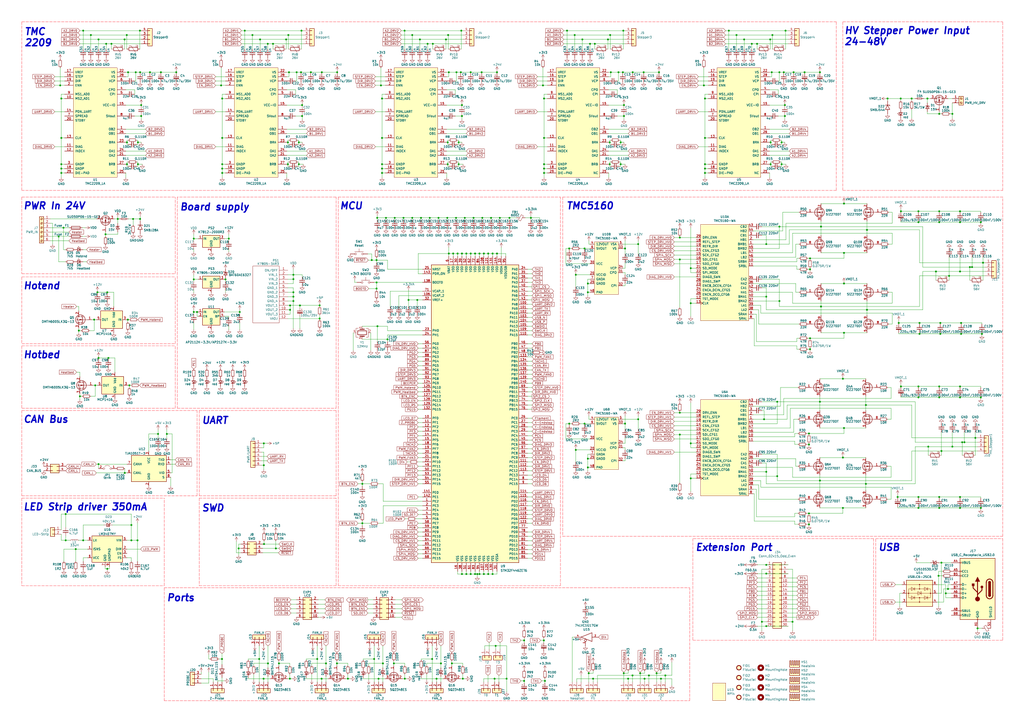
<source format=kicad_sch>
(kicad_sch (version 20211123) (generator eeschema)
  (paper "A2")
  (title_block (title "Leviathan Mainboard") (date "2021-10-03") (rev "1.2") (company "Voron") (comment 1 "JNP"))
  (junction (at 453.39 82.55))
  (junction (at 556.895 157.48))
  (junction (at 38.1 298.196))
  (junction (at 545.465 187.325))
  (junction (at 217.043 382.27))
  (junction (at 502.92 179.705))
  (junction (at 546.1 326.39))
  (junction (at 304.038 371.475))
  (junction (at 72.263 22.86))
  (junction (at 532.765 224.155))
  (junction (at 283.21 332.994))
  (junction (at 167.64 41.91))
  (junction (at 253.238 393.7))
  (junction (at 153.035 269.875))
  (junction (at 153.035 257.175))
  (junction (at 544.83 224.155))
  (junction (at 286.893 393.7))
  (junction (at 215.646 150.876))
  (junction (at 76.2 313.436))
  (junction (at 57.15 22.86))
  (junction (at 146.431 20.32))
  (junction (at 533.4 187.325))
  (junction (at 195.453 384.81))
  (junction (at 537.972 57.15))
  (junction (at 155.448 384.81))
  (junction (at 522.605 122.555))
  (junction (at 172.085 41.91))
  (junction (at 544.83 288.29))
  (junction (at 152.908 393.7))
  (junction (at 361.315 41.91))
  (junction (at 158.369 25.4))
  (junction (at 556.895 128.905))
  (junction (at 443.23 243.205))
  (junction (at 234.061 126.365))
  (junction (at 552.45 259.08))
  (junction (at 469.265 257.81))
  (junction (at 260.35 41.91))
  (junction (at 74.168 185.42))
  (junction (at 165.989 22.86))
  (junction (at 114.3 180.975))
  (junction (at 170.18 161.925))
  (junction (at 469.9 196.215))
  (junction (at 455.676 17.78))
  (junction (at 220.98 49.53))
  (junction (at 328.93 17.78))
  (junction (at 385.953 391.795))
  (junction (at 548.64 344.17))
  (junction (at 62.865 207.645))
  (junction (at 35.56 80.01))
  (junction (at 34.925 49.53))
  (junction (at 544.83 122.555))
  (junction (at 284.861 126.365))
  (junction (at 218.948 189.23))
  (junction (at 167.259 20.32))
  (junction (at 538.48 259.08))
  (junction (at 48.26 17.78))
  (junction (at 568.96 294.64))
  (junction (at 488.95 294.64))
  (junction (at 364.363 393.7))
  (junction (at 552.45 66.04))
  (junction (at 444.5 273.685))
  (junction (at 228.473 384.81))
  (junction (at 201.803 393.7))
  (junction (at 62.23 329.946))
  (junction (at 96.774 251.714))
  (junction (at 522.478 57.15))
  (junction (at 267.97 67.31))
  (junction (at 279.4 41.91))
  (junction (at 62.23 169.545))
  (junction (at 360.045 95.25))
  (junction (at 128.905 57.15))
  (junction (at 185.42 177.165))
  (junction (at 283.21 147.066))
  (junction (at 278.13 147.066))
  (junction (at 61.214 135.89))
  (junction (at 333.375 20.32))
  (junction (at 80.01 82.55))
  (junction (at 544.83 230.505))
  (junction (at 189.103 384.81))
  (junction (at 469.9 156.21))
  (junction (at 550.545 160.02))
  (junction (at 340.995 271.145))
  (junction (at 532.765 128.905))
  (junction (at 274.701 126.365))
  (junction (at 185.42 184.785))
  (junction (at 268.478 393.7))
  (junction (at 340.995 266.065))
  (junction (at 545.465 193.675))
  (junction (at 408.94 80.01))
  (junction (at 186.563 393.7))
  (junction (at 488.95 219.71))
  (junction (at 254.381 126.365))
  (junction (at 514.858 57.15))
  (junction (at 344.043 393.7))
  (junction (at 43.942 318.516))
  (junction (at 532.765 230.505))
  (junction (at 489.585 193.04))
  (junction (at 218.44 150.876))
  (junction (at 73.66 82.55))
  (junction (at 340.995 164.465))
  (junction (at 488.95 265.43))
  (junction (at 259.461 126.365))
  (junction (at 444.5 363.22))
  (junction (at 275.59 332.994))
  (junction (at 221.615 100.33))
  (junction (at 54.61 185.42))
  (junction (at 128.905 95.25))
  (junction (at 112.395 180.975))
  (junction (at 448.056 20.32))
  (junction (at 72.39 274.32))
  (junction (at 556.895 230.505))
  (junction (at 544.83 66.04))
  (junction (at 112.395 138.43))
  (junction (at 315.595 57.15))
  (junction (at 446.786 22.86))
  (junction (at 74.295 41.91))
  (junction (at 150.876 22.86))
  (junction (at 55.245 223.52))
  (junction (at 265.43 147.066))
  (junction (at 533.4 193.675))
  (junction (at 139.065 180.975))
  (junction (at 400.685 257.175))
  (junction (at 273.05 147.066))
  (junction (at 270.51 147.066))
  (junction (at 427.228 20.32))
  (junction (at 466.725 41.91))
  (junction (at 270.51 332.994))
  (junction (at 138.43 318.135))
  (junction (at 489.585 164.465))
  (junction (at 259.969 20.32))
  (junction (at 345.059 25.4))
  (junction (at 444.5 172.085))
  (junction (at 160.02 318.135))
  (junction (at 168.275 179.705))
  (junction (at 556.895 224.155))
  (junction (at 239.141 126.365))
  (junction (at 267.97 147.066))
  (junction (at 361.95 67.31))
  (junction (at 542.925 157.48))
  (junction (at 81.915 67.31))
  (junction (at 469.9 202.565))
  (junction (at 361.95 60.96))
  (junction (at 244.221 126.365))
  (junction (at 267.97 60.96))
  (junction (at 262.89 147.066))
  (junction (at 360.045 82.55))
  (junction (at 315.468 371.475))
  (junction (at 167.005 95.25))
  (junction (at 275.59 147.066))
  (junction (at 173.355 82.55))
  (junction (at 394.335 239.395))
  (junction (at 170.18 159.385))
  (junction (at 184.023 382.27))
  (junction (at 444.5 327.66))
  (junction (at 408.305 49.53))
  (junction (at 330.2 245.745))
  (junction (at 568.96 128.905))
  (junction (at 544.83 294.64))
  (junction (at 353.695 95.25))
  (junction (at 362.585 144.145))
  (junction (at 408.94 57.15))
  (junction (at 75.057 223.52))
  (junction (at 267.589 17.78))
  (junction (at 521.335 187.325))
  (junction (at 341.503 390.525))
  (junction (at 295.529 126.365))
  (junction (at 170.18 169.545))
  (junction (at 34.036 137.16))
  (junction (at 259.715 95.25))
  (junction (at 81.915 60.96))
  (junction (at 174.879 17.78))
  (junction (at 128.905 97.79))
  (junction (at 475.615 41.91))
  (junction (at 285.75 147.066))
  (junction (at 260.35 147.066))
  (junction (at 452.12 131.445))
  (junction (at 273.05 332.994))
  (junction (at 61.595 25.4))
  (junction (at 447.04 82.55))
  (junction (at 81.28 41.91))
  (junction (at 102.235 41.91))
  (junction (at 221.615 80.01))
  (junction (at 155.321 25.4))
  (junction (at 570.23 152.4))
  (junction (at 557.53 193.675))
  (junction (at 258.699 22.86))
  (junction (at 73.533 20.32))
  (junction (at 394.335 137.795))
  (junction (at 234.823 393.7))
  (junction (at 248.031 25.4))
  (junction (at 339.09 144.145))
  (junction (at 307.975 126.365))
  (junction (at 334.01 159.385))
  (junction (at 180.34 41.91))
  (junction (at 469.265 251.46))
  (junction (at 431.673 22.86))
  (junction (at 251.079 25.4))
  (junction (at 556.895 288.29))
  (junction (at 288.29 147.066))
  (junction (at 450.85 276.225))
  (junction (at 168.148 393.7))
  (junction (at 315.595 97.79))
  (junction (at 288.29 41.91))
  (junction (at 280.67 147.066))
  (junction (at 76.2 304.546))
  (junction (at 221.615 57.15))
  (junction (at 210.185 280.67))
  (junction (at 569.595 193.675))
  (junction (at 475.615 233.045))
  (junction (at 370.205 141.605))
  (junction (at 48.26 313.436))
  (junction (at 186.69 41.91))
  (junction (at 459.74 360.68))
  (junction (at 559.435 256.54))
  (junction (at 340.995 169.545))
  (junction (at 249.301 126.365))
  (junction (at 476.25 177.8))
  (junction (at 278.13 332.994))
  (junction (at 522.605 224.155))
  (junction (at 78.74 41.91))
  (junction (at 361.823 390.525))
  (junction (at 549.91 341.63))
  (junction (at 218.44 167.386))
  (junction (at 242.062 173.99))
  (junction (at 279.781 126.365))
  (junction (at 57.15 207.645))
  (junction (at 476.25 131.445))
  (junction (at 316.103 394.97))
  (junction (at 567.055 364.49))
  (junction (at 444.5 332.74))
  (junction (at 469.265 297.815))
  (junction (at 382.27 41.91))
  (junction (at 264.541 126.365))
  (junction (at 400.685 277.495))
  (junction (at 174.625 41.91))
  (junction (at 77.216 127))
  (junction (at 400.685 155.575))
  (junction (at 276.86 332.994))
  (junction (at 150.368 382.27))
  (junction (at 35.56 97.79))
  (junction (at 236.982 173.99))
  (junction (at 394.335 252.095))
  (junction (at 262.128 384.81))
  (junction (at 267.97 332.994))
  (junction (at 373.888 393.7))
  (junction (at 380.873 390.525))
  (junction (at 93.345 41.91))
  (junction (at 289.941 126.365))
  (junction (at 128.27 49.53))
  (junction (at 173.355 95.25))
  (junction (at 373.38 41.91))
  (junction (at 447.04 95.25))
  (junction (at 353.949 20.32))
  (junction (at 68.326 127))
  (junction (at 219.583 393.7))
  (junction (at 408.94 100.33))
  (junction (at 439.166 25.4))
  (junction (at 408.94 95.25))
  (junction (at 80.01 95.25))
  (junction (at 128.905 80.01))
  (junction (at 52.705 20.32))
  (junction (at 544.83 128.905))
  (junction (at 447.675 41.91))
  (junction (at 502.285 234.95))
  (junction (at 228.981 126.365))
  (junction (at 269.621 126.365))
  (junction (at 243.586 22.86))
  (junction (at 86.995 41.91))
  (junction (at 315.595 80.01))
  (junction (at 342.265 25.4))
  (junction (at 175.26 67.31))
  (junction (at 362.585 245.745))
  (junction (at 168.275 177.165))
  (junction (at 79.756 313.436))
  (junction (at 352.679 22.86))
  (junction (at 400.685 175.895))
  (junction (at 334.01 260.985))
  (junction (at 221.615 97.79))
  (junction (at 250.698 382.27))
  (junction (at 81.153 17.78))
  (junction (at 264.795 41.91))
  (junction (at 195.58 41.91))
  (junction (at 266.065 82.55))
  (junction (at 408.94 97.79))
  (junction (at 128.905 100.33))
  (junction (at 453.39 95.25))
  (junction (at 452.12 174.625))
  (junction (at 73.66 95.25))
  (junction (at 161.798 384.81))
  (junction (at 170.18 172.085))
  (junction (at 520.7 288.29))
  (junction (at 502.285 280.67))
  (junction (at 223.901 126.365))
  (junction (at 469.9 149.86))
  (junction (at 361.569 17.78))
  (junction (at 81.28 127))
  (junction (at 64.643 25.4))
  (junction (at 224.79 196.85))
  (junction (at 38.1 313.436))
  (junction (at 528.828 57.15))
  (junction (at 35.56 95.25))
  (junction (at 532.765 122.555))
  (junction (at 293.878 393.7))
  (junction (at 358.775 41.91))
  (junction (at 563.88 154.94))
  (junction (at 452.12 41.91))
  (junction (at 130.81 162.052))
  (junction (at 367.03 41.91))
  (junction (at 222.123 384.81))
  (junction (at 556.895 122.555))
  (junction (at 339.09 245.745))
  (junction (at 267.335 41.91))
  (junction (at 280.67 332.994))
  (junction (at 556.895 294.64))
  (junction (at 112.395 162.052))
  (junction (at 558.165 256.54))
  (junction (at 383.413 393.7))
  (junction (at 266.065 95.25))
  (junction (at 35.56 57.15))
  (junction (at 128.778 382.27))
  (junction (at 489.585 146.685))
  (junction (at 454.66 41.91))
  (junction (at 544.449 334.01))
  (junction (at 557.53 187.325))
  (junction (at 153.162 315.595))
  (junction (at 568.96 230.505))
  (junction (at 371.348 390.525))
  (junction (at 315.595 100.33))
  (junction (at 330.2 144.145))
  (junction (at 532.765 294.64))
  (junction (at 315.595 95.25))
  (junction (at 45.72 191.77))
  (junction (at 221.615 95.25))
  (junction (at 210.185 303.53))
  (junction (at 314.96 49.53))
  (junction (at 489.585 248.285))
  (junction (at 441.96 360.68))
  (junction (at 218.821 126.365))
  (junction (at 502.92 133.35))
  (junction (at 469.265 304.165))
  (junction (at 370.205 243.205))
  (junction (at 455.295 60.96))
  (junction (at 287.528 374.65))
  (junction (at 175.26 60.96))
  (junction (at 366.903 391.795))
  (junction (at 460.375 41.91))
  (junction (at 354.33 41.91))
  (junction (at 167.005 82.55))
  (junction (at 450.85 233.045))
  (junction (at 376.428 391.795))
  (junction (at 56.515 169.545))
  (junction (at 532.765 288.29))
  (junction (at 170.18 174.625))
  (junction (at 91.694 251.714))
  (junction (at 35.56 100.33))
  (junction (at 565.785 254))
  (junction (at 141.986 17.78))
  (junction (at 255.778 384.81))
  (junction (at 273.05 41.91))
  (junction (at 234.696 17.78))
  (junction (at 353.695 82.55))
  (junction (at 422.783 17.78))
  (junction (at 285.75 332.994))
  (junction (at 304.038 394.97))
  (junction (at 259.715 82.55))
  (junction (at 489.585 118.11))
  (junction (at 337.82 22.86))
  (junction (at 475.615 278.765))
  (junction (at 455.295 67.31))
  (junction (at 46.355 229.87))
  (junction (at 394.335 150.495))
  (junction (at 132.715 138.43))
  (junction (at 546.1 261.62))
  (junction (at 444.5 141.605))
  (junction (at 239.141 20.32))
  (junction (at 173.99 177.165))
  (junction (at 57.15 269.24))
  (junction (at 36.83 132.08))
  (junction (at 436.118 25.4))
  (junction (at 562.61 154.94))
  (junction (at 218.44 163.83))
  (wire (pts (xy 568.96 288.29) (xy 556.895 288.29)))
  (wire (pts (xy 267.335 41.91) (xy 273.05 41.91)))
  (wire (pts (xy 364.363 393.7) (xy 373.888 393.7)))
  (wire (pts (xy 274.701 127.635) (xy 274.701 126.365)))
  (wire (pts (xy 242.57 288.29) (xy 245.11 288.29)))
  (wire (pts (xy 112.395 159.512) (xy 112.395 162.052)))
  (wire (pts (xy 223.52 64.77) (xy 217.805 64.77)))
  (wire (pts (xy 444.5 172.085) (xy 444.5 179.705)))
  (wire (pts (xy 251.079 25.4) (xy 268.605 25.4)))
  (wire (pts (xy 334.01 260.985) (xy 334.01 260.35)))
  (wire (pts (xy 195.453 386.08) (xy 195.453 384.81)))
  (wire (pts (xy 177.8 77.47) (xy 166.37 77.47)))
  (wire (pts (xy 99.822 251.714) (xy 96.774 251.714)))
  (wire (pts (xy 530.86 259.08) (xy 538.48 259.08)))
  (wire (pts (xy 306.07 227.33) (xy 308.61 227.33)))
  (wire (pts (xy 394.335 137.795) (xy 403.86 137.795)))
  (wire (pts (xy 455.295 66.675) (xy 455.295 67.31)))
  (wire (pts (xy 556.895 288.925) (xy 556.895 288.29)))
  (wire (pts (xy 341.503 390.525) (xy 341.503 389.89)))
  (wire (pts (xy 81.153 17.78) (xy 81.915 17.78)))
  (wire (pts (xy 341.63 139.7) (xy 341.63 141.605)))
  (wire (pts (xy 268.478 384.81) (xy 268.478 386.08)))
  (wire (pts (xy 112.395 180.975) (xy 112.395 182.245)))
  (wire (pts (xy 521.97 344.17) (xy 521.97 351.79)))
  (wire (pts (xy 394.335 150.495) (xy 403.86 150.495)))
  (wire (pts (xy 288.29 332.994) (xy 285.75 332.994)))
  (wire (pts (xy 283.083 391.795) (xy 283.083 395.605)))
  (wire (pts (xy 328.295 153.035) (xy 328.295 144.145)))
  (wire (pts (xy 231.394 171.45) (xy 231.394 177.8)))
  (wire (pts (xy 267.97 147.066) (xy 265.43 147.066)))
  (polyline (pts (xy 95.25 339.725) (xy 95.25 288.925)) (stroke (width 0) (color 255 0 15 1)))
  (wire (pts (xy 306.07 176.53) (xy 308.61 176.53)))
  (wire (pts (xy 242.57 311.15) (xy 245.11 311.15)))
  (wire (pts (xy 528.955 234.95) (xy 528.955 254)))
  (polyline (pts (xy 194.945 236.855) (xy 194.945 114.3)) (stroke (width 0) (color 255 0 15 1)))
  (wire (pts (xy 236.093 393.7) (xy 234.823 393.7)))
  (wire (pts (xy 242.57 318.77) (xy 245.11 318.77)))
  (wire (pts (xy 259.461 127.635) (xy 259.461 126.365)))
  (wire (pts (xy 306.07 242.57) (xy 308.61 242.57)))
  (wire (pts (xy 204.978 203.2) (xy 204.978 193.04)))
  (wire (pts (xy 213.36 147.32) (xy 215.646 147.32)))
  (wire (pts (xy 153.162 313.817) (xy 153.162 315.595)))
  (wire (pts (xy 394.335 239.395) (xy 403.86 239.395)))
  (wire (pts (xy 130.81 49.53) (xy 128.27 49.53)))
  (wire (pts (xy 489.585 146.685) (xy 502.92 146.685)))
  (wire (pts (xy 37.465 95.25) (xy 35.56 95.25)))
  (wire (pts (xy 171.45 52.07) (xy 171.45 54.61)))
  (wire (pts (xy 467.995 297.815) (xy 469.265 297.815)))
  (wire (pts (xy 62.23 169.545) (xy 62.23 170.18)))
  (polyline (pts (xy 101.6 158.75) (xy 101.6 114.3)) (stroke (width 0) (color 255 0 15 1)))
  (wire (pts (xy 158.369 25.4) (xy 175.895 25.4)))
  (wire (pts (xy 458.47 236.855) (xy 458.47 248.285)))
  (wire (pts (xy 353.695 82.55) (xy 353.06 82.55)))
  (wire (pts (xy 99.06 276.86) (xy 99.06 281.94)))
  (wire (pts (xy 502.92 179.705) (xy 502.92 182.88)))
  (wire (pts (xy 468.63 202.565) (xy 469.9 202.565)))
  (wire (pts (xy 125.095 46.99) (xy 130.81 46.99)))
  (wire (pts (xy 218.44 167.386) (xy 218.44 168.402)))
  (wire (pts (xy 173.355 82.55) (xy 173.355 83.82)))
  (wire (pts (xy 185.42 176.53) (xy 185.42 177.165)))
  (polyline (pts (xy 115.57 238.125) (xy 194.945 238.125)) (stroke (width 0) (color 255 0 15 1)))
  (wire (pts (xy 220.98 49.53) (xy 217.805 49.53)))
  (wire (pts (xy 74.422 127) (xy 77.216 127)))
  (wire (pts (xy 403.86 259.715) (xy 400.685 259.715)))
  (polyline (pts (xy 506.73 312.42) (xy 401.955 312.42)) (stroke (width 0) (color 255 0 15 1)))
  (wire (pts (xy 242.57 242.57) (xy 245.11 242.57)))
  (wire (pts (xy 168.275 177.165) (xy 167.005 177.165)))
  (wire (pts (xy 544.83 224.155) (xy 556.895 224.155)))
  (polyline (pts (xy 196.215 114.3) (xy 196.215 339.725)) (stroke (width 0) (color 255 0 15 1)))
  (wire (pts (xy 274.701 126.365) (xy 279.781 126.365)))
  (wire (pts (xy 367.03 41.91) (xy 373.38 41.91)))
  (wire (pts (xy 43.942 318.516) (xy 37.084 318.516)))
  (wire (pts (xy 552.45 66.04) (xy 552.45 68.58)))
  (wire (pts (xy 217.17 163.83) (xy 218.44 163.83)))
  (wire (pts (xy 410.845 49.53) (xy 408.305 49.53)))
  (wire (pts (xy 327.025 20.32) (xy 333.375 20.32)))
  (wire (pts (xy 446.786 22.86) (xy 446.786 28.448)))
  (wire (pts (xy 446.786 22.86) (xy 457.2 22.86)))
  (wire (pts (xy 57.15 207.645) (xy 57.15 208.28)))
  (wire (pts (xy 73.025 102.87) (xy 73.025 100.33)))
  (wire (pts (xy 436.88 250.825) (xy 460.375 250.825)))
  (wire (pts (xy 177.8 87.63) (xy 166.37 87.63)))
  (wire (pts (xy 84.455 90.17) (xy 73.025 90.17)))
  (wire (pts (xy 476.25 177.8) (xy 452.12 177.8)))
  (wire (pts (xy 544.83 229.87) (xy 544.83 230.505)))
  (wire (pts (xy 441.325 278.765) (xy 441.325 282.575)))
  (wire (pts (xy 275.59 147.066) (xy 273.05 147.066)))
  (wire (pts (xy 358.14 52.07) (xy 358.14 54.61)))
  (wire (pts (xy 317.5 64.77) (xy 311.785 64.77)))
  (wire (pts (xy 37.465 49.53) (xy 34.925 49.53)))
  (wire (pts (xy 457.2 353.06) (xy 462.28 353.06)))
  (wire (pts (xy 215.138 203.2) (xy 215.138 193.04)))
  (wire (pts (xy 244.348 382.27) (xy 250.698 382.27)))
  (wire (pts (xy 331.978 369.57) (xy 333.248 369.57)))
  (wire (pts (xy 562.61 162.56) (xy 562.61 154.94)))
  (wire (pts (xy 268.478 393.7) (xy 267.208 393.7)))
  (wire (pts (xy 361.95 66.675) (xy 361.95 67.31)))
  (wire (pts (xy 516.89 243.205) (xy 514.985 243.205)))
  (wire (pts (xy 242.57 224.79) (xy 245.11 224.79)))
  (wire (pts (xy 475.615 41.275) (xy 475.615 41.91)))
  (wire (pts (xy 46.355 228.6) (xy 46.355 229.87)))
  (wire (pts (xy 66.04 169.545) (xy 66.04 177.8)))
  (wire (pts (xy 342.265 266.065) (xy 340.995 266.065)))
  (wire (pts (xy 361.823 389.89) (xy 361.823 390.525)))
  (wire (pts (xy 358.14 67.31) (xy 361.95 67.31)))
  (wire (pts (xy 175.26 60.96) (xy 175.26 61.595)))
  (wire (pts (xy 542.925 157.48) (xy 556.895 157.48)))
  (wire (pts (xy 29.21 137.16) (xy 34.036 137.16)))
  (wire (pts (xy 352.679 22.86) (xy 352.679 28.448)))
  (wire (pts (xy 476.25 164.465) (xy 489.585 164.465)))
  (wire (pts (xy 77.216 127) (xy 81.28 127)))
  (wire (pts (xy 502.92 174.625) (xy 502.92 179.705)))
  (wire (pts (xy 233.045 358.14) (xy 229.235 358.14)))
  (wire (pts (xy 306.07 250.19) (xy 308.61 250.19)))
  (wire (pts (xy 186.563 393.7) (xy 190.373 393.7)))
  (wire (pts (xy 532.765 224.155) (xy 532.765 224.79)))
  (wire (pts (xy 306.07 232.41) (xy 308.61 232.41)))
  (wire (pts (xy 167.64 44.45) (xy 167.64 41.91)))
  (polyline (pts (xy 488.95 12.7) (xy 488.95 110.49)) (stroke (width 0) (color 255 0 15 1)))
  (wire (pts (xy 452.12 174.625) (xy 452.12 177.8)))
  (wire (pts (xy 242.57 321.31) (xy 245.11 321.31)))
  (wire (pts (xy 306.07 217.17) (xy 308.61 217.17)))
  (wire (pts (xy 57.15 269.24) (xy 57.15 271.78)))
  (wire (pts (xy 476.25 177.8) (xy 533.4 177.8)))
  (wire (pts (xy 570.23 152.4) (xy 571.5 152.4)))
  (wire (pts (xy 307.975 126.365) (xy 313.055 126.365)))
  (polyline (pts (xy 508 312.42) (xy 581.66 312.42)) (stroke (width 0) (color 255 0 15 1)))
  (wire (pts (xy 155.448 392.43) (xy 155.448 395.605)))
  (wire (pts (xy 188.468 353.06) (xy 184.658 353.06)))
  (wire (pts (xy 546.1 264.16) (xy 546.1 261.62)))
  (wire (pts (xy 130.81 162.052) (xy 130.175 162.052)))
  (wire (pts (xy 75.057 223.52) (xy 75.057 224.79)))
  (wire (pts (xy 551.815 341.63) (xy 549.91 341.63)))
  (wire (pts (xy 515.62 141.605) (xy 517.525 141.605)))
  (wire (pts (xy 73.025 52.07) (xy 78.105 52.07)))
  (wire (pts (xy 340.995 161.925) (xy 340.995 164.465)))
  (wire (pts (xy 439.42 350.52) (xy 444.5 350.52)))
  (wire (pts (xy 533.4 133.35) (xy 533.4 152.4)))
  (wire (pts (xy 251.079 25.4) (xy 251.079 28.448)))
  (wire (pts (xy 457.2 330.2) (xy 459.74 330.2)))
  (wire (pts (xy 74.295 83.82) (xy 73.66 83.82)))
  (wire (pts (xy 77.216 127) (xy 77.216 130.556)))
  (wire (pts (xy 517.525 169.545) (xy 515.62 169.545)))
  (wire (pts (xy 306.07 288.29) (xy 308.61 288.29)))
  (wire (pts (xy 167.005 174.625) (xy 170.18 174.625)))
  (wire (pts (xy 242.57 280.67) (xy 245.11 280.67)))
  (wire (pts (xy 151.765 269.875) (xy 153.035 269.875)))
  (wire (pts (xy 123.698 395.605) (xy 123.698 393.7)))
  (wire (pts (xy 73.533 20.32) (xy 81.915 20.32)))
  (wire (pts (xy 550.545 160.02) (xy 571.5 160.02)))
  (wire (pts (xy 177.8 74.93) (xy 166.37 74.93)))
  (wire (pts (xy 223.52 85.09) (xy 217.805 85.09)))
  (wire (pts (xy 502.92 128.27) (xy 502.92 133.35)))
  (wire (pts (xy 226.314 168.91) (xy 226.314 177.8)))
  (wire (pts (xy 462.28 196.215) (xy 463.55 196.215)))
  (wire (pts (xy 201.803 393.7) (xy 200.533 393.7)))
  (wire (pts (xy 489.585 163.83) (xy 489.585 164.465)))
  (wire (pts (xy 153.162 315.595) (xy 161.798 315.595)))
  (wire (pts (xy 354.33 44.45) (xy 354.33 41.91)))
  (wire (pts (xy 450.85 278.765) (xy 475.615 278.765)))
  (wire (pts (xy 550.545 162.56) (xy 550.545 160.02)))
  (wire (pts (xy 306.07 209.55) (xy 308.61 209.55)))
  (wire (pts (xy 461.01 304.165) (xy 462.915 304.165)))
  (wire (pts (xy 334.01 159.385) (xy 334.01 158.75)))
  (wire (pts (xy 454.66 231.14) (xy 516.89 231.14)))
  (wire (pts (xy 447.675 93.98) (xy 447.04 93.98)))
  (wire (pts (xy 410.845 97.79) (xy 408.94 97.79)))
  (wire (pts (xy 189.103 384.81) (xy 189.103 387.35)))
  (wire (pts (xy 285.75 147.066) (xy 283.21 147.066)))
  (wire (pts (xy 234.823 393.7) (xy 233.553 393.7)))
  (wire (pts (xy 279.781 126.365) (xy 284.861 126.365)))
  (wire (pts (xy 400.685 277.495) (xy 400.685 274.955)))
  (wire (pts (xy 112.395 138.43) (xy 112.395 139.7)))
  (wire (pts (xy 79.756 303.276) (xy 79.756 313.436)))
  (wire (pts (xy 461.01 257.81) (xy 461.01 255.905)))
  (wire (pts (xy 220.98 39.37) (xy 220.98 49.53)))
  (wire (pts (xy 36.83 144.78) (xy 36.83 132.08)))
  (wire (pts (xy 569.595 187.96) (xy 569.595 187.325)))
  (wire (pts (xy 242.57 201.93) (xy 245.11 201.93)))
  (polyline (pts (xy 401.955 371.475) (xy 506.73 371.475)) (stroke (width 0) (color 255 0 15 1)))
  (wire (pts (xy 532.765 294.005) (xy 532.765 294.64)))
  (wire (pts (xy 520.7 294.64) (xy 532.765 294.64)))
  (wire (pts (xy 241.3 300.99) (xy 245.11 300.99)))
  (wire (pts (xy 376.428 395.605) (xy 376.428 391.795)))
  (wire (pts (xy 361.315 144.145) (xy 362.585 144.145)))
  (wire (pts (xy 57.15 207.645) (xy 62.865 207.645)))
  (wire (pts (xy 74.168 185.42) (xy 74.168 186.69)))
  (wire (pts (xy 488.95 219.71) (xy 502.285 219.71)))
  (wire (pts (xy 461.01 257.81) (xy 462.915 257.81)))
  (wire (pts (xy 76.2 313.436) (xy 73.66 313.436)))
  (wire (pts (xy 167.005 182.245) (xy 168.275 182.245)))
  (wire (pts (xy 422.783 17.78) (xy 420.878 17.78)))
  (wire (pts (xy 267.97 60.325) (xy 267.97 60.96)))
  (wire (pts (xy 242.57 262.89) (xy 245.11 262.89)))
  (wire (pts (xy 173.355 81.28) (xy 173.355 82.55)))
  (wire (pts (xy 234.696 17.78) (xy 232.791 17.78)))
  (wire (pts (xy 128.905 54.61) (xy 128.905 57.15)))
  (wire (pts (xy 177.673 393.065) (xy 177.673 393.7)))
  (wire (pts (xy 280.67 147.066) (xy 280.67 148.59)))
  (wire (pts (xy 288.29 41.91) (xy 288.29 42.545)))
  (wire (pts (xy 342.265 164.465) (xy 340.995 164.465)))
  (wire (pts (xy 436.88 276.225) (xy 450.85 276.225)))
  (wire (pts (xy 346.583 391.795) (xy 346.583 395.605)))
  (wire (pts (xy 62.865 207.645) (xy 66.675 207.645)))
  (wire (pts (xy 467.995 257.81) (xy 469.265 257.81)))
  (wire (pts (xy 79.756 313.436) (xy 79.756 325.628)))
  (wire (pts (xy 80.01 81.28) (xy 80.01 82.55)))
  (wire (pts (xy 360.045 83.82) (xy 359.41 83.82)))
  (wire (pts (xy 139.7 318.135) (xy 138.43 318.135)))
  (wire (pts (xy 489.585 248.285) (xy 489.585 251.46)))
  (wire (pts (xy 270.51 90.17) (xy 259.08 90.17)))
  (wire (pts (xy 46.355 22.86) (xy 57.15 22.86)))
  (polyline (pts (xy 488.95 12.7) (xy 581.66 12.7)) (stroke (width 0) (color 255 0 15 1)))
  (wire (pts (xy 373.38 42.545) (xy 373.38 41.91)))
  (wire (pts (xy 55.88 185.42) (xy 54.61 185.42)))
  (wire (pts (xy 223.52 80.01) (xy 221.615 80.01)))
  (wire (pts (xy 522.605 224.155) (xy 522.605 224.79)))
  (polyline (pts (xy 485.14 12.7) (xy 485.14 110.49)) (stroke (width 0) (color 255 0 15 1)))
  (wire (pts (xy 242.57 270.51) (xy 245.11 270.51)))
  (wire (pts (xy 358.775 46.99) (xy 358.14 46.99)))
  (wire (pts (xy 522.605 128.905) (xy 532.765 128.905)))
  (wire (pts (xy 537.972 57.15) (xy 537.972 59.69)))
  (wire (pts (xy 249.301 126.365) (xy 254.381 126.365)))
  (wire (pts (xy 516.89 236.855) (xy 458.47 236.855)))
  (wire (pts (xy 245.11 168.91) (xy 226.314 168.91)))
  (wire (pts (xy 457.2 340.36) (xy 462.28 340.36)))
  (wire (pts (xy 532.765 224.155) (xy 544.83 224.155)))
  (wire (pts (xy 516.89 289.56) (xy 514.985 289.56)))
  (wire (pts (xy 522.605 229.87) (xy 522.605 230.505)))
  (wire (pts (xy 342.265 25.4) (xy 345.059 25.4)))
  (wire (pts (xy 502.285 234.95) (xy 528.955 234.95)))
  (wire (pts (xy 112.395 187.325) (xy 112.395 191.135)))
  (wire (pts (xy 46.99 191.77) (xy 45.72 191.77)))
  (wire (pts (xy 150.368 374.65) (xy 150.368 382.27)))
  (wire (pts (xy 242.57 257.81) (xy 245.11 257.81)))
  (wire (pts (xy 242.57 260.35) (xy 245.11 260.35)))
  (wire (pts (xy 93.345 42.545) (xy 93.345 41.91)))
  (polyline (pts (xy 581.66 312.42) (xy 581.66 371.475)) (stroke (width 0) (color 255 0 15 1)))
  (wire (pts (xy 218.44 149.606) (xy 218.44 150.876)))
  (wire (pts (xy 436.88 243.205) (xy 443.23 243.205)))
  (wire (pts (xy 452.755 224.79) (xy 462.915 224.79)))
  (wire (pts (xy 436.88 133.985) (xy 454.025 133.985)))
  (wire (pts (xy 438.785 182.245) (xy 438.785 198.12)))
  (wire (pts (xy 532.765 122.555) (xy 544.83 122.555)))
  (wire (pts (xy 151.765 267.335) (xy 154.94 267.335)))
  (wire (pts (xy 234.061 126.365) (xy 239.141 126.365)))
  (wire (pts (xy 34.036 137.16) (xy 40.132 137.16)))
  (wire (pts (xy 273.05 41.91) (xy 279.4 41.91)))
  (wire (pts (xy 175.26 66.675) (xy 175.26 67.31)))
  (wire (pts (xy 215.646 147.32) (xy 215.646 150.876)))
  (wire (pts (xy 436.88 139.065) (xy 455.93 139.065)))
  (wire (pts (xy 306.07 280.67) (xy 308.61 280.67)))
  (wire (pts (xy 569.595 187.325) (xy 557.53 187.325)))
  (wire (pts (xy 91.694 251.714) (xy 91.694 254.254)))
  (wire (pts (xy 155.448 384.81) (xy 155.448 374.65)))
  (wire (pts (xy 313.563 371.475) (xy 315.468 371.475)))
  (wire (pts (xy 259.08 102.87) (xy 259.08 100.33)))
  (wire (pts (xy 288.29 331.47) (xy 288.29 332.994)))
  (wire (pts (xy 447.675 41.91) (xy 452.12 41.91)))
  (wire (pts (xy 391.16 262.255) (xy 403.86 262.255)))
  (wire (pts (xy 502.92 179.705) (xy 535.305 179.705)))
  (wire (pts (xy 400.685 183.515) (xy 400.685 175.895)))
  (wire (pts (xy 475.615 238.125) (xy 475.615 233.045)))
  (wire (pts (xy 72.39 274.32) (xy 55.88 274.32)))
  (wire (pts (xy 476.25 118.11) (xy 489.585 118.11)))
  (wire (pts (xy 244.221 126.365) (xy 249.301 126.365)))
  (wire (pts (xy 362.585 241.3) (xy 362.585 245.745)))
  (wire (pts (xy 36.83 132.08) (xy 29.21 132.08)))
  (wire (pts (xy 188.468 347.98) (xy 184.658 347.98)))
  (wire (pts (xy 269.748 393.7) (xy 268.478 393.7)))
  (wire (pts (xy 112.395 144.78) (xy 112.395 146.05)))
  (wire (pts (xy 410.845 80.01) (xy 408.94 80.01)))
  (wire (pts (xy 315.468 370.205) (xy 315.468 371.475)))
  (wire (pts (xy 403.86 274.955) (xy 400.685 274.955)))
  (wire (pts (xy 373.38 41.91) (xy 382.27 41.91)))
  (wire (pts (xy 37.465 100.33) (xy 35.56 100.33)))
  (wire (pts (xy 242.57 234.95) (xy 245.11 234.95)))
  (wire (pts (xy 408.94 97.79) (xy 408.94 100.33)))
  (wire (pts (xy 361.315 245.745) (xy 362.585 245.745)))
  (wire (pts (xy 455.676 17.78) (xy 455.676 28.448)))
  (wire (pts (xy 353.695 81.28) (xy 353.695 82.55)))
  (wire (pts (xy 461.645 169.545) (xy 463.55 169.545)))
  (wire (pts (xy 167.005 93.98) (xy 167.005 95.25)))
  (wire (pts (xy 543.56 349.25) (xy 547.37 349.25)))
  (wire (pts (xy 279.4 41.91) (xy 288.29 41.91)))
  (wire (pts (xy 427.228 28.575) (xy 427.228 20.32)))
  (wire (pts (xy 533.4 177.8) (xy 533.4 160.02)))
  (wire (pts (xy 568.96 229.87) (xy 568.96 230.505)))
  (wire (pts (xy 439.42 355.6) (xy 444.5 355.6)))
  (wire (pts (xy 373.888 393.7) (xy 383.413 393.7)))
  (wire (pts (xy 459.74 271.145) (xy 459.74 276.86)))
  (wire (pts (xy 242.57 313.69) (xy 245.11 313.69)))
  (wire (pts (xy 29.21 127) (xy 56.134 127)))
  (polyline (pts (xy 12.7 160.655) (xy 101.6 160.655)) (stroke (width 0) (color 255 0 15 1)))
  (wire (pts (xy 436.88 278.765) (xy 441.325 278.765)))
  (wire (pts (xy 450.85 233.045) (xy 475.615 233.045)))
  (wire (pts (xy 234.823 391.16) (xy 234.823 393.7)))
  (wire (pts (xy 76.2 323.596) (xy 76.2 325.628)))
  (wire (pts (xy 132.715 189.23) (xy 132.715 191.135)))
  (wire (pts (xy 74.295 41.91) (xy 78.74 41.91)))
  (wire (pts (xy 155.321 28.575) (xy 155.321 25.4)))
  (wire (pts (xy 330.2 246.38) (xy 330.2 245.745)))
  (wire (pts (xy 54.61 185.42) (xy 53.34 185.42)))
  (wire (pts (xy 361.315 141.605) (xy 370.205 141.605)))
  (wire (pts (xy 457.2 350.52) (xy 462.28 350.52)))
  (wire (pts (xy 306.07 257.81) (xy 308.61 257.81)))
  (wire (pts (xy 532.765 288.29) (xy 520.7 288.29)))
  (wire (pts (xy 270.51 74.93) (xy 259.08 74.93)))
  (wire (pts (xy 370.205 243.205) (xy 370.205 248.92)))
  (wire (pts (xy 420.878 22.86) (xy 431.673 22.86)))
  (wire (pts (xy 184.023 374.65) (xy 184.023 382.27)))
  (wire (pts (xy 54.61 191.77) (xy 54.61 185.42)))
  (wire (pts (xy 217.043 382.27) (xy 217.043 395.605)))
  (wire (pts (xy 78.74 46.99) (xy 78.105 46.99)))
  (wire (pts (xy 532.765 229.87) (xy 532.765 230.505)))
  (wire (pts (xy 523.24 344.17) (xy 521.97 344.17)))
  (wire (pts (xy 37.465 57.15) (xy 35.56 57.15)))
  (wire (pts (xy 80.01 96.52) (xy 79.375 96.52)))
  (wire (pts (xy 81.915 60.325) (xy 81.915 60.96)))
  (wire (pts (xy 328.93 28.575) (xy 328.93 17.78)))
  (wire (pts (xy 250.698 374.65) (xy 250.698 382.27)))
  (wire (pts (xy 362.585 152.4) (xy 362.585 155.575)))
  (wire (pts (xy 403.86 173.355) (xy 400.685 173.355)))
  (wire (pts (xy 195.58 41.275) (xy 195.58 41.91)))
  (wire (pts (xy 242.57 316.23) (xy 245.11 316.23)))
  (wire (pts (xy 371.348 390.525) (xy 371.348 395.605)))
  (wire (pts (xy 457.2 335.28) (xy 462.28 335.28)))
  (wire (pts (xy 475.615 278.765) (xy 475.615 284.48)))
  (wire (pts (xy 259.715 81.28) (xy 259.715 82.55)))
  (wire (pts (xy 533.4 193.04) (xy 533.4 193.675)))
  (wire (pts (xy 242.57 209.55) (xy 245.11 209.55)))
  (wire (pts (xy 223.52 97.79) (xy 221.615 97.79)))
  (wire (pts (xy 452.12 131.445) (xy 452.12 144.145)))
  (polyline (pts (xy 326.39 114.3) (xy 326.39 311.15)) (stroke (width 0) (color 255 0 15 1)))
  (wire (pts (xy 567.055 364.49) (xy 567.055 365.76)))
  (wire (pts (xy 436.88 286.385) (xy 437.515 286.385)))
  (wire (pts (xy 563.88 149.225) (xy 563.88 154.94)))
  (wire (pts (xy 306.07 308.61) (xy 308.61 308.61)))
  (wire (pts (xy 177.673 382.905) (xy 177.673 382.27)))
  (wire (pts (xy 219.583 395.605) (xy 219.583 393.7)))
  (wire (pts (xy 447.04 93.98) (xy 447.04 95.25)))
  (wire (pts (xy 436.88 235.585) (xy 452.755 235.585)))
  (wire (pts (xy 242.57 147.066) (xy 260.35 147.066)))
  (wire (pts (xy 130.81 95.25) (xy 128.905 95.25)))
  (wire (pts (xy 150.876 22.86) (xy 165.989 22.86)))
  (wire (pts (xy 353.695 93.98) (xy 353.695 95.25)))
  (wire (pts (xy 455.295 82.55) (xy 453.39 82.55)))
  (wire (pts (xy 462.28 154.305) (xy 462.28 156.21)))
  (wire (pts (xy 262.89 147.066) (xy 262.89 148.59)))
  (wire (pts (xy 91.694 249.174) (xy 91.694 251.714)))
  (wire (pts (xy 73.66 274.32) (xy 72.39 274.32)))
  (wire (pts (xy 539.75 326.39) (xy 531.495 326.39)))
  (wire (pts (xy 86.36 251.714) (xy 91.694 251.714)))
  (wire (pts (xy 180.848 394.335) (xy 180.848 391.16)))
  (wire (pts (xy 213.614 150.876) (xy 215.646 150.876)))
  (wire (pts (xy 342.265 153.035) (xy 328.295 153.035)))
  (wire (pts (xy 391.16 140.335) (xy 403.86 140.335)))
  (wire (pts (xy 457.835 133.35) (xy 457.835 141.605)))
  (wire (pts (xy 400.685 158.115) (xy 400.685 155.575)))
  (wire (pts (xy 155.448 384.81) (xy 155.448 387.35)))
  (wire (pts (xy 455.295 60.96) (xy 455.295 61.595)))
  (wire (pts (xy 173.99 177.165) (xy 173.99 178.435)))
  (wire (pts (xy 223.52 95.25) (xy 221.615 95.25)))
  (wire (pts (xy 147.193 384.81) (xy 155.448 384.81)))
  (wire (pts (xy 290.068 372.745) (xy 290.068 376.555)))
  (wire (pts (xy 66.675 207.645) (xy 66.675 215.9)))
  (wire (pts (xy 544.83 294.005) (xy 544.83 294.64)))
  (wire (pts (xy 436.118 28.575) (xy 436.118 25.4)))
  (wire (pts (xy 468.63 156.21) (xy 469.9 156.21)))
  (wire (pts (xy 556.895 128.905) (xy 568.96 128.905)))
  (wire (pts (xy 362.585 245.745) (xy 362.585 248.92)))
  (wire (pts (xy 259.969 20.32) (xy 268.605 20.32)))
  (wire (pts (xy 306.07 186.69) (xy 308.61 186.69)))
  (wire (pts (xy 170.18 156.21) (xy 170.18 159.385)))
  (wire (pts (xy 452.12 131.445) (xy 476.25 131.445)))
  (wire (pts (xy 444.5 330.2) (xy 441.96 330.2)))
  (wire (pts (xy 239.141 28.575) (xy 239.141 20.32)))
  (wire (pts (xy 62.23 329.946) (xy 62.23 330.708)))
  (wire (pts (xy 167.005 161.925) (xy 170.18 161.925)))
  (wire (pts (xy 233.045 347.98) (xy 229.235 347.98)))
  (wire (pts (xy 258.699 22.86) (xy 258.699 28.448)))
  (wire (pts (xy 146.431 20.32) (xy 167.259 20.32)))
  (wire (pts (xy 201.803 391.16) (xy 201.803 393.7)))
  (wire (pts (xy 242.57 298.45) (xy 245.11 298.45)))
  (wire (pts (xy 469.265 303.53) (xy 469.265 304.165)))
  (wire (pts (xy 447.04 82.55) (xy 446.405 82.55)))
  (polyline (pts (xy 12.7 160.655) (xy 12.7 199.39)) (stroke (width 0) (color 255 0 15 1)))
  (wire (pts (xy 170.18 164.465) (xy 170.18 161.925)))
  (wire (pts (xy 530.86 233.045) (xy 530.86 256.54)))
  (wire (pts (xy 288.29 41.275) (xy 288.29 41.91)))
  (wire (pts (xy 307.975 125.095) (xy 307.975 126.365)))
  (wire (pts (xy 56.515 169.545) (xy 62.23 169.545)))
  (wire (pts (xy 73.66 323.596) (xy 76.2 323.596)))
  (wire (pts (xy 306.07 191.77) (xy 308.61 191.77)))
  (wire (pts (xy 121.158 389.89) (xy 121.158 396.24)))
  (wire (pts (xy 475.615 278.765) (xy 528.955 278.765)))
  (wire (pts (xy 221.615 95.25) (xy 221.615 97.79)))
  (wire (pts (xy 38.1 298.196) (xy 38.1 305.816)))
  (wire (pts (xy 74.295 81.28) (xy 73.66 81.28)))
  (wire (pts (xy 228.473 386.08) (xy 228.473 384.81)))
  (wire (pts (xy 267.589 17.78) (xy 268.605 17.78)))
  (wire (pts (xy 154.94 257.175) (xy 153.035 257.175)))
  (wire (pts (xy 96.774 249.174) (xy 96.774 251.714)))
  (wire (pts (xy 44.45 177.8) (xy 45.72 177.8)))
  (wire (pts (xy 517.525 175.895) (xy 459.74 175.895)))
  (wire (pts (xy 461.645 270.51) (xy 462.915 270.51)))
  (wire (pts (xy 128.905 97.79) (xy 128.905 100.33)))
  (polyline (pts (xy 115.57 339.725) (xy 194.945 339.725)) (stroke (width 0) (color 255 0 15 1)))
  (wire (pts (xy 293.878 374.65) (xy 293.878 393.7)))
  (wire (pts (xy 436.88 255.905) (xy 461.01 255.905)))
  (wire (pts (xy 73.66 93.98) (xy 73.66 95.25)))
  (wire (pts (xy 443.23 238.125) (xy 443.23 243.205)))
  (wire (pts (xy 353.06 41.91) (xy 354.33 41.91)))
  (wire (pts (xy 52.07 191.77) (xy 54.61 191.77)))
  (wire (pts (xy 516.89 224.79) (xy 514.985 224.79)))
  (wire (pts (xy 81.915 60.96) (xy 81.915 61.595)))
  (wire (pts (xy 528.955 261.62) (xy 546.1 261.62)))
  (wire (pts (xy 475.615 233.045) (xy 530.86 233.045)))
  (wire (pts (xy 73.025 44.45) (xy 74.295 44.45)))
  (wire (pts (xy 34.925 49.53) (xy 31.75 49.53)))
  (wire (pts (xy 389.763 384.175) (xy 389.763 391.795)))
  (wire (pts (xy 289.941 126.365) (xy 289.941 127.635)))
  (wire (pts (xy 439.166 25.4) (xy 457.2 25.4)))
  (wire (pts (xy 551.815 344.17) (xy 548.64 344.17)))
  (wire (pts (xy 264.541 127.635) (xy 264.541 126.365)))
  (wire (pts (xy 408.94 54.61) (xy 408.94 57.15)))
  (wire (pts (xy 468.63 196.215) (xy 469.9 196.215)))
  (wire (pts (xy 550.545 149.225) (xy 550.545 160.02)))
  (wire (pts (xy 342.265 161.925) (xy 340.995 161.925)))
  (wire (pts (xy 64.643 25.4) (xy 64.643 28.448)))
  (wire (pts (xy 462.28 198.12) (xy 462.28 196.215)))
  (wire (pts (xy 242.57 303.53) (xy 245.11 303.53)))
  (wire (pts (xy 228.473 384.81) (xy 234.823 384.81)))
  (wire (pts (xy 242.57 219.71) (xy 245.11 219.71)))
  (wire (pts (xy 444.5 141.605) (xy 457.835 141.605)))
  (wire (pts (xy 544.83 128.27) (xy 544.83 128.905)))
  (wire (pts (xy 35.56 298.196) (xy 35.56 307.34)))
  (wire (pts (xy 218.948 189.23) (xy 224.79 189.23)))
  (wire (pts (xy 306.07 260.35) (xy 308.61 260.35)))
  (wire (pts (xy 68.326 134.62) (xy 68.326 135.89)))
  (wire (pts (xy 102.235 41.275) (xy 102.235 41.91)))
  (wire (pts (xy 283.718 372.745) (xy 283.718 376.555)))
  (wire (pts (xy 224.79 196.85) (xy 224.79 198.12)))
  (wire (pts (xy 224.79 156.21) (xy 224.79 150.876)))
  (wire (pts (xy 175.26 82.55) (xy 173.355 82.55)))
  (wire (pts (xy 267.589 17.78) (xy 267.589 28.448)))
  (wire (pts (xy 361.315 165.735) (xy 362.585 165.735)))
  (wire (pts (xy 306.07 184.15) (xy 308.61 184.15)))
  (wire (pts (xy 394.335 238.76) (xy 394.335 239.395)))
  (polyline (pts (xy 12.7 158.75) (xy 101.6 158.75)) (stroke (width 0) (color 255 0 15 1)))
  (wire (pts (xy 548.64 339.09) (xy 548.64 344.17)))
  (wire (pts (xy 391.16 241.935) (xy 403.86 241.935)))
  (wire (pts (xy 287.528 376.555) (xy 287.528 374.65)))
  (wire (pts (xy 306.07 313.69) (xy 308.61 313.69)))
  (wire (pts (xy 519.43 339.09) (xy 523.24 339.09)))
  (wire (pts (xy 443.23 243.205) (xy 456.565 243.205)))
  (wire (pts (xy 460.375 41.91) (xy 466.725 41.91)))
  (polyline (pts (xy 95.25 340.995) (xy 95.25 406.4)) (stroke (width 0) (color 255 0 15 1)))
  (wire (pts (xy 253.238 395.605) (xy 253.238 393.7)))
  (wire (pts (xy 422.783 28.575) (xy 422.783 17.78)))
  (wire (pts (xy 361.95 60.96) (xy 361.95 61.595)))
  (wire (pts (xy 453.39 96.52) (xy 452.755 96.52)))
  (wire (pts (xy 166.37 44.45) (xy 167.64 44.45)))
  (wire (pts (xy 180.848 384.81) (xy 189.103 384.81)))
  (wire (pts (xy 542.925 162.56) (xy 542.925 157.48)))
  (wire (pts (xy 353.949 20.32) (xy 362.585 20.32)))
  (wire (pts (xy 245.11 290.83) (xy 222.25 290.83)))
  (wire (pts (xy 86.36 261.62) (xy 86.36 251.714)))
  (wire (pts (xy 450.85 278.765) (xy 450.85 276.225)))
  (wire (pts (xy 34.925 39.37) (xy 34.925 49.53)))
  (wire (pts (xy 441.96 360.68) (xy 444.5 360.68)))
  (wire (pts (xy 48.26 28.575) (xy 48.26 17.78)))
  (wire (pts (xy 130.81 80.01) (xy 128.905 80.01)))
  (wire (pts (xy 180.34 42.545) (xy 180.34 41.91)))
  (wire (pts (xy 255.778 384.81) (xy 255.778 374.65)))
  (wire (pts (xy 528.955 254) (xy 565.785 254)))
  (wire (pts (xy 234.95 300.99) (xy 236.22 300.99)))
  (wire (pts (xy 383.413 395.605) (xy 383.413 393.7)))
  (wire (pts (xy 546.1 66.04) (xy 544.83 66.04)))
  (wire (pts (xy 452.755 81.28) (xy 453.39 81.28)))
  (wire (pts (xy 438.785 198.12) (xy 462.28 198.12)))
  (wire (pts (xy 273.05 331.47) (xy 273.05 332.994)))
  (wire (pts (xy 410.845 85.09) (xy 405.13 85.09)))
  (wire (pts (xy 502.285 280.67) (xy 502.285 284.48)))
  (wire (pts (xy 570.23 162.56) (xy 570.23 152.4)))
  (wire (pts (xy 218.821 126.365) (xy 218.821 127.635)))
  (wire (pts (xy 128.905 100.33) (xy 128.905 102.87)))
  (wire (pts (xy 353.06 60.96) (xy 361.95 60.96)))
  (polyline (pts (xy 194.945 287.655) (xy 194.945 238.125)) (stroke (width 0) (color 255 0 15 1)))
  (wire (pts (xy 568.96 230.505) (xy 568.96 231.14)))
  (wire (pts (xy 394.335 150.495) (xy 394.335 178.435)))
  (wire (pts (xy 459.74 360.68) (xy 459.74 365.76)))
  (wire (pts (xy 306.07 166.37) (xy 308.61 166.37)))
  (wire (pts (xy 548.64 344.17) (xy 548.64 346.71)))
  (wire (pts (xy 35.56 309.88) (xy 35.56 313.436)))
  (polyline (pts (xy 196.215 114.3) (xy 325.12 114.3)) (stroke (width 0) (color 255 0 15 1)))
  (wire (pts (xy 267.97 331.47) (xy 267.97 332.994)))
  (wire (pts (xy 101.6 269.24) (xy 99.06 269.24)))
  (wire (pts (xy 273.05 42.545) (xy 273.05 41.91)))
  (wire (pts (xy 328.295 245.745) (xy 330.2 245.745)))
  (wire (pts (xy 557.53 193.675) (xy 569.595 193.675)))
  (wire (pts (xy 459.74 330.2) (xy 459.74 360.68)))
  (wire (pts (xy 293.37 147.066) (xy 288.29 147.066)))
  (wire (pts (xy 38.1 144.78) (xy 36.83 144.78)))
  (wire (pts (xy 283.21 332.994) (xy 280.67 332.994)))
  (wire (pts (xy 441.325 177.165) (xy 441.325 181.61)))
  (wire (pts (xy 169.418 393.7) (xy 168.148 393.7)))
  (wire (pts (xy 81.153 17.78) (xy 81.153 28.448)))
  (wire (pts (xy 35.56 95.25) (xy 35.56 97.79)))
  (wire (pts (xy 203.073 393.7) (xy 201.803 393.7)))
  (wire (pts (xy 383.413 389.255) (xy 383.413 390.525)))
  (wire (pts (xy 532.765 294.64) (xy 544.83 294.64)))
  (wire (pts (xy 166.37 52.07) (xy 171.45 52.07)))
  (wire (pts (xy 344.043 389.255) (xy 344.043 390.525)))
  (wire (pts (xy 469.9 202.565) (xy 469.9 203.2)))
  (wire (pts (xy 502.285 229.87) (xy 502.285 234.95)))
  (wire (pts (xy 35.56 97.79) (xy 35.56 100.33)))
  (wire (pts (xy 242.57 295.91) (xy 245.11 295.91)))
  (wire (pts (xy 137.16 314.071) (xy 137.16 320.675)))
  (wire (pts (xy 52.705 229.87) (xy 55.245 229.87)))
  (wire (pts (xy 370.205 139.7) (xy 370.205 141.605)))
  (wire (pts (xy 440.055 289.56) (xy 462.915 289.56)))
  (wire (pts (xy 447.04 83.82) (xy 447.04 82.55)))
  (wire (pts (xy 358.775 41.91) (xy 361.315 41.91)))
  (wire (pts (xy 556.895 224.155) (xy 556.895 224.79)))
  (wire (pts (xy 548.64 346.71) (xy 551.815 346.71)))
  (polyline (pts (xy 12.7 199.39) (xy 101.6 199.39)) (stroke (width 0) (color 255 0 15 1)))
  (wire (pts (xy 461.01 302.26) (xy 461.01 304.165)))
  (wire (pts (xy 266.065 83.82) (xy 265.43 83.82)))
  (wire (pts (xy 266.065 96.52) (xy 265.43 96.52)))
  (wire (pts (xy 293.37 148.59) (xy 293.37 147.066)))
  (wire (pts (xy 359.41 81.28) (xy 360.045 81.28)))
  (wire (pts (xy 173.355 93.98) (xy 173.355 95.25)))
  (wire (pts (xy 68.326 127) (xy 68.326 129.54)))
  (wire (pts (xy 221.615 80.01) (xy 221.615 95.25)))
  (wire (pts (xy 128.778 382.27) (xy 128.778 379.095)))
  (wire (pts (xy 439.42 345.44) (xy 444.5 345.44)))
  (wire (pts (xy 265.43 331.47) (xy 265.43 332.994)))
  (wire (pts (xy 436.88 151.765) (xy 462.28 151.765)))
  (wire (pts (xy 517.525 175.895) (xy 517.525 169.545)))
  (wire (pts (xy 186.563 395.605) (xy 186.563 393.7)))
  (wire (pts (xy 242.57 275.59) (xy 245.11 275.59)))
  (wire (pts (xy 341.503 395.605) (xy 341.503 390.525)))
  (wire (pts (xy 242.57 273.05) (xy 245.11 273.05)))
  (wire (pts (xy 476.25 193.04) (xy 489.585 193.04)))
  (wire (pts (xy 570.23 149.225) (xy 570.23 152.4)))
  (wire (pts (xy 342.265 254.635) (xy 328.295 254.635)))
  (wire (pts (xy 289.941 126.365) (xy 295.529 126.365)))
  (wire (pts (xy 317.5 44.45) (xy 311.785 44.45)))
  (wire (pts (xy 174.625 41.91) (xy 180.34 41.91)))
  (wire (pts (xy 222.25 293.37) (xy 222.25 303.53)))
  (wire (pts (xy 177.673 393.7) (xy 186.563 393.7)))
  (wire (pts (xy 522.605 122.555) (xy 522.605 123.19)))
  (wire (pts (xy 436.88 164.465) (xy 461.645 164.465)))
  (wire (pts (xy 270.51 332.994) (xy 273.05 332.994)))
  (wire (pts (xy 462.28 200.66) (xy 462.28 202.565)))
  (wire (pts (xy 516.89 276.86) (xy 516.89 270.51)))
  (wire (pts (xy 259.461 126.365) (xy 264.541 126.365)))
  (wire (pts (xy 242.57 204.47) (xy 245.11 204.47)))
  (wire (pts (xy 469.265 298.45) (xy 469.265 297.815)))
  (wire (pts (xy 151.765 262.255) (xy 153.035 262.255)))
  (wire (pts (xy 201.803 384.81) (xy 201.803 386.08)))
  (wire (pts (xy 466.725 42.545) (xy 466.725 41.91)))
  (wire (pts (xy 450.85 233.045) (xy 450.85 245.745)))
  (wire (pts (xy 460.375 243.205) (xy 462.915 243.205)))
  (wire (pts (xy 453.39 82.55) (xy 453.39 83.82)))
  (wire (pts (xy 543.56 344.17) (xy 546.1 344.17)))
  (wire (pts (xy 362.585 139.7) (xy 362.585 144.145)))
  (wire (pts (xy 436.88 177.165) (xy 441.325 177.165)))
  (wire (pts (xy 184.023 382.27) (xy 184.023 395.605)))
  (wire (pts (xy 278.13 147.066) (xy 275.59 147.066)))
  (wire (pts (xy 30.48 129.54) (xy 30.48 141.605)))
  (wire (pts (xy 84.455 77.47) (xy 73.025 77.47)))
  (wire (pts (xy 514.096 57.15) (xy 514.858 57.15)))
  (wire (pts (xy 56.515 168.91) (xy 56.515 169.545)))
  (wire (pts (xy 37.465 64.77) (xy 31.75 64.77)))
  (wire (pts (xy 408.305 39.37) (xy 408.305 49.53)))
  (wire (pts (xy 361.95 67.31) (xy 361.95 69.215)))
  (wire (pts (xy 242.57 207.01) (xy 245.11 207.01)))
  (wire (pts (xy 306.07 207.01) (xy 308.61 207.01)))
  (wire (pts (xy 383.413 393.7) (xy 389.763 393.7)))
  (wire (pts (xy 455.93 95.25) (xy 453.39 95.25)))
  (wire (pts (xy 260.35 41.91) (xy 264.795 41.91)))
  (wire (pts (xy 462.28 156.21) (xy 463.55 156.21)))
  (wire (pts (xy 266.065 81.28) (xy 266.065 82.55)))
  (wire (pts (xy 242.57 255.27) (xy 245.11 255.27)))
  (wire (pts (xy 248.031 25.4) (xy 251.079 25.4)))
  (wire (pts (xy 410.845 57.15) (xy 408.94 57.15)))
  (wire (pts (xy 400.685 155.575) (xy 400.685 132.08)))
  (wire (pts (xy 457.2 358.14) (xy 462.28 358.14)))
  (wire (pts (xy 447.04 81.28) (xy 447.04 82.55)))
  (wire (pts (xy 170.18 161.925) (xy 170.18 159.385)))
  (wire (pts (xy 37.465 97.79) (xy 35.56 97.79)))
  (polyline (pts (xy 114.3 287.655) (xy 114.3 238.125)) (stroke (width 0) (color 255 0 15 1)))
  (polyline (pts (xy 115.57 238.125) (xy 115.57 287.655)) (stroke (width 0) (color 255 0 15 1)))
  (wire (pts (xy 306.07 298.45) (xy 308.61 298.45)))
  (wire (pts (xy 289.433 391.795) (xy 289.433 395.605)))
  (wire (pts (xy 544.83 224.155) (xy 544.83 224.79)))
  (wire (pts (xy 167.64 83.82) (xy 167.005 83.82)))
  (wire (pts (xy 259.715 83.82) (xy 259.715 82.55)))
  (wire (pts (xy 224.79 150.876) (xy 218.44 150.876)))
  (wire (pts (xy 78.105 52.07) (xy 78.105 54.61)))
  (wire (pts (xy 138.43 318.135) (xy 138.43 321.945)))
  (wire (pts (xy 569.595 193.675) (xy 569.595 194.31)))
  (wire (pts (xy 130.81 97.79) (xy 128.905 97.79)))
  (wire (pts (xy 446.405 52.07) (xy 451.485 52.07)))
  (wire (pts (xy 556.895 122.555) (xy 568.96 122.555)))
  (wire (pts (xy 361.95 60.325) (xy 361.95 60.96)))
  (wire (pts (xy 144.018 382.27) (xy 150.368 382.27)))
  (wire (pts (xy 400.685 285.115) (xy 400.685 277.495)))
  (wire (pts (xy 340.995 263.525) (xy 340.995 266.065)))
  (wire (pts (xy 342.265 245.745) (xy 339.09 245.745)))
  (wire (pts (xy 408.94 80.01) (xy 408.94 95.25)))
  (wire (pts (xy 205.74 162.56) (xy 205.74 163.83)))
  (wire (pts (xy 353.695 95.25) (xy 353.695 96.52)))
  (wire (pts (xy 532.765 128.905) (xy 544.83 128.905)))
  (wire (pts (xy 441.96 233.045) (xy 450.85 233.045)))
  (wire (pts (xy 306.07 179.07) (xy 308.61 179.07)))
  (wire (pts (xy 403.86 155.575) (xy 400.685 155.575)))
  (wire (pts (xy 439.42 363.22) (xy 444.5 363.22)))
  (wire (pts (xy 306.07 278.13) (xy 308.61 278.13)))
  (wire (pts (xy 391.16 252.095) (xy 394.335 252.095)))
  (wire (pts (xy 557.53 193.04) (xy 557.53 193.675)))
  (wire (pts (xy 242.57 278.13) (xy 245.11 278.13)))
  (wire (pts (xy 189.103 384.81) (xy 189.103 374.65)))
  (wire (pts (xy 132.715 135.89) (xy 132.715 138.43)))
  (wire (pts (xy 459.74 169.545) (xy 459.74 175.895)))
  (wire (pts (xy 262.128 384.81) (xy 268.478 384.81)))
  (polyline (pts (xy 12.7 238.125) (xy 114.3 238.125)) (stroke (width 0) (color 255 0 15 1)))
  (wire (pts (xy 447.675 81.28) (xy 447.04 81.28)))
  (wire (pts (xy 364.49 90.17) (xy 353.06 90.17)))
  (wire (pts (xy 364.49 87.63) (xy 353.06 87.63)))
  (wire (pts (xy 175.895 95.25) (xy 173.355 95.25)))
  (wire (pts (xy 353.06 52.07) (xy 358.14 52.07)))
  (wire (pts (xy 260.35 83.82) (xy 259.715 83.82)))
  (wire (pts (xy 45.72 177.8) (xy 45.72 180.34)))
  (wire (pts (xy 79.375 81.28) (xy 80.01 81.28)))
  (wire (pts (xy 359.41 93.98) (xy 360.045 93.98)))
  (wire (pts (xy 35.56 54.61) (xy 35.56 57.15)))
  (wire (pts (xy 46.355 215.9) (xy 46.355 218.44)))
  (wire (pts (xy 52.705 20.32) (xy 73.533 20.32)))
  (wire (pts (xy 259.969 20.32) (xy 259.969 28.448)))
  (wire (pts (xy 551.18 66.04) (xy 552.45 66.04)))
  (wire (pts (xy 340.995 266.065) (xy 340.995 271.145)))
  (wire (pts (xy 78.74 41.91) (xy 78.74 46.99)))
  (wire (pts (xy 408.94 95.25) (xy 408.94 97.79)))
  (wire (pts (xy 543.56 339.09) (xy 548.64 339.09)))
  (wire (pts (xy 222.25 280.67) (xy 219.71 280.67)))
  (wire (pts (xy 522.605 122.555) (xy 532.765 122.555)))
  (wire (pts (xy 167.005 81.28) (xy 167.005 82.55)))
  (wire (pts (xy 73.66 83.82) (xy 73.66 82.55)))
  (wire (pts (xy 265.43 147.066) (xy 262.89 147.066)))
  (wire (pts (xy 172.085 41.91) (xy 174.625 41.91)))
  (wire (pts (xy 361.315 42.545) (xy 361.315 41.91)))
  (wire (pts (xy 168.148 384.81) (xy 168.148 386.08)))
  (wire (pts (xy 317.5 80.01) (xy 315.595 80.01)))
  (wire (pts (xy 361.315 158.115) (xy 362.585 158.115)))
  (wire (pts (xy 545.465 187.96) (xy 545.465 187.325)))
  (wire (pts (xy 469.9 196.85) (xy 469.9 196.215)))
  (wire (pts (xy 114.3 183.515) (xy 114.3 180.975)))
  (wire (pts (xy 535.305 131.445) (xy 535.305 154.94)))
  (wire (pts (xy 270.51 87.63) (xy 259.08 87.63)))
  (wire (pts (xy 222.25 303.53) (xy 219.71 303.53)))
  (wire (pts (xy 456.565 234.95) (xy 456.565 243.205)))
  (wire (pts (xy 316.103 393.7) (xy 316.103 394.97)))
  (wire (pts (xy 270.51 147.066) (xy 267.97 147.066)))
  (wire (pts (xy 519.43 349.25) (xy 523.24 349.25)))
  (wire (pts (xy 385.953 391.795) (xy 389.763 391.795)))
  (wire (pts (xy 153.035 257.175) (xy 153.035 259.715)))
  (wire (pts (xy 475.615 219.71) (xy 488.95 219.71)))
  (wire (pts (xy 517.525 135.255) (xy 459.74 135.255)))
  (wire (pts (xy 400.685 173.355) (xy 400.685 175.895)))
  (wire (pts (xy 81.915 66.675) (xy 81.915 67.31)))
  (wire (pts (xy 436.88 174.625) (xy 452.12 174.625)))
  (wire (pts (xy 391.16 244.475) (xy 403.86 244.475)))
  (wire (pts (xy 242.57 229.87) (xy 245.11 229.87)))
  (wire (pts (xy 161.798 383.54) (xy 161.798 384.81)))
  (wire (pts (xy 340.995 169.545) (xy 340.995 171.45)))
  (wire (pts (xy 476.25 146.685) (xy 489.585 146.685)))
  (wire (pts (xy 515.62 187.96) (xy 517.525 187.96)))
  (wire (pts (xy 72.263 22.86) (xy 81.915 22.86)))
  (wire (pts (xy 502.92 133.35) (xy 533.4 133.35)))
  (wire (pts (xy 150.368 382.27) (xy 150.368 395.605)))
  (wire (pts (xy 278.13 331.47) (xy 278.13 332.994)))
  (wire (pts (xy 489.585 196.215) (xy 489.585 193.04)))
  (wire (pts (xy 260.35 81.28) (xy 259.715 81.28)))
  (wire (pts (xy 234.823 384.81) (xy 234.823 386.08)))
  (wire (pts (xy 242.57 306.07) (xy 245.11 306.07)))
  (wire (pts (xy 29.21 139.7) (xy 40.005 139.7)))
  (wire (pts (xy 224.79 194.31) (xy 224.79 196.85)))
  (wire (pts (xy 242.57 214.63) (xy 245.11 214.63)))
  (wire (pts (xy 315.595 100.33) (xy 315.595 102.87)))
  (wire (pts (xy 130.81 163.322) (xy 130.81 162.052)))
  (polyline (pts (xy 581.66 110.49) (xy 581.66 12.7)) (stroke (width 0) (color 255 0 15 1)))
  (wire (pts (xy 210.058 189.23) (xy 218.948 189.23)))
  (wire (pts (xy 521.335 186.055) (xy 521.335 187.325)))
  (wire (pts (xy 436.88 169.545) (xy 459.74 169.545)))
  (wire (pts (xy 168.275 179.705) (xy 168.275 177.165)))
  (wire (pts (xy 242.57 232.41) (xy 245.11 232.41)))
  (wire (pts (xy 177.8 90.17) (xy 166.37 90.17)))
  (wire (pts (xy 558.165 256.54) (xy 559.435 256.54)))
  (wire (pts (xy 175.26 160.655) (xy 175.26 159.385)))
  (wire (pts (xy 223.52 44.45) (xy 217.805 44.45)))
  (polyline (pts (xy 400.05 406.4) (xy 400.05 340.995)) (stroke (width 0) (color 255 0 15 1)))
  (wire (pts (xy 285.75 331.47) (xy 285.75 332.994)))
  (wire (pts (xy 366.903 395.605) (xy 366.903 391.795)))
  (wire (pts (xy 267.97 60.96) (xy 267.97 61.595)))
  (wire (pts (xy 544.83 122.555) (xy 556.895 122.555)))
  (wire (pts (xy 139.065 180.975) (xy 139.065 182.245)))
  (wire (pts (xy 394.335 252.095) (xy 403.86 252.095)))
  (wire (pts (xy 273.05 147.066) (xy 273.05 148.59)))
  (wire (pts (xy 57.15 207.01) (xy 57.15 207.645)))
  (wire (pts (xy 264.795 46.99) (xy 264.16 46.99)))
  (wire (pts (xy 366.903 391.795) (xy 376.428 391.795)))
  (wire (pts (xy 380.873 390.525) (xy 380.873 389.89)))
  (wire (pts (xy 306.07 267.97) (xy 308.61 267.97)))
  (wire (pts (xy 213.868 394.335) (xy 213.868 391.16)))
  (wire (pts (xy 538.48 259.08) (xy 552.45 259.08)))
  (wire (pts (xy 306.07 273.05) (xy 308.61 273.05)))
  (wire (pts (xy 152.4 315.595) (xy 153.162 315.595)))
  (wire (pts (xy 259.715 82.55) (xy 259.08 82.55)))
  (wire (pts (xy 565.785 264.16) (xy 565.785 254)))
  (wire (pts (xy 447.675 83.82) (xy 447.04 83.82)))
  (wire (pts (xy 306.07 318.77) (xy 308.61 318.77)))
  (wire (pts (xy 360.045 93.98) (xy 360.045 95.25)))
  (wire (pts (xy 81.915 82.55) (xy 80.01 82.55)))
  (wire (pts (xy 262.128 386.08) (xy 262.128 384.81)))
  (wire (pts (xy 568.96 128.27) (xy 568.96 128.905)))
  (wire (pts (xy 46.355 229.87) (xy 46.355 231.775)))
  (wire (pts (xy 147.193 394.335) (xy 147.193 391.16)))
  (wire (pts (xy 81.915 67.31) (xy 81.915 69.215)))
  (wire (pts (xy 37.465 44.45) (xy 31.75 44.45)))
  (wire (pts (xy 439.42 347.98) (xy 444.5 347.98)))
  (wire (pts (xy 73.66 269.24) (xy 57.15 269.24)))
  (wire (pts (xy 362.585 165.735) (xy 362.585 164.465)))
  (wire (pts (xy 132.715 144.78) (xy 132.715 146.05)))
  (wire (pts (xy 302.133 371.475) (xy 304.038 371.475)))
  (wire (pts (xy 218.821 125.095) (xy 218.821 126.365)))
  (wire (pts (xy 436.88 154.305) (xy 462.28 154.305)))
  (wire (pts (xy 391.16 147.955) (xy 403.86 147.955)))
  (wire (pts (xy 431.673 22.86) (xy 446.786 22.86)))
  (wire (pts (xy 537.972 57.15) (xy 539.75 57.15)))
  (wire (pts (xy 547.37 341.63) (xy 547.37 349.25)))
  (wire (pts (xy 180.848 386.08) (xy 180.848 384.81)))
  (wire (pts (xy 114.935 180.975) (xy 114.3 180.975)))
  (wire (pts (xy 166.37 102.87) (xy 166.37 100.33)))
  (polyline (pts (xy 508 371.475) (xy 508 312.42)) (stroke (width 0) (color 255 0 15 1)))
  (wire (pts (xy 213.868 386.08) (xy 213.868 384.81)))
  (wire (pts (xy 440.055 187.96) (xy 440.055 179.705)))
  (wire (pts (xy 167.005 82.55) (xy 166.37 82.55)))
  (wire (pts (xy 328.93 17.78) (xy 327.025 17.78)))
  (wire (pts (xy 568.96 294.64) (xy 568.96 295.275)))
  (wire (pts (xy 306.07 212.09) (xy 308.61 212.09)))
  (wire (pts (xy 317.5 85.09) (xy 311.785 85.09)))
  (wire (pts (xy 35.56 100.33) (xy 35.56 102.87)))
  (wire (pts (xy 439.42 335.28) (xy 444.5 335.28)))
  (wire (pts (xy 173.355 83.82) (xy 172.72 83.82)))
  (wire (pts (xy 236.982 168.402) (xy 236.982 173.99)))
  (wire (pts (xy 516.89 270.51) (xy 514.985 270.51)))
  (wire (pts (xy 364.363 389.255) (xy 364.363 390.525)))
  (wire (pts (xy 264.795 41.91) (xy 264.795 46.99)))
  (wire (pts (xy 304.673 126.365) (xy 307.975 126.365)))
  (wire (pts (xy 461.645 266.065) (xy 461.645 270.51)))
  (wire (pts (xy 562.61 154.94) (xy 563.88 154.94)))
  (wire (pts (xy 167.005 164.465) (xy 170.18 164.465)))
  (wire (pts (xy 461.01 299.72) (xy 461.01 297.815)))
  (wire (pts (xy 469.265 252.095) (xy 469.265 251.46)))
  (wire (pts (xy 453.39 93.98) (xy 453.39 95.25)))
  (wire (pts (xy 158.369 25.4) (xy 158.369 28.448)))
  (wire (pts (xy 280.67 147.066) (xy 278.13 147.066)))
  (wire (pts (xy 420.878 20.32) (xy 427.228 20.32)))
  (wire (pts (xy 306.07 255.27) (xy 308.61 255.27)))
  (wire (pts (xy 96.774 251.714) (xy 96.774 254.254)))
  (wire (pts (xy 546.1 250.825) (xy 546.1 261.62)))
  (wire (pts (xy 144.018 393.065) (xy 144.018 393.7)))
  (wire (pts (xy 253.238 393.7) (xy 257.048 393.7)))
  (wire (pts (xy 394.335 137.16) (xy 394.335 137.795)))
  (wire (pts (xy 538.48 264.16) (xy 538.48 259.08)))
  (wire (pts (xy 48.26 313.436) (xy 50.8 313.436)))
  (wire (pts (xy 275.59 332.994) (xy 276.86 332.994)))
  (wire (pts (xy 342.265 159.385) (xy 334.01 159.385)))
  (wire (pts (xy 439.42 340.36) (xy 444.5 340.36)))
  (wire (pts (xy 82.55 95.25) (xy 80.01 95.25)))
  (wire (pts (xy 520.7 288.29) (xy 520.7 288.925)))
  (wire (pts (xy 339.09 245.745) (xy 336.55 245.745)))
  (wire (pts (xy 234.696 28.575) (xy 234.696 17.78)))
  (wire (pts (xy 280.543 395.605) (xy 280.543 393.7)))
  (wire (pts (xy 284.861 126.365) (xy 284.861 127.635)))
  (wire (pts (xy 269.621 127.635) (xy 269.621 126.365)))
  (wire (pts (xy 242.57 265.43) (xy 245.11 265.43)))
  (wire (pts (xy 317.5 100.33) (xy 315.595 100.33)))
  (wire (pts (xy 453.39 95.25) (xy 453.39 96.52)))
  (wire (pts (xy 278.13 332.994) (xy 276.86 332.994)))
  (wire (pts (xy 333.375 20.32) (xy 353.949 20.32)))
  (wire (pts (xy 130.81 57.15) (xy 128.905 57.15)))
  (wire (pts (xy 469.9 149.86) (xy 489.585 149.86)))
  (wire (pts (xy 242.57 252.73) (xy 245.11 252.73)))
  (polyline (pts (xy 101.6 199.39) (xy 101.6 160.655)) (stroke (width 0) (color 255 0 15 1)))
  (wire (pts (xy 342.265 243.205) (xy 341.63 243.205)))
  (wire (pts (xy 437.515 286.385) (xy 437.515 302.26)))
  (wire (pts (xy 521.335 193.04) (xy 521.335 193.675)))
  (wire (pts (xy 373.888 389.255) (xy 373.888 390.525)))
  (wire (pts (xy 556.895 157.48) (xy 571.5 157.48)))
  (wire (pts (xy 306.07 323.85) (xy 308.61 323.85)))
  (wire (pts (xy 475.615 265.43) (xy 488.95 265.43)))
  (wire (pts (xy 364.49 74.93) (xy 353.06 74.93)))
  (wire (pts (xy 304.038 394.97) (xy 304.038 396.24)))
  (wire (pts (xy 74.168 185.42) (xy 73.66 185.42)))
  (wire (pts (xy 354.33 41.91) (xy 358.775 41.91)))
  (wire (pts (xy 306.07 156.21) (xy 308.61 156.21)))
  (wire (pts (xy 180.34 41.91) (xy 186.69 41.91)))
  (wire (pts (xy 447.675 44.45) (xy 447.675 41.91)))
  (wire (pts (xy 45.72 190.5) (xy 45.72 191.77)))
  (wire (pts (xy 245.11 293.37) (xy 222.25 293.37)))
  (wire (pts (xy 315.595 80.01) (xy 315.595 95.25)))
  (wire (pts (xy 259.08 95.25) (xy 259.715 95.25)))
  (wire (pts (xy 552.45 250.825) (xy 552.45 259.08)))
  (wire (pts (xy 446.405 60.96) (xy 455.295 60.96)))
  (wire (pts (xy 535.305 157.48) (xy 542.925 157.48)))
  (wire (pts (xy 410.845 54.61) (xy 408.94 54.61)))
  (wire (pts (xy 140.081 20.32) (xy 146.431 20.32)))
  (wire (pts (xy 533.4 187.96) (xy 533.4 187.325)))
  (wire (pts (xy 160.02 313.817) (xy 160.02 318.135)))
  (polyline (pts (xy 12.7 288.925) (xy 12.7 339.725)) (stroke (width 0) (color 255 0 15 1)))
  (wire (pts (xy 306.07 199.39) (xy 308.61 199.39)))
  (wire (pts (xy 313.055 126.365) (xy 313.055 127.635)))
  (wire (pts (xy 280.67 331.47) (xy 280.67 332.994)))
  (wire (pts (xy 48.26 17.78) (xy 81.153 17.78)))
  (wire (pts (xy 132.715 183.515) (xy 132.715 184.15)))
  (wire (pts (xy 306.07 321.31) (xy 308.61 321.31)))
  (wire (pts (xy 62.23 169.545) (xy 66.04 169.545)))
  (wire (pts (xy 306.07 300.99) (xy 308.61 300.99)))
  (wire (pts (xy 286.893 393.7) (xy 293.878 393.7)))
  (wire (pts (xy 37.084 325.628) (xy 37.084 318.516)))
  (wire (pts (xy 454.66 41.91) (xy 460.375 41.91)))
  (wire (pts (xy 544.83 326.39) (xy 546.1 326.39)))
  (wire (pts (xy 352.679 22.86) (xy 362.585 22.86)))
  (wire (pts (xy 152.4 318.135) (xy 160.02 318.135)))
  (wire (pts (xy 138.43 315.595) (xy 138.43 318.135)))
  (wire (pts (xy 394.335 137.795) (xy 391.16 137.795)))
  (wire (pts (xy 517.525 123.19) (xy 515.62 123.19)))
  (wire (pts (xy 455.676 17.78) (xy 457.2 17.78)))
  (polyline (pts (xy 485.14 110.49) (xy 12.7 110.49)) (stroke (width 0) (color 255 0 15 1)))
  (wire (pts (xy 306.07 189.23) (xy 308.61 189.23)))
  (wire (pts (xy 280.67 332.994) (xy 278.13 332.994)))
  (wire (pts (xy 283.21 147.066) (xy 283.21 148.59)))
  (wire (pts (xy 361.315 41.91) (xy 367.03 41.91)))
  (wire (pts (xy 80.01 82.55) (xy 80.01 83.82)))
  (wire (pts (xy 247.523 386.08) (xy 247.523 384.81)))
  (wire (pts (xy 245.11 158.75) (xy 242.57 158.75)))
  (wire (pts (xy 549.91 57.15) (xy 552.45 57.15)))
  (wire (pts (xy 330.2 144.145) (xy 331.47 144.145)))
  (wire (pts (xy 391.16 247.015) (xy 403.86 247.015)))
  (wire (pts (xy 334.518 393.7) (xy 344.043 393.7)))
  (wire (pts (xy 431.673 28.575) (xy 431.673 22.86)))
  (wire (pts (xy 551.815 339.09) (xy 549.91 339.09)))
  (wire (pts (xy 242.57 158.75) (xy 242.57 147.066)))
  (wire (pts (xy 391.16 254.635) (xy 403.86 254.635)))
  (wire (pts (xy 502.285 280.67) (xy 444.5 280.67)))
  (polyline (pts (xy 12.7 288.925) (xy 95.25 288.925)) (stroke (width 0) (color 255 0 15 1)))
  (wire (pts (xy 556.895 294.005) (xy 556.895 294.64)))
  (wire (pts (xy 461.01 251.46) (xy 461.01 253.365)))
  (wire (pts (xy 460.375 243.205) (xy 460.375 250.825)))
  (wire (pts (xy 454.025 123.19) (xy 454.025 133.985)))
  (wire (pts (xy 306.07 247.65) (xy 308.61 247.65)))
  (wire (pts (xy 121.158 382.27) (xy 121.793 382.27)))
  (wire (pts (xy 306.07 316.23) (xy 308.61 316.23)))
  (wire (pts (xy 80.01 93.98) (xy 80.01 95.25)))
  (wire (pts (xy 391.16 160.655) (xy 403.86 160.655)))
  (wire (pts (xy 114.3 180.975) (xy 112.395 180.975)))
  (wire (pts (xy 232.791 22.86) (xy 243.586 22.86)))
  (wire (pts (xy 99.822 274.32) (xy 99.822 251.714)))
  (polyline (pts (xy 12.7 339.725) (xy 95.25 339.725)) (stroke (width 0) (color 255 0 15 1)))
  (wire (pts (xy 522.605 121.285) (xy 522.605 122.555)))
  (wire (pts (xy 144.018 382.905) (xy 144.018 382.27)))
  (wire (pts (xy 488.95 265.43) (xy 502.285 265.43)))
  (wire (pts (xy 530.86 280.67) (xy 530.86 259.08)))
  (wire (pts (xy 373.888 390.525) (xy 371.348 390.525)))
  (polyline (pts (xy 326.39 311.15) (xy 581.66 311.15)) (stroke (width 0) (color 255 0 15 1)))
  (wire (pts (xy 262.89 147.066) (xy 260.35 147.066)))
  (wire (pts (xy 556.895 288.29) (xy 544.83 288.29)))
  (wire (pts (xy 314.96 49.53) (xy 311.785 49.53)))
  (wire (pts (xy 260.35 93.98) (xy 259.715 93.98)))
  (wire (pts (xy 99.06 274.32) (xy 99.822 274.32)))
  (wire (pts (xy 450.85 263.525) (xy 450.85 276.225)))
  (wire (pts (xy 452.12 41.91) (xy 454.66 41.91)))
  (wire (pts (xy 130.81 100.33) (xy 128.905 100.33)))
  (wire (pts (xy 244.221 127.635) (xy 244.221 126.365)))
  (wire (pts (xy 167.005 172.085) (xy 170.18 172.085)))
  (wire (pts (xy 233.045 353.06) (xy 229.235 353.06)))
  (wire (pts (xy 468.63 149.86) (xy 469.9 149.86)))
  (wire (pts (xy 224.79 189.23) (xy 224.79 191.77)))
  (wire (pts (xy 161.798 386.08) (xy 161.798 384.81)))
  (wire (pts (xy 242.57 199.39) (xy 245.11 199.39)))
  (wire (pts (xy 362.585 257.175) (xy 361.315 257.175)))
  (wire (pts (xy 544.449 334.01) (xy 546.735 334.01)))
  (wire (pts (xy 121.158 396.24) (xy 116.713 396.24)))
  (wire (pts (xy 353.695 83.82) (xy 353.695 82.55)))
  (wire (pts (xy 520.7 294.005) (xy 520.7 294.64)))
  (wire (pts (xy 391.16 153.035) (xy 403.86 153.035)))
  (wire (pts (xy 79.375 93.98) (xy 80.01 93.98)))
  (wire (pts (xy 556.895 224.155) (xy 568.96 224.155)))
  (wire (pts (xy 233.045 350.52) (xy 229.235 350.52)))
  (wire (pts (xy 354.33 81.28) (xy 353.695 81.28)))
  (wire (pts (xy 436.88 182.245) (xy 438.785 182.245)))
  (polyline (pts (xy 194.945 114.3) (xy 102.87 114.3)) (stroke (width 0) (color 255 0 15 1)))
  (wire (pts (xy 75.057 223.52) (xy 74.295 223.52)))
  (polyline (pts (xy 325.12 339.725) (xy 325.12 114.3)) (stroke (width 0) (color 255 0 15 1)))
  (wire (pts (xy 451.485 67.31) (xy 455.295 67.31)))
  (wire (pts (xy 139.065 187.325) (xy 139.065 191.135)))
  (wire (pts (xy 81.28 42.545) (xy 81.28 41.91)))
  (wire (pts (xy 353.695 96.52) (xy 354.33 96.52)))
  (wire (pts (xy 361.569 17.78) (xy 362.585 17.78)))
  (wire (pts (xy 469.265 297.815) (xy 488.95 297.815)))
  (wire (pts (xy 73.66 96.52) (xy 74.295 96.52)))
  (wire (pts (xy 195.58 41.91) (xy 195.58 42.545)))
  (wire (pts (xy 475.615 248.285) (xy 489.585 248.285)))
  (wire (pts (xy 346.583 391.795) (xy 366.903 391.795)))
  (wire (pts (xy 73.66 95.25) (xy 73.66 96.52)))
  (wire (pts (xy 37.465 85.09) (xy 31.75 85.09)))
  (wire (pts (xy 306.07 229.87) (xy 308.61 229.87)))
  (wire (pts (xy 223.901 127.635) (xy 223.901 126.365)))
  (wire (pts (xy 128.905 80.01) (xy 128.905 95.25)))
  (wire (pts (xy 306.07 265.43) (xy 308.61 265.43)))
  (wire (pts (xy 441.96 263.525) (xy 450.85 263.525)))
  (wire (pts (xy 391.16 142.875) (xy 403.86 142.875)))
  (wire (pts (xy 469.9 196.215) (xy 489.585 196.215)))
  (wire (pts (xy 315.595 57.15) (xy 315.595 80.01)))
  (wire (pts (xy 167.64 41.91) (xy 172.085 41.91)))
  (polyline (pts (xy 12.7 236.855) (xy 101.6 236.855)) (stroke (width 0) (color 255 0 15 1)))
  (wire (pts (xy 342.265 260.985) (xy 334.01 260.985)))
  (wire (pts (xy 330.2 245.745) (xy 331.47 245.745)))
  (wire (pts (xy 242.57 250.19) (xy 245.11 250.19)))
  (polyline (pts (xy 506.73 312.42) (xy 506.73 371.475)) (stroke (width 0) (color 255 0 15 1)))
  (wire (pts (xy 65.278 304.546) (xy 76.2 304.546)))
  (wire (pts (xy 444.5 179.705) (xy 502.92 179.705)))
  (wire (pts (xy 457.835 90.17) (xy 446.405 90.17)))
  (wire (pts (xy 57.15 269.24) (xy 55.88 269.24)))
  (wire (pts (xy 73.025 95.25) (xy 73.66 95.25)))
  (wire (pts (xy 400.685 257.175) (xy 400.685 233.68)))
  (wire (pts (xy 314.96 39.37) (xy 314.96 49.53)))
  (wire (pts (xy 362.585 158.115) (xy 362.585 159.385)))
  (wire (pts (xy 370.205 141.605) (xy 370.205 147.32)))
  (wire (pts (xy 410.845 100.33) (xy 408.94 100.33)))
  (wire (pts (xy 441.96 167.005) (xy 444.5 167.005)))
  (wire (pts (xy 403.86 175.895) (xy 400.685 175.895)))
  (wire (pts (xy 522.605 224.155) (xy 532.765 224.155)))
  (wire (pts (xy 273.05 147.066) (xy 270.51 147.066)))
  (wire (pts (xy 128.27 49.53) (xy 125.095 49.53)))
  (wire (pts (xy 222.25 290.83) (xy 222.25 280.67)))
  (wire (pts (xy 215.646 150.876) (xy 218.44 150.876)))
  (wire (pts (xy 302.133 394.97) (xy 304.038 394.97)))
  (wire (pts (xy 35.56 298.196) (xy 38.1 298.196)))
  (wire (pts (xy 171.45 67.31) (xy 175.26 67.31)))
  (wire (pts (xy 112.395 135.89) (xy 112.395 138.43)))
  (wire (pts (xy 244.348 393.7) (xy 253.238 393.7)))
  (wire (pts (xy 81.28 127) (xy 81.28 128.016)))
  (wire (pts (xy 364.363 395.605) (xy 364.363 393.7)))
  (polyline (pts (xy 12.7 12.7) (xy 485.14 12.7)) (stroke (width 0) (type dash) (color 255 0 15 1)))
  (wire (pts (xy 334.01 159.385) (xy 334.01 166.37)))
  (wire (pts (xy 317.5 95.25) (xy 315.595 95.25)))
  (wire (pts (xy 167.005 169.545) (xy 170.18 169.545)))
  (wire (pts (xy 74.295 44.45) (xy 74.295 41.91)))
  (wire (pts (xy 116.713 393.7) (xy 123.698 393.7)))
  (wire (pts (xy 245.11 171.45) (xy 231.394 171.45)))
  (wire (pts (xy 128.778 385.445) (xy 128.778 382.27)))
  (polyline (pts (xy 115.57 288.925) (xy 115.57 339.725)) (stroke (width 0) (color 255 0 15 1)))
  (wire (pts (xy 29.21 129.54) (xy 30.48 129.54)))
  (wire (pts (xy 44.45 215.9) (xy 46.355 215.9)))
  (wire (pts (xy 130.81 44.45) (xy 125.095 44.45)))
  (wire (pts (xy 454.66 42.545) (xy 454.66 41.91)))
  (wire (pts (xy 210.693 393.065) (xy 210.693 393.7)))
  (polyline (pts (xy 194.945 339.725) (xy 194.945 288.925)) (stroke (width 0) (color 255 0 15 1)))
  (wire (pts (xy 444.5 327.66) (xy 457.2 327.66)))
  (wire (pts (xy 521.335 193.675) (xy 533.4 193.675)))
  (wire (pts (xy 441.96 136.525) (xy 444.5 136.525)))
  (wire (pts (xy 260.35 44.45) (xy 260.35 41.91)))
  (wire (pts (xy 514.858 57.15) (xy 514.858 58.42)))
  (wire (pts (xy 236.982 173.99) (xy 236.982 177.8)))
  (wire (pts (xy 228.981 127.635) (xy 228.981 126.365)))
  (polyline (pts (xy 12.7 114.3) (xy 101.6 114.3)) (stroke (width 0) (color 255 0 15 1)))
  (wire (pts (xy 444.5 363.22) (xy 457.2 363.22)))
  (wire (pts (xy 447.04 96.52) (xy 447.675 96.52)))
  (wire (pts (xy 243.586 22.86) (xy 258.699 22.86)))
  (wire (pts (xy 40.64 313.436) (xy 38.1 313.436)))
  (wire (pts (xy 130.81 64.77) (xy 125.095 64.77)))
  (wire (pts (xy 130.81 85.09) (xy 125.095 85.09)))
  (wire (pts (xy 454.66 231.14) (xy 454.66 240.665)))
  (polyline (pts (xy 581.66 371.475) (xy 508 371.475)) (stroke (width 0) (color 255 0 15 1)))
  (wire (pts (xy 342.265 141.605) (xy 341.63 141.605)))
  (wire (pts (xy 259.715 95.25) (xy 259.715 96.52)))
  (wire (pts (xy 153.035 269.875) (xy 153.035 272.415)))
  (wire (pts (xy 114.935 138.43) (xy 112.395 138.43)))
  (wire (pts (xy 307.975 126.365) (xy 307.975 127.635)))
  (wire (pts (xy 242.57 247.65) (xy 245.11 247.65)))
  (wire (pts (xy 439.42 342.9) (xy 444.5 342.9)))
  (wire (pts (xy 552.45 259.08) (xy 567.055 259.08)))
  (wire (pts (xy 436.88 149.225) (xy 461.645 149.225)))
  (wire (pts (xy 210.185 302.26) (xy 210.185 303.53)))
  (wire (pts (xy 457.2 355.6) (xy 462.28 355.6)))
  (wire (pts (xy 80.01 83.82) (xy 79.375 83.82)))
  (wire (pts (xy 457.2 347.98) (xy 462.28 347.98)))
  (wire (pts (xy 188.468 350.52) (xy 184.658 350.52)))
  (wire (pts (xy 444.5 280.67) (xy 444.5 273.685)))
  (wire (pts (xy 502.285 234.95) (xy 456.565 234.95)))
  (wire (pts (xy 126.238 395.605) (xy 126.238 394.97)))
  (wire (pts (xy 279.4 42.545) (xy 279.4 41.91)))
  (wire (pts (xy 439.42 332.74) (xy 444.5 332.74)))
  (wire (pts (xy 314.198 394.97) (xy 316.103 394.97)))
  (wire (pts (xy 267.97 147.066) (xy 267.97 148.59)))
  (wire (pts (xy 476.25 131.445) (xy 535.305 131.445)))
  (wire (pts (xy 224.79 191.77) (xy 245.11 191.77)))
  (wire (pts (xy 46.355 25.4) (xy 61.595 25.4)))
  (wire (pts (xy 328.295 254.635) (xy 328.295 245.745)))
  (wire (pts (xy 469.9 155.575) (xy 469.9 156.21)))
  (wire (pts (xy 216.535 355.6) (xy 213.36 355.6)))
  (wire (pts (xy 174.879 17.78) (xy 174.879 28.448)))
  (wire (pts (xy 306.07 290.83) (xy 308.61 290.83)))
  (wire (pts (xy 232.791 25.4) (xy 248.031 25.4)))
  (wire (pts (xy 259.715 93.98) (xy 259.715 95.25)))
  (wire (pts (xy 461.645 149.225) (xy 461.645 141.605)))
  (wire (pts (xy 221.615 97.79) (xy 221.615 100.33)))
  (wire (pts (xy 469.265 304.165) (xy 469.265 304.8)))
  (wire (pts (xy 306.07 245.11) (xy 308.61 245.11)))
  (polyline (pts (xy 488.95 110.49) (xy 581.66 110.49)) (stroke (width 0) (color 255 0 15 1)))
  (wire (pts (xy 128.905 95.25) (xy 128.905 97.79)))
  (wire (pts (xy 223.52 100.33) (xy 221.615 100.33)))
  (wire (pts (xy 439.42 358.14) (xy 444.5 358.14)))
  (wire (pts (xy 330.2 144.78) (xy 330.2 144.145)))
  (wire (pts (xy 552.45 59.69) (xy 552.45 66.04)))
  (wire (pts (xy 364.49 77.47) (xy 353.06 77.47)))
  (wire (pts (xy 469.265 251.46) (xy 489.585 251.46)))
  (wire (pts (xy 161.798 384.81) (xy 168.148 384.81)))
  (wire (pts (xy 452.755 93.98) (xy 453.39 93.98)))
  (wire (pts (xy 166.37 60.96) (xy 175.26 60.96)))
  (wire (pts (xy 60.96 328.676) (xy 60.96 329.946)))
  (wire (pts (xy 295.529 126.365) (xy 299.593 126.365)))
  (wire (pts (xy 304.038 370.205) (xy 304.038 371.475)))
  (wire (pts (xy 410.845 44.45) (xy 405.13 44.45)))
  (wire (pts (xy 281.178 374.65) (xy 287.528 374.65)))
  (wire (pts (xy 78.74 41.91) (xy 81.28 41.91)))
  (wire (pts (xy 436.88 271.145) (xy 459.74 271.145)))
  (wire (pts (xy 64.643 25.4) (xy 81.915 25.4)))
  (wire (pts (xy 549.91 341.63) (xy 547.37 341.63)))
  (wire (pts (xy 81.534 318.516) (xy 73.66 318.516)))
  (wire (pts (xy 217.805 46.99) (xy 223.52 46.99)))
  (wire (pts (xy 210.185 303.53) (xy 210.185 304.8)))
  (polyline (pts (xy 102.87 236.855) (xy 194.945 236.855)) (stroke (width 0) (color 255 0 15 1)))
  (wire (pts (xy 140.081 25.4) (xy 155.321 25.4)))
  (wire (pts (xy 488.95 219.075) (xy 488.95 219.71)))
  (wire (pts (xy 340.995 271.145) (xy 340.995 273.05)))
  (wire (pts (xy 502.285 280.67) (xy 530.86 280.67)))
  (wire (pts (xy 168.783 350.52) (xy 171.958 350.52)))
  (wire (pts (xy 437.515 200.66) (xy 462.28 200.66)))
  (wire (pts (xy 521.335 187.325) (xy 521.335 187.96)))
  (wire (pts (xy 544.83 230.505) (xy 556.895 230.505)))
  (wire (pts (xy 537.972 66.04) (xy 544.83 66.04)))
  (wire (pts (xy 544.83 288.29) (xy 532.765 288.29)))
  (wire (pts (xy 556.895 294.64) (xy 568.96 294.64)))
  (wire (pts (xy 522.605 230.505) (xy 532.765 230.505)))
  (wire (pts (xy 437.515 302.26) (xy 461.01 302.26)))
  (wire (pts (xy 436.88 273.685) (xy 444.5 273.685)))
  (wire (pts (xy 217.043 374.65) (xy 217.043 382.27)))
  (wire (pts (xy 533.4 193.675) (xy 545.465 193.675)))
  (wire (pts (xy 130.81 168.402) (xy 130.81 169.672)))
  (wire (pts (xy 168.783 355.6) (xy 171.958 355.6)))
  (wire (pts (xy 112.395 179.705) (xy 112.395 180.975)))
  (wire (pts (xy 234.696 17.78) (xy 267.589 17.78)))
  (wire (pts (xy 559.435 256.54) (xy 567.055 256.54)))
  (wire (pts (xy 316.103 394.97) (xy 316.103 396.24)))
  (wire (pts (xy 360.045 96.52) (xy 359.41 96.52)))
  (wire (pts (xy 221.615 57.15) (xy 221.615 80.01)))
  (wire (pts (xy 448.056 20.32) (xy 457.2 20.32)))
  (wire (pts (xy 546.735 331.47) (xy 544.449 331.47)))
  (wire (pts (xy 469.9 156.21) (xy 469.9 156.845)))
  (wire (pts (xy 174.625 42.545) (xy 174.625 41.91)))
  (wire (pts (xy 361.315 259.715) (xy 362.585 259.715)))
  (wire (pts (xy 545.465 187.325) (xy 533.4 187.325)))
  (wire (pts (xy 68.326 127) (xy 69.342 127)))
  (wire (pts (xy 436.88 283.845) (xy 438.785 283.845)))
  (wire (pts (xy 128.905 57.15) (xy 128.905 80.01)))
  (wire (pts (xy 168.148 393.7) (xy 166.878 393.7)))
  (wire (pts (xy 441.96 131.445) (xy 452.12 131.445)))
  (wire (pts (xy 315.595 97.79) (xy 315.595 100.33)))
  (wire (pts (xy 48.26 304.546) (xy 48.26 313.436)))
  (wire (pts (xy 139.7 315.595) (xy 138.43 315.595)))
  (wire (pts (xy 373.888 395.605) (xy 373.888 393.7)))
  (wire (pts (xy 476.25 128.27) (xy 476.25 131.445)))
  (wire (pts (xy 56.515 169.545) (xy 56.515 170.18)))
  (wire (pts (xy 469.9 150.495) (xy 469.9 149.86)))
  (wire (pts (xy 214.63 303.53) (xy 210.185 303.53)))
  (wire (pts (xy 327.025 22.86) (xy 337.82 22.86)))
  (wire (pts (xy 306.07 311.15) (xy 308.61 311.15)))
  (wire (pts (xy 437.515 184.785) (xy 437.515 200.66)))
  (wire (pts (xy 517.525 123.19) (xy 517.525 129.54)))
  (wire (pts (xy 304.038 371.475) (xy 304.038 372.745)))
  (wire (pts (xy 81.28 125.476) (xy 81.28 127)))
  (wire (pts (xy 242.57 217.17) (xy 245.11 217.17)))
  (wire (pts (xy 137.16 320.675) (xy 139.7 320.675)))
  (wire (pts (xy 306.07 201.93) (xy 308.61 201.93)))
  (wire (pts (xy 153.035 259.715) (xy 151.765 259.715)))
  (wire (pts (xy 228.981 126.365) (xy 234.061 126.365)))
  (polyline (pts (xy 95.25 406.4) (xy 400.05 406.4)) (stroke (width 0) (color 255 0 15 1)))
  (wire (pts (xy 446.405 41.91) (xy 447.675 41.91)))
  (wire (pts (xy 114.935 183.515) (xy 114.3 183.515)))
  (wire (pts (xy 270.51 331.47) (xy 270.51 332.994)))
  (wire (pts (xy 35.56 80.01) (xy 35.56 95.25)))
  (wire (pts (xy 260.35 143.51) (xy 260.35 147.066)))
  (wire (pts (xy 447.04 95.25) (xy 447.04 96.52)))
  (wire (pts (xy 73.533 20.32) (xy 73.533 28.448)))
  (wire (pts (xy 239.141 126.365) (xy 244.221 126.365)))
  (wire (pts (xy 353.949 20.32) (xy 353.949 28.448)))
  (wire (pts (xy 410.845 64.77) (xy 405.13 64.77)))
  (wire (pts (xy 72.263 22.86) (xy 72.263 28.448)))
  (wire (pts (xy 43.942 318.516) (xy 43.942 325.628)))
  (wire (pts (xy 48.26 17.78) (xy 46.355 17.78)))
  (polyline (pts (xy 326.39 114.3) (xy 581.66 114.3)) (stroke (width 0) (color 255 0 15 1)))
  (wire (pts (xy 141.986 28.575) (xy 141.986 17.78)))
  (wire (pts (xy 440.055 281.305) (xy 436.88 281.305)))
  (wire (pts (xy 50.8 323.596) (xy 48.26 323.596)))
  (wire (pts (xy 436.88 248.285) (xy 458.47 248.285)))
  (wire (pts (xy 48.26 151.892) (xy 50.292 151.892)))
  (wire (pts (xy 218.44 163.83) (xy 245.11 163.83)))
  (wire (pts (xy 517.525 181.61) (xy 441.325 181.61)))
  (wire (pts (xy 47.625 229.87) (xy 46.355 229.87)))
  (wire (pts (xy 266.065 93.98) (xy 266.065 95.25)))
  (wire (pts (xy 84.455 74.93) (xy 73.025 74.93)))
  (wire (pts (xy 514.858 57.15) (xy 522.478 57.15)))
  (wire (pts (xy 441.96 161.925) (xy 452.12 161.925)))
  (wire (pts (xy 244.348 382.905) (xy 244.348 382.27)))
  (wire (pts (xy 61.214 135.89) (xy 68.326 135.89)))
  (wire (pts (xy 360.045 95.25) (xy 360.045 96.52)))
  (wire (pts (xy 380.873 395.605) (xy 380.873 390.525)))
  (wire (pts (xy 223.52 49.53) (xy 220.98 49.53)))
  (wire (pts (xy 73.66 81.28) (xy 73.66 82.55)))
  (wire (pts (xy 533.4 187.325) (xy 521.335 187.325)))
  (wire (pts (xy 535.305 154.94) (xy 562.61 154.94)))
  (wire (pts (xy 242.57 237.49) (xy 245.11 237.49)))
  (wire (pts (xy 147.193 386.08) (xy 147.193 384.81)))
  (wire (pts (xy 234.061 127.635) (xy 234.061 126.365)))
  (wire (pts (xy 311.785 46.99) (xy 317.5 46.99)))
  (wire (pts (xy 186.69 41.91) (xy 195.58 41.91)))
  (polyline (pts (xy 12.7 287.655) (xy 114.3 287.655)) (stroke (width 0) (color 255 0 15 1)))
  (wire (pts (xy 444.5 332.74) (xy 457.2 332.74)))
  (wire (pts (xy 439.42 327.66) (xy 444.5 327.66)))
  (wire (pts (xy 260.35 147.066) (xy 260.35 148.59)))
  (wire (pts (xy 36.83 132.08) (xy 40.132 132.08)))
  (wire (pts (xy 438.785 283.845) (xy 438.785 299.72)))
  (wire (pts (xy 391.16 145.415) (xy 403.86 145.415)))
  (wire (pts (xy 306.07 161.29) (xy 308.61 161.29)))
  (wire (pts (xy 276.86 332.994) (xy 276.86 334.264)))
  (wire (pts (xy 532.765 288.925) (xy 532.765 288.29)))
  (wire (pts (xy 267.97 332.994) (xy 270.51 332.994)))
  (wire (pts (xy 165.989 22.86) (xy 175.895 22.86)))
  (wire (pts (xy 532.765 128.27) (xy 532.765 128.905)))
  (wire (pts (xy 152.908 393.7) (xy 156.718 393.7)))
  (wire (pts (xy 242.57 267.97) (xy 245.11 267.97)))
  (wire (pts (xy 315.468 371.475) (xy 315.468 372.745)))
  (wire (pts (xy 218.821 126.365) (xy 223.901 126.365)))
  (wire (pts (xy 439.42 353.06) (xy 444.5 353.06)))
  (wire (pts (xy 177.673 382.27) (xy 184.023 382.27)))
  (wire (pts (xy 522.478 57.15) (xy 528.828 57.15)))
  (wire (pts (xy 460.375 42.545) (xy 460.375 41.91)))
  (wire (pts (xy 38.1 313.436) (xy 35.56 313.436)))
  (wire (pts (xy 544.83 294.64) (xy 556.895 294.64)))
  (wire (pts (xy 544.83 122.555) (xy 544.83 123.19)))
  (wire (pts (xy 317.5 97.79) (xy 315.595 97.79)))
  (wire (pts (xy 195.453 384.81) (xy 201.803 384.81)))
  (wire (pts (xy 420.878 25.4) (xy 436.118 25.4)))
  (wire (pts (xy 255.778 384.81) (xy 255.778 387.35)))
  (wire (pts (xy 306.07 262.89) (xy 308.61 262.89)))
  (wire (pts (xy 218.44 167.386) (xy 218.44 163.83)))
  (wire (pts (xy 174.879 17.78) (xy 175.895 17.78)))
  (wire (pts (xy 188.468 355.6) (xy 184.658 355.6)))
  (wire (pts (xy 522.605 128.27) (xy 522.605 128.905)))
  (wire (pts (xy 222.123 384.81) (xy 222.123 387.35)))
  (wire (pts (xy 354.33 83.82) (xy 353.695 83.82)))
  (wire (pts (xy 556.895 230.505) (xy 568.96 230.505)))
  (wire (pts (xy 467.995 251.46) (xy 469.265 251.46)))
  (wire (pts (xy 462.28 151.765) (xy 462.28 149.86)))
  (wire (pts (xy 400.685 259.715) (xy 400.685 257.175)))
  (wire (pts (xy 63.5 329.946) (xy 62.23 329.946)))
  (wire (pts (xy 61.595 28.575) (xy 61.595 25.4)))
  (wire (pts (xy 436.88 184.785) (xy 437.515 184.785)))
  (wire (pts (xy 121.158 379.73) (xy 121.158 382.27)))
  (wire (pts (xy 345.059 25.4) (xy 362.585 25.4)))
  (wire (pts (xy 275.59 147.066) (xy 275.59 148.59)))
  (wire (pts (xy 452.12 46.99) (xy 451.485 46.99)))
  (wire (pts (xy 444.5 268.605) (xy 444.5 273.685)))
  (polyline (pts (xy 115.57 288.925) (xy 194.945 288.925)) (stroke (width 0) (color 255 0 15 1)))
  (wire (pts (xy 132.715 139.7) (xy 132.715 138.43)))
  (wire (pts (xy 84.455 87.63) (xy 73.025 87.63)))
  (wire (pts (xy 152.908 395.605) (xy 152.908 393.7)))
  (wire (pts (xy 475.615 229.87) (xy 475.615 233.045)))
  (wire (pts (xy 489.585 118.11) (xy 502.92 118.11)))
  (wire (pts (xy 556.895 149.225) (xy 556.895 157.48)))
  (wire (pts (xy 455.93 129.54) (xy 517.525 129.54)))
  (polyline (pts (xy 102.87 114.3) (xy 102.87 236.855)) (stroke (width 0) (color 255 0 15 1)))
  (wire (pts (xy 306.07 158.75) (xy 308.61 158.75)))
  (wire (pts (xy 141.986 17.78) (xy 140.081 17.78)))
  (wire (pts (xy 362.585 155.575) (xy 361.315 155.575)))
  (wire (pts (xy 278.13 147.066) (xy 278.13 148.59)))
  (wire (pts (xy 250.698 382.27) (xy 250.698 395.605)))
  (wire (pts (xy 213.868 167.386) (xy 218.44 167.386)))
  (wire (pts (xy 140.081 22.86) (xy 150.876 22.86)))
  (polyline (pts (xy 115.57 287.655) (xy 194.945 287.655)) (stroke (width 0) (color 255 0 15 1)))
  (wire (pts (xy 167.005 167.005) (xy 170.18 167.005)))
  (wire (pts (xy 167.005 95.25) (xy 167.005 96.52)))
  (wire (pts (xy 408.305 49.53) (xy 405.13 49.53)))
  (wire (pts (xy 476.25 131.445) (xy 476.25 136.525)))
  (wire (pts (xy 362.585 259.715) (xy 362.585 260.985)))
  (wire (pts (xy 339.09 144.145) (xy 336.55 144.145)))
  (wire (pts (xy 306.07 222.25) (xy 308.61 222.25)))
  (wire (pts (xy 382.27 41.275) (xy 382.27 41.91)))
  (wire (pts (xy 317.5 49.53) (xy 314.96 49.53)))
  (wire (pts (xy 544.83 66.04) (xy 544.83 64.77)))
  (wire (pts (xy 168.148 391.16) (xy 168.148 393.7)))
  (wire (pts (xy 436.88 144.145) (xy 452.12 144.145)))
  (wire (pts (xy 327.025 25.4) (xy 342.265 25.4)))
  (wire (pts (xy 306.07 270.51) (xy 308.61 270.51)))
  (wire (pts (xy 546.1 261.62) (xy 567.055 261.62)))
  (wire (pts (xy 38.1 310.896) (xy 38.1 313.436)))
  (wire (pts (xy 436.88 172.085) (xy 444.5 172.085)))
  (wire (pts (xy 116.713 391.16) (xy 116.713 389.89)))
  (wire (pts (xy 362.585 144.145) (xy 362.585 147.32)))
  (wire (pts (xy 342.265 169.545) (xy 340.995 169.545)))
  (wire (pts (xy 266.065 82.55) (xy 266.065 83.82)))
  (polyline (pts (xy 196.215 339.725) (xy 325.12 339.725)) (stroke (width 0) (color 255 0 15 1)))
  (wire (pts (xy 340.995 164.465) (xy 340.995 169.545)))
  (wire (pts (xy 569.595 193.04) (xy 569.595 193.675)))
  (wire (pts (xy 167.005 83.82) (xy 167.005 82.55)))
  (wire (pts (xy 293.878 393.7) (xy 293.878 401.32)))
  (wire (pts (xy 559.435 250.825) (xy 559.435 256.54)))
  (wire (pts (xy 185.42 182.88) (xy 185.42 184.785)))
  (wire (pts (xy 440.055 289.56) (xy 440.055 281.305)))
  (wire (pts (xy 130.048 394.97) (xy 126.238 394.97)))
  (wire (pts (xy 408.94 57.15) (xy 408.94 80.01)))
  (polyline (pts (xy 581.66 311.15) (xy 581.66 114.3)) (stroke (width 0) (color 255 0 15 1)))
  (wire (pts (xy 353.06 95.25) (xy 353.695 95.25)))
  (wire (pts (xy 175.26 67.31) (xy 175.26 69.215)))
  (wire (pts (xy 334.518 395.605) (xy 334.518 393.7)))
  (wire (pts (xy 391.16 150.495) (xy 394.335 150.495)))
  (wire (pts (xy 186.69 42.545) (xy 186.69 41.91)))
  (wire (pts (xy 34.036 137.16) (xy 34.036 151.892)))
  (wire (pts (xy 223.52 54.61) (xy 221.615 54.61)))
  (wire (pts (xy 242.57 323.85) (xy 245.11 323.85)))
  (wire (pts (xy 223.52 57.15) (xy 221.615 57.15)))
  (wire (pts (xy 112.395 162.052) (xy 112.395 163.322)))
  (wire (pts (xy 306.07 173.99) (xy 308.61 173.99)))
  (wire (pts (xy 549.91 339.09) (xy 549.91 341.63)))
  (wire (pts (xy 436.88 141.605) (xy 444.5 141.605)))
  (wire (pts (xy 167.005 184.785) (xy 185.42 184.785)))
  (wire (pts (xy 558.165 264.16) (xy 558.165 256.54)))
  (wire (pts (xy 516.89 224.79) (xy 516.89 231.14)))
  (wire (pts (xy 317.5 54.61) (xy 315.595 54.61)))
  (wire (pts (xy 520.7 287.02) (xy 520.7 288.29)))
  (wire (pts (xy 459.74 276.86) (xy 516.89 276.86)))
  (wire (pts (xy 210.693 382.905) (xy 210.693 382.27)))
  (wire (pts (xy 170.18 174.625) (xy 170.18 190.5)))
  (wire (pts (xy 236.22 267.97) (xy 237.49 267.97)))
  (wire (pts (xy 150.876 28.575) (xy 150.876 22.86)))
  (wire (pts (xy 38.1 298.196) (xy 76.2 298.196)))
  (wire (pts (xy 516.89 236.855) (xy 516.89 243.205)))
  (wire (pts (xy 170.18 159.385) (xy 175.26 159.385)))
  (wire (pts (xy 535.94 57.15) (xy 537.972 57.15)))
  (wire (pts (xy 457.2 337.82) (xy 462.28 337.82)))
  (wire (pts (xy 152.4 320.675) (xy 161.544 320.675)))
  (wire (pts (xy 170.18 169.545) (xy 170.18 172.085)))
  (wire (pts (xy 546.1 326.39) (xy 546.1 344.17)))
  (wire (pts (xy 457.835 74.93) (xy 446.405 74.93)))
  (wire (pts (xy 101.6 266.7) (xy 99.06 266.7)))
  (wire (pts (xy 394.335 239.395) (xy 391.16 239.395)))
  (wire (pts (xy 160.02 318.135) (xy 161.798 318.135)))
  (wire (pts (xy 533.4 160.02) (xy 550.545 160.02)))
  (wire (pts (xy 441.96 360.68) (xy 441.96 365.76)))
  (wire (pts (xy 455.295 67.31) (xy 455.295 69.215)))
  (wire (pts (xy 382.27 41.91) (xy 382.27 42.545)))
  (wire (pts (xy 172.085 46.99) (xy 171.45 46.99)))
  (wire (pts (xy 361.569 17.78) (xy 361.569 28.448)))
  (wire (pts (xy 502.285 234.95) (xy 502.285 238.125)))
  (wire (pts (xy 405.13 46.99) (xy 410.845 46.99)))
  (wire (pts (xy 306.07 234.95) (xy 308.61 234.95)))
  (wire (pts (xy 361.95 82.55) (xy 360.045 82.55)))
  (wire (pts (xy 565.785 254) (xy 567.055 254)))
  (wire (pts (xy 61.214 135.89) (xy 61.214 137.16)))
  (wire (pts (xy 451.485 52.07) (xy 451.485 54.61)))
  (wire (pts (xy 283.21 331.47) (xy 283.21 332.994)))
  (wire (pts (xy 273.05 332.994) (xy 275.59 332.994)))
  (wire (pts (xy 306.07 181.61) (xy 308.61 181.61)))
  (wire (pts (xy 265.43 93.98) (xy 266.065 93.98)))
  (wire (pts (xy 568.96 122.555) (xy 568.96 123.19)))
  (wire (pts (xy 286.893 395.605) (xy 286.893 393.7)))
  (wire (pts (xy 306.07 237.49) (xy 308.61 237.49)))
  (wire (pts (xy 155.321 25.4) (xy 158.369 25.4)))
  (wire (pts (xy 545.465 193.04) (xy 545.465 193.675)))
  (wire (pts (xy 167.005 159.385) (xy 170.18 159.385)))
  (wire (pts (xy 245.11 194.31) (xy 224.79 194.31)))
  (wire (pts (xy 242.57 227.33) (xy 245.11 227.33)))
  (wire (pts (xy 461.01 297.815) (xy 462.915 297.815)))
  (wire (pts (xy 462.28 149.86) (xy 463.55 149.86)))
  (wire (pts (xy 502.92 133.35) (xy 502.92 136.525)))
  (wire (pts (xy 242.062 173.99) (xy 245.11 173.99)))
  (wire (pts (xy 247.523 384.81) (xy 255.778 384.81)))
  (wire (pts (xy 360.045 82.55) (xy 360.045 83.82)))
  (wire (pts (xy 47.752 132.08) (xy 49.53 132.08)))
  (wire (pts (xy 342.265 144.145) (xy 339.09 144.145)))
  (wire (pts (xy 37.465 54.61) (xy 35.56 54.61)))
  (wire (pts (xy 245.11 156.21) (xy 224.79 156.21)))
  (wire (pts (xy 436.88 266.065) (xy 461.645 266.065)))
  (wire (pts (xy 342.265 271.145) (xy 340.995 271.145)))
  (wire (pts (xy 114.935 162.052) (xy 112.395 162.052)))
  (wire (pts (xy 563.88 154.94) (xy 571.5 154.94)))
  (wire (pts (xy 76.2 298.196) (xy 76.2 304.546)))
  (wire (pts (xy 50.8 318.516) (xy 43.942 318.516)))
  (wire (pts (xy 342.265 28.575) (xy 342.265 25.4)))
  (wire (pts (xy 267.97 66.675) (xy 267.97 67.31)))
  (wire (pts (xy 76.2 304.546) (xy 76.2 313.436)))
  (wire (pts (xy 57.15 28.575) (xy 57.15 22.86)))
  (wire (pts (xy 168.783 347.98) (xy 171.958 347.98)))
  (wire (pts (xy 221.615 100.33) (xy 221.615 102.87)))
  (wire (pts (xy 248.031 28.575) (xy 248.031 25.4)))
  (wire (pts (xy 454.025 123.19) (xy 463.55 123.19)))
  (wire (pts (xy 457.2 345.44) (xy 462.28 345.44)))
  (wire (pts (xy 268.605 95.25) (xy 266.065 95.25)))
  (wire (pts (xy 528.955 261.62) (xy 528.955 278.765)))
  (wire (pts (xy 568.96 224.155) (xy 568.96 224.79)))
  (wire (pts (xy 239.141 20.32) (xy 259.969 20.32)))
  (wire (pts (xy 436.88 245.745) (xy 450.85 245.745)))
  (wire (pts (xy 358.775 41.91) (xy 358.775 46.99)))
  (wire (pts (xy 448.056 20.32) (xy 448.056 28.448)))
  (wire (pts (xy 568.96 294.005) (xy 568.96 294.64)))
  (wire (pts (xy 38.1 151.892) (xy 34.036 151.892)))
  (wire (pts (xy 489.585 146.685) (xy 489.585 149.86)))
  (wire (pts (xy 516.89 282.575) (xy 516.89 289.56)))
  (wire (pts (xy 128.27 39.37) (xy 128.27 49.53)))
  (wire (pts (xy 223.901 126.365) (xy 228.981 126.365)))
  (wire (pts (xy 189.103 392.43) (xy 189.103 395.605)))
  (wire (pts (xy 457.2 342.9) (xy 462.28 342.9)))
  (wire (pts (xy 306.07 194.31) (xy 308.61 194.31)))
  (wire (pts (xy 339.09 245.745) (xy 339.09 246.38)))
  (polyline (pts (xy 401.955 312.42) (xy 401.955 371.475)) (stroke (width 0) (color 255 0 15 1)))
  (wire (pts (xy 461.645 141.605) (xy 463.55 141.605)))
  (wire (pts (xy 55.245 223.52) (xy 53.975 223.52)))
  (wire (pts (xy 255.778 392.43) (xy 255.778 395.605)))
  (wire (pts (xy 362.585 267.335) (xy 362.585 266.065)))
  (wire (pts (xy 469.265 257.175) (xy 469.265 257.81)))
  (wire (pts (xy 441.96 268.605) (xy 444.5 268.605)))
  (wire (pts (xy 218.44 150.876) (xy 218.44 152.4)))
  (wire (pts (xy 475.615 41.91) (xy 475.615 42.545)))
  (wire (pts (xy 457.835 133.35) (xy 502.92 133.35)))
  (wire (pts (xy 446.405 44.45) (xy 447.675 44.45)))
  (wire (pts (xy 244.348 393.065) (xy 244.348 393.7)))
  (wire (pts (xy 61.595 25.4) (xy 64.643 25.4)))
  (wire (pts (xy 436.88 146.685) (xy 459.74 146.685)))
  (wire (pts (xy 168.275 182.245) (xy 168.275 179.705)))
  (wire (pts (xy 439.166 25.4) (xy 439.166 28.448)))
  (wire (pts (xy 46.355 20.32) (xy 52.705 20.32)))
  (wire (pts (xy 452.12 161.925) (xy 452.12 174.625)))
  (wire (pts (xy 31.75 46.99) (xy 37.465 46.99)))
  (wire (pts (xy 441.96 330.2) (xy 441.96 360.68)))
  (wire (pts (xy 408.94 100.33) (xy 408.94 102.87)))
  (wire (pts (xy 68.326 125.984) (xy 68.326 127)))
  (wire (pts (xy 73.025 41.91) (xy 74.295 41.91)))
  (wire (pts (xy 264.541 126.365) (xy 269.621 126.365)))
  (wire (pts (xy 353.06 44.45) (xy 354.33 44.45)))
  (wire (pts (xy 306.07 303.53) (xy 308.61 303.53)))
  (wire (pts (xy 331.978 369.57) (xy 331.978 395.605)))
  (wire (pts (xy 444.5 167.005) (xy 444.5 172.085)))
  (wire (pts (xy 239.141 127.635) (xy 239.141 126.365)))
  (wire (pts (xy 290.83 143.51) (xy 290.83 148.59)))
  (wire (pts (xy 285.75 147.066) (xy 285.75 148.59)))
  (wire (pts (xy 295.529 126.365) (xy 295.529 127.635)))
  (wire (pts (xy 341.63 241.3) (xy 341.63 243.205)))
  (wire (pts (xy 315.595 95.25) (xy 315.595 97.79)))
  (wire (pts (xy 213.868 384.81) (xy 222.123 384.81)))
  (wire (pts (xy 242.062 177.8) (xy 242.062 173.99)))
  (wire (pts (xy 130.175 183.515) (xy 132.715 183.515)))
  (wire (pts (xy 167.259 20.32) (xy 175.895 20.32)))
  (wire (pts (xy 57.15 22.86) (xy 72.263 22.86)))
  (wire (pts (xy 130.81 54.61) (xy 128.905 54.61)))
  (wire (pts (xy 264.795 41.91) (xy 267.335 41.91)))
  (wire (pts (xy 47.752 137.16) (xy 49.53 137.16)))
  (wire (pts (xy 306.07 295.91) (xy 308.61 295.91)))
  (wire (pts (xy 221.615 54.61) (xy 221.615 57.15)))
  (wire (pts (xy 328.295 144.145) (xy 330.2 144.145)))
  (wire (pts (xy 453.39 83.82) (xy 452.755 83.82)))
  (wire (pts (xy 242.57 308.61) (xy 245.11 308.61)))
  (wire (pts (xy 522.605 222.885) (xy 522.605 224.155)))
  (wire (pts (xy 556.895 128.27) (xy 556.895 128.905)))
  (wire (pts (xy 93.345 41.91) (xy 102.235 41.91)))
  (wire (pts (xy 528.828 63.5) (xy 528.828 68.58)))
  (wire (pts (xy 247.523 394.335) (xy 247.523 391.16)))
  (wire (pts (xy 270.51 147.066) (xy 270.51 148.59)))
  (wire (pts (xy 457.2 360.68) (xy 459.74 360.68)))
  (wire (pts (xy 139.065 179.705) (xy 139.065 180.975)))
  (wire (pts (xy 371.348 389.89) (xy 371.348 390.525)))
  (wire (pts (xy 304.038 393.7) (xy 304.038 394.97)))
  (wire (pts (xy 568.96 128.905) (xy 568.96 129.54)))
  (wire (pts (xy 170.18 167.005) (xy 170.18 169.545)))
  (wire (pts (xy 537.972 64.77) (xy 537.972 66.04)))
  (wire (pts (xy 175.26 60.325) (xy 175.26 60.96)))
  (wire (pts (xy 210.185 279.4) (xy 210.185 280.67)))
  (polyline (pts (xy 12.7 12.7) (xy 12.7 110.49)) (stroke (width 0) (color 255 0 15 1)))
  (wire (pts (xy 195.453 383.54) (xy 195.453 384.81)))
  (wire (pts (xy 452.12 41.91) (xy 452.12 46.99)))
  (wire (pts (xy 48.26 323.596) (xy 48.26 325.628)))
  (wire (pts (xy 130.175 138.43) (xy 132.715 138.43)))
  (wire (pts (xy 403.86 277.495) (xy 400.685 277.495)))
  (wire (pts (xy 455.93 129.54) (xy 455.93 139.065)))
  (wire (pts (xy 455.295 60.325) (xy 455.295 60.96)))
  (wire (pts (xy 151.765 264.795) (xy 154.94 264.795)))
  (wire (pts (xy 545.465 193.675) (xy 557.53 193.675)))
  (wire (pts (xy 466.725 41.91) (xy 475.615 41.91)))
  (wire (pts (xy 270.51 77.47) (xy 259.08 77.47)))
  (wire (pts (xy 344.043 393.7) (xy 344.043 395.605)))
  (wire (pts (xy 73.025 60.96) (xy 81.915 60.96)))
  (wire (pts (xy 544.449 331.47) (xy 544.449 334.01)))
  (wire (pts (xy 242.57 245.11) (xy 245.11 245.11)))
  (wire (pts (xy 165.989 22.86) (xy 165.989 28.448)))
  (wire (pts (xy 35.56 57.15) (xy 35.56 80.01)))
  (wire (pts (xy 167.64 93.98) (xy 167.005 93.98)))
  (wire (pts (xy 532.765 122.555) (xy 532.765 123.19)))
  (wire (pts (xy 535.305 179.705) (xy 535.305 157.48)))
  (wire (pts (xy 185.42 184.785) (xy 185.42 185.42)))
  (wire (pts (xy 166.37 41.91) (xy 167.64 41.91)))
  (wire (pts (xy 469.265 257.81) (xy 469.265 258.445)))
  (wire (pts (xy 72.39 271.78) (xy 72.39 274.32)))
  (wire (pts (xy 567.055 364.49) (xy 569.595 364.49)))
  (wire (pts (xy 74.295 93.98) (xy 73.66 93.98)))
  (polyline (pts (xy 12.7 238.125) (xy 12.7 287.655)) (stroke (width 0) (color 255 0 15 1)))
  (wire (pts (xy 213.36 350.52) (xy 216.535 350.52)))
  (wire (pts (xy 436.88 240.665) (xy 454.66 240.665)))
  (wire (pts (xy 259.08 41.91) (xy 260.35 41.91)))
  (wire (pts (xy 232.791 20.32) (xy 239.141 20.32)))
  (wire (pts (xy 544.449 334.01) (xy 544.449 351.79)))
  (wire (pts (xy 185.42 177.8) (xy 185.42 177.165)))
  (wire (pts (xy 489.585 248.285) (xy 502.285 248.285)))
  (wire (pts (xy 228.473 383.54) (xy 228.473 384.81)))
  (wire (pts (xy 517.525 141.605) (xy 517.525 135.255)))
  (wire (pts (xy 213.233 347.98) (xy 216.535 347.98)))
  (wire (pts (xy 370.205 241.3) (xy 370.205 243.205)))
  (wire (pts (xy 242.062 173.99) (xy 236.982 173.99)))
  (wire (pts (xy 389.763 397.51) (xy 389.763 393.7)))
  (wire (pts (xy 502.285 275.59) (xy 502.285 280.67)))
  (wire (pts (xy 50.165 144.78) (xy 48.26 144.78)))
  (wire (pts (xy 63.5 328.676) (xy 63.5 329.946)))
  (wire (pts (xy 315.595 54.61) (xy 315.595 57.15)))
  (wire (pts (xy 422.783 17.78) (xy 455.676 17.78)))
  (wire (pts (xy 172.085 41.91) (xy 172.085 46.99)))
  (wire (pts (xy 444.5 136.525) (xy 444.5 141.605)))
  (wire (pts (xy 364.363 390.525) (xy 361.823 390.525)))
  (wire (pts (xy 243.586 28.575) (xy 243.586 22.86)))
  (wire (pts (xy 75.057 223.52) (xy 75.819 223.52)))
  (wire (pts (xy 337.058 391.795) (xy 337.058 395.605)))
  (wire (pts (xy 168.783 353.06) (xy 171.958 353.06)))
  (wire (pts (xy 446.405 95.25) (xy 447.04 95.25)))
  (wire (pts (xy 185.928 358.14) (xy 184.658 358.14)))
  (wire (pts (xy 533.4 152.4) (xy 570.23 152.4)))
  (wire (pts (xy 488.95 297.815) (xy 488.95 294.64)))
  (wire (pts (xy 410.845 95.25) (xy 408.94 95.25)))
  (wire (pts (xy 275.59 331.47) (xy 275.59 332.994)))
  (wire (pts (xy 441.325 282.575) (xy 516.89 282.575)))
  (wire (pts (xy 168.275 177.165) (xy 173.99 177.165)))
  (wire (pts (xy 130.81 161.29) (xy 130.81 162.052)))
  (wire (pts (xy 403.86 158.115) (xy 400.685 158.115)))
  (wire (pts (xy 280.543 393.7) (xy 286.893 393.7)))
  (wire (pts (xy 265.43 332.994) (xy 267.97 332.994)))
  (wire (pts (xy 207.645 303.53) (xy 210.185 303.53)))
  (wire (pts (xy 530.86 256.54) (xy 558.165 256.54)))
  (wire (pts (xy 328.93 17.78) (xy 361.569 17.78)))
  (wire (pts (xy 565.785 250.825) (xy 565.785 254)))
  (wire (pts (xy 457.835 87.63) (xy 446.405 87.63)))
  (wire (pts (xy 185.42 177.165) (xy 173.99 177.165)))
  (wire (pts (xy 528.828 57.15) (xy 530.86 57.15)))
  (wire (pts (xy 266.065 95.25) (xy 266.065 96.52)))
  (wire (pts (xy 279.781 126.365) (xy 279.781 127.635)))
  (wire (pts (xy 167.005 179.705) (xy 168.275 179.705)))
  (wire (pts (xy 488.95 294.64) (xy 502.285 294.64)))
  (wire (pts (xy 462.28 202.565) (xy 463.55 202.565)))
  (wire (pts (xy 265.43 81.28) (xy 266.065 81.28)))
  (wire (pts (xy 219.583 393.7) (xy 223.393 393.7)))
  (polyline (pts (xy 101.6 236.855) (xy 101.6 200.66)) (stroke (width 0) (color 255 0 15 1)))
  (wire (pts (xy 427.228 20.32) (xy 448.056 20.32)))
  (wire (pts (xy 489.585 164.465) (xy 502.92 164.465)))
  (wire (pts (xy 60.198 304.546) (xy 48.26 304.546)))
  (wire (pts (xy 207.645 280.67) (xy 210.185 280.67)))
  (wire (pts (xy 551.815 326.39) (xy 546.1 326.39)))
  (wire (pts (xy 45.72 191.77) (xy 45.72 193.04)))
  (wire (pts (xy 306.07 285.75) (xy 308.61 285.75)))
  (wire (pts (xy 403.86 257.175) (xy 400.685 257.175)))
  (wire (pts (xy 56.515 223.52) (xy 55.245 223.52)))
  (wire (pts (xy 259.08 52.07) (xy 264.16 52.07)))
  (wire (pts (xy 173.99 183.515) (xy 173.99 190.5)))
  (wire (pts (xy 339.09 144.145) (xy 339.09 144.78)))
  (wire (pts (xy 216.535 353.06) (xy 213.36 353.06)))
  (wire (pts (xy 362.585 254) (xy 362.585 257.175)))
  (wire (pts (xy 74.168 185.42) (xy 74.93 185.42)))
  (wire (pts (xy 367.03 42.545) (xy 367.03 41.91)))
  (wire (pts (xy 568.96 288.925) (xy 568.96 288.29)))
  (wire (pts (xy 130.175 180.975) (xy 139.065 180.975)))
  (wire (pts (xy 267.335 42.545) (xy 267.335 41.91)))
  (wire (pts (xy 61.214 134.62) (xy 61.214 135.89)))
  (wire (pts (xy 452.755 224.79) (xy 452.755 235.585)))
  (wire (pts (xy 476.25 177.8) (xy 476.25 182.88)))
  (wire (pts (xy 79.756 313.436) (xy 76.2 313.436)))
  (wire (pts (xy 394.335 252.095) (xy 394.335 280.035)))
  (wire (pts (xy 522.478 57.15) (xy 522.478 58.42)))
  (polyline (pts (xy 12.7 114.3) (xy 12.7 158.75)) (stroke (width 0) (color 255 0 15 1)))
  (wire (pts (xy 210.693 393.7) (xy 219.583 393.7)))
  (wire (pts (xy 528.828 57.15) (xy 528.828 58.42)))
  (wire (pts (xy 48.26 313.436) (xy 45.72 313.436)))
  (wire (pts (xy 86.995 42.545) (xy 86.995 41.91)))
  (wire (pts (xy 469.9 201.93) (xy 469.9 202.565)))
  (wire (pts (xy 80.01 95.25) (xy 80.01 96.52)))
  (wire (pts (xy 353.06 102.87) (xy 353.06 100.33)))
  (wire (pts (xy 62.865 207.645) (xy 62.865 208.28)))
  (wire (pts (xy 337.82 28.575) (xy 337.82 22.86)))
  (wire (pts (xy 267.97 67.31) (xy 267.97 69.215)))
  (wire (pts (xy 144.018 393.7) (xy 152.908 393.7)))
  (wire (pts (xy 288.29 147.066) (xy 285.75 147.066)))
  (wire (pts (xy 78.105 67.31) (xy 81.915 67.31)))
  (wire (pts (xy 233.045 355.6) (xy 229.235 355.6)))
  (wire (pts (xy 440.055 187.96) (xy 463.55 187.96)))
  (wire (pts (xy 306.07 219.71) (xy 308.61 219.71)))
  (wire (pts (xy 264.16 67.31) (xy 267.97 67.31)))
  (wire (pts (xy 362.585 95.25) (xy 360.045 95.25)))
  (polyline (pts (xy 12.7 200.66) (xy 12.7 236.855)) (stroke (width 0) (color 255 0 15 1)))
  (wire (pts (xy 333.375 28.575) (xy 333.375 20.32)))
  (wire (pts (xy 210.185 280.67) (xy 210.185 281.94)))
  (wire (pts (xy 475.615 275.59) (xy 475.615 278.765)))
  (wire (pts (xy 439.42 337.82) (xy 444.5 337.82)))
  (wire (pts (xy 342.265 263.525) (xy 340.995 263.525)))
  (wire (pts (xy 306.07 163.83) (xy 308.61 163.83)))
  (wire (pts (xy 166.37 95.25) (xy 167.005 95.25)))
  (wire (pts (xy 517.525 187.96) (xy 517.525 181.61)))
  (wire (pts (xy 167.64 81.28) (xy 167.005 81.28)))
  (wire (pts (xy 557.53 187.325) (xy 545.465 187.325)))
  (wire (pts (xy 55.245 229.87) (xy 55.245 223.52)))
  (wire (pts (xy 102.235 41.91) (xy 102.235 42.545)))
  (wire (pts (xy 438.785 299.72) (xy 461.01 299.72)))
  (wire (pts (xy 214.63 280.67) (xy 210.185 280.67)))
  (wire (pts (xy 459.74 135.255) (xy 459.74 146.685)))
  (wire (pts (xy 258.699 22.86) (xy 268.605 22.86)))
  (wire (pts (xy 544.83 128.905) (xy 556.895 128.905)))
  (wire (pts (xy 306.07 171.45) (xy 308.61 171.45)))
  (wire (pts (xy 288.29 148.59) (xy 288.29 147.066)))
  (wire (pts (xy 489.585 193.04) (xy 502.92 193.04)))
  (polyline (pts (xy 12.7 200.66) (xy 101.6 200.66)) (stroke (width 0) (color 255 0 15 1)))
  (wire (pts (xy 259.08 60.96) (xy 267.97 60.96)))
  (wire (pts (xy 532.765 230.505) (xy 544.83 230.505)))
  (wire (pts (xy 345.059 25.4) (xy 345.059 28.448)))
  (wire (pts (xy 242.57 222.25) (xy 245.11 222.25)))
  (wire (pts (xy 556.895 122.555) (xy 556.895 123.19)))
  (wire (pts (xy 337.82 22.86) (xy 352.679 22.86)))
  (wire (pts (xy 52.705 28.575) (xy 52.705 20.32)))
  (wire (pts (xy 285.75 332.994) (xy 283.21 332.994)))
  (wire (pts (xy 441.96 238.125) (xy 443.23 238.125)))
  (wire (pts (xy 457.835 77.47) (xy 446.405 77.47)))
  (wire (pts (xy 461.01 251.46) (xy 462.915 251.46)))
  (wire (pts (xy 354.33 93.98) (xy 353.695 93.98)))
  (wire (pts (xy 205.74 163.83) (xy 207.01 163.83)))
  (wire (pts (xy 461.645 164.465) (xy 461.645 169.545)))
  (wire (pts (xy 262.128 383.54) (xy 262.128 384.81)))
  (wire (pts (xy 37.465 80.01) (xy 35.56 80.01)))
  (wire (pts (xy 306.07 275.59) (xy 308.61 275.59)))
  (wire (pts (xy 167.259 20.32) (xy 167.259 28.448)))
  (wire (pts (xy 287.528 374.65) (xy 293.878 374.65)))
  (wire (pts (xy 306.07 204.47) (xy 308.61 204.47)))
  (wire (pts (xy 383.413 390.525) (xy 380.873 390.525)))
  (wire (pts (xy 173.355 95.25) (xy 173.355 96.52)))
  (wire (pts (xy 269.621 126.365) (xy 274.701 126.365)))
  (wire (pts (xy 141.986 17.78) (xy 174.879 17.78)))
  (wire (pts (xy 306.07 293.37) (xy 308.61 293.37)))
  (wire (pts (xy 306.07 214.63) (xy 308.61 214.63)))
  (wire (pts (xy 73.66 82.55) (xy 73.025 82.55)))
  (wire (pts (xy 151.765 257.175) (xy 153.035 257.175)))
  (wire (pts (xy 264.16 52.07) (xy 264.16 54.61)))
  (wire (pts (xy 60.96 329.946) (xy 62.23 329.946)))
  (wire (pts (xy 361.823 390.525) (xy 361.823 395.605)))
  (wire (pts (xy 112.395 168.402) (xy 112.395 169.672)))
  (wire (pts (xy 210.693 382.27) (xy 217.043 382.27)))
  (wire (pts (xy 361.315 267.335) (xy 362.585 267.335)))
  (wire (pts (xy 267.97 82.55) (xy 266.065 82.55)))
  (wire (pts (xy 306.07 224.79) (xy 308.61 224.79)))
  (wire (pts (xy 66.294 127) (xy 68.326 127)))
  (wire (pts (xy 391.16 249.555) (xy 403.86 249.555)))
  (wire (pts (xy 210.058 196.85) (xy 224.79 196.85)))
  (wire (pts (xy 489.585 117.475) (xy 489.585 118.11)))
  (wire (pts (xy 172.72 93.98) (xy 173.355 93.98)))
  (wire (pts (xy 376.428 391.795) (xy 385.953 391.795)))
  (wire (pts (xy 453.39 81.28) (xy 453.39 82.55)))
  (wire (pts (xy 334.01 260.985) (xy 334.01 267.97)))
  (wire (pts (xy 81.28 41.91) (xy 86.995 41.91)))
  (wire (pts (xy 172.72 81.28) (xy 173.355 81.28)))
  (wire (pts (xy 281.178 376.555) (xy 281.178 374.65)))
  (wire (pts (xy 242.57 212.09) (xy 245.11 212.09)))
  (wire (pts (xy 467.995 304.165) (xy 469.265 304.165)))
  (wire (pts (xy 128.778 393.065) (xy 128.778 395.605)))
  (wire (pts (xy 440.055 179.705) (xy 436.88 179.705)))
  (wire (pts (xy 254.381 127.635) (xy 254.381 126.365)))
  (wire (pts (xy 306.07 168.91) (xy 308.61 168.91)))
  (wire (pts (xy 254.381 126.365) (xy 259.461 126.365)))
  (wire (pts (xy 153.035 262.255) (xy 153.035 269.875)))
  (wire (pts (xy 306.07 252.73) (xy 308.61 252.73)))
  (wire (pts (xy 265.43 147.066) (xy 265.43 148.59)))
  (wire (pts (xy 259.715 96.52) (xy 260.35 96.52)))
  (wire (pts (xy 40.005 134.62) (xy 29.21 134.62)))
  (wire (pts (xy 222.123 392.43) (xy 222.123 395.605)))
  (wire (pts (xy 436.88 253.365) (xy 461.01 253.365)))
  (polyline (pts (xy 95.25 340.995) (xy 400.05 340.995)) (stroke (width 0) (color 255 0 15 1)))
  (wire (pts (xy 436.118 25.4) (xy 439.166 25.4)))
  (wire (pts (xy 344.043 393.7) (xy 364.363 393.7)))
  (wire (pts (xy 128.778 382.27) (xy 126.873 382.27)))
  (wire (pts (xy 222.123 384.81) (xy 222.123 374.65)))
  (wire (pts (xy 167.005 96.52) (xy 167.64 96.52)))
  (wire (pts (xy 544.83 288.925) (xy 544.83 288.29)))
  (wire (pts (xy 317.5 57.15) (xy 315.595 57.15)))
  (wire (pts (xy 86.995 41.91) (xy 93.345 41.91)))
  (wire (pts (xy 259.08 44.45) (xy 260.35 44.45)))
  (wire (pts (xy 360.045 81.28) (xy 360.045 82.55)))
  (wire (pts (xy 557.53 187.96) (xy 557.53 187.325)))
  (wire (pts (xy 476.25 174.625) (xy 476.25 177.8)))
  (wire (pts (xy 284.861 126.365) (xy 289.941 126.365)))
  (wire (pts (xy 218.948 198.12) (xy 218.948 189.23)))
  (wire (pts (xy 446.405 102.87) (xy 446.405 100.33)))
  (wire (pts (xy 173.355 96.52) (xy 172.72 96.52)))
  (wire (pts (xy 249.301 127.635) (xy 249.301 126.365)))
  (wire (pts (xy 361.315 243.205) (xy 370.205 243.205)))
  (wire (pts (xy 488.95 264.795) (xy 488.95 265.43)))
  (wire (pts (xy 556.895 229.87) (xy 556.895 230.505)))
  (wire (pts (xy 344.043 390.525) (xy 341.503 390.525)))
  (wire (pts (xy 268.478 391.16) (xy 268.478 393.7)))
  (wire (pts (xy 283.21 147.066) (xy 280.67 147.066)))
  (wire (pts (xy 146.431 28.575) (xy 146.431 20.32)))
  (wire (pts (xy 385.953 391.795) (xy 385.953 395.605)))
  (wire (pts (xy 475.615 294.64) (xy 488.95 294.64)))
  (wire (pts (xy 170.18 172.085) (xy 170.18 174.625)))
  (text "Extension Port" (at 403.225 320.04 0) (effects (font (size 4 4) (thickness 0.8) bold italic) (justify left bottom)))
  (text "CAN Bus" (at 13.335 245.745 0) (effects (font (size 4 4) (thickness 0.8) bold italic) (justify left bottom)))
  (text "PWR In 24V" (at 13.335 121.92 0) (effects (font (size 4 4) (thickness 0.8) bold italic) (justify left bottom)))
  (text "SWD" (at 116.84 297.18 0) (effects (font (size 4 4) (thickness 0.8) bold italic) (justify left bottom)))
  (text "Hotend" (at 13.335 168.275 0) (effects (font (size 4 4) (thickness 0.8) bold italic) (justify left bottom)))
  (text "HV Stepper Power Input\n24-48V" (at 489.585 26.67 0) (effects (font (size 4 4) bold italic) (justify left bottom)))
  (text "Board supply" (at 104.14 122.555 0) (effects (font (size 4 4) (thickness 0.8) bold italic) (justify left bottom)))
  (text "Hotbed" (at 13.335 208.28 0) (effects (font (size 4 4) (thickness 0.8) bold italic) (justify left bottom)))
  (text "MCU" (at 196.85 121.92 0) (effects (font (size 4 4) (thickness 0.8) bold italic) (justify left bottom)))
  (text "TMC\n2209" (at 13.97 27.305 0) (effects (font (size 4 4) (thickness 0.8) bold italic) (justify left bottom)))
  (text "Ports" (at 96.52 349.25 0) (effects (font (size 4 4) (thickness 0.8) bold italic) (justify left bottom)))
  (text "UART" (at 116.84 246.38 0) (effects (font (size 4 4) (thickness 0.8) bold italic) (justify left bottom)))
  (text "TMC5160" (at 328.295 121.92 0) (effects (font (size 4 4) bold italic) (justify left bottom)))
  (text "USB" (at 509.27 320.04 0) (effects (font (size 4 4) (thickness 0.8) bold italic) (justify left bottom)))
  (text "LED Strip driver 350mA" (at 13.335 296.545 0) (effects (font (size 4 4) (thickness 0.8) bold italic) (justify left bottom)))
  (global_label "Heater" (shape input) (at 44.45 177.8 180) (property "Intersheet References" "${INTERSHEET_REFS}" (effects hide)))
  (global_label "PE8" (shape input) (at 242.57 306.07 180) (property "Intersheet References" "${INTERSHEET_REFS}" (effects hide)))
  (global_label "B1_DRV3" (shape input) (at 327.025 22.86 180) (property "Intersheet References" "${INTERSHEET_REFS}" (effects hide)))
  (global_label "UART_DRV4" (shape input) (at 405.13 64.77 180) (property "Intersheet References" "${INTERSHEET_REFS}" (effects hide)))
  (global_label "PG3" (shape input) (at 242.57 207.01 180) (property "Intersheet References" "${INTERSHEET_REFS}" (effects hide)))
  (global_label "PG2" (shape input) (at 242.57 204.47 180) (property "Intersheet References" "${INTERSHEET_REFS}" (effects hide)))
  (global_label "UART_DRV4" (shape input) (at 308.61 313.69 0) (property "Intersheet References" "${INTERSHEET_REFS}" (effects hide)))
  (global_label "LCD_D5" (shape input) (at 188.468 353.06 0) (property "Intersheet References" "${INTERSHEET_REFS}" (effects hide)))
  (global_label "UART_DRV0" (shape input) (at 31.75 64.77 180) (property "Intersheet References" "${INTERSHEET_REFS}" (effects hide)))
  (global_label "UART_DRV1" (shape input) (at 308.61 285.75 0) (property "Intersheet References" "${INTERSHEET_REFS}" (effects hide)))
  (global_label "~{RESET}" (shape input) (at 233.045 355.6 0) (property "Intersheet References" "${INTERSHEET_REFS}" (effects hide)))
  (global_label "SWDIO" (shape input) (at 161.798 318.135 0) (property "Intersheet References" "${INTERSHEET_REFS}" (effects hide)))
  (global_label "PWM_Hotend" (shape input) (at 242.57 224.79 180) (property "Intersheet References" "${INTERSHEET_REFS}" (effects hide)))
  (global_label "A1_DRV3" (shape input) (at 364.49 87.63 0) (property "Intersheet References" "${INTERSHEET_REFS}" (effects hide)))
  (global_label "TH2" (shape input) (at 302.133 371.475 180) (property "Intersheet References" "${INTERSHEET_REFS}" (effects hide)))
  (global_label "USB_P" (shape input) (at 519.43 339.09 180) (property "Intersheet References" "${INTERSHEET_REFS}" (effects hide)))
  (global_label "A2_DRV4" (shape input) (at 457.835 90.17 0) (property "Intersheet References" "${INTERSHEET_REFS}" (effects hide)))
  (global_label "SPI4_MOSI" (shape input) (at 391.16 150.495 180) (property "Intersheet References" "${INTERSHEET_REFS}" (effects hide)))
  (global_label "TACH1" (shape input) (at 189.103 374.65 90) (property "Intersheet References" "${INTERSHEET_REFS}" (effects hide)))
  (global_label "DIAG_DRV0" (shape input) (at 31.75 85.09 180) (property "Intersheet References" "${INTERSHEET_REFS}" (effects hide)))
  (global_label "X-Endstop" (shape input) (at 361.823 389.89 90) (property "Intersheet References" "${INTERSHEET_REFS}" (effects hide)))
  (global_label "TH3" (shape input) (at 308.61 163.83 0) (property "Intersheet References" "${INTERSHEET_REFS}" (effects hide)))
  (global_label "UART_DRV3" (shape input) (at 311.785 64.77 180) (property "Intersheet References" "${INTERSHEET_REFS}" (effects hide)))
  (global_label "DIR_DRV4" (shape input) (at 405.13 46.99 180) (property "Intersheet References" "${INTERSHEET_REFS}" (effects hide)))
  (global_label "CAN_TX" (shape input) (at 308.61 214.63 0) (property "Intersheet References" "${INTERSHEET_REFS}" (effects hide)))
  (global_label "PG5" (shape input) (at 439.42 347.98 180) (property "Intersheet References" "${INTERSHEET_REFS}" (effects hide)))
  (global_label "LED_PWM" (shape input) (at 81.534 318.516 0) (property "Intersheet References" "${INTERSHEET_REFS}" (effects hide)))
  (global_label "TH0" (shape input) (at 283.083 391.795 90) (property "Intersheet References" "${INTERSHEET_REFS}" (effects hide)))
  (global_label "A2_DRV0" (shape input) (at 46.355 17.78 180) (property "Intersheet References" "${INTERSHEET_REFS}" (effects hide)))
  (global_label "SPI2_CS" (shape output) (at 462.28 358.14 0) (property "Intersheet References" "${INTERSHEET_REFS}" (effects hide)))
  (global_label "A2_DRV3" (shape input) (at 327.025 17.78 180) (property "Intersheet References" "${INTERSHEET_REFS}" (effects hide)))
  (global_label "LCD_EN" (shape input) (at 168.783 350.52 180) (property "Intersheet References" "${INTERSHEET_REFS}" (effects hide)))
  (global_label "PD14" (shape input) (at 308.61 321.31 0) (property "Intersheet References" "${INTERSHEET_REFS}" (effects hide)))
  (global_label "Z-Endstop" (shape input) (at 308.61 250.19 0) (property "Intersheet References" "${INTERSHEET_REFS}" (effects hide)))
  (global_label "A1_DRV0" (shape input) (at 84.455 87.63 0) (property "Intersheet References" "${INTERSHEET_REFS}" (effects hide)))
  (global_label "SPI2_CLK" (shape input) (at 439.42 358.14 180) (property "Intersheet References" "${INTERSHEET_REFS}" (effects hide)))
  (global_label "DIR_DRV2" (shape input) (at 217.805 46.99 180) (property "Intersheet References" "${INTERSHEET_REFS}" (effects hide)))
  (global_label "CAN_TX" (shape input) (at 101.6 266.7 0) (property "Intersheet References" "${INTERSHEET_REFS}" (effects hide)))
  (global_label "LCD_D5" (shape input) (at 308.61 278.13 0) (property "Intersheet References" "${INTERSHEET_REFS}" (effects hide)))
  (global_label "CAN_RX" (shape input) (at 101.6 269.24 0) (property "Intersheet References" "${INTERSHEET_REFS}" (effects hide)))
  (global_label "SPI4_SCK" (shape input) (at 391.16 249.555 180) (property "Intersheet References" "${INTERSHEET_REFS}" (effects hide)))
  (global_label "CAN_RX" (shape input) (at 308.61 212.09 0) (property "Intersheet References" "${INTERSHEET_REFS}" (effects hide)))
  (global_label "PG3" (shape input) (at 439.42 350.52 180) (property "Intersheet References" "${INTERSHEET_REFS}" (effects hide)))
  (global_label "STEP_DRV_HV1" (shape input) (at 391.16 241.935 180) (property "Intersheet References" "${INTERSHEET_REFS}" (effects hide)))
  (global_label "SPI4_SCK" (shape input) (at 242.57 316.23 180) (property "Intersheet References" "${INTERSHEET_REFS}" (effects hide)))
  (global_label "SPI1_MOSI" (shape input) (at 233.045 353.06 0) (property "Intersheet References" "${INTERSHEET_REFS}" (effects hide)))
  (global_label "DIAG_DRV4" (shape input) (at 405.13 85.09 180) (property "Intersheet References" "${INTERSHEET_REFS}" (effects hide)))
  (global_label "DIAG_DRV_HV1" (shape input) (at 242.57 311.15 180) (property "Intersheet References" "${INTERSHEET_REFS}" (effects hide)))
  (global_label "PC5" (shape input) (at 308.61 255.27 0) (property "Intersheet References" "${INTERSHEET_REFS}" (effects hide)))
  (global_label "PB1" (shape input) (at 462.28 342.9 0) (property "Intersheet References" "${INTERSHEET_REFS}" (effects hide)))
  (global_label "SPI2_CS" (shape output) (at 308.61 229.87 0) (property "Intersheet References" "${INTERSHEET_REFS}" (effects hide)))
  (global_label "BTN_EN1" (shape input) (at 213.36 353.06 180) (property "Intersheet References" "${INTERSHEET_REFS}" (effects hide)))
  (global_label "EN_DRV_HV1" (shape input) (at 391.16 239.395 180) (property "Intersheet References" "${INTERSHEET_REFS}" (effects hide)))
  (global_label "STEP_DRV2" (shape input) (at 217.805 44.45 180) (property "Intersheet References" "${INTERSHEET_REFS}" (effects hide)))
  (global_label "PD15" (shape input) (at 439.42 353.06 180) (property "Intersheet References" "${INTERSHEET_REFS}" (effects hide)))
  (global_label "TH0" (shape input) (at 308.61 158.75 0) (property "Intersheet References" "${INTERSHEET_REFS}" (effects hide)))
  (global_label "EN_DRV3" (shape input) (at 311.785 49.53 180) (property "Intersheet References" "${INTERSHEET_REFS}" (effects hide)))
  (global_label "PG4" (shape input) (at 462.28 347.98 0) (property "Intersheet References" "${INTERSHEET_REFS}" (effects hide)))
  (global_label "DIR_DRV2" (shape input) (at 308.61 262.89 0) (property "Intersheet References" "${INTERSHEET_REFS}" (effects hide)))
  (global_label "SPI1_CS" (shape output) (at 308.61 166.37 0) (property "Intersheet References" "${INTERSHEET_REFS}" (effects hide)))
  (global_label "UART_DRV3" (shape input) (at 242.57 219.71 180) (property "Intersheet References" "${INTERSHEET_REFS}" (effects hide)))
  (global_label "PG5" (shape input) (at 242.57 212.09 180) (property "Intersheet References" "${INTERSHEET_REFS}" (effects hide)))
  (global_label "TH1" (shape input) (at 314.198 394.97 180) (property "Intersheet References" "${INTERSHEET_REFS}" (effects hide)))
  (global_label "STEP_DRV_HV0" (shape input) (at 308.61 224.79 0) (property "Intersheet References" "${INTERSHEET_REFS}" (effects hide)))
  (global_label "EN_DRV1" (shape input) (at 308.61 290.83 0) (property "Intersheet References" "${INTERSHEET_REFS}" (effects hide)))
  (global_label "DIAG_DRV4" (shape input) (at 308.61 316.23 0) (property "Intersheet References" "${INTERSHEET_REFS}" (effects hide)))
  (global_label "B2_DRV3" (shape input) (at 364.49 74.93 0) (property "Intersheet References" "${INTERSHEET_REFS}" (effects hide)))
  (global_label "TACH2" (shape input) (at 222.123 374.65 90) (property "Intersheet References" "${INTERSHEET_REFS}" (effects hide)))
  (global_label "DIR_DRV4" (shape input) (at 308.61 308.61 0) (property "Intersheet References" "${INTERSHEET_REFS}" (effects hide)))
  (global_label "CS_DRV_HV1" (shape input) (at 242.57 313.69 180) (property "Intersheet References" "${INTERSHEET_REFS}" (effects hide)))
  (global_label "PWM_FAN2" (shape input) (at 242.57 260.35 180) (property "Intersheet References" "${INTERSHEET_REFS}" (effects hide)))
  (global_label "DIAG_DRV3" (shape input) (at 308.61 257.81 0) (property "Intersheet References" "${INTERSHEET_REFS}" (effects hide)))
  (global_label "LCD_D7" (shape input) (at 242.57 242.57 180) (property "Intersheet References" "${INTERSHEET_REFS}" (effects hide)))
  (global_label "UART_RX" (shape input) (at 308.61 181.61 0) (property "Intersheet References" "${INTERSHEET_REFS}" (effects hide)))
  (global_label "DIAG_DRV_HV0" (shape input) (at 391.16 160.655 180) (property "Intersheet References" "${INTERSHEET_REFS}" (effects hide)))
  (global_label "X-Endstop" (shape input) (at 308.61 245.11 0) (property "Intersheet References" "${INTERSHEET_REFS}" (effects hide)))
  (global_label "DIAG_DRV2" (shape input) (at 308.61 194.31 0) (property "Intersheet References" "${INTERSHEET_REFS}" (effects hide)))
  (global_label "PG15" (shape input) (at 242.57 237.49 180) (property "Intersheet References" "${INTERSHEET_REFS}" (effects hide)))
  (global_label "A2_DRV2" (shape input) (at 270.51 90.17 0) (property "Intersheet References" "${INTERSHEET_REFS}" (effects hide)))
  (global_label "DIR_DRV_HV1" (shape input) (at 242.57 278.13 180) (property "Intersheet References" "${INTERSHEET_REFS}" (effects hide)))
  (global_label "PWM_FAN1" (shape input) (at 308.61 207.01 0) (property "Intersheet References" "${INTERSHEET_REFS}" (effects hide)))
  (global_label "Heater" (shape input) (at 40.005 134.62 0) (property "Intersheet References" "${INTERSHEET_REFS}" (effects hide)))
  (global_label "A2_DRV4" (shape input) (at 420.878 17.78 180) (property "Intersheet References" "${INTERSHEET_REFS}" (effects hide)))
  (global_label "CAN_L" (shape input) (at 55.88 274.32 180) (property "Intersheet References" "${INTERSHEET_REFS}" (effects hide)))
  (global_label "Z_PROBE" (shape input) (at 128.778 379.095 90) (property "Intersheet References" "${INTERSHEET_REFS}" (effects hide)))
  (global_label "STEP_DRV4" (shape input) (at 405.13 44.45 180) (property "Intersheet References" "${INTERSHEET_REFS}" (effects hide)))
  (global_label "CS_DRV_HV0" (shape input) (at 391.16 145.415 180) (property "Intersheet References" "${INTERSHEET_REFS}" (effects hide)))
  (global_label "Y-Endstop" (shape input) (at 308.61 247.65 0) (property "Intersheet References" "${INTERSHEET_REFS}" (effects hide)))
  (global_label "PWM_FAN3" (shape input) (at 262.128 378.46 90) (property "Intersheet References" "${INTERSHEET_REFS}" (effects hide)))
  (global_label "USB_P" (shape input) (at 308.61 186.69 0) (property "Intersheet References" "${INTERSHEET_REFS}" (effects hide)))
  (global_label "DIAG_DRV_HV0" (shape input) (at 242.57 201.93 180) (property "Intersheet References" "${INTERSHEET_REFS}" (effects hide)))
  (global_label "SPI1_MISO" (shape input) (at 308.61 171.45 0) (property "Intersheet References" "${INTERSHEET_REFS}" (effects hide)))
  (global_label "Heatbed" (shape input) (at 50.292 151.892 0) (property "Intersheet References" "${INTERSHEET_REFS}" (effects hide)))
  (global_label "PF4" (shape input) (at 242.57 252.73 180) (property "Intersheet References" "${INTERSHEET_REFS}" (effects hide)))
  (global_label "TH3" (shape input) (at 313.563 371.475 180) (property "Intersheet References" "${INTERSHEET_REFS}" (effects hide)))
  (global_label "PWM_FAN0" (shape input) (at 308.61 217.17 0) (property "Intersheet References" "${INTERSHEET_REFS}" (effects hide)))
  (global_label "STEP_DRV1" (shape input) (at 125.095 44.45 180) (property "Intersheet References" "${INTERSHEET_REFS}" (effects hide)))
  (global_label "STEP_DRV3" (shape input) (at 242.57 217.17 180) (property "Intersheet References" "${INTERSHEET_REFS}" (effects hide)))
  (global_label "A1_DRV2" (shape input) (at 270.51 87.63 0) (property "Intersheet References" "${INTERSHEET_REFS}" (effects hide)))
  (global_label "UART_TX" (shape input) (at 154.94 267.335 0) (property "Intersheet References" "${INTERSHEET_REFS}" (effects hide)))
  (global_label "EN_DRV_HV0" (shape input) (at 391.16 137.795 180) (property "Intersheet References" "${INTERSHEET_REFS}" (effects hide)))
  (global_label "KILL" (shape input) (at 242.57 295.91 180) (property "Intersheet References" "${INTERSHEET_REFS}" (effects hide)))
  (global_label "DIR_DRV3" (shape input) (at 311.785 46.99 180) (property "Intersheet References" "${INTERSHEET_REFS}" (effects hide)))
  (global_label "DIR_DRV_HV0" (shape input) (at 391.16 142.875 180) (property "Intersheet References" "${INTERSHEET_REFS}" (effects hide)))
  (global_label "SPI4_MOSI" (shape input) (at 242.57 321.31 180) (property "Intersheet References" "${INTERSHEET_REFS}" (effects hide)))
  (global_label "PF2" (shape input) (at 462.28 337.82 0) (property "Intersheet References" "${INTERSHEET_REFS}" (effects hide)))
  (global_label "LCD_RS" (shape input) (at 242.57 234.95 180) (property "Intersheet References" "${INTERSHEET_REFS}" (effects hide)))
  (global_label "DIR_DRV0" (shape input) (at 308.61 293.37 0) (property "Intersheet References" "${INTERSHEET_REFS}" (effects hide)))
  (global_label "TACH3" (shape input) (at 242.57 262.89 180) (property "Intersheet References" "${INTERSHEET_REFS}" (effects hide)))
  (global_label "A1_DRV3" (shape input) (at 327.025 20.32 180) (property "Intersheet References" "${INTERSHEET_REFS}" (effects hide)))
  (global_label "EN_DRV_HV0" (shape input) (at 242.57 199.39 180) (property "Intersheet References" "${INTERSHEET_REFS}" (effects hide)))
  (global_label "SPI2_MOSI" (shape output) (at 439.42 355.6 180) (property "Intersheet References" "${INTERSHEET_REFS}" (effects hide)))
  (global_label "B2_DRV4" (shape input) (at 420.878 25.4 180) (property "Intersheet References" "${INTERSHEET_REFS}" (effects hide)))
  (global_label "SWCLK" (shape input) (at 308.61 191.77 0) (property "Intersheet References" "${INTERSHEET_REFS}" (effects hide)))
  (global_label "STEP_DRV_HV1" (shape input) (at 242.57 280.67 180) (property "Intersheet References" "${INTERSHEET_REFS}" (effects hide)))
  (global_label "PE7" (shape input) (at 242.57 303.53 180) (property "Intersheet References" "${INTERSHEET_REFS}" (effects hide)))
  (global_label "Heater" (shape input) (at 50.165 144.78 0) (property "Intersheet References" "${INTERSHEET_REFS}" (effects hide)))
  (global_label "UART_RX" (shape input) (at 154.94 264.795 0) (property "Intersheet References" "${INTERSHEET_REFS}" (effects hide)))
  (global_label "Din" (shape input) (at 347.218 369.57 0) (property "Intersheet References" "${INTERSHEET_REFS}" (effects hide)))
  (global_label "SPI2_MISO" (shape input) (at 308.61 234.95 0) (property "Intersheet References" "${INTERSHEET_REFS}" (effects hide)))
  (global_label "A1_DRV1" (shape input) (at 177.8 87.63 0) (property "Intersheet References" "${INTERSHEET_REFS}" (effects hide)))
  (global_label "PB1" (shape input) (at 308.61 201.93 0) (property "Intersheet References" "${INTERSHEET_REFS}" (effects hide)))
  (global_label "PB0" (shape input) (at 439.42 342.9 180) (property "Intersheet References" "${INTERSHEET_REFS}" (effects hide)))
  (global_label "LCD_D6" (shape input) (at 308.61 280.67 0) (property "Intersheet References" "${INTERSHEET_REFS}" (effects hide)))
  (global_label "TACH1" (shape input) (at 308.61 209.55 0) (property "Intersheet References" "${INTERSHEET_REFS}" (effects hide)))
  (global_label "DIAG_DRV1" (shape input) (at 308.61 288.29 0) (property "Intersheet References" "${INTERSHEET_REFS}" (effects hide)))
  (global_label "DIR_DRV1" (shape input) (at 125.095 46.99 180) (property "Intersheet References" "${INTERSHEET_REFS}" (effects hide)))
  (global_label "PF12" (shape input) (at 242.57 273.05 180) (property "Intersheet References" "${INTERSHEET_REFS}" (effects hide)))
  (global_label "B1_DRV3" (shape input) (at 364.49 77.47 0) (property "Intersheet References" "${INTERSHEET_REFS}" (effects hide)))
  (global_label "PF2" (shape input) (at 242.57 247.65 180) (property "Intersheet References" "${INTERSHEET_REFS}" (effects hide)))
  (global_label "UART_DRV1" (shape input) (at 125.095 64.77 180) (property "Intersheet References" "${INTERSHEET_REFS}" (effects hide)))
  (global_label "TH1" (shape input) (at 308.61 161.29 0) (property "Intersheet References" "${INTERSHEET_REFS}" (effects hide)))
  (global_label "B2_DRV1" (shape input) (at 140.081 25.4 180) (property "Intersheet References" "${INTERSHEET_REFS}" (effects hide)))
  (global_label "PD14" (shape input) (at 462.28 353.06 0) (property "Intersheet References" "${INTERSHEET_REFS}" (effects hide)))
  (global_label "SD_DET" (shape input) (at 213.36 355.6 180) (property "Intersheet References" "${INTERSHEET_REFS}" (effects hide)))
  (global_label "UART_DRV0" (shape input) (at 308.61 298.45 0) (property "Intersheet References" "${INTERSHEET_REFS}" (effects hide)))
  (global_label "B1_DRV1" (shape input) (at 177.8 77.47 0) (property "Intersheet References" "${INTERSHEET_REFS}" (effects hide)))
  (global_label "DIAG_DRV0" (shape input) (at 308.61 300.99 0) (property "Intersheet References" "${INTERSHEET_REFS}" (effects hide)))
  (global_label "STEP_DRV2" (shape input) (at 308.61 265.43 0) (property "Intersheet References" "${INTERSHEET_REFS}" (effects hide)))
  (global_label "BTN_EN1" (shape input) (at 207.645 303.53 180) (property "Intersheet References" "${INTERSHEET_REFS}" (effects hide)))
  (global_label "Z_PROBE" (shape input) (at 242.57 245.11 180) (property "Intersheet References" "${INTERSHEET_REFS}" (effects hide)))
  (global_label "Heatbed" (shape input) (at 40.005 139.7 0) (property "Intersheet References" "${INTERSHEET_REFS}" (effects hide)))
  (global_label "LED_PWM" (shape input) (at 234.95 300.99 180) (property "Intersheet References" "${INTERSHEET_REFS}" (effects hide)))
  (global_label "PD15" (shape input) (at 308.61 323.85 0) (property "Intersheet References" "${INTERSHEET_REFS}" (effects hide)))
  (global_label "SPI1_SCK" (shape bidirectional) (at 233.045 347.98 0) (property "Intersheet References" "${INTERSHEET_REFS}" (effects hide)))
  (global_label "STEP_DRV0" (shape input) (at 308.61 295.91 0) (property "Intersheet References" "${INTERSHEET_REFS}" (effects hide)))
  (global_label "LCD_D4" (shape input) (at 168.783 353.06 180) (property "Intersheet References" "${INTERSHEET_REFS}" (effects hide)))
  (global_label "STEP_DRV1" (shape input) (at 308.61 273.05 0) (property "Intersheet References" "${INTERSHEET_REFS}" (effects hide)))
  (global_label "SPI1_MISO" (shape output) (at 213.233 347.98 180) (property "Intersheet References" "${INTERSHEET_REFS}" (effects hide)))
  (global_label "B1_DRV1" (shape input) (at 140.081 22.86 180) (property "Intersheet References" "${INTERSHEET_REFS}" (effects hide)))
  (global_label "LCD_D7" (shape input) (at 188.468 355.6 0) (property "Intersheet References" "${INTERSHEET_REFS}" (effects hide)))
  (global_label "EN_DRV0" (shape input) (at 31.75 49.53 180) (property "Intersheet References" "${INTERSHEET_REFS}" (effects hide)))
  (global_label "SPI4_MOSI" (shape input) (at 391.16 252.095 180) (property "Intersheet References" "${INTERSHEET_REFS}" (effects hide)))
  (global_label "EN_DRV2" (shape input) (at 217.805 49.53 180) (property "Intersheet References" "${INTERSHEET_REFS}" (effects hide)))
  (global_label "A1_DRV4" (shape input) (at 457.835 87.63 0) (property "Intersheet References" "${INTERSHEET_REFS}" (effects hide)))
  (global_label "TACH2" (shape input) (at 242.57 257.81 180) (property "Intersheet References" "${INTERSHEET_REFS}" (effects hide)))
  (global_label "CAN_L" (shape input) (at 38.1 273.05 0) (property "Intersheet References" "${INTERSHEET_REFS}" (effects hide)))
  (global_label "SWDIO" (shape input) (at 308.61 189.23 0) (property "Intersheet References" "${INTERSHEET_REFS}" (effects hide)))
  (global_label "UART_DRV2" (shape input) (at 217.805 64.77 180) (property "Intersheet References" "${INTERSHEET_REFS}" (effects hide)))
  (global_label "A1_DRV1" (shape input) (at 140.081 20.32 180) (property "Intersheet References" "${INTERSHEET_REFS}" (effects hide)))
  (global_label "SPI1_MOSI" (shape output) (at 308.61 173.99 0) (property "Intersheet References" "${INTERSHEET_REFS}" (effects hide)))
  (global_label "TH1" (shape input) (at 289.433 391.795 90) (property "Intersheet References" "${INTERSHEET_REFS}" (effects hide)))
  (global_label "UART_TX" (shape input) (at 308.61 179.07 0) (property "Intersheet References" "${INTERSHEET_REFS}" (effects hide)))
  (global_label "LCD_RS" (shape input) (at 188.468 350.52 0) (property "Intersheet References" "${INTERSHEET_REFS}" (effects hide)))
  (global_label "PF3" (shape input) (at 439.42 337.82 180) (property "Intersheet References" "${INTERSHEET_REFS}" (effects hide)))
  (global_label "USB_N" (shape input) (at 308.61 184.15 0) (property "Intersheet References" "${INTERSHEET_REFS}" (effects hide)))
  (global_label "B2_DRV0" (shape input) (at 46.355 25.4 180) (property "Intersheet References" "${INTERSHEET_REFS}" (effects hide)))
  (global_label "B2_DRV2" (shape input) (at 232.791 25.4 180) (property "Intersheet References" "${INTERSHEET_REFS}" (effects hide)))
  (global_label "TACH3" (shape input) (at 255.778 374.65 90) (property "Intersheet References" "${INTERSHEET_REFS}" (effects hide)))
  (global_label "CAN_H" (shape input) (at 55.88 269.24 180) (property "Intersheet References" "${INTERSHEET_REFS}" (effects hide)))
  (global_label "SPI1_CS" (shape input) (at 233.045 350.52 0) (property "Intersheet References" "${INTERSHEET_REFS}" (effects hide)))
  (global_label "DIAG_DRV1" (shape input) (at 125.095 85.09 180) (property "Intersheet References" "${INTERSHEET_REFS}" (effects hide)))
  (global_label "Heatbed" (shape input) (at 44.45 215.9 180) (property "Intersheet References" "${INTERSHEET_REFS}" (effects hide)))
  (global_label "B1_DRV0" (shape input) (at 46.355 22.86 180) (property "Intersheet References" "${INTERSHEET_REFS}" (effects hide)))
  (global_label "UART_DRV2" (shape input) (at 308.61 176.53 0) (property "Intersheet References" "${INTERSHEET_REFS}" (effects hide)))
  (global_label "SD_DET" (shape input) (at 242.57 298.45 180) (property "Intersheet References" "${INTERSHEET_REFS}" (effects hide)))
  (global_label "STEP_DRV4" (shape input) (at 308.61 311.15 0) (property "Intersheet References" "${INTERSHEET_REFS}" (effects hide)))
  (global_label "TACH0" (shape input) (at 155.448 374.65 90) (property "Intersheet References" "${INTERSHEET_REFS}" (effects hide)))
  (global_label "TH2" (shape input) (at 308.61 156.21 0) (property "Intersheet References" "${INTERSHEET_REFS}" (effects hide)))
  (global_label "PB9" (shape input) (at 308.61 222.25 0) (property "Intersheet References" "${INTERSHEET_REFS}" (effects hide)))
  (global_label "DIAG_DRV_HV1" (shape input) (at 391.16 262.255 180) (property "Intersheet References" "${INTERSHEET_REFS}" (effects hide)))
  (global_label "DIR_DRV0" (shape input) (at 31.75 46.99 180) (property "Intersheet References" "${INTERSHEET_REFS}" (effects hide)))
  (global_label "DIAG_DRV3" (shape input) (at 311.785 85.09 180) (property "Intersheet References" "${INTERSHEET_REFS}" (effects hide)))
  (global_label "STEP_DRV3" (shape input) (at 311.785 44.45 180) (property "Intersheet References" "${INTERSHEET_REFS}" (effects hide)))
  (global_label "PC4" (shape input) (at 439.42 340.36 180) (property "Intersheet References" "${INTERSHEET_REFS}" (effects hide)))
  (global_label "EN_DRV1" (shape input) (at 125.095 49.53 180) (property "Intersheet References" "${INTERSHEET_REFS}" (effects hide)))
  (global_label "PE1" (shape input) (at 242.57 288.29 180) (property "Intersheet References" "${INTERSHEET_REFS}" (effects hide)))
  (global_label "SPI4_MISO" (shape input) (at 391.16 153.035 180) (property "Intersheet References" "${INTERSHEET_REFS}" (effects hide)))
  (global_label "B2_DRV1" (shape input) (at 177.8 74.93 0) (property "Intersheet References" "${INTERSHEET_REFS}" (effects hide)))
  (global_label "TH3" (shape input) (at 290.068 372.745 90) (property "Intersheet References" "${INTERSHEET_REFS}" (effects hide)))
  (global_label "DIR_DRV1" (shape input) (at 308.61 270.51 0) (property "Intersheet References" "${INTERSHEET_REFS}" (effects hide)))
  (global_label "TH2" (shape input) (at 283.718 372.745 90) (property "Intersheet References" "${INTERSHEET_REFS}" (effects hide)))
  (global_label "PF5" (shape input) (at 439.42 335.28 180) (property "Intersheet References" "${INTERSHEET_REFS}" (effects hide)))
  (global_label "Filament" (shape input) (at 341.503 389.89 90) (property "Intersheet References" "${INTERSHEET_REFS}" (effects hide)))
  (global_label "CAN_H" (shape input) (at 38.1 270.51 0) (property "Intersheet References" "${INTERSHEET_REFS}" (effects hide)))
  (global_label "KILL" (shape input) (at 233.045 358.14 0) (property "Intersheet References" "${INTERSHEET_REFS}" (effects hide)))
  (global_label "B1_DRV0" (shape input) (at 84.455 77.47 0) (property "Intersheet References" "${INTERSHEET_REFS}" (effects hide)))
  (global_label "PG2" (shape input) (at 462.28 350.52 0) (property "Intersheet References" "${INTERSHEET_REFS}" (effects hide)))
  (global_label "EN_DRV3" (shape input) (at 308.61 260.35 0) (property "Intersheet References" "${INTERSHEET_REFS}" (effects hide)))
  (global_label "SPI1_SCK" (shape bidirectional) (at 308.61 168.91 0) (property "Intersheet References" "${INTERSHEET_REFS}" (effects hide)))
  (global_label "EN_DRV4" (shape input) (at 308.61 318.77 0) (property "Intersheet References" "${INTERSHEET_REFS}" (effects hide)))
  (global_label "B2_DRV3" (shape input) (at 327.025 25.4 180) (property "Intersheet References" "${INTERSHEET_REFS}" (effects hide)))
  (global_label "PWM_Hotend" (shape input) (at 80.01 185.42 0) (property "Intersheet References" "${INTERSHEET_REFS}" (effects hide)))
  (global_label "PE8" (shape input) (at 439.42 345.44 180) (property "Intersheet References" "${INTERSHEET_REFS}" (effects hide)))
  (global_label "BTN_EN2" (shape input) (at 213.36 350.52 180) (property "Intersheet References" "${INTERSHEET_REFS}" (effects hide)))
  (global_label "PWM_FAN2" (shape input) (at 228.473 378.46 90) (property "Intersheet References" "${INTERSHEET_REFS}" (effects hide)))
  (global_label "~{RESET}" (shape input) (at 161.544 320.675 0) (property "Intersheet References" "${INTERSHEET_REFS}" (effects hide)))
  (global_label "PWM_FAN1" (shape input) (at 195.453 378.46 90) (property "Intersheet References" "${INTERSHEET_REFS}" (effects hide)))
  (global_label "LCD_D4" (shape input) (at 308.61 275.59 0) (property "Intersheet References" "${INTERSHEET_REFS}" (effects hide)))
  (global_label "B1_DRV2" (shape input) (at 270.51 77.47 0) (property "Intersheet References" "${INTERSHEET_REFS}" (effects hide)))
  (global_label "PB0" (shape input) (at 308.61 199.39 0) (property "Intersheet References" "${INTERSHEET_REFS}" (effects hide)))
  (global_label "PE1" (shape input) (at 112.395 213.995 90) (property "Intersheet References" "${INTERSHEET_REFS}" (effects hide)))
  (global_label "PF5" (shape input) (at 242.57 255.27 180) (property "Intersheet References" "${INTERSHEET_REFS}" (effects hide)))
  (global_label "BOOT0" (shape input) (at 213.868 167.386 180) (property "Intersheet References" "${INTERSHEET_REFS}" (effects hide)))
  (global_label "EN_DRV_HV1" (shape input) (at 242.57 308.61 180) (property "Intersheet References" "${INTERSHEET_REFS}" (effects hide)))
  (global_label "A1_DRV4" (shape input) (at 420.878 20.32 180) (property "Intersheet References" "${INTERSHEET_REFS}" (effects hide)))
  (global_label "BEEPER" (shape input) (at 168.783 347.98 180) (property "Intersheet References" "${INTERSHEET_REFS}" (effects hide)))
  (global_label "A2_DRV1" (shape input) (at 140.081 17.78 180) (property "Intersheet References" "${INTERSHEET_REFS}" (effects hide)))
  (global_label "STEP_DRV0" (shape input) (at 31.75 44.45 180) (property "Intersheet References" "${INTERSHEET_REFS}" (effects hide)))
  (global_label "TH0" (shape input) (at 302.133 394.97 180) (property "Intersheet References" "${INTERSHEET_REFS}" (effects hide)))
  (global_label "PF4" (shape input) (at 462.28 335.28 0) (property "Intersheet References" "${INTERSHEET_REFS}" (effects hide)))
  (global_label "A1_DRV0" (shape input) (at 46.355 20.32 180) (property "Intersheet References" "${INTERSHEET_REFS}" (effects hide)))
  (global_label "LCD_EN" (shape input) (at 242.57 232.41 180) (property "Intersheet References" "${INTERSHEET_REFS}" (effects hide)))
  (global_label "Filament" (shape input) (at 308.61 242.57 0) (property "Intersheet References" "${INTERSHEET_REFS}" (effects hide)))
  (global_label "EN_DRV2" (shape input) (at 308.61 267.97 0) (property "Intersheet References" "${INTERSHEET_REFS}" (effects hide)))
  (global_label "SPI2_MOSI" (shape output) (at 308.61 237.49 0) (property "Intersheet References" "${INTERSHEET_REFS}" (effects hide)))
  (global_label "BTN_ENC" (shape input) (at 242.57 229.87 180) (property "Intersheet References" "${INTERSHEET_REFS}" (effects hide)))
  (global_label "B1_DRV4" (shape input) (at 420.878 22.86 180) (property "Intersheet References" "${INTERSHEET_REFS}" (effects hide)))
  (global_label "B2_DRV2" (shape input) (at 270.51 74.93 0) (property "Intersheet References" "${INTERSHEET_REFS}" (effects hide)))
  (global_label "SPI4_MISO" (shape input) (at 242.57 318.77 180) (property "Intersheet References" "${INTERSHEET_REFS}" (effects hide)))
  (global_label "PWM_Heatbed" (shape input) (at 80.899 223.52 0) (property "Intersheet References" "${INTERSHEET_REFS}" (effects hide)))
  (global_label "PF11" (shape input) (at 242.57 270.51 180) (property "Intersheet References" "${INTERSHEET_REFS}" (effects hide)))
  (global_label "PWM_FAN0" (shape input) (at 161.798 378.46 90) (property "Intersheet References" "${INTERSHEET_REFS}" (effects hide)))
  (global_label "SPI4_MISO" (shape input) (at 391.16 254.635 180) (property "Intersheet References" "${INTERSHEET_REFS}" (effects hide)))
  (global_label "Y-Endstop" (shape input) (at 371.348 389.89 90) (property "Intersheet References" "${INTERSHEET_REFS}" (effects hide)))
  (global_label "SPI2_CLK" (shape input) (at 308.61 232.41 0) (property "Intersheet References" "${INTERSHEET_REFS}" (effects hide)))
  (global_label "BTN_ENC" (shape input) (at 188.468 347.98 0) (property "Intersheet References" "${INTERSHEET_REFS}" (effects hide)))
  (global_label "A2_DRV2" (shape input) (at 232.791 17.78 180) (property "Intersheet References" "${INTERSHEET_REFS}" (effects hide)))
  (global_label "A2_DRV0" (shape input) (at 84.455 90.17 0) (property "Intersheet References" "${INTERSHEET_REFS}" (effects hide)))
  (global_label "PC4" (shape input) (at 308.61 252.73 0) (property "Intersheet References" "${INTERSHEET_REFS}" (effects hide)))
  (global_label "DIAG_DRV2" (shape input) (at 217.805 85.09 180) (property "Intersheet References" "${INTERSHEET_REFS}" (effects hide)))
  (global_label "SPI4_SCK" (shape input) (at 391.16 147.955 180) (property "Intersheet References" "${INTERSHEET_REFS}" (effects hide)))
  (global_label "PWM_Heatbed" (shape input) (at 242.57 227.33 180) (property "Intersheet References" "${INTERSHEET_REFS}" (effects hide)))
  (global_label "Din" (shape input) (at 236.22 267.97 180) (property "Intersheet References" "${INTERSHEET_REFS}" (effects hide)))
  (global_label "EN_DRV0" (shape input) (at 308.61 303.53 0) (property "Intersheet References" "${INTERSHEET_REFS}" (effects hide)))
  (global_label "DIR_DRV_HV1" (shape input) (at 391.16 244.475 180) (property "Intersheet References" "${INTERSHEET_REFS}" (effects hide)))
  (global_label "CS_DRV_HV1" (shape input) (at 391.16 247.015 180) (property "Intersheet References" "${INTERSHEET_REFS}" (effects hide)))
  (global_label "PC5" (shape input) (at 462.28 340.36 0) (property "Intersheet References" "${INTERSHEET_REFS}" (effects hide)))
  (global_label "PE7" (shape input) (at 462.28 345.44 0) (property "Intersheet References" "${INTERSHEET_REFS}" (effects hide)))
  (global_label "PWM_FAN3" (shape input) (at 242.57 265.43 180) (property "Intersheet References" "${INTERSHEET_REFS}" (effects hide)))
  (global_label "B1_DRV4" (shape input) (at 457.835 77.47 0) (property "Intersheet References" "${INTERSHEET_REFS}" (effects hide)))
  (global_label "BEEPER" (shape input) (at 242.57 222.25 180) (property "Intersheet References" "${INTERSHEET_REFS}" (effects hide)))
  (global_label "BTN_EN2" (shape input) (at 207.645 280.67 180) (property "Intersheet References" "${INTERSHEET_REFS}" (effects hide)))
  (global_label "SPI2_MISO" (shape input) (at 462.28 355.6 0) (property "Intersheet References" "${INTERSHEET_REFS}" (effects hide)))
  (global_label "A1_DRV2" (shape input) (at 232.791 20.32 180) (property "Intersheet References" "${INTERSHEET_REFS}" (effects hide)))
  (global_label "PF13" (shape input) (at 242.57 275.59 180) (property "Intersheet References" "${INTERSHEET_REFS}" (effects hide)))
  (global_label "USB_N" (shape input) (at 519.43 349.25 180) (property "Intersheet References" "${INTERSHEET_REFS}" (effects hide)))
  (global_label "STEP_DRV_HV0" (shape input) (at 391.16 140.335 180) (property "Intersheet References" "${INTERSHEET_REFS}" (effects hide)))
  (global_label "LCD_D6" (shape input) (at 168.783 355.6 180) (property "Intersheet References" "${INTERSHEET_REFS}" (effects hide)))
  (global_label "Z-Endstop" (shape input) (at 380.873 389.89 90) (property "Intersheet References" "${INTERSHEET_REFS}" (effects hide)))
  (global_label "PG4" (shape input) (at 242.57 209.55 180) (property "Intersheet References" "${INTERSHEET_REFS}" (effects hide)))
  (global_label "SWCLK" (shape input) (at 161.798 315.595 0) (property "Intersheet References" "${INTERSHEET_REFS}" (effects hide)))
  (global_label "PF3" (shape input) (at 242.57 250.19 180) (property "Intersheet References" "${INTERSHEET_REFS}" (effects hide)))
  (global_label "B1_DRV2" (shape input) (at 232.791 22.86 180) (property "Intersheet References" "${INTERSHEET_REFS}" (effects hide)))
  (global_label "DIR_DRV_HV0" (shape input) (at 308.61 227.33 0) (property "Intersheet References" "${INTERSHEET_REFS}" (effects hide)))
  (global_label "B2_DRV0" (shape input) (at 84.455 74.93 0) (property "Intersheet References" "${INTERSHEET_REFS}" (effects hide)))
  (global_label "EN_DRV4" (shape input) (at 405.13 49.53 180) (property "Intersheet References" "${INTERSHEET_REFS}" (effects hide)))
  (global_label "TACH0" (shape input) (at 308.61 219.71 0) (property "Intersheet References" "${INTERSHEET_REFS}" (effects hide)))
  (global_label "A2_DRV1" (shape input) (at 177.8 90.17 0) (property "Intersheet References" "${INTERSHEET_REFS}" (effects hide)))
  (global_label "CS_DRV_HV0" (shape input) (at 242.57 323.85 180) (property "Intersheet References" "${INTERSHEET_REFS}" (effects hide)))
  (global_label "DIR_DRV3" (shape input) (at 242.57 214.63 180) (property "Intersheet References" "${INTERSHEET_REFS}" (effects hide)))
  (global_label "B2_DRV4" (shape input) (at 457.835 74.93 0) (property "Intersheet References" "${INTERSHEET_REFS}" (effects hide)))
  (global_label "A2_DRV3" (shape input) (at 364.49 90.17 0) (property "Intersheet References" "${INTERSHEET_REFS}" (effects hide)))
  (global_label "~{RESET}" (shape input) (at 213.614 150.876 180) (property "Intersheet References" "${INTERSHEET_REFS}" (effects hide)))
  (symbol (lib_id "Mechanical:MountingHole") (at 441.325 387.35 0) (unit 1) (in_bom no)
    (property "Reference" "H1" (at 443.865 386.1816 0) (effects (justify left)))
    (property "Value" "MountingHole" (at 443.865 388.493 0) (effects (justify left)))
    (property "Footprint" "MountingHole:MountingHole_3.2mm_M3_Pad_TopBottom" (effects hide))
  )
  (symbol (lib_id "Mechanical:MountingHole") (at 441.325 393.065 0) (unit 1) (in_bom no)
    (property "Reference" "H2" (at 443.865 391.8966 0) (effects (justify left)))
    (property "Value" "MountingHole" (at 443.865 394.208 0) (effects (justify left)))
    (property "Footprint" "MountingHole:MountingHole_3.2mm_M3_Pad_TopBottom" (effects hide))
  )
  (symbol (lib_id "Mechanical:MountingHole") (at 441.325 398.78 0) (unit 1) (in_bom no)
    (property "Reference" "H3" (at 443.865 397.6116 0) (effects (justify left)))
    (property "Value" "MountingHole" (at 443.865 399.923 0) (effects (justify left)))
    (property "Footprint" "MountingHole:MountingHole_3.2mm_M3_Pad_TopBottom" (effects hide))
  )
  (symbol (lib_id "Mechanical:MountingHole") (at 441.325 404.495 0) (unit 1) (in_bom no)
    (property "Reference" "H4" (at 443.865 403.3266 0) (effects (justify left)))
    (property "Value" "MountingHole" (at 443.865 405.638 0) (effects (justify left)))
    (property "Footprint" "MountingHole:MountingHole_3.2mm_M3_Pad_TopBottom" (effects hide))
  )
  (symbol (lib_id "Connector_Generic:Conn_01x04") (at 86.995 22.86 0) (mirror x) (unit 1)
    (property "Reference" "J2" (at 90.805 19.05 0) (effects (justify left)))
    (property "Value" "Stepper0" (at 88.9 21.59 0) (effects (justify left)))
    (property "Footprint" "Connector_JST:JST_XH_B4B-XH-A_1x04_P2.50mm_Vertical" (effects hide))
    (property "LCSC" "C566013" (effects hide))
  )
  (symbol (lib_id "Connector_Generic:Conn_01x04") (at 180.975 22.86 0) (mirror x) (unit 1)
    (property "Reference" "J3" (at 184.785 19.05 0) (effects (justify left)))
    (property "Value" "Stepper1" (at 182.88 21.59 0) (effects (justify left)))
    (property "Footprint" "Connector_JST:JST_XH_B4B-XH-A_1x04_P2.50mm_Vertical" (effects hide))
    (property "LCSC" "C566013" (effects hide))
  )
  (symbol (lib_id "Connector_Generic:Conn_01x04") (at 273.685 22.86 0) (mirror x) (unit 1)
    (property "Reference" "J4" (at 277.241 19.05 0) (effects (justify left)))
    (property "Value" "Stepper2" (at 275.59 21.59 0) (effects (justify left)))
    (property "Footprint" "Connector_JST:JST_XH_B4B-XH-A_1x04_P2.50mm_Vertical" (effects hide))
    (property "LCSC" "C566013" (effects hide))
  )
  (symbol (lib_id "Connector_Generic:Conn_01x04") (at 367.665 22.86 0) (mirror x) (unit 1)
    (property "Reference" "J5" (at 371.475 19.05 0) (effects (justify left)))
    (property "Value" "Stepper3" (at 369.57 21.59 0) (effects (justify left)))
    (property "Footprint" "Connector_JST:JST_XH_B4B-XH-A_1x04_P2.50mm_Vertical" (effects hide))
    (property "LCSC" "C566013" (effects hide))
  )
  (symbol (lib_id "Connector_Generic:Conn_01x04") (at 462.28 22.86 0) (mirror x) (unit 1)
    (property "Reference" "J6" (at 465.836 19.05 0) (effects (justify left)))
    (property "Value" "Stepper4" (at 464.185 21.59 0) (effects (justify left)))
    (property "Footprint" "Connector_JST:JST_XH_B4B-XH-A_1x04_P2.50mm_Vertical" (effects hide))
    (property "LCSC" "C566013" (effects hide))
  )
  (symbol (lib_id "Connector_Generic:Conn_01x04") (at 576.58 154.94 0) (unit 1)
    (property "Reference" "J11" (at 575.31 161.925 0) (effects (justify left)))
    (property "Value" "HV_Stepper0" (at 579.12 161.925 90) (effects (justify left)))
    (property "Footprint" "Connector_JST:JST_XH_B4B-XH-A_1x04_P2.50mm_Vertical" (effects hide))
    (property "LCSC" "C566013" (effects hide))
  )
  (symbol (lib_id "Connector_Generic:Conn_01x04") (at 572.135 256.54 0) (unit 1)
    (property "Reference" "J10" (at 570.865 264.16 0) (effects (justify left)))
    (property "Value" "HV_Stepper1" (at 574.675 263.525 90) (effects (justify left)))
    (property "Footprint" "Connector_JST:JST_XH_B4B-XH-A_1x04_P2.50mm_Vertical" (effects hide))
    (property "LCSC" "C566013" (effects hide))
  )
  (symbol (lib_id "Device:C_Polarized_Small") (at 93.345 45.085 0) (unit 1)
    (property "Reference" "C3" (at 95.6564 43.9166 0) (effects (justify left)))
    (property "Value" "47u/35V" (at 93.345 46.99 0) (effects (justify left)))
    (property "Footprint" "Capacitor_SMD:CP_Elec_6.3x5.8" (effects hide))
    (property "LCSC" "C249977" (effects hide))
  )
  (symbol (lib_id "Connector_Generic:Conn_01x03") (at 364.363 400.685 90) (mirror x) (unit 1)
    (property "Reference" "J30" (at 366.268 403.225 90) (effects (justify left)))
    (property "Value" "X" (at 364.998 405.13 90) (effects (justify left)))
    (property "Footprint" "Connector_JST:JST_XH_B3B-XH-A_1x03_P2.50mm_Vertical" (effects hide))
    (property "LCSC" "C565985" (effects hide))
  )
  (symbol (lib_id "Connector_Generic:Conn_01x03") (at 373.888 400.685 90) (mirror x) (unit 1)
    (property "Reference" "J31" (at 375.793 403.225 90) (effects (justify left)))
    (property "Value" "Y" (at 374.523 405.13 90) (effects (justify left)))
    (property "Footprint" "Connector_JST:JST_XH_B3B-XH-A_1x03_P2.50mm_Vertical" (effects hide))
    (property "LCSC" "C565985" (effects hide))
  )
  (symbol (lib_id "Connector_Generic:Conn_01x03") (at 383.413 400.685 90) (mirror x) (unit 1)
    (property "Reference" "J32" (at 385.318 403.225 90) (effects (justify left)))
    (property "Value" "Z" (at 384.048 405.13 90) (effects (justify left)))
    (property "Footprint" "Connector_JST:JST_XH_B3B-XH-A_1x03_P2.50mm_Vertical" (effects hide))
    (property "LCSC" "C565985" (effects hide))
  )
  (symbol (lib_id "Connector_Generic:Conn_01x02") (at 280.543 400.685 90) (mirror x) (unit 1)
    (property "Reference" "J26" (at 278.003 399.415 0) (effects (justify left)))
    (property "Value" "T0" (at 283.083 403.225 90) (effects (justify left)))
    (property "Footprint" "Connector_JST:JST_XH_B2B-XH-A_1x02_P2.50mm_Vertical" (effects hide))
    (property "LCSC" "C161869" (effects hide))
  )
  (symbol (lib_id "Connector_Generic:Conn_01x02") (at 286.893 400.685 90) (mirror x) (unit 1)
    (property "Reference" "J27" (at 291.973 399.415 0) (effects (justify left)))
    (property "Value" "T1" (at 289.433 403.225 90) (effects (justify left)))
    (property "Footprint" "Connector_JST:JST_XH_B2B-XH-A_1x02_P2.50mm_Vertical" (effects hide))
    (property "LCSC" "C161869" (effects hide))
  )
  (symbol (lib_id "Connector_Generic:Conn_01x02") (at 281.178 381.635 90) (mirror x) (unit 1)
    (property "Reference" "J18" (at 278.638 380.365 0) (effects (justify left)))
    (property "Value" "T2" (at 283.718 384.175 90) (effects (justify left)))
    (property "Footprint" "Connector_JST:JST_XH_B2B-XH-A_1x02_P2.50mm_Vertical" (effects hide))
    (property "LCSC" "C161869" (effects hide))
  )
  (symbol (lib_id "Connector_Generic:Conn_01x03") (at 126.238 400.685 90) (mirror x) (unit 1)
    (property "Reference" "J21" (at 128.143 403.225 90) (effects (justify left)))
    (property "Value" "Z-Probe" (at 130.048 405.13 90) (effects (justify left)))
    (property "Footprint" "Connector_JST:JST_XH_B3B-XH-A_1x03_P2.50mm_Vertical" (effects hide))
    (property "LCSC" "C565985" (effects hide))
  )
  (symbol (lib_id "Device:Q_NMOS_GDS") (at 48.26 185.42 0) (mirror y) (unit 1)
    (property "Reference" "Q5" (at 43.0784 184.2516 0) (effects (justify left)))
    (property "Value" "DMTH6005LK3Q-13" (at 43.0784 186.563 0) (effects (justify left)))
    (property "Footprint" "Package_TO_SOT_SMD:TO-252-2" (effects hide))
    (property "LCSC#" "C211367" (effects hide))
    (property "MFG#" "DMTH6005LK3Q-13" (effects hide))
  )
  (symbol (lib_id "Device:Q_NMOS_GDS") (at 48.895 223.52 0) (mirror y) (unit 1)
    (property "Reference" "Q8" (at 43.7134 222.3516 0) (effects (justify left)))
    (property "Value" "DMTH6005LK3Q-13" (at 43.7134 224.663 0) (effects (justify left)))
    (property "Footprint" "Package_TO_SOT_SMD:TO-252-2" (effects hide))
    (property "LCSC#" "C211367" (effects hide))
    (property "MFG#" "DMTH6005LK3Q-13" (effects hide))
  )
  (symbol (lib_id "Device:Q_PMOS_GDS") (at 61.214 129.54 90) (unit 1)
    (property "Reference" "Q2" (at 61.214 123.698 90))
    (property "Value" "SUD50P06-15-GE3" (at 48.514 125.73 90))
    (property "Footprint" "Package_TO_SOT_SMD:TO-252-2" (effects hide))
    (property "LCSC#" "C141584" (effects hide))
    (property "MFG#" "SUD50P06-15-GE3" (effects hide))
  )
  (symbol (lib_id "power:GND") (at 46.355 231.775 0) (mirror y) (unit 1)
    (property "Reference" "#PWR0143" (effects hide))
    (property "Value" "GND" (at 46.355 235.585 0))
  )
  (symbol (lib_id "power:GND") (at 45.72 193.04 0) (mirror y) (unit 1)
    (property "Reference" "#PWR0125" (effects hide))
    (property "Value" "GND" (at 45.72 196.723 0))
  )
  (symbol (lib_id "power:+24V") (at 81.28 125.476 0) (mirror y) (unit 1)
    (property "Reference" "#PWR086" (effects hide))
    (property "Value" "+24V" (at 83.82 121.666 0) (effects (justify left)))
  )
  (symbol (lib_id "Device:Fuse") (at 43.942 132.08 90) (mirror x) (unit 1)
    (property "Reference" "F1" (at 38.862 130.81 90))
    (property "Value" "Fuse" (at 33.782 130.81 90))
    (property "Footprint" "Fuse:Fuseholder_Blade_Mini_Keystone_3568" (effects hide))
  )
  (symbol (lib_id "Device:D_Zener_Small") (at 68.326 132.08 90) (mirror x) (unit 1)
    (property "Reference" "D3" (at 66.548 130.9116 90) (effects (justify left)))
    (property "Value" "15V" (at 66.548 133.223 90) (effects (justify left)))
    (property "Footprint" "Diode_SMD:D_SOD-123" (effects hide))
    (property "LCSC" "C177014" (effects hide))
  )
  (symbol (lib_id "Leviathan-rescue:VMOT_1-power") (at 514.096 57.15 90) (unit 1)
    (property "Reference" "#PWR51" (effects hide))
    (property "Value" "VMOT_1" (at 507.746 57.15 90))
  )
  (symbol (lib_id "Device:R_Small") (at 61.214 139.7 0) (mirror y) (unit 1)
    (property "Reference" "R21" (at 64.008 138.938 0))
    (property "Value" "100k" (at 64.516 140.716 0))
    (property "Footprint" "Resistor_SMD:R_0603_1608Metric" (effects hide))
    (property "LCSC" "C14675" (effects hide))
    (property "MFG" "RC0603FR-07100KL" (effects hide))
  )
  (symbol (lib_id "power:GND") (at 61.214 142.24 0) (mirror y) (unit 1)
    (property "Reference" "#PWR089" (effects hide))
    (property "Value" "GND" (at 61.214 146.05 0))
  )
  (symbol (lib_id "power:GND") (at 30.48 141.605 0) (mirror y) (unit 1)
    (property "Reference" "#PWR095" (effects hide))
    (property "Value" "GND" (at 30.48 145.415 0))
  )
  (symbol (lib_id "Regulator_Switching:R-78B5.0-2.0") (at 122.555 162.052 0) (unit 1)
    (property "Reference" "PS3" (at 122.555 155.9052 0))
    (property "Value" "K7805-2000R3" (at 121.793 158.242 0))
    (property "Footprint" "Converter_DCDC:Converter_DCDC_RECOM_R-78B-2.0_THT" (effects hide))
    (property "Datasheet" "https://www.mornsun-power.com/index/sitesearch/partlink/keyword/K7805-2000R3.html" (effects hide))
    (property "LCSC" "C970791" (effects hide))
  )
  (symbol (lib_id "Regulator_Switching:R-78B12-2.0") (at 122.555 138.43 0) (unit 1)
    (property "Reference" "PS2" (at 122.555 132.2832 0))
    (property "Value" "K7812-2000R3" (at 122.555 134.5946 0))
    (property "Footprint" "Converter_DCDC:Converter_DCDC_RECOM_R-78B-2.0_THT" (effects hide))
    (property "Datasheet" "https://www.mornsun-power.com/index/sitesearch/partlink/keyword/K7812-2000R3L.html" (effects hide))
    (property "LCSC" "C970731" (effects hide))
  )
  (symbol (lib_id "Device:C_Small") (at 48.26 31.115 0) (unit 1)
    (property "Reference" "C51" (at 46.99 30.48 90) (effects (justify left)))
    (property "Value" "1n" (at 49.53 30.48 90) (effects (justify left)))
    (property "Footprint" "Capacitor_SMD:C_0603_1608Metric" (effects hide))
    (property "LCSC" "C77438" (effects hide))
    (property "MFG#" "0603B102K101CT" (effects hide))
  )
  (symbol (lib_id "Device:C_Small") (at 52.705 31.115 0) (unit 1)
    (property "Reference" "C52" (at 51.435 30.48 90) (effects (justify left)))
    (property "Value" "1n" (at 53.975 30.48 90) (effects (justify left)))
    (property "Footprint" "Capacitor_SMD:C_0603_1608Metric" (effects hide))
    (property "LCSC" "C77438" (effects hide))
    (property "MFG#" "0603B102K101CT" (effects hide))
  )
  (symbol (lib_id "power:GND") (at 122.555 191.135 0) (mirror y) (unit 1)
    (property "Reference" "#PWR0196" (effects hide))
    (property "Value" "GND" (at 122.555 194.945 0))
  )
  (symbol (lib_id "Device:Q_PMOS_GDS") (at 544.83 59.69 270) (mirror x) (unit 1)
    (property "Reference" "Q1" (at 544.83 51.0032 90))
    (property "Value" "SUD50P06-15-GE3" (at 544.83 53.3146 90))
    (property "Footprint" "Package_TO_SOT_SMD:TO-252-2" (effects hide))
    (property "LCSC#" "C141584" (effects hide))
    (property "MFG#" "SUD50P06-15-GE3" (effects hide))
  )
  (symbol (lib_id "Device:D_Zener_Small") (at 537.972 62.23 270) (unit 1)
    (property "Reference" "D1" (at 539.75 61.0616 90) (effects (justify left)))
    (property "Value" "15V" (at 539.75 63.373 90) (effects (justify left)))
    (property "Footprint" "Diode_SMD:D_SOD-123" (effects hide))
    (property "LCSC" "C177014" (effects hide))
  )
  (symbol (lib_id "Device:R_Small") (at 548.64 66.04 90) (unit 1)
    (property "Reference" "R18" (at 548.64 62.23 90))
    (property "Value" "100k" (at 548.64 64.135 90))
    (property "Footprint" "Resistor_SMD:R_0603_1608Metric" (effects hide))
    (property "LCSC" "C14675" (effects hide))
  )
  (symbol (lib_id "Device:Fuse") (at 43.942 137.16 90) (mirror x) (unit 1)
    (property "Reference" "F2" (at 38.862 135.89 90))
    (property "Value" "Fuse" (at 33.782 135.89 90))
    (property "Footprint" "Fuse:Fuseholder_Blade_Mini_Keystone_3568" (effects hide))
  )
  (symbol (lib_id "Device:C_Small") (at 57.15 31.115 0) (unit 1)
    (property "Reference" "C53" (at 55.88 30.48 90) (effects (justify left)))
    (property "Value" "1n" (at 58.42 30.48 90) (effects (justify left)))
    (property "Footprint" "Capacitor_SMD:C_0603_1608Metric" (effects hide))
    (property "LCSC" "C77438" (effects hide))
    (property "MFG#" "0603B102K101CT" (effects hide))
  )
  (symbol (lib_id "Connector_Generic:Conn_02x05_Odd_Even") (at 177.038 353.06 0) (unit 1)
    (property "Reference" "EXP1" (at 178.308 343.535 0))
    (property "Value" "LCD" (at 178.308 345.44 0))
    (property "Footprint" "Connector_IDC:IDC-Header_2x05_P2.54mm_Vertical" (effects hide))
    (property "LCSC" "C390693" (effects hide))
  )
  (symbol (lib_id "Connector_Generic:Conn_02x05_Odd_Even") (at 221.615 353.06 0) (unit 1)
    (property "Reference" "EXP2" (at 222.885 343.535 0))
    (property "Value" "SPI" (at 222.885 345.44 0))
    (property "Footprint" "Connector_IDC:IDC-Header_2x05_P2.54mm_Vertical" (effects hide))
    (property "LCSC" "C390693" (effects hide))
  )
  (symbol (lib_id "Device:C_Small") (at 61.595 31.115 0) (unit 1)
    (property "Reference" "C54" (at 60.325 30.48 90) (effects (justify left)))
    (property "Value" "1n" (at 62.865 30.48 90) (effects (justify left)))
    (property "Footprint" "Capacitor_SMD:C_0603_1608Metric" (effects hide))
    (property "LCSC" "C77438" (effects hide))
    (property "MFG#" "0603B102K101CT" (effects hide))
  )
  (symbol (lib_id "power:+3.3V") (at 139.065 179.705 0) (mirror y) (unit 1)
    (property "Reference" "#PWR0190" (effects hide))
    (property "Value" "+3.3V" (at 139.065 175.895 0))
  )
  (symbol (lib_id "Device:C_Small") (at 231.394 180.34 0) (unit 1)
    (property "Reference" "C101" (at 231.394 178.435 0) (effects (justify left)))
    (property "Value" "2u2" (at 231.394 182.245 0) (effects (justify left)))
    (property "Footprint" "Capacitor_SMD:C_0603_1608Metric" (effects hide))
    (property "LCSC" "C99228" (effects hide))
    (property "MFG#" "0603B225K250NT" (effects hide))
  )
  (symbol (lib_id "power:GND") (at 48.26 33.655 0) (unit 1)
    (property "Reference" "#PWR065" (effects hide))
    (property "Value" "GND" (at 48.26 37.465 0))
  )
  (symbol (lib_id "power:+5V") (at 130.81 156.21 0) (mirror y) (unit 1)
    (property "Reference" "#PWR0173" (effects hide))
    (property "Value" "+5V" (at 130.81 152.4 0))
  )
  (symbol (lib_id "power:GND") (at 52.705 33.655 0) (unit 1)
    (property "Reference" "#PWR066" (effects hide))
    (property "Value" "GND" (at 52.705 37.465 0))
  )
  (symbol (lib_id "power:+12V") (at 132.715 135.89 0) (mirror y) (unit 1)
    (property "Reference" "#PWR0155" (effects hide))
    (property "Value" "+12V" (at 132.715 132.08 0))
  )
  (symbol (lib_id "Device:C_Small") (at 112.395 184.785 0) (mirror y) (unit 1)
    (property "Reference" "C137" (at 112.395 182.88 0) (effects (justify left)))
    (property "Value" "1u" (at 112.395 186.69 0) (effects (justify left)))
    (property "Footprint" "Capacitor_SMD:C_0603_1608Metric" (effects hide))
    (property "LCSC" "C76617" (effects hide))
    (property "MFG#" "C1608X7R1C105KT000N" (effects hide))
  )
  (symbol (lib_id "Device:C_Small") (at 307.975 130.175 0) (unit 1)
    (property "Reference" "C153" (at 307.975 128.27 0) (effects (justify left)))
    (property "Value" "2u2" (at 307.975 132.08 0) (effects (justify left)))
    (property "Footprint" "Capacitor_SMD:C_0603_1608Metric" (effects hide))
    (property "LCSC" "C99228" (effects hide))
    (property "MFG#" "0603B225K250NT" (effects hide))
  )
  (symbol (lib_id "power:GND") (at 307.975 132.715 0) (unit 1)
    (property "Reference" "#PWR0261" (effects hide))
    (property "Value" "GND" (at 307.975 136.525 0))
  )
  (symbol (lib_id "Device:C_Small") (at 313.055 130.175 0) (unit 1)
    (property "Reference" "C154" (at 313.055 128.27 0) (effects (justify left)))
    (property "Value" "100n" (at 313.055 132.08 0) (effects (justify left)))
    (property "Footprint" "Capacitor_SMD:C_0603_1608Metric" (effects hide))
    (property "LCSC" "C83054" (effects hide))
    (property "MFG#" "C83054" (effects hide))
  )
  (symbol (lib_id "power:GND") (at 313.055 132.715 0) (unit 1)
    (property "Reference" "#PWR0262" (effects hide))
    (property "Value" "GND" (at 313.055 136.525 0))
  )
  (symbol (lib_id "Device:R_Small") (at 304.038 391.16 0) (unit 1)
    (property "Reference" "R99" (at 305.5366 389.9916 0) (effects (justify left)))
    (property "Value" "2k2" (at 305.5366 392.303 0) (effects (justify left)))
    (property "Footprint" "Resistor_SMD:R_0603_1608Metric" (effects hide))
    (property "LCSC" "C445630" (effects hide))
    (property "Field5" "ERA3AEB222V" (effects hide))
  )
  (symbol (lib_id "power:GND") (at 304.038 401.32 0) (unit 1)
    (property "Reference" "#PWR0251" (effects hide))
    (property "Value" "GND" (at 304.038 405.13 0))
  )
  (symbol (lib_id "power:GND") (at 231.394 182.88 0) (unit 1)
    (property "Reference" "#PWR0136" (effects hide))
    (property "Value" "GND" (at 231.394 186.69 0))
  )
  (symbol (lib_id "power:GND") (at 57.15 33.655 0) (unit 1)
    (property "Reference" "#PWR067" (effects hide))
    (property "Value" "GND" (at 57.15 37.465 0))
  )
  (symbol (lib_id "Device:R_Small") (at 316.103 391.16 0) (unit 1)
    (property "Reference" "R100" (at 317.6016 389.9916 0) (effects (justify left)))
    (property "Value" "2k2" (at 317.6016 392.303 0) (effects (justify left)))
    (property "Footprint" "Resistor_SMD:R_0603_1608Metric" (effects hide))
    (property "LCSC" "C445630" (effects hide))
    (property "MFG" "ERA3AEB222V" (effects hide))
  )
  (symbol (lib_id "power:GND") (at 316.103 401.32 0) (unit 1)
    (property "Reference" "#PWR0252" (effects hide))
    (property "Value" "GND" (at 316.103 405.13 0))
  )
  (symbol (lib_id "Device:C_Small") (at 139.065 184.785 0) (mirror y) (unit 1)
    (property "Reference" "C138" (at 139.065 182.88 0) (effects (justify left)))
    (property "Value" "2u2" (at 139.065 186.69 0) (effects (justify left)))
    (property "Footprint" "Capacitor_SMD:C_0603_1608Metric" (effects hide))
    (property "LCSC" "C86018" (effects hide))
    (property "MFG#" "GRM188R71A225KE15D" (effects hide))
  )
  (symbol (lib_id "Device:R_Small") (at 304.038 367.665 0) (unit 1)
    (property "Reference" "R76" (at 305.5366 366.4966 0) (effects (justify left)))
    (property "Value" "2k2" (at 305.5366 368.808 0) (effects (justify left)))
    (property "Footprint" "Resistor_SMD:R_0603_1608Metric" (effects hide))
    (property "LCSC" "C445630" (effects hide))
    (property "MFG" "ERA3AEB222V" (effects hide))
  )
  (symbol (lib_id "power:GND") (at 304.038 377.825 0) (unit 1)
    (property "Reference" "#PWR0221" (effects hide))
    (property "Value" "GND" (at 304.038 381.635 0))
  )
  (symbol (lib_id "power:GND") (at 293.878 401.32 0) (unit 1)
    (property "Reference" "#PWR0250" (effects hide))
    (property "Value" "GND" (at 293.878 405.13 0))
  )
  (symbol (lib_id "power:GND") (at 61.595 33.655 0) (unit 1)
    (property "Reference" "#PWR068" (effects hide))
    (property "Value" "GND" (at 61.595 37.465 0))
  )
  (symbol (lib_id "Device:C_Small") (at 112.395 142.24 0) (mirror y) (unit 1)
    (property "Reference" "C117" (at 112.395 140.335 0) (effects (justify left)))
    (property "Value" "10u" (at 112.395 144.145 0) (effects (justify left)))
    (property "Footprint" "Capacitor_SMD:C_1206_3216Metric" (effects hide))
    (property "LCSC" "C89632" (effects hide))
    (property "MFG#" "CL31B106KBHNNNE" (effects hide))
  )
  (symbol (lib_id "Device:C_Small") (at 226.314 180.34 0) (unit 1)
    (property "Reference" "C100" (at 226.314 178.435 0) (effects (justify left)))
    (property "Value" "2u2" (at 226.314 182.245 0) (effects (justify left)))
    (property "Footprint" "Capacitor_SMD:C_0603_1608Metric" (effects hide))
    (property "LCSC" "C99228" (effects hide))
    (property "MFG#" "0603B225K250NT" (effects hide))
  )
  (symbol (lib_id "power:GND") (at 226.314 182.88 0) (unit 1)
    (property "Reference" "#PWR0135" (effects hide))
    (property "Value" "GND" (at 226.314 186.69 0))
  )
  (symbol (lib_id "Device:C_Small") (at 132.715 142.24 0) (mirror y) (unit 1)
    (property "Reference" "C118" (at 132.715 140.335 0) (effects (justify left)))
    (property "Value" "10u" (at 132.715 144.145 0) (effects (justify left)))
    (property "Footprint" "Capacitor_SMD:C_1206_3216Metric" (effects hide))
    (property "LCSC" "C89632" (effects hide))
    (property "MFG#" "CL31B106KBHNNNE" (effects hide))
  )
  (symbol (lib_id "Device:C_Small") (at 112.395 165.862 0) (mirror y) (unit 1)
    (property "Reference" "C131" (at 112.395 163.957 0) (effects (justify left)))
    (property "Value" "10u" (at 112.395 167.767 0) (effects (justify left)))
    (property "Footprint" "Capacitor_SMD:C_1206_3216Metric" (effects hide))
    (property "LCSC" "C89632" (effects hide))
    (property "MFG#" "CL31B106KBHNNNE" (effects hide))
  )
  (symbol (lib_id "power:+3.3V") (at 389.763 384.175 0) (unit 1)
    (property "Reference" "#PWR0229" (effects hide))
    (property "Value" "+3.3V" (at 389.763 380.365 0))
  )
  (symbol (lib_id "power:+3.3VA") (at 304.038 388.62 0) (unit 1)
    (property "Reference" "#PWR0231" (effects hide))
    (property "Value" "+3.3VA" (at 304.038 384.81 0))
  )
  (symbol (lib_id "power:+3.3VA") (at 316.103 388.62 0) (unit 1)
    (property "Reference" "#PWR0232" (effects hide))
    (property "Value" "+3.3VA" (at 316.103 384.81 0))
  )
  (symbol (lib_id "power:+3.3VA") (at 304.038 365.125 0) (unit 1)
    (property "Reference" "#PWR0210" (effects hide))
    (property "Value" "+3.3VA" (at 304.038 361.315 0))
  )
  (symbol (lib_id "Device:C_Small") (at 130.81 165.862 0) (mirror y) (unit 1)
    (property "Reference" "C132" (at 135.89 163.957 0) (effects (justify left)))
    (property "Value" "10u" (at 134.62 167.767 0) (effects (justify left)))
    (property "Footprint" "Capacitor_SMD:C_1206_3216Metric" (effects hide))
    (property "LCSC" "C89632" (effects hide))
    (property "MFG#" "CL31B106KBHNNNE" (effects hide))
  )
  (symbol (lib_id "power:+24V") (at 152.908 374.65 180) (unit 1)
    (property "Reference" "#PWR0214" (effects hide))
    (property "Value" "+24V" (at 152.908 380.365 90))
  )
  (symbol (lib_id "power:GND") (at 567.055 365.76 0) (mirror y) (unit 1)
    (property "Reference" "#PWR0249" (effects hide))
    (property "Value" "GND" (at 567.055 369.57 0))
  )
  (symbol (lib_id "Device:C_Small") (at 218.821 130.175 0) (unit 1)
    (property "Reference" "C145" (at 218.821 128.27 0) (effects (justify left)))
    (property "Value" "4u7" (at 218.821 132.08 0) (effects (justify left)))
    (property "Footprint" "Capacitor_SMD:C_0603_1608Metric" (effects hide))
    (property "LCSC" "C108342" (effects hide))
    (property "MFG#" "0603B475K100NT" (effects hide))
  )
  (symbol (lib_id "Device:C_Polarized_Small") (at 304.038 375.285 0) (unit 1)
    (property "Reference" "C141" (at 306.2732 374.1166 0) (effects (justify left)))
    (property "Value" "10u" (at 306.2732 376.428 0) (effects (justify left)))
    (property "Footprint" "Capacitor_Tantalum_SMD:CP_EIA-3216-18_Kemet-A" (effects hide))
    (property "LCSC#" "C124849" (effects hide))
    (property "MFG#" "TC212A106M010B" (effects hide))
  )
  (symbol (lib_id "Device:C_Small") (at 236.982 180.34 0) (unit 1)
    (property "Reference" "C102" (at 236.982 178.435 0) (effects (justify left)))
    (property "Value" "2u2" (at 236.982 182.245 0) (effects (justify left)))
    (property "Footprint" "Capacitor_SMD:C_0603_1608Metric" (effects hide))
    (property "LCSC" "C99228" (effects hide))
    (property "MFG#" "0603B225K250NT" (effects hide))
  )
  (symbol (lib_id "Device:C_Polarized_Small") (at 316.103 398.78 0) (unit 1)
    (property "Reference" "C144" (at 318.3382 397.6116 0) (effects (justify left)))
    (property "Value" "10u" (at 318.3382 399.923 0) (effects (justify left)))
    (property "Footprint" "Capacitor_Tantalum_SMD:CP_EIA-3216-18_Kemet-A" (effects hide))
    (property "LCSC#" "C124849" (effects hide))
    (property "MFG#" "TC212A106M010B" (effects hide))
  )
  (symbol (lib_id "Device:C_Polarized_Small") (at 304.038 398.78 0) (unit 1)
    (property "Reference" "C143" (at 306.2732 397.6116 0) (effects (justify left)))
    (property "Value" "10u" (at 306.2732 399.923 0) (effects (justify left)))
    (property "Footprint" "Capacitor_Tantalum_SMD:CP_EIA-3216-18_Kemet-A" (effects hide))
    (property "LCSC#" "C124849" (effects hide))
    (property "MFG#" "TC212A106M010B" (effects hide))
  )
  (symbol (lib_id "Device:R_Small") (at 185.42 187.96 0) (mirror x) (unit 1) (in_bom no)
    (property "Reference" "R63" (at 187.198 187.071 0) (effects (justify left)))
    (property "Value" "100k" (at 186.944 189.103 0) (effects (justify left)))
    (property "Footprint" "Resistor_SMD:R_0603_1608Metric" (effects hide))
    (property "LCSC" "C15458" (effects hide))
    (property "MFG" "0603WAJ0104T5E" (effects hide))
  )
  (symbol (lib_id "Device:Q_NMOS_GSD") (at 161.798 391.16 90) (mirror x) (unit 1)
    (property "Reference" "Q13" (at 163.703 397.51 90) (effects (justify left)))
    (property "Value" "SQ2348ES" (at 168.783 400.05 90) (effects (justify left)))
    (property "Footprint" "Package_TO_SOT_SMD:SOT-23" (effects hide))
    (property "LCSC" "C710085" (effects hide))
    (property "MFG" "SQ2348ES-T1" (effects hide))
  )
  (symbol (lib_id "power:GND") (at 139.065 191.135 0) (mirror y) (unit 1)
    (property "Reference" "#PWR0198" (effects hide))
    (property "Value" "GND" (at 139.065 194.945 0))
  )
  (symbol (lib_id "power:GND") (at 169.418 393.7 90) (unit 1)
    (property "Reference" "#PWR0236" (effects hide))
    (property "Value" "GND" (at 173.228 393.7 0))
  )
  (symbol (lib_id "Device:R_Small") (at 168.148 388.62 0) (unit 1)
    (property "Reference" "R92" (at 166.243 389.89 90) (effects (justify left)))
    (property "Value" "10k" (at 170.053 390.525 90) (effects (justify left)))
    (property "Footprint" "Resistor_SMD:R_0603_1608Metric" (effects hide))
    (property "LCSC" "C384294" (effects hide))
    (property "MFG" "WR06X103JTL" (effects hide))
  )
  (symbol (lib_id "Device:R_Small") (at 161.798 381 0) (unit 1)
    (property "Reference" "R78" (at 159.893 382.27 90) (effects (justify left)))
    (property "Value" "100R" (at 163.703 383.54 90) (effects (justify left)))
    (property "Footprint" "Resistor_SMD:R_0603_1608Metric" (effects hide))
    (property "LCSC" "C327825" (effects hide))
    (property "MFG" "MR06X1000FTL" (effects hide))
  )
  (symbol (lib_id "Device:C_Small") (at 218.44 154.94 0) (unit 1)
    (property "Reference" "C99" (at 218.44 153.035 0) (effects (justify left)))
    (property "Value" "100n" (at 218.44 156.845 0) (effects (justify left)))
    (property "Footprint" "Capacitor_SMD:C_0603_1608Metric" (effects hide))
    (property "LCSC" "C83054" (effects hide))
    (property "MFG#" "C83054" (effects hide))
  )
  (symbol (lib_id "power:GND") (at 218.44 157.48 0) (unit 1)
    (property "Reference" "#PWR0134" (effects hide))
    (property "Value" "GND" (at 218.44 161.29 0))
  )
  (symbol (lib_id "power:GND") (at 112.395 191.135 0) (mirror y) (unit 1)
    (property "Reference" "#PWR0195" (effects hide))
    (property "Value" "GND" (at 112.395 194.945 0))
  )
  (symbol (lib_id "power:GND") (at 236.982 182.88 0) (unit 1)
    (property "Reference" "#PWR0137" (effects hide))
    (property "Value" "GND" (at 236.982 186.69 0))
  )
  (symbol (lib_id "power:GND") (at 185.42 190.5 0) (mirror y) (unit 1)
    (property "Reference" "#PWR0187" (effects hide))
    (property "Value" "GND" (at 185.42 194.31 0))
  )
  (symbol (lib_id "Device:C_Small") (at 242.062 180.34 0) (unit 1)
    (property "Reference" "C103" (at 242.062 178.435 0) (effects (justify left)))
    (property "Value" "100n" (at 242.062 182.245 0) (effects (justify left)))
    (property "Footprint" "Capacitor_SMD:C_0603_1608Metric" (effects hide))
    (property "LCSC" "C83054" (effects hide))
    (property "MFG#" "C83054" (effects hide))
  )
  (symbol (lib_id "Device:D_Schottky") (at 128.778 389.255 90) (unit 1)
    (property "Reference" "D11" (at 123.2662 389.255 0))
    (property "Value" "BAT54J,115" (at 125.5776 389.255 0))
    (property "Footprint" "Diode_SMD:D_SOD-323_HandSoldering" (effects hide))
    (property "LCSC" "C130415" (effects hide))
    (property "MFG" "BAT54J,115" (effects hide))
  )
  (symbol (lib_id "power:GND") (at 130.048 394.97 90) (unit 1)
    (property "Reference" "#PWR0246" (effects hide))
    (property "Value" "GND" (at 133.858 394.97 0))
  )
  (symbol (lib_id "Device:C_Polarized_Small") (at 173.99 180.975 0) (mirror y) (unit 1)
    (property "Reference" "C130" (at 180.975 180.975 0) (effects (justify left)))
    (property "Value" "100u/25V" (at 184.15 182.88 0) (effects (justify left)))
    (property "Footprint" "Capacitor_THT:CP_Radial_D6.3mm_P2.50mm" (effects hide))
    (property "LCSC" "C472886" (effects hide))
    (property "MFG#" "25ZLG100MEFCT16.3X11" (effects hide))
  )
  (symbol (lib_id "power:GND") (at 242.062 182.88 0) (unit 1)
    (property "Reference" "#PWR0138" (effects hide))
    (property "Value" "GND" (at 242.062 186.69 0))
  )
  (symbol (lib_id "Device:R_Small") (at 124.333 382.27 90) (unit 1)
    (property "Reference" "R82" (at 126.238 378.46 90) (effects (justify left)))
    (property "Value" "10k" (at 126.238 380.365 90) (effects (justify left)))
    (property "Footprint" "Resistor_SMD:R_0603_1608Metric" (effects hide))
    (property "LCSC" "C384294" (effects hide))
    (property "MFG" "WR06X103JTL" (effects hide))
  )
  (symbol (lib_id "power:+3.3V") (at 121.158 379.73 0) (unit 1)
    (property "Reference" "#PWR0223" (effects hide))
    (property "Value" "+3.3V" (at 121.158 375.92 0))
  )
  (symbol (lib_id "power:+24V") (at 121.158 389.89 0) (unit 1)
    (property "Reference" "#PWR0234" (effects hide))
    (property "Value" "+24V" (at 118.618 386.08 0) (effects (justify left)))
  )
  (symbol (lib_id "power:+5V") (at 116.713 389.89 0) (unit 1)
    (property "Reference" "#PWR0233" (effects hide))
    (property "Value" "+5V" (at 116.713 386.08 0))
  )
  (symbol (lib_id "power:+5P") (at 185.42 176.53 0) (mirror y) (unit 1)
    (property "Reference" "#PWR0176" (effects hide))
    (property "Value" "+5P" (at 185.42 172.72 0))
  )
  (symbol (lib_id "Connector_Generic:Conn_01x03") (at 152.908 400.685 90) (mirror x) (unit 1)
    (property "Reference" "J22" (at 154.813 403.225 90) (effects (justify left)))
    (property "Value" "FAN_0" (at 155.448 405.13 90) (effects (justify left)))
    (property "Footprint" "Connector_JST:JST_XH_B3B-XH-A_1x03_P2.50mm_Vertical" (effects hide))
    (property "LCSC" "C565985" (effects hide))
  )
  (symbol (lib_id "Leviathan-rescue:R-745.0P-Regulator_Switching") (at 167.005 156.845 0) (mirror y) (unit 1)
    (property "Reference" "PS1" (at 161.925 151.13 0) (effects (justify left)))
    (property "Value" "K7805-3AR3" (at 161.925 153.035 0) (effects (justify left)))
    (property "Footprint" "R7450P" (effects hide))
    (property "Datasheet" "https://www.recom-power.com/pdf/Innoline/R-7xxxP_D.pdf" (effects hide))
    (property "Description" "Recom Switching Regulator, 6.5  28V Input, 3  5.5V Output, 2A" (effects hide))
    (property "Height" "15.5" (effects hide))
    (property "Manufacturer_Name" "RECOM Power" (effects hide))
    (property "Manufacturer_Part_Number" "R-745.0P" (effects hide))
    (property "Mouser Part Number" "919-R-745.0P" (effects hide))
    (property "Mouser Price/Stock" "https://www.mouser.co.uk/ProductDetail/RECOM-Power/R-7450P?qs=YWgezujkI1LEo4N0DvTqgw%3D%3D" (effects hide))
    (property "Arrow Part Number" "R-745.0P" (effects hide))
    (property "Arrow Price/Stock" "https://www.arrow.com/en/products/r-745.0p/recom-power" (effects hide))
    (property "LCSC" "C2684867" (effects hide))
  )
  (symbol (lib_id "Device:R_Small") (at 50.165 229.87 90) (mirror x) (unit 1)
    (property "Reference" "R49" (at 51.435 227.965 90) (effects (justify left)))
    (property "Value" "10k" (at 52.07 231.775 90) (effects (justify left)))
    (property "Footprint" "Resistor_SMD:R_0603_1608Metric" (effects hide))
    (property "LCSC" "C384294" (effects hide))
    (property "MFG" "WR06X103JTL" (effects hide))
  )
  (symbol (lib_id "Device:R_Small") (at 49.53 191.77 90) (mirror x) (unit 1)
    (property "Reference" "R38" (at 50.8 189.865 90) (effects (justify left)))
    (property "Value" "10k" (at 51.435 193.675 90) (effects (justify left)))
    (property "Footprint" "Resistor_SMD:R_0603_1608Metric" (effects hide))
    (property "LCSC" "C384294" (effects hide))
    (property "MFG" "WR06X103JTL" (effects hide))
  )
  (symbol (lib_id "power:GND") (at 122.555 146.05 0) (mirror y) (unit 1)
    (property "Reference" "#PWR0165" (effects hide))
    (property "Value" "GND" (at 122.555 149.86 0))
  )
  (symbol (lib_id "power:GND") (at 132.715 146.05 0) (mirror y) (unit 1)
    (property "Reference" "#PWR0166" (effects hide))
    (property "Value" "GND" (at 132.715 149.86 0))
  )
  (symbol (lib_id "power:GND") (at 112.395 146.05 0) (mirror y) (unit 1)
    (property "Reference" "#PWR0164" (effects hide))
    (property "Value" "GND" (at 112.395 149.86 0))
  )
  (symbol (lib_id "power:GND") (at 170.18 190.5 0) (mirror y) (unit 1)
    (property "Reference" "#PWR0185" (effects hide))
    (property "Value" "GND" (at 170.18 194.31 0))
  )
  (symbol (lib_id "power:+3.3VA") (at 236.982 168.402 0) (unit 1)
    (property "Reference" "#PWR0119" (effects hide))
    (property "Value" "+3.3VA" (at 236.982 164.846 0))
  )
  (symbol (lib_id "Device:R_Small") (at 34.925 36.83 180) (unit 1)
    (property "Reference" "R1" (at 32.385 35.56 0) (effects (justify left)))
    (property "Value" "10k" (at 33.655 37.465 0) (effects (justify left)))
    (property "Footprint" "Resistor_SMD:R_0402_1005Metric" (effects hide))
    (property "LCSC" "C384294" (effects hide))
    (property "MFG" "WR06X103JTL" (effects hide))
  )
  (symbol (lib_id "Device:R_Small") (at 528.828 60.96 180) (unit 1)
    (property "Reference" "R17" (at 532.003 60.325 0))
    (property "Value" "3k/1W" (at 533.273 62.23 0))
    (property "Footprint" "Resistor_SMD:R_2512_6332Metric" (effects hide))
    (property "LCSC" "C71872" (effects hide))
  )
  (symbol (lib_id "power:+3.3V") (at 34.925 34.29 0) (unit 1)
    (property "Reference" "#PWR01" (effects hide))
    (property "Value" "+3.3V" (at 34.925 30.48 0))
  )
  (symbol (lib_id "power:GND") (at 173.99 190.5 0) (mirror y) (unit 1)
    (property "Reference" "#PWR0186" (effects hide))
    (property "Value" "GND" (at 173.99 194.31 0))
  )
  (symbol (lib_id "power:GND") (at 122.555 169.672 0) (mirror y) (unit 1)
    (property "Reference" "#PWR0180" (effects hide))
    (property "Value" "GND" (at 122.555 173.482 0))
  )
  (symbol (lib_id "power:GND") (at 130.81 169.672 0) (mirror y) (unit 1)
    (property "Reference" "#PWR0181" (effects hide))
    (property "Value" "GND" (at 130.81 173.482 0))
  )
  (symbol (lib_id "power:GND") (at 112.395 169.672 0) (mirror y) (unit 1)
    (property "Reference" "#PWR0179" (effects hide))
    (property "Value" "GND" (at 112.395 173.482 0))
  )
  (symbol (lib_id "power:+3.3V") (at 81.915 60.325 0) (unit 1)
    (property "Reference" "#PWR031" (effects hide))
    (property "Value" "+3.3V" (at 81.915 56.515 0))
  )
  (symbol (lib_id "Device:R_Small") (at 218.44 147.066 180) (unit 1)
    (property "Reference" "R33" (at 223.266 146.05 0) (effects (justify left)))
    (property "Value" "100k" (at 224.282 148.082 0) (effects (justify left)))
    (property "Footprint" "Resistor_SMD:R_0603_1608Metric" (effects hide))
    (property "LCSC" "C25803" (effects hide))
    (property "MFG" "0603WAF1003T5E" (effects hide))
  )
  (symbol (lib_id "power:+3.3V") (at 218.44 144.526 0) (unit 1)
    (property "Reference" "#PWR0118" (effects hide))
    (property "Value" "+3.3V" (at 218.44 140.716 0))
  )
  (symbol (lib_id "Device:LED_Small") (at 141.859 221.615 270) (mirror x) (unit 1)
    (property "Reference" "D9" (at 140.081 220.4466 90) (effects (justify right)))
    (property "Value" "red" (at 140.081 222.758 90) (effects (justify right)))
    (property "Footprint" "LED_SMD:LED_0603_1608Metric" (effects hide))
    (property "LCSC" "C434419" (effects hide))
  )
  (symbol (lib_id "Device:R_Small") (at 141.859 216.535 180) (unit 1)
    (property "Reference" "R68" (at 140.589 215.9 0) (effects (justify left)))
    (property "Value" "1k" (at 140.589 217.805 0) (effects (justify left)))
    (property "Footprint" "Resistor_SMD:R_0603_1608Metric" (effects hide))
    (property "LCSC" "C14676" (effects hide))
    (property "MFG" "RC0603JR-071KL" (effects hide))
  )
  (symbol (lib_id "Device:R_Small") (at 210.185 276.86 0) (unit 1)
    (property "Reference" "R71" (at 205.105 275.59 0) (effects (justify left)))
    (property "Value" "4k7" (at 205.74 277.495 0) (effects (justify left)))
    (property "Footprint" "Resistor_SMD:R_0603_1608Metric" (effects hide))
    (property "LCSC" "C99782" (effects hide))
    (property "MFG" "RC0603FR-074K7L" (effects hide))
  )
  (symbol (lib_id "Device:C_Small") (at 175.26 163.195 0) (mirror y) (unit 1)
    (property "Reference" "C121" (at 180.34 161.29 0) (effects (justify left)))
    (property "Value" "10u" (at 179.07 165.1 0) (effects (justify left)))
    (property "Footprint" "Capacitor_SMD:C_1206_3216Metric" (effects hide))
    (property "LCSC" "C89632" (effects hide))
    (property "MFG#" "CL31B106KBHNNNE" (effects hide))
  )
  (symbol (lib_id "power:GND") (at 175.26 165.735 0) (mirror y) (unit 1)
    (property "Reference" "#PWR0168" (effects hide))
    (property "Value" "GND" (at 175.26 169.545 0))
  )
  (symbol (lib_id "Device:Varistor") (at 546.735 162.56 90) (mirror x) (unit 1)
    (property "Reference" "RV3" (at 548.64 165.735 90) (effects (justify left)))
    (property "Value" "56V" (at 548.64 167.64 90) (effects (justify left)))
    (property "Footprint" "Resistor_SMD:R_1206_3216Metric" (effects hide))
    (property "LCSC" "C2935553" (effects hide))
  )
  (symbol (lib_id "Device:Varistor") (at 566.42 162.56 90) (mirror x) (unit 1)
    (property "Reference" "RV4" (at 568.325 165.735 90) (effects (justify left)))
    (property "Value" "56V" (at 568.325 167.64 90) (effects (justify left)))
    (property "Footprint" "Resistor_SMD:R_1206_3216Metric" (effects hide))
    (property "LCSC" "C2935553" (effects hide))
  )
  (symbol (lib_id "Device:R_Small") (at 185.42 180.34 0) (mirror x) (unit 1) (in_bom no)
    (property "Reference" "R61" (at 187.198 179.451 0) (effects (justify left)))
    (property "Value" "361k" (at 186.69 181.483 0) (effects (justify left)))
    (property "Footprint" "Resistor_SMD:R_0603_1608Metric" (effects hide))
    (property "LCSC" "C2108324" (effects hide))
    (property "MFG" "MCT06030C3613FP500" (effects hide))
  )
  (symbol (lib_id "power:GND") (at 141.859 224.155 0) (mirror y) (unit 1)
    (property "Reference" "#PWR0199" (effects hide))
    (property "Value" "GND" (at 141.859 227.965 0))
  )
  (symbol (lib_id "Device:R_Small") (at 210.185 299.72 0) (unit 1)
    (property "Reference" "R62" (at 205.105 298.45 0) (effects (justify left)))
    (property "Value" "4k7" (at 205.74 300.355 0) (effects (justify left)))
    (property "Footprint" "Resistor_SMD:R_0603_1608Metric" (effects hide))
    (property "LCSC" "C99782" (effects hide))
    (property "MFG" "RC0603FR-074K7L" (effects hide))
  )
  (symbol (lib_id "Device:Varistor") (at 542.29 264.16 90) (mirror x) (unit 1)
    (property "Reference" "RV1" (at 544.195 267.335 90) (effects (justify left)))
    (property "Value" "56V" (at 544.195 269.24 90) (effects (justify left)))
    (property "Footprint" "Resistor_SMD:R_1206_3216Metric" (effects hide))
    (property "LCSC" "C2935553" (effects hide))
  )
  (symbol (lib_id "Leviathan-rescue:MCP1416-Driver_FET") (at 66.675 223.52 0) (mirror y) (unit 1)
    (property "Reference" "U8" (at 62.23 229.87 0) (effects (justify left)))
    (property "Value" "MCP1416" (at 65.405 231.775 0) (effects (justify left)))
    (property "Footprint" "Package_TO_SOT_SMD:SOT-23-5" (effects hide))
    (property "Datasheet" "http://ww1.microchip.com/downloads/en/DeviceDoc/20002092F.pdf" (effects hide))
    (property "LCSC" "C83775" (effects hide))
  )
  (symbol (lib_id "Device:C_Small") (at 223.901 130.175 0) (unit 1)
    (property "Reference" "C146" (at 223.901 128.27 0) (effects (justify left)))
    (property "Value" "100n" (at 223.901 132.08 0) (effects (justify left)))
    (property "Footprint" "Capacitor_SMD:C_0603_1608Metric" (effects hide))
    (property "LCSC" "C83054" (effects hide))
    (property "MFG#" "C83054" (effects hide))
  )
  (symbol (lib_id "Device:Varistor") (at 561.975 264.16 90) (mirror x) (unit 1)
    (property "Reference" "RV2" (at 563.88 267.335 90) (effects (justify left)))
    (property "Value" "56V" (at 563.88 269.24 90) (effects (justify left)))
    (property "Footprint" "Resistor_SMD:R_1206_3216Metric" (effects hide))
    (property "LCSC" "C2935553" (effects hide))
  )
  (symbol (lib_id "Device:C_Small") (at 228.981 130.175 0) (unit 1)
    (property "Reference" "C147" (at 228.981 128.27 0) (effects (justify left)))
    (property "Value" "100n" (at 228.981 132.08 0) (effects (justify left)))
    (property "Footprint" "Capacitor_SMD:C_0603_1608Metric" (effects hide))
    (property "LCSC" "C83054" (effects hide))
    (property "MFG#" "C83054" (effects hide))
  )
  (symbol (lib_id "Device:LED_Small") (at 45.72 151.892 0) (mirror y) (unit 1)
    (property "Reference" "D6" (at 44.45 153.797 0) (effects (justify right)))
    (property "Value" "Heatbed" (at 44.45 155.702 0) (effects (justify right)))
    (property "Footprint" "LED_SMD:LED_0603_1608Metric" (effects hide))
    (property "LCSC" "C434419" (effects hide))
  )
  (symbol (lib_id "Device:R_Small") (at 40.64 151.892 270) (unit 1)
    (property "Reference" "R28" (at 38.735 153.797 90) (effects (justify left)))
    (property "Value" "7k5" (at 38.735 155.702 90) (effects (justify left)))
    (property "Footprint" "Resistor_SMD:R_0603_1608Metric" (effects hide))
    (property "LCSC" "C23234" (effects hide))
    (property "MFG" "0603WAF7501T5E" (effects hide))
  )
  (symbol (lib_id "power:GND") (at 66.675 231.14 0) (mirror y) (unit 1)
    (property "Reference" "#PWR0142" (effects hide))
    (property "Value" "GND" (at 66.675 234.95 0))
  )
  (symbol (lib_id "Device:C_Small") (at 234.061 130.175 0) (unit 1)
    (property "Reference" "C148" (at 234.061 128.27 0) (effects (justify left)))
    (property "Value" "100n" (at 234.061 132.08 0) (effects (justify left)))
    (property "Footprint" "Capacitor_SMD:C_0603_1608Metric" (effects hide))
    (property "LCSC" "C83054" (effects hide))
    (property "MFG#" "C83054" (effects hide))
  )
  (symbol (lib_id "Device:LED_Small") (at 135.001 221.615 270) (mirror x) (unit 1)
    (property "Reference" "D8" (at 133.223 220.4466 90) (effects (justify right)))
    (property "Value" "red" (at 133.223 222.758 90) (effects (justify right)))
    (property "Footprint" "LED_SMD:LED_0603_1608Metric" (effects hide))
    (property "LCSC" "C434419" (effects hide))
  )
  (symbol (lib_id "Device:R_Small") (at 135.001 216.535 180) (unit 1)
    (property "Reference" "R60" (at 133.731 215.9 0) (effects (justify left)))
    (property "Value" "1k" (at 133.731 217.805 0) (effects (justify left)))
    (property "Footprint" "Resistor_SMD:R_0603_1608Metric" (effects hide))
    (property "LCSC" "C115325" (effects hide))
    (property "MFG" "RS-03K1001FT" (effects hide))
  )
  (symbol (lib_id "power:GND") (at 135.001 224.155 0) (mirror y) (unit 1)
    (property "Reference" "#PWR0182" (effects hide))
    (property "Value" "GND" (at 135.001 227.965 0))
  )
  (symbol (lib_id "Device:C_Small") (at 210.185 284.48 0) (unit 1)
    (property "Reference" "C140" (at 203.2 283.845 0) (effects (justify left)))
    (property "Value" "100n" (at 203.2 285.75 0) (effects (justify left)))
    (property "Footprint" "Capacitor_SMD:C_0603_1608Metric" (effects hide))
    (property "LCSC" "C83054" (effects hide))
    (property "MFG#" "C83054" (effects hide))
  )
  (symbol (lib_id "Device:C_Small") (at 239.141 130.175 0) (unit 1)
    (property "Reference" "C149" (at 239.141 128.27 0) (effects (justify left)))
    (property "Value" "1u" (at 239.141 132.08 0) (effects (justify left)))
    (property "Footprint" "Capacitor_SMD:C_0603_1608Metric" (effects hide))
    (property "LCSC" "C29936" (effects hide))
    (property "MFG#" "CL10B105KA8NNNC" (effects hide))
  )
  (symbol (lib_id "Device:R_Small") (at 75.057 227.33 0) (mirror y) (unit 1)
    (property "Reference" "R48" (at 80.01 226.822 0) (effects (justify left)))
    (property "Value" "1k" (at 78.486 228.6 0) (effects (justify left)))
    (property "Footprint" "Resistor_SMD:R_0603_1608Metric" (effects hide))
    (property "LCSC" "C115325" (effects hide))
    (property "MFG" "RS-03K1001FT" (effects hide))
  )
  (symbol (lib_id "Device:D_Schottky_Small") (at 155.448 389.89 270) (mirror x) (unit 1)
    (property "Reference" "D12" (at 153.543 389.89 0))
    (property "Value" "BAT54J,115" (at 157.988 386.08 0))
    (property "Footprint" "Diode_SMD:D_SOD-323_HandSoldering" (effects hide))
    (property "LCSC" "C130415" (effects hide))
    (property "MFG" "BAT54J,115" (effects hide))
  )
  (symbol (lib_id "Device:R_Small") (at 147.193 388.62 0) (mirror x) (unit 1)
    (property "Reference" "R91" (at 145.923 382.905 90) (effects (justify left)))
    (property "Value" "10k" (at 149.098 386.715 90) (effects (justify left)))
    (property "Footprint" "Resistor_SMD:R_0603_1608Metric" (effects hide))
    (property "LCSC" "C384294" (effects hide))
    (property "MFG" "WR06X103JTL" (effects hide))
  )
  (symbol (lib_id "Device:R_Small") (at 78.359 223.52 270) (mirror x) (unit 1)
    (property "Reference" "R47" (at 77.089 219.71 90) (effects (justify left)))
    (property "Value" "100R" (at 75.819 221.615 90) (effects (justify left)))
    (property "Footprint" "Resistor_SMD:R_0603_1608Metric" (effects hide))
    (property "LCSC" "C115420" (effects hide))
    (property "MFG" "RS-03K1000FT" (effects hide))
  )
  (symbol (lib_id "Device:C_Small") (at 244.221 130.175 0) (unit 1)
    (property "Reference" "C150" (at 244.221 128.27 0) (effects (justify left)))
    (property "Value" "100n" (at 244.221 132.08 0) (effects (justify left)))
    (property "Footprint" "Capacitor_SMD:C_0603_1608Metric" (effects hide))
    (property "LCSC" "C83054" (effects hide))
    (property "MFG#" "C83054" (effects hide))
  )
  (symbol (lib_id "power:GND") (at 75.057 229.87 0) (mirror y) (unit 1)
    (property "Reference" "#PWR0140" (effects hide))
    (property "Value" "GND" (at 75.057 233.68 0))
  )
  (symbol (lib_id "Device:C_Small") (at 249.301 130.175 0) (unit 1)
    (property "Reference" "C151" (at 249.301 128.27 0) (effects (justify left)))
    (property "Value" "100n" (at 249.301 132.08 0) (effects (justify left)))
    (property "Footprint" "Capacitor_SMD:C_0603_1608Metric" (effects hide))
    (property "LCSC" "C83054" (effects hide))
    (property "MFG#" "C83054" (effects hide))
  )
  (symbol (lib_id "Device:C_Small") (at 210.185 307.34 0) (unit 1)
    (property "Reference" "C134" (at 203.2 306.705 0) (effects (justify left)))
    (property "Value" "100n" (at 203.2 308.61 0) (effects (justify left)))
    (property "Footprint" "Capacitor_SMD:C_0603_1608Metric" (effects hide))
    (property "LCSC" "C83054" (effects hide))
    (property "MFG#" "C83054" (effects hide))
  )
  (symbol (lib_id "Leviathan-rescue:TMC2209_LA-Driver_Motor") (at 55.245 72.39 0) (unit 1)
    (property "Reference" "U1" (at 55.245 104.14 0))
    (property "Value" "TMC2209_LA" (at 55.245 106.4514 0))
    (property "Footprint" "Package_DFN_QFN:QFN-28-1EP_5x5mm_P0.5mm_EP3.35x3.35mm_ThermalVias" (effects hide))
    (property "LCSC" "C465949" (effects hide))
  )
  (symbol (lib_id "power:+3.3V") (at 147.193 394.335 0) (mirror x) (unit 1)
    (property "Reference" "#PWR0242" (effects hide))
    (property "Value" "+3.3V" (at 147.193 400.05 90))
  )
  (symbol (lib_id "power:+12V") (at 57.15 207.01 0) (mirror y) (unit 1)
    (property "Reference" "#PWR0129" (effects hide))
    (property "Value" "+12V" (at 57.15 203.2 0))
  )
  (symbol (lib_id "power:GND") (at 218.821 132.715 0) (unit 1)
    (property "Reference" "#PWR0253" (effects hide))
    (property "Value" "GND" (at 218.821 136.525 0))
  )
  (symbol (lib_id "Device:C_Small") (at 62.865 210.82 0) (mirror y) (unit 1)
    (property "Reference" "C98" (at 62.865 208.915 0) (effects (justify left)))
    (property "Value" "100n" (at 62.865 212.725 0) (effects (justify left)))
    (property "Footprint" "Capacitor_SMD:C_0603_1608Metric" (effects hide))
    (property "LCSC" "C83054" (effects hide))
    (property "MFG#" "C83054" (effects hide))
  )
  (symbol (lib_id "Device:C_Small") (at 57.15 210.82 0) (mirror y) (unit 1)
    (property "Reference" "C97" (at 57.15 208.915 0) (effects (justify left)))
    (property "Value" "10u" (at 57.15 212.725 0) (effects (justify left)))
    (property "Footprint" "Capacitor_SMD:C_1206_3216Metric" (effects hide))
    (property "LCSC" "C14860" (effects hide))
    (property "MFG#" "CL31B106KAHNNNE" (effects hide))
  )
  (symbol (lib_id "power:GND") (at 223.901 132.715 0) (unit 1)
    (property "Reference" "#PWR0254" (effects hide))
    (property "Value" "GND" (at 223.901 136.525 0))
  )
  (symbol (lib_id "Device:LED_Small") (at 127.889 221.615 270) (mirror x) (unit 1)
    (property "Reference" "D7" (at 126.111 220.4466 90) (effects (justify right)))
    (property "Value" "red" (at 126.111 222.758 90) (effects (justify right)))
    (property "Footprint" "LED_SMD:LED_0603_1608Metric" (effects hide))
    (property "LCSC" "C434419" (effects hide))
  )
  (symbol (lib_id "Device:R_Small") (at 127.889 216.535 180) (unit 1)
    (property "Reference" "R55" (at 126.619 215.9 0) (effects (justify left)))
    (property "Value" "3k6" (at 126.619 217.805 0) (effects (justify left)))
    (property "Footprint" "Resistor_SMD:R_0603_1608Metric" (effects hide))
    (property "LCSC" "C103578" (effects hide))
    (property "MFG" "RTT03362JTP" (effects hide))
  )
  (symbol (lib_id "power:GND") (at 127.889 224.155 0) (mirror y) (unit 1)
    (property "Reference" "#PWR0167" (effects hide))
    (property "Value" "GND" (at 127.889 227.965 0))
  )
  (symbol (lib_id "power:GND") (at 62.865 213.36 0) (mirror y) (unit 1)
    (property "Reference" "#PWR0131" (effects hide))
    (property "Value" "GND" (at 62.865 217.17 0))
  )
  (symbol (lib_id "Device:R_Small") (at 217.17 280.67 90) (unit 1)
    (property "Reference" "R73" (at 219.075 278.765 90) (effects (justify left)))
    (property "Value" "100R" (at 219.075 282.575 90) (effects (justify left)))
    (property "Footprint" "Resistor_SMD:R_0603_1608Metric" (effects hide))
    (property "LCSC" "C115420" (effects hide))
  )
  (symbol (lib_id "power:+12V") (at 341.63 241.3 0) (unit 1)
    (property "Reference" "#PWR096" (effects hide))
    (property "Value" "+12V" (at 341.63 237.49 0))
  )
  (symbol (lib_id "power:GND") (at 228.981 132.715 0) (unit 1)
    (property "Reference" "#PWR0255" (effects hide))
    (property "Value" "GND" (at 228.981 136.525 0))
  )
  (symbol (lib_id "Device:R_Small") (at 394.335 282.575 180) (unit 1)
    (property "Reference" "R39" (at 393.065 281.94 0) (effects (justify left)))
    (property "Value" "100k" (at 393.065 283.845 0) (effects (justify left)))
    (property "Footprint" "Resistor_SMD:R_0402_1005Metric" (effects hide))
    (property "LCSC" "C132374" (effects hide))
    (property "MFG" "WR06X1003FTL" (effects hide))
  )
  (symbol (lib_id "power:GND") (at 394.335 285.115 0) (unit 1)
    (property "Reference" "#PWR0127" (effects hide))
    (property "Value" "GND" (at 394.335 288.925 0))
  )
  (symbol (lib_id "power:GND") (at 57.15 213.36 0) (mirror y) (unit 1)
    (property "Reference" "#PWR0130" (effects hide))
    (property "Value" "GND" (at 57.15 217.17 0))
  )
  (symbol (lib_id "power:GND") (at 234.061 132.715 0) (unit 1)
    (property "Reference" "#PWR0256" (effects hide))
    (property "Value" "GND" (at 234.061 136.525 0))
  )
  (symbol (lib_id "power:GND") (at 239.141 132.715 0) (unit 1)
    (property "Reference" "#PWR0257" (effects hide))
    (property "Value" "GND" (at 239.141 136.525 0))
  )
  (symbol (lib_id "power:GND") (at 153.035 272.415 0) (mirror y) (unit 1)
    (property "Reference" "#PWR0105" (effects hide))
    (property "Value" "GND" (at 153.035 276.225 0))
  )
  (symbol (lib_id "Device:LED_Small") (at 120.015 221.615 270) (mirror x) (unit 1)
    (property "Reference" "D4" (at 118.237 220.4466 90) (effects (justify right)))
    (property "Value" "red" (at 118.237 222.758 90) (effects (justify right)))
    (property "Footprint" "LED_SMD:LED_0603_1608Metric" (effects hide))
    (property "LCSC" "C434419" (effects hide))
  )
  (symbol (lib_id "Device:R_Small") (at 120.015 216.535 180) (unit 1)
    (property "Reference" "R20" (at 118.745 215.9 0) (effects (justify left)))
    (property "Value" "10k" (at 118.745 217.805 0) (effects (justify left)))
    (property "Footprint" "Resistor_SMD:R_0603_1608Metric" (effects hide))
    (property "LCSC#" "C384294" (effects hide))
    (property "MFG#" "WR06X103JTL" (effects hide))
  )
  (symbol (lib_id "power:GND") (at 120.015 224.155 0) (mirror y) (unit 1)
    (property "Reference" "#PWR092" (effects hide))
    (property "Value" "GND" (at 120.015 227.965 0))
  )
  (symbol (lib_id "power:GND") (at 244.221 132.715 0) (unit 1)
    (property "Reference" "#PWR0258" (effects hide))
    (property "Value" "GND" (at 244.221 136.525 0))
  )
  (symbol (lib_id "Leviathan-rescue:MCP1416-Driver_FET") (at 66.04 185.42 0) (mirror y) (unit 1)
    (property "Reference" "U7" (at 61.849 191.77 0) (effects (justify left)))
    (property "Value" "MCP1416" (at 64.77 193.675 0) (effects (justify left)))
    (property "Footprint" "Package_TO_SOT_SMD:SOT-23-5" (effects hide))
    (property "Datasheet" "http://ww1.microchip.com/downloads/en/DeviceDoc/20002092F.pdf" (effects hide))
    (property "LCSC" "C83775" (effects hide))
  )
  (symbol (lib_id "power:GND") (at 66.04 193.04 0) (mirror y) (unit 1)
    (property "Reference" "#PWR0126" (effects hide))
    (property "Value" "GND" (at 66.04 196.723 0))
  )
  (symbol (lib_id "Device:R_Small") (at 74.168 189.23 0) (mirror y) (unit 1)
    (property "Reference" "R37" (at 78.867 188.722 0) (effects (justify left)))
    (property "Value" "1k" (at 77.597 190.5 0) (effects (justify left)))
    (property "Footprint" "Resistor_SMD:R_0603_1608Metric" (effects hide))
    (property "LCSC" "C115325" (effects hide))
    (property "MFG" "RS-03K1001FT" (effects hide))
  )
  (symbol (lib_id "Device:R_Small") (at 77.47 185.42 270) (mirror x) (unit 1)
    (property "Reference" "R34" (at 76.2 181.61 90) (effects (justify left)))
    (property "Value" "100R" (at 74.93 183.515 90) (effects (justify left)))
    (property "Footprint" "Resistor_SMD:R_0603_1608Metric" (effects hide))
    (property "LCSC" "C115420" (effects hide))
    (property "MFG" "RS-03K1000FT" (effects hide))
  )
  (symbol (lib_id "power:GND") (at 74.168 191.77 0) (mirror y) (unit 1)
    (property "Reference" "#PWR0124" (effects hide))
    (property "Value" "GND" (at 74.168 195.58 0))
  )
  (symbol (lib_id "power:+12V") (at 56.515 168.91 0) (mirror y) (unit 1)
    (property "Reference" "#PWR0111" (effects hide))
    (property "Value" "+12V" (at 56.515 165.1 0))
  )
  (symbol (lib_id "Device:C_Small") (at 62.23 172.72 0) (mirror y) (unit 1)
    (property "Reference" "C87" (at 62.23 170.815 0) (effects (justify left)))
    (property "Value" "100n" (at 62.23 174.625 0) (effects (justify left)))
    (property "Footprint" "Capacitor_SMD:C_0603_1608Metric" (effects hide))
    (property "LCSC" "C83054" (effects hide))
    (property "MFG#" "C83054" (effects hide))
  )
  (symbol (lib_id "Device:C_Small") (at 56.515 172.72 0) (mirror y) (unit 1)
    (property "Reference" "C86" (at 56.515 170.815 0) (effects (justify left)))
    (property "Value" "10u" (at 56.515 174.625 0) (effects (justify left)))
    (property "Footprint" "Capacitor_SMD:C_1206_3216Metric" (effects hide))
    (property "LCSC" "C14860" (effects hide))
    (property "MFG#" "CL31B106KAHNNNE" (effects hide))
  )
  (symbol (lib_id "power:GND") (at 62.23 175.26 0) (mirror y) (unit 1)
    (property "Reference" "#PWR0117" (effects hide))
    (property "Value" "GND" (at 62.23 179.07 0))
  )
  (symbol (lib_id "power:GND") (at 56.515 175.26 0) (mirror y) (unit 1)
    (property "Reference" "#PWR0116" (effects hide))
    (property "Value" "GND" (at 56.515 179.07 0))
  )
  (symbol (lib_id "Connector_Generic:Conn_01x02") (at 30.48 307.34 0) (mirror y) (unit 1)
    (property "Reference" "J12" (at 28.448 307.5432 0) (effects (justify left)))
    (property "Value" "LED-Strip" (at 28.448 309.8546 0) (effects (justify left)))
    (property "Footprint" "Connector_JST:JST_XH_B2B-XH-A_1x02_P2.50mm_Vertical" (effects hide))
    (property "LCSC" "C161869" (effects hide))
  )
  (symbol (lib_id "Device:R_Small") (at 394.335 236.22 180) (unit 1)
    (property "Reference" "R24" (at 393.065 234.95 0) (effects (justify left)))
    (property "Value" "10k" (at 393.065 236.855 0) (effects (justify left)))
    (property "Footprint" "Resistor_SMD:R_0402_1005Metric" (effects hide))
    (property "LCSC" "C384294" (effects hide))
    (property "MFG" "WR06X103JTL" (effects hide))
  )
  (symbol (lib_id "power:+3.3V") (at 394.335 233.68 0) (unit 1)
    (property "Reference" "#PWR093" (effects hide))
    (property "Value" "+3.3V" (at 394.335 229.87 0))
  )
  (symbol (lib_id "power:+12V") (at 370.205 241.3 0) (unit 1)
    (property "Reference" "#PWR098" (effects hide))
    (property "Value" "+12V" (at 370.205 237.49 0))
  )
  (symbol (lib_id "power:GND") (at 249.301 132.715 0) (unit 1)
    (property "Reference" "#PWR0259" (effects hide))
    (property "Value" "GND" (at 249.301 136.525 0))
  )
  (symbol (lib_id "Connector:USB_C_Receptacle_USB2.0") (at 567.055 341.63 0) (mirror y) (unit 1)
    (property "Reference" "J17" (at 564.3372 319.6082 0))
    (property "Value" "USB_C_Receptacle_USB2.0" (at 564.3372 321.9196 0))
    (property "Footprint" "Connector_USB:USB_C_Receptacle_HRO_TYPE-C-31-M-12" (effects hide))
    (property "Datasheet" "https://www.usb.org/sites/default/files/documents/usb_type-c.zip" (effects hide))
    (property "LCSC" "C136423" (effects hide))
  )
  (symbol (lib_id "power:+3.3V") (at 210.185 274.32 0) (unit 1)
    (property "Reference" "#PWR0194" (effects hide))
    (property "Value" "+3.3V" (at 210.185 270.51 0))
  )
  (symbol (lib_id "power:+3.3V") (at 218.821 125.095 0) (unit 1)
    (property "Reference" "#PWR0240" (effects hide))
    (property "Value" "+3.3V" (at 218.821 121.285 0))
  )
  (symbol (lib_id "Device:R_Small") (at 364.363 386.715 180) (unit 1)
    (property "Reference" "R88" (at 366.268 388.62 90) (effects (justify right)))
    (property "Value" "10k" (at 368.173 388.62 90) (effects (justify right)))
    (property "Footprint" "Resistor_SMD:R_0603_1608Metric" (effects hide))
    (property "LCSC" "C384294" (effects hide))
    (property "MFG" "WR06X103JTL" (effects hide))
  )
  (symbol (lib_id "Leviathan-rescue:Q_DUAL_NMOS_SiZ270DT-Device-Leviathan-rescue") (at 475.615 224.79 0) (unit 1)
    (property "Reference" "Q3" (at 477.52 223.52 0) (effects (justify left)))
    (property "Value" "SiZ270DT" (at 477.52 226.06 0) (effects (justify left)))
    (property "Footprint" "Package_TO_SOT_SMD:Vishay_PowerPair_3x3S" (effects hide))
  )
  (symbol (lib_id "Leviathan-rescue:Q_DUAL_NMOS_SiZ270DT-Device-Leviathan-rescue") (at 502.285 224.79 0) (mirror y) (unit 1)
    (property "Reference" "Q4" (at 494.665 224.155 0) (effects (justify left)))
    (property "Value" "SiZ270DT" (at 499.745 226.06 0) (effects (justify left)))
    (property "Footprint" "Package_TO_SOT_SMD:Vishay_PowerPair_3x3S" (effects hide))
  )
  (symbol (lib_id "Device:C_Small") (at 550.545 146.685 0) (mirror x) (unit 1)
    (property "Reference" "C113" (at 550.545 148.59 0) (effects (justify left)))
    (property "Value" "1n" (at 550.545 144.78 0) (effects (justify left)))
    (property "Footprint" "Capacitor_SMD:C_0603_1608Metric" (effects hide))
    (property "LCSC" "C77438" (effects hide))
    (property "MFG#" "0603B102K101CT" (effects hide))
  )
  (symbol (lib_id "Device:C_Small") (at 556.895 146.685 0) (mirror x) (unit 1)
    (property "Reference" "C114" (at 556.895 148.59 0) (effects (justify left)))
    (property "Value" "1n" (at 556.895 144.78 0) (effects (justify left)))
    (property "Footprint" "Capacitor_SMD:C_0603_1608Metric" (effects hide))
    (property "LCSC" "C77438" (effects hide))
    (property "MFG#" "0603B102K101CT" (effects hide))
  )
  (symbol (lib_id "Device:C_Small") (at 563.88 146.685 0) (mirror x) (unit 1)
    (property "Reference" "C115" (at 563.88 148.59 0) (effects (justify left)))
    (property "Value" "1n" (at 563.88 144.78 0) (effects (justify left)))
    (property "Footprint" "Capacitor_SMD:C_0603_1608Metric" (effects hide))
    (property "LCSC" "C77438" (effects hide))
    (property "MFG#" "0603B102K101CT" (effects hide))
  )
  (symbol (lib_id "Device:C_Small") (at 570.23 146.685 0) (mirror x) (unit 1)
    (property "Reference" "C116" (at 570.23 148.59 0) (effects (justify left)))
    (property "Value" "1n" (at 570.23 144.78 0) (effects (justify left)))
    (property "Footprint" "Capacitor_SMD:C_0603_1608Metric" (effects hide))
    (property "LCSC" "C77438" (effects hide))
    (property "MFG#" "0603B102K101CT" (effects hide))
  )
  (symbol (lib_id "power:GND") (at 550.545 144.145 0) (mirror x) (unit 1)
    (property "Reference" "#PWR0158" (effects hide))
    (property "Value" "GND" (at 550.545 140.335 0))
  )
  (symbol (lib_id "power:GND") (at 556.895 144.145 0) (mirror x) (unit 1)
    (property "Reference" "#PWR0159" (effects hide))
    (property "Value" "GND" (at 556.895 140.335 0))
  )
  (symbol (lib_id "power:GND") (at 563.88 144.145 0) (mirror x) (unit 1)
    (property "Reference" "#PWR0160" (effects hide))
    (property "Value" "GND" (at 563.88 140.335 0))
  )
  (symbol (lib_id "power:GND") (at 570.23 144.145 0) (mirror x) (unit 1)
    (property "Reference" "#PWR0161" (effects hide))
    (property "Value" "GND" (at 570.23 140.335 0))
  )
  (symbol (lib_id "power:+3.3V") (at 364.363 384.175 0) (unit 1)
    (property "Reference" "#PWR0226" (effects hide))
    (property "Value" "+3.3V" (at 364.363 378.46 90))
  )
  (symbol (lib_id "Device:R_Small") (at 373.888 386.715 180) (unit 1)
    (property "Reference" "R89" (at 375.793 388.62 90) (effects (justify right)))
    (property "Value" "10k" (at 377.698 388.62 90) (effects (justify right)))
    (property "Footprint" "Resistor_SMD:R_0603_1608Metric" (effects hide))
    (property "LCSC" "C384294" (effects hide))
    (property "MFG" "WR06X103JTL" (effects hide))
  )
  (symbol (lib_id "power:+3.3V") (at 373.888 384.175 0) (unit 1)
    (property "Reference" "#PWR0227" (effects hide))
    (property "Value" "+3.3V" (at 373.888 378.46 90))
  )
  (symbol (lib_id "Device:R_Small") (at 383.413 386.715 180) (unit 1)
    (property "Reference" "R90" (at 385.318 388.62 90) (effects (justify right)))
    (property "Value" "10k" (at 387.223 388.62 90) (effects (justify right)))
    (property "Footprint" "Resistor_SMD:R_0603_1608Metric" (effects hide))
    (property "LCSC" "C384294" (effects hide))
    (property "MFG" "WR06X103JTL" (effects hide))
  )
  (symbol (lib_id "power:+3.3V") (at 383.413 384.175 0) (unit 1)
    (property "Reference" "#PWR0228" (effects hide))
    (property "Value" "+3.3V" (at 383.413 378.46 90))
  )
  (symbol (lib_id "74xGxx:74AHC1G125") (at 339.598 369.57 180) (unit 1)
    (property "Reference" "U15" (at 340.233 365.125 0))
    (property "Value" "74LVC1G17GW" (at 340.233 362.8136 0))
    (property "Footprint" "Package_TO_SOT_SMD:SOT-353_SC-70-5" (effects hide))
    (property "Datasheet" "http://www.ti.com/lit/sg/scyt129e/scyt129e.pdf" (effects hide))
    (property "LCSC" "C426705" (effects hide))
  )
  (symbol (lib_id "Switch:SW_Push") (at 208.28 147.32 0) (unit 1)
    (property "Reference" "SW1" (at 208.28 140.081 0))
    (property "Value" "Reset" (at 208.28 142.3924 0))
    (property "Footprint" "Button_Switch_SMD:SW_SPST_B3U-1000P" (effects hide))
    (property "LCSC" "C231329" (effects hide))
  )
  (symbol (lib_id "Device:LED_Small") (at 522.478 66.04 90) (unit 1)
    (property "Reference" "D2" (at 523.748 66.04 90) (effects (justify right)))
    (property "Value" "red" (at 523.748 67.945 90) (effects (justify right)))
    (property "Footprint" "LED_SMD:LED_0603_1608Metric" (effects hide))
    (property "LCSC" "C434419" (effects hide))
  )
  (symbol (lib_id "Device:R_Small") (at 522.478 60.96 0) (mirror x) (unit 1)
    (property "Reference" "R16" (at 523.748 60.325 0) (effects (justify left)))
    (property "Value" "15k" (at 523.748 62.23 0) (effects (justify left)))
    (property "Footprint" "Resistor_SMD:R_0603_1608Metric" (effects hide))
    (property "LCSC" "C73802" (effects hide))
    (property "MFG" "RS-03K153JT" (effects hide))
  )
  (symbol (lib_id "power:GND") (at 522.478 68.58 0) (unit 1)
    (property "Reference" "#PWR062" (effects hide))
    (property "Value" "GND" (at 522.478 72.39 0))
  )
  (symbol (lib_id "power:+3.3V") (at 210.185 297.18 0) (unit 1)
    (property "Reference" "#PWR0177" (effects hide))
    (property "Value" "+3.3V" (at 210.185 293.37 0))
  )
  (symbol (lib_id "Device:LED_Small") (at 45.72 144.78 0) (mirror y) (unit 1)
    (property "Reference" "D5" (at 43.815 146.685 0) (effects (justify right)))
    (property "Value" "Hotend" (at 43.815 148.59 0) (effects (justify right)))
    (property "Footprint" "LED_SMD:LED_0603_1608Metric" (effects hide))
    (property "LCSC" "C434419" (effects hide))
  )
  (symbol (lib_id "Device:R_Small") (at 40.64 144.78 270) (unit 1)
    (property "Reference" "R25" (at 38.735 146.685 90) (effects (justify left)))
    (property "Value" "7k5" (at 38.735 148.59 90) (effects (justify left)))
    (property "Footprint" "Resistor_SMD:R_0603_1608Metric" (effects hide))
    (property "LCSC" "C23234" (effects hide))
    (property "MFG" "0603WAF7501T5E" (effects hide))
  )
  (symbol (lib_id "Connector_Generic:Conn_01x03") (at 334.518 400.685 270) (unit 1)
    (property "Reference" "J28" (at 332.613 403.225 90) (effects (justify left)))
    (property "Value" "Neopixel" (at 330.708 405.13 90) (effects (justify left)))
    (property "Footprint" "Connector_JST:JST_XH_B3B-XH-A_1x03_P2.50mm_Vertical" (effects hide))
    (property "LCSC" "C565985" (effects hide))
  )
  (symbol (lib_id "Connector_Generic:Conn_01x03") (at 344.043 400.685 90) (mirror x) (unit 1)
    (property "Reference" "J29" (at 345.948 403.225 90) (effects (justify left)))
    (property "Value" "Fil" (at 345.313 405.13 90) (effects (justify left)))
    (property "Footprint" "Connector_JST:JST_XH_B3B-XH-A_1x03_P2.50mm_Vertical" (effects hide))
    (property "LCSC" "C565985" (effects hide))
  )
  (symbol (lib_id "power:GND") (at 389.763 397.51 0) (unit 1)
    (property "Reference" "#PWR0248" (effects hide))
    (property "Value" "GND" (at 389.763 401.32 0))
  )
  (symbol (lib_id "Device:R_Small") (at 344.043 386.715 180) (unit 1)
    (property "Reference" "R87" (at 345.948 388.62 90) (effects (justify right)))
    (property "Value" "10k" (at 347.853 388.62 90) (effects (justify right)))
    (property "Footprint" "Resistor_SMD:R_0603_1608Metric" (effects hide))
    (property "LCSC" "C384294" (effects hide))
    (property "MFG" "WR06X103JTL" (effects hide))
  )
  (symbol (lib_id "power:+3.3V") (at 344.043 384.175 0) (unit 1)
    (property "Reference" "#PWR0225" (effects hide))
    (property "Value" "+3.3V" (at 344.043 378.46 90))
  )
  (symbol (lib_id "Connector_Generic:Conn_01x03") (at 150.368 369.57 270) (mirror x) (unit 1)
    (property "Reference" "J13" (at 145.288 369.57 0))
    (property "Value" "FAN_V" (at 150.368 367.03 90))
    (property "Footprint" "Connector_PinHeader_2.54mm:PinHeader_1x03_P2.54mm_Vertical" (effects hide))
    (property "LCSC" "C429954" (effects hide))
  )
  (symbol (lib_id "Leviathan-rescue:TMC5160-WA-Driver_Motor") (at 420.37 259.715 0) (unit 1)
    (property "Reference" "U6" (at 420.37 227.33 0))
    (property "Value" "TMC5160-WA" (at 420.37 229.6414 0))
    (property "Footprint" "Package_DFN_QFN:QFN-56-1EP_8x8mm_P0.5mm_EP6.25x6.25mm_ThermalVias_TMC" (effects hide))
    (property "LCSC" "C1161714" (effects hide))
  )
  (symbol (lib_id "Leviathan-rescue:TMC5160-WA-Driver_Motor") (at 352.425 258.445 0) (unit 2)
    (property "Reference" "U6" (at 351.79 237.49 0))
    (property "Value" "TMC5160-WA" (at 351.79 239.8014 0))
    (property "Footprint" "Package_DFN_QFN:QFN-56-1EP_8x8mm_P0.5mm_EP6.25x6.25mm_ThermalVias_TMC" (effects hide))
    (property "LCSC" "C1161714" (effects hide))
  )
  (symbol (lib_id "power:GND") (at 203.2 147.32 0) (mirror y) (unit 1)
    (property "Reference" "#PWR0123" (effects hide))
    (property "Value" "GND" (at 203.2 150.876 0))
  )
  (symbol (lib_id "power:GND") (at 210.185 287.02 0) (mirror y) (unit 1)
    (property "Reference" "#PWR0201" (effects hide))
    (property "Value" "GND" (at 210.058 291.211 0))
  )
  (symbol (lib_id "Device:C_Small") (at 546.1 248.285 0) (mirror x) (unit 1)
    (property "Reference" "C78" (at 546.1 250.19 0) (effects (justify left)))
    (property "Value" "1n" (at 546.1 246.38 0) (effects (justify left)))
    (property "Footprint" "Capacitor_SMD:C_0603_1608Metric" (effects hide))
    (property "LCSC" "C77438" (effects hide))
    (property "MFG#" "0603B102K101CT" (effects hide))
  )
  (symbol (lib_id "Device:C_Small") (at 552.45 248.285 0) (mirror x) (unit 1)
    (property "Reference" "C79" (at 552.45 250.19 0) (effects (justify left)))
    (property "Value" "1n" (at 552.45 246.38 0) (effects (justify left)))
    (property "Footprint" "Capacitor_SMD:C_0603_1608Metric" (effects hide))
    (property "LCSC" "C77438" (effects hide))
    (property "MFG#" "0603B102K101CT" (effects hide))
  )
  (symbol (lib_id "Device:C_Small") (at 559.435 248.285 0) (mirror x) (unit 1)
    (property "Reference" "C80" (at 559.435 250.19 0) (effects (justify left)))
    (property "Value" "1n" (at 559.435 246.38 0) (effects (justify left)))
    (property "Footprint" "Capacitor_SMD:C_0603_1608Metric" (effects hide))
    (property "LCSC" "C77438" (effects hide))
    (property "MFG#" "0603B102K101CT" (effects hide))
  )
  (symbol (lib_id "Device:C_Small") (at 565.785 248.285 0) (mirror x) (unit 1)
    (property "Reference" "C81" (at 565.785 250.19 0) (effects (justify left)))
    (property "Value" "1n" (at 565.785 246.38 0) (effects (justify left)))
    (property "Footprint" "Capacitor_SMD:C_0603_1608Metric" (effects hide))
    (property "LCSC" "C77438" (effects hide))
    (property "MFG#" "0603B102K101CT" (effects hide))
  )
  (symbol (lib_id "power:GND") (at 546.1 245.745 0) (mirror x) (unit 1)
    (property "Reference" "#PWR0101" (effects hide))
    (property "Value" "GND" (at 546.1 241.935 0))
  )
  (symbol (lib_id "power:GND") (at 552.45 245.745 0) (mirror x) (unit 1)
    (property "Reference" "#PWR0102" (effects hide))
    (property "Value" "GND" (at 552.45 241.935 0))
  )
  (symbol (lib_id "power:GND") (at 559.435 245.745 0) (mirror x) (unit 1)
    (property "Reference" "#PWR0103" (effects hide))
    (property "Value" "GND" (at 559.435 241.935 0))
  )
  (symbol (lib_id "power:GND") (at 565.785 245.745 0) (mirror x) (unit 1)
    (property "Reference" "#PWR0104" (effects hide))
    (property "Value" "GND" (at 565.785 241.935 0))
  )
  (symbol (lib_id "Device:C_Polarized_Small") (at 315.468 375.285 0) (unit 1)
    (property "Reference" "C142" (at 317.7032 374.1166 0) (effects (justify left)))
    (property "Value" "10u" (at 317.7032 376.428 0) (effects (justify left)))
    (property "Footprint" "Capacitor_Tantalum_SMD:CP_EIA-3216-18_Kemet-A" (effects hide))
    (property "LCSC#" "C124849" (effects hide))
    (property "MFG#" "TC212A106M010B" (effects hide))
  )
  (symbol (lib_id "power:+3.3VA") (at 315.468 365.125 0) (unit 1)
    (property "Reference" "#PWR0211" (effects hide))
    (property "Value" "+3.3VA" (at 315.468 361.315 0))
  )
  (symbol (lib_id "power:GND") (at 315.468 377.825 0) (unit 1)
    (property "Reference" "#PWR0222" (effects hide))
    (property "Value" "GND" (at 315.468 381.635 0))
  )
  (symbol (lib_id "Device:R_Small") (at 315.468 367.665 0) (unit 1)
    (property "Reference" "R77" (at 316.9666 366.4966 0) (effects (justify left)))
    (property "Value" "2k2" (at 316.9666 368.808 0) (effects (justify left)))
    (property "Footprint" "Resistor_SMD:R_0603_1608Metric" (effects hide))
    (property "LCSC" "C445630" (effects hide))
    (property "MFG" "ERA3AEB222V" (effects hide))
  )
  (symbol (lib_id "power:GND") (at 210.185 309.88 0) (mirror y) (unit 1)
    (property "Reference" "#PWR0188" (effects hide))
    (property "Value" "GND" (at 210.185 313.69 0))
  )
  (symbol (lib_id "Leviathan-rescue:Q_DUAL_NMOS_SiZ270DT-Device-Leviathan-rescue") (at 475.615 243.205 0) (unit 2)
    (property "Reference" "Q3" (at 477.52 241.935 0) (effects (justify left)))
    (property "Value" "SiZ270DT" (at 477.52 244.475 0) (effects (justify left)))
    (property "Footprint" "Package_TO_SOT_SMD:Vishay_PowerPair_3x3S" (effects hide))
  )
  (symbol (lib_id "Leviathan-rescue:Q_DUAL_NMOS_SiZ270DT-Device-Leviathan-rescue") (at 502.285 243.205 0) (mirror y) (unit 2)
    (property "Reference" "Q4" (at 494.665 242.57 0) (effects (justify left)))
    (property "Value" "SiZ270DT" (at 499.745 244.475 0) (effects (justify left)))
    (property "Footprint" "Package_TO_SOT_SMD:Vishay_PowerPair_3x3S" (effects hide))
  )
  (symbol (lib_id "power:GND") (at 528.828 68.58 0) (unit 1)
    (property "Reference" "#PWR063" (effects hide))
    (property "Value" "GND" (at 528.828 72.39 0))
  )
  (symbol (lib_id "Device:LED_Small") (at 144.018 390.525 270) (mirror x) (unit 1)
    (property "Reference" "D16" (at 141.478 389.255 0) (effects (justify right)))
    (property "Value" "red" (at 142.748 391.795 0) (effects (justify right)))
    (property "Footprint" "LED_SMD:LED_0603_1608Metric" (effects hide))
    (property "LCSC" "C434419" (effects hide))
  )
  (symbol (lib_id "Device:R_Small") (at 144.018 385.445 180) (unit 1)
    (property "Reference" "R83" (at 140.208 384.175 90) (effects (justify left)))
    (property "Value" "1k" (at 142.113 385.445 90))
    (property "Footprint" "Resistor_SMD:R_0603_1608Metric" (effects hide))
    (property "LCSC" "C14676" (effects hide))
    (property "MFG" "RC0603JR-071KL" (effects hide))
  )
  (symbol (lib_id "Connector_Generic:Conn_01x02") (at 287.528 381.635 90) (mirror x) (unit 1)
    (property "Reference" "J19" (at 292.608 379.73 0) (effects (justify left)))
    (property "Value" "T3" (at 290.068 384.175 90) (effects (justify left)))
    (property "Footprint" "Connector_JST:JST_XH_B2B-XH-A_1x02_P2.50mm_Vertical" (effects hide))
    (property "LCSC" "C161869" (effects hide))
  )
  (symbol (lib_id "Device:R_Small") (at 217.17 303.53 90) (unit 1)
    (property "Reference" "R64" (at 219.075 301.625 90) (effects (justify left)))
    (property "Value" "100R" (at 219.075 305.435 90) (effects (justify left)))
    (property "Footprint" "Resistor_SMD:R_0603_1608Metric" (effects hide))
    (property "LCSC" "C115420" (effects hide))
  )
  (symbol (lib_id "power:GND") (at 35.56 102.87 0) (unit 1)
    (property "Reference" "#PWR052" (effects hide))
    (property "Value" "GND" (at 35.56 106.68 0))
  )
  (symbol (lib_id "power:+12V") (at 127.889 213.995 0) (mirror y) (unit 1)
    (property "Reference" "#PWR0156" (effects hide))
    (property "Value" "+12V" (at 127.889 210.185 0))
  )
  (symbol (lib_id "Device:D_Schottky_Small") (at 130.81 158.75 90) (mirror x) (unit 1)
    (property "Reference" "D20" (at 134.112 157.734 90))
    (property "Value" "BAT60AE6327" (at 139.192 159.512 90))
    (property "Footprint" "Diode_SMD:D_SOD-323_HandSoldering" (effects hide))
    (property "LCSC" "C117485" (effects hide))
    (property "MFG" "BAT60AE6327" (effects hide))
  )
  (symbol (lib_id "Leviathan-rescue:VMOT_1-power") (at 488.95 219.075 0) (unit 1)
    (property "Reference" "#PWR209" (effects hide))
    (property "Value" "VMOT_1" (at 488.95 215.265 0))
  )
  (symbol (lib_id "power:+3.3V") (at 141.859 213.995 0) (mirror y) (unit 1)
    (property "Reference" "#PWR0193" (effects hide))
    (property "Value" "+3.3V" (at 141.859 210.185 0))
  )
  (symbol (lib_id "power:+5V") (at 147.828 374.65 0) (mirror x) (unit 1)
    (property "Reference" "#PWR0213" (effects hide))
    (property "Value" "+5V" (at 147.828 379.095 90))
  )
  (symbol (lib_id "Device:Crystal_GND24") (at 210.058 193.04 270) (unit 1)
    (property "Reference" "Y1" (at 208.788 198.628 90) (effects (justify left)))
    (property "Value" "12MHz" (at 207.01 200.914 90) (effects (justify left)))
    (property "Footprint" "Crystal:Crystal_SMD_Abracon_ABM8G-4Pin_3.2x2.5mm" (effects hide))
    (property "LCSC#" "C279584" (effects hide))
    (property "MFG#" "M12000E142" (effects hide))
  )
  (symbol (lib_id "Device:C_Small") (at 218.948 200.66 0) (unit 1)
    (property "Reference" "C104" (at 218.948 198.755 0) (effects (justify left)))
    (property "Value" "12pF" (at 218.948 202.565 0) (effects (justify left)))
    (property "Footprint" "Capacitor_SMD:C_0603_1608Metric" (effects hide))
    (property "LCSC#" "C38523" (effects hide))
    (property "MFG#" "CL10C120JB8NNNC" (effects hide))
  )
  (symbol (lib_id "Device:C_Small") (at 224.79 200.66 0) (unit 1)
    (property "Reference" "C105" (at 225.298 195.58 0) (effects (justify left)))
    (property "Value" "12pF" (at 225.298 197.358 0) (effects (justify left)))
    (property "Footprint" "Capacitor_SMD:C_0603_1608Metric" (effects hide))
    (property "LCSC#" "C38523" (effects hide))
    (property "MFG#" "CL10C120JB8NNNC" (effects hide))
  )
  (symbol (lib_id "power:GND") (at 73.025 102.87 0) (unit 1)
    (property "Reference" "#PWR053" (effects hide))
    (property "Value" "GND" (at 73.025 106.68 0))
  )
  (symbol (lib_id "power:GND") (at 218.948 203.2 0) (unit 1)
    (property "Reference" "#PWR0146" (effects hide))
    (property "Value" "GND" (at 218.948 207.01 0))
  )
  (symbol (lib_id "power:GND") (at 224.79 203.2 0) (unit 1)
    (property "Reference" "#PWR0147" (effects hide))
    (property "Value" "GND" (at 224.79 207.01 0))
  )
  (symbol (lib_id "power:GND") (at 313.69 204.47 90) (unit 1)
    (property "Reference" "#PWR0132" (effects hide))
    (property "Value" "GND" (at 318.262 204.47 90))
  )
  (symbol (lib_id "power:GND") (at 215.138 203.2 0) (unit 1)
    (property "Reference" "#PWR0145" (effects hide))
    (property "Value" "GND" (at 215.138 207.01 0))
  )
  (symbol (lib_id "power:GND") (at 204.978 203.2 0) (unit 1)
    (property "Reference" "#PWR0144" (effects hide))
    (property "Value" "GND" (at 204.978 207.01 0))
  )
  (symbol (lib_id "Leviathan-rescue:VMOT_1-power") (at 520.7 287.02 0) (unit 1)
    (property "Reference" "#PWR212" (effects hide))
    (property "Value" "VMOT_1" (at 520.7 283.21 0))
  )
  (symbol (lib_id "Device:C_Small") (at 75.565 54.61 270) (unit 1)
    (property "Reference" "C26" (at 76.2 55.88 90) (effects (justify left)))
    (property "Value" "22n" (at 71.12 55.88 90) (effects (justify left)))
    (property "Footprint" "Capacitor_SMD:C_0402_1005Metric" (effects hide))
    (property "LCSC" "C107026" (effects hide))
  )
  (symbol (lib_id "power:+5V") (at 337.058 391.795 0) (mirror y) (unit 1)
    (property "Reference" "#PWR0235" (effects hide))
    (property "Value" "+5V" (at 337.058 387.985 0))
  )
  (symbol (lib_id "Device:C_Small") (at 75.565 46.99 270) (unit 1)
    (property "Reference" "C21" (at 76.2 48.26 90) (effects (justify left)))
    (property "Value" "100n" (at 69.85 48.26 90) (effects (justify left)))
    (property "Footprint" "Capacitor_SMD:C_0402_1005Metric" (effects hide))
    (property "LCSC" "C77020" (effects hide))
  )
  (symbol (lib_id "Device:R_Small") (at 311.15 204.47 270) (unit 1)
    (property "Reference" "R43" (at 305.562 203.454 90) (effects (justify left)))
    (property "Value" "10k" (at 305.816 205.486 90) (effects (justify left)))
    (property "Footprint" "Resistor_SMD:R_0603_1608Metric" (effects hide))
    (property "LCSC" "C384294" (effects hide))
    (property "MFG" "WR06X103JTL" (effects hide))
  )
  (symbol (lib_id "Device:R_Small") (at 218.44 170.942 0) (unit 1)
    (property "Reference" "R44" (at 219.9386 169.7736 0) (effects (justify left)))
    (property "Value" "10k" (at 219.9386 172.085 0) (effects (justify left)))
    (property "Footprint" "Resistor_SMD:R_0603_1608Metric" (effects hide))
    (property "LCSC" "C384294" (effects hide))
    (property "MFG" "WR06X103JTL" (effects hide))
  )
  (symbol (lib_id "power:GND") (at 218.44 173.482 0) (unit 1)
    (property "Reference" "#PWR0133" (effects hide))
    (property "Value" "GND" (at 218.44 177.292 0))
  )
  (symbol (lib_id "Device:C_Small") (at 75.565 67.31 270) (unit 1)
    (property "Reference" "C36" (at 74.295 64.135 90) (effects (justify left)))
    (property "Value" "4u7" (at 71.12 68.58 90) (effects (justify left)))
    (property "Footprint" "Capacitor_SMD:C_0402_1005Metric" (effects hide))
    (property "LCSC" "C368809" (effects hide))
    (property "MFG" "CL05A475KP5NRNC" (effects hide))
  )
  (symbol (lib_id "Connector:Screw_Terminal_01x06") (at 24.13 132.08 0) (mirror y) (unit 1)
    (property "Reference" "J7" (at 22.098 132.2832 0) (effects (justify left)))
    (property "Value" "PWR_IN" (at 22.098 134.5946 0) (effects (justify left)))
    (property "Footprint" "TerminalBlock_Phoenix:TerminalBlock_Phoenix_MKDS-1,5-6_1x06_P5.00mm_Horizontal" (effects hide))
  )
  (symbol (lib_id "Device:C_Small") (at 81.915 64.135 0) (unit 1)
    (property "Reference" "C31" (at 82.55 62.23 0) (effects (justify left)))
    (property "Value" "100n" (at 82.55 66.04 0) (effects (justify left)))
    (property "Footprint" "Capacitor_SMD:C_0402_1005Metric" (effects hide))
    (property "LCSC" "C77020" (effects hide))
  )
  (symbol (lib_id "power:+3.3VA") (at 307.975 125.095 0) (unit 1)
    (property "Reference" "#PWR0241" (effects hide))
    (property "Value" "+3.3VA" (at 307.975 121.285 0))
  )
  (symbol (lib_id "Connector:Screw_Terminal_01x02") (at 557.53 57.15 0) (unit 1)
    (property "Reference" "J1" (at 559.562 57.3532 0) (effects (justify left)))
    (property "Value" "PWR_HV_DRV" (at 559.562 59.6646 0) (effects (justify left)))
    (property "Footprint" "TerminalBlock_Phoenix:TerminalBlock_Phoenix_MKDS-1,5-2_1x02_P5.00mm_Horizontal" (effects hide))
  )
  (symbol (lib_id "power:GND") (at 552.45 68.58 0) (unit 1)
    (property "Reference" "#PWR064" (effects hide))
    (property "Value" "GND" (at 552.45 72.39 0))
  )
  (symbol (lib_id "Connector_Generic:Conn_02x03_Odd_Even") (at 144.78 318.135 0) (unit 1)
    (property "Reference" "J8" (at 146.05 310.0832 0))
    (property "Value" "SWD" (at 146.05 312.3946 0))
    (property "Footprint" "Connector_PinHeader_2.54mm:PinHeader_2x03_P2.54mm_Vertical" (effects hide))
    (property "LCSC" "C225518" (effects hide))
  )
  (symbol (lib_id "Switch:SW_Push") (at 212.09 163.83 0) (unit 1)
    (property "Reference" "SW2" (at 212.09 156.591 0))
    (property "Value" "BOOT0" (at 212.09 158.9024 0))
    (property "Footprint" "Button_Switch_SMD:SW_SPST_B3U-1000P" (effects hide))
    (property "LCSC" "C231329" (effects hide))
  )
  (symbol (lib_id "power:GND") (at 81.915 69.215 0) (unit 1)
    (property "Reference" "#PWR036" (effects hide))
    (property "Value" "GND" (at 81.915 73.025 0))
  )
  (symbol (lib_id "power:GND") (at 216.535 358.14 0) (mirror y) (unit 1)
    (property "Reference" "#PWR0208" (effects hide))
    (property "Value" "GND" (at 216.535 361.95 0))
  )
  (symbol (lib_id "power:+3.3V") (at 205.74 162.56 0) (unit 1)
    (property "Reference" "#PWR0175" (effects hide))
    (property "Value" "+3.3V" (at 205.74 158.75 0))
  )
  (symbol (lib_id "Leviathan-rescue:VMOT_1-power") (at 489.585 117.475 0) (unit 1)
    (property "Reference" "#PWR263" (effects hide))
    (property "Value" "VMOT_1" (at 494.03 115.57 0))
  )
  (symbol (lib_id "power:+5V") (at 185.928 358.14 270) (unit 1)
    (property "Reference" "#PWR0207" (effects hide))
    (property "Value" "+5V" (at 191.008 358.14 90))
  )
  (symbol (lib_id "Device:R_Small") (at 465.455 224.79 90) (unit 1)
    (property "Reference" "R22" (at 467.36 222.885 90) (effects (justify left)))
    (property "Value" "10R" (at 467.36 226.695 90) (effects (justify left)))
    (property "Footprint" "Resistor_SMD:R_0402_1005Metric" (effects hide))
    (property "LCSC" "C226359" (effects hide))
    (property "MFG" "AC0402FR-0722RL" (effects hide))
  )
  (symbol (lib_id "Device:C_Small") (at 81.28 45.085 0) (unit 1)
    (property "Reference" "C1" (at 81.915 43.18 0) (effects (justify left)))
    (property "Value" "100n" (at 81.915 46.99 0) (effects (justify left)))
    (property "Footprint" "Capacitor_SMD:C_0402_1005Metric" (effects hide))
    (property "LCSC" "C77020" (effects hide))
  )
  (symbol (lib_id "Device:C_Small") (at 86.995 45.085 0) (unit 1)
    (property "Reference" "C2" (at 87.63 43.18 0) (effects (justify left)))
    (property "Value" "100n" (at 87.63 46.99 0) (effects (justify left)))
    (property "Footprint" "Capacitor_SMD:C_0402_1005Metric" (effects hide))
    (property "LCSC" "C77020" (effects hide))
  )
  (symbol (lib_id "Device:R_Small") (at 465.455 243.205 90) (unit 1)
    (property "Reference" "R26" (at 467.36 241.3 90) (effects (justify left)))
    (property "Value" "10R" (at 467.36 245.11 90) (effects (justify left)))
    (property "Footprint" "Resistor_SMD:R_0402_1005Metric" (effects hide))
    (property "LCSC" "C226359" (effects hide))
    (property "MFG" "AC0402FR-0722RL" (effects hide))
  )
  (symbol (lib_id "Mechanical:Fiducial") (at 428.625 387.35 0) (unit 1) (in_bom no)
    (property "Reference" "FID1" (at 430.784 386.1816 0) (effects (justify left)))
    (property "Value" "Fiducial" (at 430.784 388.493 0) (effects (justify left)))
    (property "Footprint" "Fiducial:Fiducial_1.5mm_Mask3mm" (effects hide))
  )
  (symbol (lib_id "Mechanical:Fiducial") (at 428.625 393.065 0) (unit 1) (in_bom no)
    (property "Reference" "FID2" (at 430.784 391.8966 0) (effects (justify left)))
    (property "Value" "Fiducial" (at 430.784 394.208 0) (effects (justify left)))
    (property "Footprint" "Fiducial:Fiducial_1.5mm_Mask3mm" (effects hide))
  )
  (symbol (lib_id "Connector_Generic:Conn_01x03") (at 111.633 393.7 180) (unit 1)
    (property "Reference" "J20" (at 113.538 388.62 0) (effects (justify left)))
    (property "Value" "PROBE_V" (at 109.093 389.255 90) (effects (justify left)))
    (property "Footprint" "Connector_PinHeader_2.54mm:PinHeader_1x03_P2.54mm_Vertical" (effects hide))
    (property "LCSC" "C429954" (effects hide))
  )
  (symbol (lib_id "power:GND") (at 81.28 47.625 0) (unit 1)
    (property "Reference" "#PWR011" (effects hide))
    (property "Value" "GND" (at 81.28 51.435 0))
  )
  (symbol (lib_id "Leviathan-rescue:VMOT_1-power") (at 521.335 186.055 0) (unit 1)
    (property "Reference" "#PWR264" (effects hide))
    (property "Value" "VMOT_1" (at 521.335 182.245 0))
  )
  (symbol (lib_id "Mechanical:Fiducial") (at 428.625 398.78 0) (unit 1) (in_bom no)
    (property "Reference" "FID3" (at 430.784 397.6116 0) (effects (justify left)))
    (property "Value" "Fiducial" (at 430.784 399.923 0) (effects (justify left)))
    (property "Footprint" "Fiducial:Fiducial_1.5mm_Mask3mm" (effects hide))
  )
  (symbol (lib_id "Device:D_Schottky_Small") (at 542.29 326.39 0) (unit 1)
    (property "Reference" "D10" (at 542.29 328.295 0))
    (property "Value" "CUS10S30,H3F" (at 537.21 330.2 0))
    (property "Footprint" "Diode_SMD:D_SOD-323_HandSoldering" (effects hide))
    (property "LCSC" "C146335" (effects hide))
    (property "MFG" "CUS10S30,H3F" (effects hide))
  )
  (symbol (lib_id "Device:R_Small") (at 512.445 224.79 270) (unit 1)
    (property "Reference" "R23" (at 510.54 222.885 90) (effects (justify left)))
    (property "Value" "10R" (at 510.54 226.695 90) (effects (justify left)))
    (property "Footprint" "Resistor_SMD:R_0402_1005Metric" (effects hide))
    (property "LCSC" "C226359" (effects hide))
    (property "MFG" "AC0402FR-0722RL" (effects hide))
  )
  (symbol (lib_id "Device:R_Small") (at 512.445 243.205 270) (unit 1)
    (property "Reference" "R27" (at 510.54 241.3 90) (effects (justify left)))
    (property "Value" "10R" (at 510.54 245.11 90) (effects (justify left)))
    (property "Footprint" "Resistor_SMD:R_0402_1005Metric" (effects hide))
    (property "LCSC" "C226359" (effects hide))
    (property "MFG" "AC0402FR-0722RL" (effects hide))
  )
  (symbol (lib_id "power:GND") (at 86.995 47.625 0) (unit 1)
    (property "Reference" "#PWR012" (effects hide))
    (property "Value" "GND" (at 86.995 51.435 0))
  )
  (symbol (lib_id "Mechanical:Fiducial") (at 428.625 404.495 0) (unit 1) (in_bom no)
    (property "Reference" "FID4" (at 430.784 403.3266 0) (effects (justify left)))
    (property "Value" "Fiducial" (at 430.784 405.638 0) (effects (justify left)))
    (property "Footprint" "Fiducial:Fiducial_1.5mm_Mask3mm" (effects hide))
  )
  (symbol (lib_id "power:GND") (at 93.345 47.625 0) (unit 1)
    (property "Reference" "#PWR013" (effects hide))
    (property "Value" "GND" (at 93.345 51.435 0))
  )
  (symbol (lib_id "Device:C_Polarized_Small") (at 102.235 45.085 0) (unit 1)
    (property "Reference" "C4" (at 104.5464 43.9166 0) (effects (justify left)))
    (property "Value" "47u/35V" (at 102.235 46.99 0) (effects (justify left)))
    (property "Footprint" "Capacitor_SMD:CP_Elec_6.3x5.8" (effects hide))
    (property "LCSC" "C249977" (effects hide))
  )
  (symbol (lib_id "power:GND") (at 102.235 47.625 0) (unit 1)
    (property "Reference" "#PWR014" (effects hide))
    (property "Value" "GND" (at 102.235 51.435 0))
  )
  (symbol (lib_id "power:GND") (at 77.216 135.636 0) (mirror y) (unit 1)
    (property "Reference" "#PWR091" (effects hide))
    (property "Value" "GND" (at 77.216 139.446 0))
  )
  (symbol (lib_id "Device:R_Small") (at 77.216 133.096 0) (mirror x) (unit 1)
    (property "Reference" "R19" (at 73.406 133.096 90))
    (property "Value" "3k/1W" (at 75.184 133.096 90))
    (property "Footprint" "Resistor_SMD:R_2512_6332Metric" (effects hide))
    (property "LCSC" "C71872" (effects hide))
    (property "MFG" "25121WJ0302T4E" (effects hide))
  )
  (symbol (lib_id "Device:C_Small") (at 254.381 130.175 0) (unit 1)
    (property "Reference" "C152" (at 254.381 128.27 0) (effects (justify left)))
    (property "Value" "100n" (at 254.381 132.08 0) (effects (justify left)))
    (property "Footprint" "Capacitor_SMD:C_0603_1608Metric" (effects hide))
    (property "LCSC" "C83054" (effects hide))
    (property "MFG#" "C83054" (effects hide))
  )
  (symbol (lib_id "power:GND") (at 254.381 132.715 0) (unit 1)
    (property "Reference" "#PWR0260" (effects hide))
    (property "Value" "GND" (at 254.381 136.525 0))
  )
  (symbol (lib_id "Device:R_Small") (at 240.03 267.97 90) (mirror x) (unit 1)
    (property "Reference" "R101" (at 230.378 267.208 90) (effects (justify left)))
    (property "Value" "100R" (at 230.378 268.986 90) (effects (justify left)))
    (property "Footprint" "Resistor_SMD:R_0402_1005Metric" (effects hide))
    (property "LCSC#" "C115420" (effects hide))
    (property "MFG#" "RS-03K1000FT" (effects hide))
  )
  (symbol (lib_id "power:+3.3V") (at 137.16 314.071 0) (unit 1)
    (property "Reference" "#PWR099" (effects hide))
    (property "Value" "+3.3V" (at 137.16 310.261 0))
  )
  (symbol (lib_id "Device:C_Small") (at 76.835 83.82 270) (unit 1)
    (property "Reference" "C41" (at 77.47 85.09 90) (effects (justify left)))
    (property "Value" "100n" (at 71.12 85.09 90) (effects (justify left)))
    (property "Footprint" "Capacitor_SMD:C_0402_1005Metric" (effects hide))
    (property "LCSC" "C77020" (effects hide))
  )
  (symbol (lib_id "Regulator_Linear:TPS79333-EP") (at 122.555 183.515 0) (unit 1)
    (property "Reference" "U11" (at 122.555 177.927 0))
    (property "Value" "AP2112K-3.3V{slash}AP2127K-3.3V" (at 122.555 198.501 0))
    (property "Footprint" "Package_TO_SOT_SMD:SOT-23-5" (effects hide))
    (property "LCSC#" "C51118/C156285" (effects hide))
    (property "MFG#" "AP2112K-3.3TRG1" (effects hide))
  )
  (symbol (lib_id "Device:R_Small") (at 76.835 81.28 90) (unit 1)
    (property "Reference" "R6" (at 74.93 79.375 90) (effects (justify left)))
    (property "Value" "0.110R" (at 85.09 79.375 90) (effects (justify left)))
    (property "Footprint" "Resistor_SMD:R_0805_2012Metric" (effects hide))
    (property "LCSC" "C2908110" (effects hide))
  )
  (symbol (lib_id "Device:C_Small") (at 76.835 96.52 270) (unit 1)
    (property "Reference" "C46" (at 77.47 97.79 90) (effects (justify left)))
    (property "Value" "100n" (at 71.12 97.79 90) (effects (justify left)))
    (property "Footprint" "Capacitor_SMD:C_0402_1005Metric" (effects hide))
    (property "LCSC" "C77020" (effects hide))
  )
  (symbol (lib_id "Device:R_Small") (at 76.835 93.98 90) (unit 1)
    (property "Reference" "R11" (at 74.93 92.075 90) (effects (justify left)))
    (property "Value" "0.110R" (at 85.09 92.075 90) (effects (justify left)))
    (property "Footprint" "Resistor_SMD:R_0805_2012Metric" (effects hide))
    (property "LCSC" "C2908110" (effects hide))
  )
  (symbol (lib_id "Device:C_Small") (at 132.715 186.69 0) (mirror y) (unit 1)
    (property "Reference" "C139" (at 132.715 184.785 0) (effects (justify left)))
    (property "Value" "22n" (at 132.715 188.595 0) (effects (justify left)))
    (property "Footprint" "Capacitor_SMD:C_0402_1005Metric" (effects hide))
    (property "LCSC" "C107026" (effects hide))
  )
  (symbol (lib_id "power:GND") (at 138.43 321.945 0) (unit 1)
    (property "Reference" "#PWR0110" (effects hide))
    (property "Value" "GND" (at 138.43 325.755 0))
  )
  (symbol (lib_id "Device:R_Small") (at 238.76 300.99 90) (mirror x) (unit 1)
    (property "Reference" "R102" (at 232.918 296.926 90) (effects (justify left)))
    (property "Value" "100R" (at 232.918 298.704 90) (effects (justify left)))
    (property "Footprint" "Resistor_SMD:R_0402_1005Metric" (effects hide))
    (property "LCSC#" "C115420" (effects hide))
    (property "MFG#" "RS-03K1000FT" (effects hide))
  )
  (symbol (lib_id "power:GND") (at 132.715 191.135 0) (mirror y) (unit 1)
    (property "Reference" "#PWR0197" (effects hide))
    (property "Value" "GND" (at 132.715 194.945 0))
  )
  (symbol (lib_id "power:+5V") (at 531.495 326.39 0) (unit 1)
    (property "Reference" "#PWR0205" (effects hide))
    (property "Value" "+5V" (at 531.495 322.58 0))
  )
  (symbol (lib_id "power:GND") (at 82.55 95.25 0) (unit 1)
    (property "Reference" "#PWR046" (effects hide))
    (property "Value" "GND" (at 82.55 99.06 0))
  )
  (symbol (lib_id "power:+24V") (at 186.563 374.65 180) (unit 1)
    (property "Reference" "#PWR0216" (effects hide))
    (property "Value" "+24V" (at 186.563 380.365 90))
  )
  (symbol (lib_id "Device:Q_NMOS_GSD") (at 195.453 391.16 90) (mirror x) (unit 1)
    (property "Reference" "Q14" (at 197.358 397.51 90) (effects (justify left)))
    (property "Value" "SQ2348ES" (at 203.073 400.05 90) (effects (justify left)))
    (property "Footprint" "Package_TO_SOT_SMD:SOT-23" (effects hide))
    (property "LCSC" "C710085" (effects hide))
    (property "MFG" "SQ2348ES-T1" (effects hide))
  )
  (symbol (lib_id "power:GND") (at 203.073 393.7 90) (unit 1)
    (property "Reference" "#PWR0237" (effects hide))
    (property "Value" "GND" (at 206.883 393.7 0))
  )
  (symbol (lib_id "Device:R_Small") (at 201.803 388.62 0) (unit 1)
    (property "Reference" "R94" (at 199.898 389.89 90) (effects (justify left)))
    (property "Value" "10k" (at 203.708 390.525 90) (effects (justify left)))
    (property "Footprint" "Resistor_SMD:R_0603_1608Metric" (effects hide))
    (property "LCSC" "C384294" (effects hide))
    (property "MFG" "WR06X103JTL" (effects hide))
  )
  (symbol (lib_id "Device:R_Small") (at 195.453 381 0) (unit 1)
    (property "Reference" "R79" (at 193.548 382.27 90) (effects (justify left)))
    (property "Value" "100R" (at 197.358 383.54 90) (effects (justify left)))
    (property "Footprint" "Resistor_SMD:R_0603_1608Metric" (effects hide))
    (property "LCSC" "C327825" (effects hide))
    (property "MFG" "MR06X1000FTL" (effects hide))
  )
  (symbol (lib_id "power:+5V") (at 181.483 374.65 0) (mirror x) (unit 1)
    (property "Reference" "#PWR0215" (effects hide))
    (property "Value" "+5V" (at 181.483 379.095 90))
  )
  (symbol (lib_id "Connector_Generic:Conn_01x03") (at 186.563 400.685 90) (mirror x) (unit 1)
    (property "Reference" "J23" (at 188.468 403.225 90) (effects (justify left)))
    (property "Value" "FAN_1" (at 189.738 405.13 90) (effects (justify left)))
    (property "Footprint" "Connector_JST:JST_XH_B3B-XH-A_1x03_P2.50mm_Vertical" (effects hide))
    (property "LCSC" "C565985" (effects hide))
  )
  (symbol (lib_id "Device:D_Schottky_Small") (at 189.103 389.89 270) (mirror x) (unit 1)
    (property "Reference" "D13" (at 187.198 389.89 0))
    (property "Value" "BAT54J,115" (at 191.643 386.08 0))
    (property "Footprint" "Diode_SMD:D_SOD-323_HandSoldering" (effects hide))
    (property "LCSC" "C130415" (effects hide))
    (property "MFG" "BAT54J,115" (effects hide))
  )
  (symbol (lib_id "Device:R_Small") (at 180.848 388.62 0) (mirror x) (unit 1)
    (property "Reference" "R93" (at 179.578 382.905 90) (effects (justify left)))
    (property "Value" "10k" (at 182.753 386.715 90) (effects (justify left)))
    (property "Footprint" "Resistor_SMD:R_0603_1608Metric" (effects hide))
    (property "LCSC" "C384294" (effects hide))
    (property "MFG" "WR06X103JTL" (effects hide))
  )
  (symbol (lib_id "power:+3.3V") (at 180.848 394.335 0) (mirror x) (unit 1)
    (property "Reference" "#PWR0243" (effects hide))
    (property "Value" "+3.3V" (at 180.848 400.05 90))
  )
  (symbol (lib_id "Connector_Generic:Conn_01x03") (at 184.023 369.57 270) (mirror x) (unit 1)
    (property "Reference" "J14" (at 178.943 369.57 0))
    (property "Value" "FAN_V" (at 184.023 367.03 90))
    (property "Footprint" "Connector_PinHeader_2.54mm:PinHeader_1x03_P2.54mm_Vertical" (effects hide))
    (property "LCSC" "C429954" (effects hide))
  )
  (symbol (lib_id "Device:LED_Small") (at 177.673 390.525 270) (mirror x) (unit 1)
    (property "Reference" "D17" (at 175.133 389.255 0) (effects (justify right)))
    (property "Value" "red" (at 176.403 391.795 0) (effects (justify right)))
    (property "Footprint" "LED_SMD:LED_0603_1608Metric" (effects hide))
    (property "LCSC" "C434419" (effects hide))
  )
  (symbol (lib_id "Device:R_Small") (at 177.673 385.445 180) (unit 1)
    (property "Reference" "R84" (at 173.863 384.175 90) (effects (justify left)))
    (property "Value" "1k" (at 175.768 385.445 90))
    (property "Footprint" "Resistor_SMD:R_0603_1608Metric" (effects hide))
    (property "LCSC" "C14676" (effects hide))
    (property "MFG" "RC0603JR-071KL" (effects hide))
  )
  (symbol (lib_id "power:GND") (at 81.915 82.55 0) (unit 1)
    (property "Reference" "#PWR041" (effects hide))
    (property "Value" "GND" (at 81.915 86.36 0))
  )
  (symbol (lib_id "Leviathan-rescue:USBLC6-2SC6-Power_Protection") (at 533.4 344.17 0) (unit 1)
    (property "Reference" "U14" (at 533.4 332.3082 0))
    (property "Value" "USBLC6-2SC6" (at 533.4 334.6196 0))
    (property "Footprint" "Package_TO_SOT_SMD:SOT-23-6" (effects hide))
    (property "Datasheet" "https://www.st.com/resource/en/datasheet/usblc6-2.pdf" (effects hide))
    (property "LCSC" "C7519" (effects hide))
  )
  (symbol (lib_id "power:GND") (at 171.958 358.14 0) (mirror y) (unit 1)
    (property "Reference" "#PWR0206" (effects hide))
    (property "Value" "GND" (at 171.958 361.95 0))
  )
  (symbol (lib_id "power:+24V") (at 219.583 374.65 180) (unit 1)
    (property "Reference" "#PWR0218" (effects hide))
    (property "Value" "+24V" (at 219.583 380.365 90))
  )
  (symbol (lib_id "Device:Q_NMOS_GSD") (at 228.473 391.16 90) (mirror x) (unit 1)
    (property "Reference" "Q15" (at 230.378 397.51 90) (effects (justify left)))
    (property "Value" "SQ2348ES" (at 236.093 400.05 90) (effects (justify left)))
    (property "Footprint" "Package_TO_SOT_SMD:SOT-23" (effects hide))
    (property "LCSC" "C710085" (effects hide))
    (property "MFG" "SQ2348ES-T1" (effects hide))
  )
  (symbol (lib_id "power:GND") (at 236.093 393.7 90) (unit 1)
    (property "Reference" "#PWR0238" (effects hide))
    (property "Value" "GND" (at 239.903 393.7 0))
  )
  (symbol (lib_id "Device:R_Small") (at 234.823 388.62 0) (unit 1)
    (property "Reference" "R96" (at 232.918 389.89 90) (effects (justify left)))
    (property "Value" "10k" (at 236.728 390.525 90) (effects (justify left)))
    (property "Footprint" "Resistor_SMD:R_0603_1608Metric" (effects hide))
    (property "LCSC" "C384294" (effects hide))
    (property "MFG" "WR06X103JTL" (effects hide))
  )
  (symbol (lib_id "Device:R_Small") (at 228.473 381 0) (unit 1)
    (property "Reference" "R80" (at 226.568 382.27 90) (effects (justify left)))
    (property "Value" "100R" (at 230.378 383.54 90) (effects (justify left)))
    (property "Footprint" "Resistor_SMD:R_0603_1608Metric" (effects hide))
    (property "LCSC" "C327825" (effects hide))
    (property "MFG" "MR06X1000FTL" (effects hide))
  )
  (symbol (lib_id "power:+5V") (at 214.503 374.65 0) (mirror x) (unit 1)
    (property "Reference" "#PWR0217" (effects hide))
    (property "Value" "+5V" (at 214.503 379.095 90))
  )
  (symbol (lib_id "Connector_Generic:Conn_01x03") (at 219.583 400.685 90) (mirror x) (unit 1)
    (property "Reference" "J24" (at 221.488 403.225 90) (effects (justify left)))
    (property "Value" "FAN_2" (at 222.758 405.13 90) (effects (justify left)))
    (property "Footprint" "Connector_JST:JST_XH_B3B-XH-A_1x03_P2.50mm_Vertical" (effects hide))
    (property "LCSC" "C565985" (effects hide))
  )
  (symbol (lib_id "Device:D_Schottky_Small") (at 222.123 389.89 270) (mirror x) (unit 1)
    (property "Reference" "D14" (at 220.218 389.89 0))
    (property "Value" "BAT54J,115" (at 224.663 386.08 0))
    (property "Footprint" "Diode_SMD:D_SOD-323_HandSoldering" (effects hide))
    (property "LCSC" "C130415" (effects hide))
    (property "MFG" "BAT54J,115" (effects hide))
  )
  (symbol (lib_id "Device:R_Small") (at 213.868 388.62 0) (mirror x) (unit 1)
    (property "Reference" "R95" (at 212.598 382.905 90) (effects (justify left)))
    (property "Value" "10k" (at 215.773 386.715 90) (effects (justify left)))
    (property "Footprint" "Resistor_SMD:R_0603_1608Metric" (effects hide))
    (property "LCSC" "C384294" (effects hide))
    (property "MFG" "WR06X103JTL" (effects hide))
  )
  (symbol (lib_id "power:+3.3V") (at 213.868 394.335 0) (mirror x) (unit 1)
    (property "Reference" "#PWR0244" (effects hide))
    (property "Value" "+3.3V" (at 213.868 400.05 90))
  )
  (symbol (lib_id "Connector_Generic:Conn_01x03") (at 217.043 369.57 270) (mirror x) (unit 1)
    (property "Reference" "J15" (at 211.963 369.57 0))
    (property "Value" "FAN_V" (at 217.043 367.03 90))
    (property "Footprint" "Connector_PinHeader_2.54mm:PinHeader_1x03_P2.54mm_Vertical" (effects hide))
    (property "LCSC" "C429954" (effects hide))
  )
  (symbol (lib_id "Device:LED_Small") (at 210.693 390.525 270) (mirror x) (unit 1)
    (property "Reference" "D18" (at 208.153 389.255 0) (effects (justify right)))
    (property "Value" "red" (at 209.423 391.795 0) (effects (justify right)))
    (property "Footprint" "LED_SMD:LED_0603_1608Metric" (effects hide))
    (property "LCSC" "C434419" (effects hide))
  )
  (symbol (lib_id "Device:R_Small") (at 210.693 385.445 180) (unit 1)
    (property "Reference" "R85" (at 206.883 384.175 90) (effects (justify left)))
    (property "Value" "1k" (at 208.788 385.445 90))
    (property "Footprint" "Resistor_SMD:R_0603_1608Metric" (effects hide))
    (property "LCSC" "C14676" (effects hide))
    (property "MFG" "RC0603JR-071KL" (effects hide))
  )
  (symbol (lib_id "power:+24V") (at 253.238 374.65 180) (unit 1)
    (property "Reference" "#PWR0220" (effects hide))
    (property "Value" "+24V" (at 253.238 380.365 90))
  )
  (symbol (lib_id "Device:Q_NMOS_GSD") (at 262.128 391.16 90) (mirror x) (unit 1)
    (property "Reference" "Q16" (at 264.033 397.51 90) (effects (justify left)))
    (property "Value" "SQ2348ES" (at 269.748 400.05 90) (effects (justify left)))
    (property "Footprint" "Package_TO_SOT_SMD:SOT-23" (effects hide))
    (property "LCSC" "C710085" (effects hide))
    (property "MFG" "SQ2348ES-T1" (effects hide))
  )
  (symbol (lib_id "power:GND") (at 269.748 393.7 90) (unit 1)
    (property "Reference" "#PWR0239" (effects hide))
    (property "Value" "GND" (at 273.558 393.7 0))
  )
  (symbol (lib_id "Device:R_Small") (at 268.478 388.62 0) (unit 1)
    (property "Reference" "R98" (at 266.573 389.89 90) (effects (justify left)))
    (property "Value" "10k" (at 270.383 390.525 90) (effects (justify left)))
    (property "Footprint" "Resistor_SMD:R_0603_1608Metric" (effects hide))
    (property "LCSC" "C384294" (effects hide))
    (property "MFG" "WR06X103JTL" (effects hide))
  )
  (symbol (lib_id "Device:R_Small") (at 262.128 381 0) (unit 1)
    (property "Reference" "R81" (at 260.223 382.27 90) (effects (justify left)))
    (property "Value" "100R" (at 264.033 383.54 90) (effects (justify left)))
    (property "Footprint" "Resistor_SMD:R_0603_1608Metric" (effects hide))
    (property "LCSC" "C327825" (effects hide))
    (property "MFG" "MR06X1000FTL" (effects hide))
  )
  (symbol (lib_id "power:+5V") (at 248.158 374.65 0) (mirror x) (unit 1)
    (property "Reference" "#PWR0219" (effects hide))
    (property "Value" "+5V" (at 248.158 379.095 90))
  )
  (symbol (lib_id "Connector_Generic:Conn_01x03") (at 253.238 400.685 90) (mirror x) (unit 1)
    (property "Reference" "J25" (at 255.143 403.225 90) (effects (justify left)))
    (property "Value" "FAN_3" (at 256.413 405.13 90) (effects (justify left)))
    (property "Footprint" "Connector_JST:JST_XH_B3B-XH-A_1x03_P2.50mm_Vertical" (effects hide))
    (property "LCSC" "C565985" (effects hide))
  )
  (symbol (lib_id "Device:D_Schottky_Small") (at 255.778 389.89 270) (mirror x) (unit 1)
    (property "Reference" "D15" (at 253.873 389.89 0))
    (property "Value" "BAT54J,115" (at 258.318 386.08 0))
    (property "Footprint" "Diode_SMD:D_SOD-323_HandSoldering" (effects hide))
    (property "LCSC" "C130415" (effects hide))
    (property "MFG" "BAT54J,115" (effects hide))
  )
  (symbol (lib_id "Device:R_Small") (at 247.523 388.62 0) (mirror x) (unit 1)
    (property "Reference" "R97" (at 246.253 382.905 90) (effects (justify left)))
    (property "Value" "10k" (at 249.428 386.715 90) (effects (justify left)))
    (property "Footprint" "Resistor_SMD:R_0603_1608Metric" (effects hide))
    (property "LCSC" "C384294" (effects hide))
    (property "MFG" "WR06X103JTL" (effects hide))
  )
  (symbol (lib_id "power:+3.3V") (at 247.523 394.335 0) (mirror x) (unit 1)
    (property "Reference" "#PWR0245" (effects hide))
    (property "Value" "+3.3V" (at 247.523 400.05 90))
  )
  (symbol (lib_id "Connector_Generic:Conn_01x03") (at 250.698 369.57 270) (mirror x) (unit 1)
    (property "Reference" "J16" (at 245.618 369.57 0))
    (property "Value" "FAN_V" (at 250.698 367.03 90))
    (property "Footprint" "Connector_PinHeader_2.54mm:PinHeader_1x03_P2.54mm_Vertical" (effects hide))
    (property "LCSC" "C429954" (effects hide))
  )
  (symbol (lib_id "Device:LED_Small") (at 244.348 390.525 270) (mirror x) (unit 1)
    (property "Reference" "D19" (at 241.808 389.255 0) (effects (justify right)))
    (property "Value" "red" (at 243.078 391.795 0) (effects (justify right)))
    (property "Footprint" "LED_SMD:LED_0603_1608Metric" (effects hide))
    (property "LCSC" "C434419" (effects hide))
  )
  (symbol (lib_id "Device:R_Small") (at 244.348 385.445 180) (unit 1)
    (property "Reference" "R86" (at 240.538 384.175 90) (effects (justify left)))
    (property "Value" "1k" (at 242.443 385.445 90))
    (property "Footprint" "Resistor_SMD:R_0603_1608Metric" (effects hide))
    (property "LCSC" "C14676" (effects hide))
    (property "MFG" "RC0603JR-071KL" (effects hide))
  )
  (symbol (lib_id "Device:R_Small") (at 469.265 254.635 0) (unit 1)
    (property "Reference" "R31" (at 470.535 254 0) (effects (justify left)))
    (property "Value" "0.075R/1W" (at 470.535 255.905 0) (effects (justify left)))
    (property "Footprint" "Resistor_SMD:R_2512_6332Metric" (effects hide))
    (property "LCSC" "C705611" (effects hide))
    (property "MFG" "RL2512FK-070R075L" (effects hide))
  )
  (symbol (lib_id "power:GND") (at 521.97 351.79 0) (mirror y) (unit 1)
    (property "Reference" "#PWR0224" (effects hide))
    (property "Value" "GND" (at 521.97 355.6 0))
  )
  (symbol (lib_id "Device:C_Small") (at 339.598 354.33 0) (unit 1)
    (property "Reference" "C155" (at 339.598 352.425 0) (effects (justify left)))
    (property "Value" "100n" (at 339.598 356.235 0) (effects (justify left)))
    (property "Footprint" "Capacitor_SMD:C_0402_1005Metric" (effects hide))
    (property "LCSC" "C83054" (effects hide))
  )
  (symbol (lib_id "power:GND") (at 339.598 356.87 0) (unit 1)
    (property "Reference" "#PWR0115" (effects hide))
    (property "Value" "GND" (at 339.598 360.68 0))
  )
  (symbol (lib_id "power:+5P") (at 154.94 257.175 270) (mirror x) (unit 1)
    (property "Reference" "#PWR0100" (effects hide))
    (property "Value" "+5P" (at 160.02 257.175 90))
  )
  (symbol (lib_id "Device:R_Small") (at 465.455 251.46 90) (unit 1)
    (property "Reference" "R30" (at 467.36 249.555 90) (effects (justify left)))
    (property "Value" "47R" (at 467.36 253.365 90) (effects (justify left)))
    (property "Footprint" "Resistor_SMD:R_0402_1005Metric" (effects hide))
    (property "LCSC" "C144756" (effects hide))
    (property "MFG" "AC0402FR-0747RL" (effects hide))
  )
  (symbol (lib_id "Device:R_Small") (at 465.455 257.81 90) (unit 1)
    (property "Reference" "R32" (at 467.36 255.905 90) (effects (justify left)))
    (property "Value" "47R" (at 467.36 259.715 90) (effects (justify left)))
    (property "Footprint" "Resistor_SMD:R_0402_1005Metric" (effects hide))
    (property "LCSC" "C144756" (effects hide))
    (property "MFG" "AC0402FR-0747RL" (effects hide))
  )
  (symbol (lib_id "power:+5V") (at 339.598 351.79 0) (unit 1)
    (property "Reference" "#PWR0141" (effects hide))
    (property "Value" "+5V" (at 339.598 347.98 0))
  )
  (symbol (lib_id "power:GND") (at 469.265 258.445 0) (unit 1)
    (property "Reference" "#PWR0109" (effects hide))
    (property "Value" "GND" (at 469.265 262.255 0))
  )
  (symbol (lib_id "power:+5V") (at 338.328 370.84 90) (unit 1)
    (property "Reference" "#PWR0152" (effects hide))
    (property "Value" "+5V" (at 333.883 370.84 90))
  )
  (symbol (lib_id "Leviathan-rescue:VMOT_1-power") (at 522.605 222.885 0) (unit 1)
    (property "Reference" "#PWR85" (effects hide))
    (property "Value" "VMOT_1" (at 522.605 219.075 0))
  )
  (symbol (lib_id "Device:C_Small") (at 439.42 238.125 270) (unit 1)
    (property "Reference" "C77" (at 440.055 236.855 90) (effects (justify left)))
    (property "Value" "220nF" (at 444.5 236.855 90) (effects (justify left)))
    (property "Footprint" "Capacitor_SMD:C_0603_1608Metric" (effects hide))
    (property "LCSC" "C2174190" (effects hide))
  )
  (symbol (lib_id "Device:C_Small") (at 439.42 233.045 270) (unit 1)
    (property "Reference" "C76" (at 440.055 231.775 90) (effects (justify left)))
    (property "Value" "220nF" (at 444.5 231.775 90) (effects (justify left)))
    (property "Footprint" "Capacitor_SMD:C_0603_1608Metric" (effects hide))
    (property "LCSC" "C2174190" (effects hide))
  )
  (symbol (lib_id "Device:C_Small") (at 532.765 227.33 180) (unit 1)
    (property "Reference" "C72" (at 537.845 226.06 0) (effects (justify left)))
    (property "Value" "100nF/100V" (at 544.83 229.235 0) (effects (justify left)))
    (property "Footprint" "Capacitor_SMD:C_0603_1608Metric" (effects hide))
    (property "LCSC" "C88219" (effects hide))
  )
  (symbol (lib_id "Leviathan-rescue:Q_DUAL_NMOS_SiZ270DT-Device-Leviathan-rescue") (at 475.615 270.51 0) (unit 1)
    (property "Reference" "Q6" (at 478.2566 269.3416 0) (effects (justify left)))
    (property "Value" "SiZ270DT" (at 478.2566 271.653 0) (effects (justify left)))
    (property "Footprint" "Package_TO_SOT_SMD:Vishay_PowerPair_3x3S" (effects hide))
  )
  (symbol (lib_id "Leviathan-rescue:Q_DUAL_NMOS_SiZ270DT-Device-Leviathan-rescue") (at 475.615 289.56 0) (unit 2)
    (property "Reference" "Q6" (at 478.2566 288.3916 0) (effects (justify left)))
    (property "Value" "SiZ270DT" (at 478.2566 290.703 0) (effects (justify left)))
    (property "Footprint" "Package_TO_SOT_SMD:Vishay_PowerPair_3x3S" (effects hide))
  )
  (symbol (lib_id "Leviathan-rescue:Q_DUAL_NMOS_SiZ270DT-Device-Leviathan-rescue") (at 502.285 270.51 0) (mirror y) (unit 1)
    (property "Reference" "Q7" (at 494.665 269.875 0) (effects (justify left)))
    (property "Value" "SiZ270DT" (at 499.745 271.78 0) (effects (justify left)))
    (property "Footprint" "Package_TO_SOT_SMD:Vishay_PowerPair_3x3S" (effects hide))
  )
  (symbol (lib_id "Leviathan-rescue:Q_DUAL_NMOS_SiZ270DT-Device-Leviathan-rescue") (at 502.285 289.56 0) (mirror y) (unit 2)
    (property "Reference" "Q7" (at 494.665 288.925 0) (effects (justify left)))
    (property "Value" "SiZ270DT" (at 499.745 290.83 0) (effects (justify left)))
    (property "Footprint" "Package_TO_SOT_SMD:Vishay_PowerPair_3x3S" (effects hide))
  )
  (symbol (lib_id "Device:R_Small") (at 465.455 270.51 90) (unit 1)
    (property "Reference" "R35" (at 467.36 268.605 90) (effects (justify left)))
    (property "Value" "10R" (at 467.36 272.415 90) (effects (justify left)))
    (property "Footprint" "Resistor_SMD:R_0402_1005Metric" (effects hide))
    (property "LCSC" "C226359" (effects hide))
  )
  (symbol (lib_id "Device:R_Small") (at 465.455 289.56 90) (unit 1)
    (property "Reference" "R40" (at 467.36 287.655 90) (effects (justify left)))
    (property "Value" "10R" (at 467.36 291.465 90) (effects (justify left)))
    (property "Footprint" "Resistor_SMD:R_0402_1005Metric" (effects hide))
    (property "LCSC" "C226359" (effects hide))
  )
  (symbol (lib_id "Device:R_Small") (at 512.445 270.51 270) (unit 1)
    (property "Reference" "R36" (at 510.54 268.605 90) (effects (justify left)))
    (property "Value" "10R" (at 510.54 272.415 90) (effects (justify left)))
    (property "Footprint" "Resistor_SMD:R_0402_1005Metric" (effects hide))
    (property "LCSC" "C226359" (effects hide))
  )
  (symbol (lib_id "Device:R_Small") (at 512.445 289.56 270) (unit 1)
    (property "Reference" "R41" (at 510.54 287.655 90) (effects (justify left)))
    (property "Value" "10R" (at 510.54 291.465 90) (effects (justify left)))
    (property "Footprint" "Resistor_SMD:R_0402_1005Metric" (effects hide))
    (property "LCSC" "C226359" (effects hide))
  )
  (symbol (lib_id "Device:R_Small") (at 469.265 300.99 0) (unit 1)
    (property "Reference" "R45" (at 470.535 300.355 0) (effects (justify left)))
    (property "Value" "0.075R/1W" (at 470.535 302.26 0) (effects (justify left)))
    (property "Footprint" "Resistor_SMD:R_2512_6332Metric" (effects hide))
    (property "LCSC" "C705611" (effects hide))
    (property "MFG" "RL2512FK-070R075L" (effects hide))
  )
  (symbol (lib_id "Device:R_Small") (at 465.455 297.815 90) (unit 1)
    (property "Reference" "R42" (at 467.36 295.91 90) (effects (justify left)))
    (property "Value" "47R" (at 467.36 299.72 90) (effects (justify left)))
    (property "Footprint" "Resistor_SMD:R_0402_1005Metric" (effects hide))
    (property "LCSC" "C144756" (effects hide))
    (property "MFG" "AC0402FR-0747RL" (effects hide))
  )
  (symbol (lib_id "Device:R_Small") (at 465.455 304.165 90) (unit 1)
    (property "Reference" "R46" (at 467.36 302.26 90) (effects (justify left)))
    (property "Value" "47R" (at 467.36 306.07 90) (effects (justify left)))
    (property "Footprint" "Resistor_SMD:R_0402_1005Metric" (effects hide))
    (property "LCSC" "C144756" (effects hide))
    (property "MFG" "AC0402FR-0747RL" (effects hide))
  )
  (symbol (lib_id "power:GND") (at 469.265 304.8 0) (unit 1)
    (property "Reference" "#PWR0139" (effects hide))
    (property "Value" "GND" (at 469.265 308.61 0))
  )
  (symbol (lib_id "Device:C_Small") (at 439.42 268.605 270) (unit 1)
    (property "Reference" "C96" (at 440.055 267.335 90) (effects (justify left)))
    (property "Value" "220nF" (at 444.5 267.335 90) (effects (justify left)))
    (property "Footprint" "Capacitor_SMD:C_0603_1608Metric" (effects hide))
    (property "LCSC" "C2174190" (effects hide))
  )
  (symbol (lib_id "Device:C_Small") (at 439.42 263.525 270) (unit 1)
    (property "Reference" "C95" (at 440.055 262.255 90) (effects (justify left)))
    (property "Value" "220nF" (at 444.5 262.255 90) (effects (justify left)))
    (property "Footprint" "Capacitor_SMD:C_0603_1608Metric" (effects hide))
    (property "LCSC" "C2174190" (effects hide))
  )
  (symbol (lib_id "Device:C_Small") (at 532.765 291.465 180) (unit 1)
    (property "Reference" "C90" (at 537.845 290.195 0) (effects (justify left)))
    (property "Value" "100nF/100V" (at 544.83 293.37 0) (effects (justify left)))
    (property "Footprint" "Capacitor_SMD:C_0603_1608Metric" (effects hide))
    (property "LCSC" "C88219" (effects hide))
  )
  (symbol (lib_id "power:+5V") (at 135.001 213.995 0) (mirror y) (unit 1)
    (property "Reference" "#PWR0174" (effects hide))
    (property "Value" "+5V" (at 135.001 210.185 0))
  )
  (symbol (lib_id "power:+5V") (at 112.395 179.705 0) (mirror y) (unit 1)
    (property "Reference" "#PWR0189" (effects hide))
    (property "Value" "+5V" (at 112.395 175.895 0))
  )
  (symbol (lib_id "Device:FerriteBead_Small") (at 572.135 364.49 270) (mirror x) (unit 1)
    (property "Reference" "FB2" (at 572.135 367.665 90))
    (property "Value" "600Z" (at 572.135 369.57 90))
    (property "Footprint" "Inductor_SMD:L_0805_2012Metric" (effects hide))
    (property "LCSC" "C21286" (effects hide))
    (property "MFG" "CBW201209U601T" (effects hide))
  )
  (symbol (lib_id "Device:R_Small") (at 128.27 36.83 180) (unit 1)
    (property "Reference" "R2" (at 125.73 35.56 0) (effects (justify left)))
    (property "Value" "10k" (at 127 37.465 0) (effects (justify left)))
    (property "Footprint" "Resistor_SMD:R_0402_1005Metric" (effects hide))
    (property "LCSC" "C384294" (effects hide))
    (property "MFG" "WR06X103JTL" (effects hide))
  )
  (symbol (lib_id "power:+3.3V") (at 128.27 34.29 0) (unit 1)
    (property "Reference" "#PWR02" (effects hide))
    (property "Value" "+3.3V" (at 128.27 30.48 0))
  )
  (symbol (lib_id "power:+3.3V") (at 175.26 60.325 0) (unit 1)
    (property "Reference" "#PWR032" (effects hide))
    (property "Value" "+3.3V" (at 175.26 56.515 0))
  )
  (symbol (lib_id "Device:C_Small") (at 141.986 31.115 0) (unit 1)
    (property "Reference" "C55" (at 140.716 30.48 90) (effects (justify left)))
    (property "Value" "1n" (at 143.256 30.48 90) (effects (justify left)))
    (property "Footprint" "Capacitor_SMD:C_0603_1608Metric" (effects hide))
    (property "LCSC" "C77438" (effects hide))
    (property "MFG#" "0603B102K101CT" (effects hide))
  )
  (symbol (lib_id "Device:C_Small") (at 146.431 31.115 0) (unit 1)
    (property "Reference" "C56" (at 145.161 30.48 90) (effects (justify left)))
    (property "Value" "1n" (at 147.701 30.48 90) (effects (justify left)))
    (property "Footprint" "Capacitor_SMD:C_0603_1608Metric" (effects hide))
    (property "LCSC" "C77438" (effects hide))
    (property "MFG#" "0603B102K101CT" (effects hide))
  )
  (symbol (lib_id "Device:C_Small") (at 150.876 31.115 0) (unit 1)
    (property "Reference" "C57" (at 149.606 30.48 90) (effects (justify left)))
    (property "Value" "1n" (at 152.146 30.48 90) (effects (justify left)))
    (property "Footprint" "Capacitor_SMD:C_0603_1608Metric" (effects hide))
    (property "LCSC" "C77438" (effects hide))
    (property "MFG#" "0603B102K101CT" (effects hide))
  )
  (symbol (lib_id "Device:C_Small") (at 155.321 31.115 0) (unit 1)
    (property "Reference" "C58" (at 154.051 30.48 90) (effects (justify left)))
    (property "Value" "1n" (at 156.591 30.48 90) (effects (justify left)))
    (property "Footprint" "Capacitor_SMD:C_0603_1608Metric" (effects hide))
    (property "LCSC" "C77438" (effects hide))
    (property "MFG#" "0603B102K101CT" (effects hide))
  )
  (symbol (lib_id "power:GND") (at 141.986 33.655 0) (unit 1)
    (property "Reference" "#PWR069" (effects hide))
    (property "Value" "GND" (at 141.986 37.465 0))
  )
  (symbol (lib_id "power:GND") (at 146.431 33.655 0) (unit 1)
    (property "Reference" "#PWR070" (effects hide))
    (property "Value" "GND" (at 146.431 37.465 0))
  )
  (symbol (lib_id "power:GND") (at 150.876 33.655 0) (unit 1)
    (property "Reference" "#PWR071" (effects hide))
    (property "Value" "GND" (at 150.876 37.465 0))
  )
  (symbol (lib_id "power:GND") (at 155.321 33.655 0) (unit 1)
    (property "Reference" "#PWR072" (effects hide))
    (property "Value" "GND" (at 155.321 37.465 0))
  )
  (symbol (lib_id "Device:C_Polarized_Small") (at 186.69 45.085 0) (unit 1)
    (property "Reference" "C7" (at 189.0014 43.9166 0) (effects (justify left)))
    (property "Value" "47u/35V" (at 186.69 46.99 0) (effects (justify left)))
    (property "Footprint" "Capacitor_SMD:CP_Elec_6.3x5.8" (effects hide))
    (property "LCSC" "C249977" (effects hide))
  )
  (symbol (lib_id "Leviathan-rescue:TMC2209_LA-Driver_Motor") (at 148.59 72.39 0) (unit 1)
    (property "Reference" "U2" (at 148.59 104.14 0))
    (property "Value" "TMC2209_LA" (at 148.59 106.4514 0))
    (property "Footprint" "Package_DFN_QFN:QFN-28-1EP_5x5mm_P0.5mm_EP3.35x3.35mm_ThermalVias" (effects hide))
    (property "LCSC" "C465949" (effects hide))
  )
  (symbol (lib_id "power:GND") (at 128.905 102.87 0) (unit 1)
    (property "Reference" "#PWR054" (effects hide))
    (property "Value" "GND" (at 128.905 106.68 0))
  )
  (symbol (lib_id "power:GND") (at 166.37 102.87 0) (unit 1)
    (property "Reference" "#PWR055" (effects hide))
    (property "Value" "GND" (at 166.37 106.68 0))
  )
  (symbol (lib_id "Device:C_Small") (at 168.91 54.61 270) (unit 1)
    (property "Reference" "C27" (at 169.545 55.88 90) (effects (justify left)))
    (property "Value" "22n" (at 164.465 55.88 90) (effects (justify left)))
    (property "Footprint" "Capacitor_SMD:C_0402_1005Metric" (effects hide))
    (property "LCSC" "C107026" (effects hide))
  )
  (symbol (lib_id "Device:C_Small") (at 168.91 46.99 270) (unit 1)
    (property "Reference" "C22" (at 169.545 48.26 90) (effects (justify left)))
    (property "Value" "100n" (at 163.195 48.26 90) (effects (justify left)))
    (property "Footprint" "Capacitor_SMD:C_0402_1005Metric" (effects hide))
    (property "LCSC" "C77020" (effects hide))
  )
  (symbol (lib_id "Device:C_Small") (at 168.91 67.31 270) (unit 1)
    (property "Reference" "C37" (at 167.64 64.135 90) (effects (justify left)))
    (property "Value" "4u7" (at 164.465 68.58 90) (effects (justify left)))
    (property "Footprint" "Capacitor_SMD:C_0402_1005Metric" (effects hide))
    (property "LCSC" "C368809" (effects hide))
    (property "MFG" "CL05A475KP5NRNC" (effects hide))
  )
  (symbol (lib_id "Device:C_Small") (at 175.26 64.135 0) (unit 1)
    (property "Reference" "C32" (at 175.895 62.23 0) (effects (justify left)))
    (property "Value" "100n" (at 175.895 66.04 0) (effects (justify left)))
    (property "Footprint" "Capacitor_SMD:C_0402_1005Metric" (effects hide))
    (property "LCSC" "C77020" (effects hide))
  )
  (symbol (lib_id "power:GND") (at 175.26 69.215 0) (unit 1)
    (property "Reference" "#PWR037" (effects hide))
    (property "Value" "GND" (at 175.26 73.025 0))
  )
  (symbol (lib_id "Device:C_Small") (at 174.625 45.085 0) (unit 1)
    (property "Reference" "C5" (at 175.26 43.18 0) (effects (justify left)))
    (property "Value" "100n" (at 175.26 46.99 0) (effects (justify left)))
    (property "Footprint" "Capacitor_SMD:C_0402_1005Metric" (effects hide))
    (property "LCSC" "C77020" (effects hide))
  )
  (symbol (lib_id "Device:C_Small") (at 180.34 45.085 0) (unit 1)
    (property "Reference" "C6" (at 180.975 43.18 0) (effects (justify left)))
    (property "Value" "100n" (at 180.975 46.99 0) (effects (justify left)))
    (property "Footprint" "Capacitor_SMD:C_0402_1005Metric" (effects hide))
    (property "LCSC" "C77020" (effects hide))
  )
  (symbol (lib_id "power:GND") (at 174.625 47.625 0) (unit 1)
    (property "Reference" "#PWR015" (effects hide))
    (property "Value" "GND" (at 174.625 51.435 0))
  )
  (symbol (lib_id "power:GND") (at 180.34 47.625 0) (unit 1)
    (property "Reference" "#PWR016" (effects hide))
    (property "Value" "GND" (at 180.34 51.435 0))
  )
  (symbol (lib_id "power:GND") (at 186.69 47.625 0) (unit 1)
    (property "Reference" "#PWR017" (effects hide))
    (property "Value" "GND" (at 186.69 51.435 0))
  )
  (symbol (lib_id "Device:C_Polarized_Small") (at 195.58 45.085 0) (unit 1)
    (property "Reference" "C8" (at 197.8914 43.9166 0) (effects (justify left)))
    (property "Value" "47u/35V" (at 195.58 46.99 0) (effects (justify left)))
    (property "Footprint" "Capacitor_SMD:CP_Elec_6.3x5.8" (effects hide))
    (property "LCSC" "C249977" (effects hide))
  )
  (symbol (lib_id "power:GND") (at 195.58 47.625 0) (unit 1)
    (property "Reference" "#PWR018" (effects hide))
    (property "Value" "GND" (at 195.58 51.435 0))
  )
  (symbol (lib_id "Device:C_Small") (at 170.18 83.82 270) (unit 1)
    (property "Reference" "C42" (at 170.815 85.09 90) (effects (justify left)))
    (property "Value" "100n" (at 164.465 85.09 90) (effects (justify left)))
    (property "Footprint" "Capacitor_SMD:C_0402_1005Metric" (effects hide))
    (property "LCSC" "C77020" (effects hide))
  )
  (symbol (lib_id "Device:R_Small") (at 170.18 81.28 90) (unit 1)
    (property "Reference" "R7" (at 168.275 79.375 90) (effects (justify left)))
    (property "Value" "0.110R" (at 178.435 79.375 90) (effects (justify left)))
    (property "Footprint" "Resistor_SMD:R_0805_2012Metric" (effects hide))
    (property "LCSC" "C2908110" (effects hide))
  )
  (symbol (lib_id "Device:C_Small") (at 170.18 96.52 270) (unit 1)
    (property "Reference" "C47" (at 170.815 97.79 90) (effects (justify left)))
    (property "Value" "100n" (at 164.465 97.79 90) (effects (justify left)))
    (property "Footprint" "Capacitor_SMD:C_0402_1005Metric" (effects hide))
    (property "LCSC" "C77020" (effects hide))
  )
  (symbol (lib_id "Device:R_Small") (at 170.18 93.98 90) (unit 1)
    (property "Reference" "R12" (at 168.275 92.075 90) (effects (justify left)))
    (property "Value" "0.110R" (at 178.435 92.075 90) (effects (justify left)))
    (property "Footprint" "Resistor_SMD:R_0805_2012Metric" (effects hide))
    (property "LCSC" "C2908110" (effects hide))
  )
  (symbol (lib_id "power:GND") (at 175.895 95.25 0) (unit 1)
    (property "Reference" "#PWR047" (effects hide))
    (property "Value" "GND" (at 175.895 99.06 0))
  )
  (symbol (lib_id "power:GND") (at 175.26 82.55 0) (unit 1)
    (property "Reference" "#PWR042" (effects hide))
    (property "Value" "GND" (at 175.26 86.36 0))
  )
  (symbol (lib_id "Device:R_Small") (at 220.98 36.83 180) (unit 1)
    (property "Reference" "R3" (at 218.44 35.56 0) (effects (justify left)))
    (property "Value" "10k" (at 219.71 37.465 0) (effects (justify left)))
    (property "Footprint" "Resistor_SMD:R_0402_1005Metric" (effects hide))
    (property "LCSC" "C384294" (effects hide))
    (property "MFG" "WR06X103JTL" (effects hide))
  )
  (symbol (lib_id "power:+3.3V") (at 220.98 34.29 0) (unit 1)
    (property "Reference" "#PWR03" (effects hide))
    (property "Value" "+3.3V" (at 220.98 30.48 0))
  )
  (symbol (lib_id "power:+3.3V") (at 267.97 60.325 0) (unit 1)
    (property "Reference" "#PWR033" (effects hide))
    (property "Value" "+3.3V" (at 267.97 56.515 0))
  )
  (symbol (lib_id "Device:C_Small") (at 234.696 31.115 0) (unit 1)
    (property "Reference" "C59" (at 233.426 30.48 90) (effects (justify left)))
    (property "Value" "1n" (at 235.966 30.48 90) (effects (justify left)))
    (property "Footprint" "Capacitor_SMD:C_0603_1608Metric" (effects hide))
    (property "LCSC" "C77438" (effects hide))
    (property "MFG#" "0603B102K101CT" (effects hide))
  )
  (symbol (lib_id "Device:C_Small") (at 239.141 31.115 0) (unit 1)
    (property "Reference" "C60" (at 237.871 30.48 90) (effects (justify left)))
    (property "Value" "1n" (at 240.411 30.48 90) (effects (justify left)))
    (property "Footprint" "Capacitor_SMD:C_0603_1608Metric" (effects hide))
    (property "LCSC" "C77438" (effects hide))
    (property "MFG#" "0603B102K101CT" (effects hide))
  )
  (symbol (lib_id "Device:C_Small") (at 243.586 31.115 0) (unit 1)
    (property "Reference" "C61" (at 242.316 30.48 90) (effects (justify left)))
    (property "Value" "1n" (at 244.856 30.48 90) (effects (justify left)))
    (property "Footprint" "Capacitor_SMD:C_0603_1608Metric" (effects hide))
    (property "LCSC" "C77438" (effects hide))
    (property "MFG#" "0603B102K101CT" (effects hide))
  )
  (symbol (lib_id "Device:C_Small") (at 248.031 31.115 0) (unit 1)
    (property "Reference" "C62" (at 246.761 30.48 90) (effects (justify left)))
    (property "Value" "1n" (at 249.301 30.48 90) (effects (justify left)))
    (property "Footprint" "Capacitor_SMD:C_0603_1608Metric" (effects hide))
    (property "LCSC" "C77438" (effects hide))
    (property "MFG#" "0603B102K101CT" (effects hide))
  )
  (symbol (lib_id "power:GND") (at 234.696 33.655 0) (unit 1)
    (property "Reference" "#PWR073" (effects hide))
    (property "Value" "GND" (at 234.696 37.465 0))
  )
  (symbol (lib_id "power:GND") (at 239.141 33.655 0) (unit 1)
    (property "Reference" "#PWR074" (effects hide))
    (property "Value" "GND" (at 239.141 37.465 0))
  )
  (symbol (lib_id "power:GND") (at 243.586 33.655 0) (unit 1)
    (property "Reference" "#PWR075" (effects hide))
    (property "Value" "GND" (at 243.586 37.465 0))
  )
  (symbol (lib_id "power:GND") (at 248.031 33.655 0) (unit 1)
    (property "Reference" "#PWR076" (effects hide))
    (property "Value" "GND" (at 248.031 37.465 0))
  )
  (symbol (lib_id "Device:C_Polarized_Small") (at 279.4 45.085 0) (unit 1)
    (property "Reference" "C11" (at 281.7114 43.9166 0) (effects (justify left)))
    (property "Value" "47u/35V" (at 279.4 46.99 0) (effects (justify left)))
    (property "Footprint" "Capacitor_SMD:CP_Elec_6.3x5.8" (effects hide))
    (property "LCSC" "C249977" (effects hide))
  )
  (symbol (lib_id "Leviathan-rescue:TMC2209_LA-Driver_Motor") (at 241.3 72.39 0) (unit 1)
    (property "Reference" "U3" (at 241.3 104.14 0))
    (property "Value" "TMC2209_LA" (at 241.3 106.4514 0))
    (property "Footprint" "Package_DFN_QFN:QFN-28-1EP_5x5mm_P0.5mm_EP3.35x3.35mm_ThermalVias" (effects hide))
    (property "LCSC" "C465949" (effects hide))
  )
  (symbol (lib_id "power:GND") (at 221.615 102.87 0) (unit 1)
    (property "Reference" "#PWR056" (effects hide))
    (property "Value" "GND" (at 221.615 106.68 0))
  )
  (symbol (lib_id "power:GND") (at 259.08 102.87 0) (unit 1)
    (property "Reference" "#PWR057" (effects hide))
    (property "Value" "GND" (at 259.08 106.68 0))
  )
  (symbol (lib_id "Device:C_Small") (at 261.62 54.61 270) (unit 1)
    (property "Reference" "C28" (at 262.255 55.88 90) (effects (justify left)))
    (property "Value" "22n" (at 257.175 55.88 90) (effects (justify left)))
    (property "Footprint" "Capacitor_SMD:C_0402_1005Metric" (effects hide))
    (property "LCSC" "C107026" (effects hide))
  )
  (symbol (lib_id "Device:C_Small") (at 261.62 46.99 270) (unit 1)
    (property "Reference" "C23" (at 262.255 48.26 90) (effects (justify left)))
    (property "Value" "100n" (at 255.905 48.26 90) (effects (justify left)))
    (property "Footprint" "Capacitor_SMD:C_0402_1005Metric" (effects hide))
    (property "LCSC" "C77020" (effects hide))
  )
  (symbol (lib_id "Device:C_Small") (at 261.62 67.31 270) (unit 1)
    (property "Reference" "C38" (at 260.35 64.135 90) (effects (justify left)))
    (property "Value" "4u7" (at 257.175 68.58 90) (effects (justify left)))
    (property "Footprint" "Capacitor_SMD:C_0402_1005Metric" (effects hide))
    (property "LCSC" "C368809" (effects hide))
    (property "MFG" "CL05A475KP5NRNC" (effects hide))
  )
  (symbol (lib_id "Device:C_Small") (at 267.97 64.135 0) (unit 1)
    (property "Reference" "C33" (at 268.605 62.23 0) (effects (justify left)))
    (property "Value" "100n" (at 268.605 66.04 0) (effects (justify left)))
    (property "Footprint" "Capacitor_SMD:C_0402_1005Metric" (effects hide))
    (property "LCSC" "C77020" (effects hide))
  )
  (symbol (lib_id "power:GND") (at 267.97 69.215 0) (unit 1)
    (property "Reference" "#PWR038" (effects hide))
    (property "Value" "GND" (at 267.97 73.025 0))
  )
  (symbol (lib_id "Device:C_Small") (at 267.335 45.085 0) (unit 1)
    (property "Reference" "C9" (at 267.97 43.18 0) (effects (justify left)))
    (property "Value" "100n" (at 267.97 46.99 0) (effects (justify left)))
    (property "Footprint" "Capacitor_SMD:C_0402_1005Metric" (effects hide))
    (property "LCSC" "C77020" (effects hide))
  )
  (symbol (lib_id "Device:C_Small") (at 273.05 45.085 0) (unit 1)
    (property "Reference" "C10" (at 273.685 43.18 0) (effects (justify left)))
    (property "Value" "100n" (at 273.685 46.99 0) (effects (justify left)))
    (property "Footprint" "Capacitor_SMD:C_0402_1005Metric" (effects hide))
    (property "LCSC" "C77020" (effects hide))
  )
  (symbol (lib_id "power:GND") (at 267.335 47.625 0) (unit 1)
    (property "Reference" "#PWR019" (effects hide))
    (property "Value" "GND" (at 267.335 51.435 0))
  )
  (symbol (lib_id "power:GND") (at 273.05 47.625 0) (unit 1)
    (property "Reference" "#PWR020" (effects hide))
    (property "Value" "GND" (at 273.05 51.435 0))
  )
  (symbol (lib_id "power:GND") (at 279.4 47.625 0) (unit 1)
    (property "Reference" "#PWR021" (effects hide))
    (property "Value" "GND" (at 279.4 51.435 0))
  )
  (symbol (lib_id "Device:C_Polarized_Small") (at 288.29 45.085 0) (unit 1)
    (property "Reference" "C12" (at 290.6014 43.9166 0) (effects (justify left)))
    (property "Value" "47u/35V" (at 288.29 46.99 0) (effects (justify left)))
    (property "Footprint" "Capacitor_SMD:CP_Elec_6.3x5.8" (effects hide))
    (property "LCSC" "C249977" (effects hide))
  )
  (symbol (lib_id "power:GND") (at 288.29 47.625 0) (unit 1)
    (property "Reference" "#PWR022" (effects hide))
    (property "Value" "GND" (at 288.29 51.435 0))
  )
  (symbol (lib_id "Device:C_Small") (at 262.89 83.82 270) (unit 1)
    (property "Reference" "C43" (at 263.525 85.09 90) (effects (justify left)))
    (property "Value" "100n" (at 257.175 85.09 90) (effects (justify left)))
    (property "Footprint" "Capacitor_SMD:C_0402_1005Metric" (effects hide))
    (property "LCSC" "C77020" (effects hide))
  )
  (symbol (lib_id "Device:R_Small") (at 262.89 81.28 90) (unit 1)
    (property "Reference" "R8" (at 260.985 79.375 90) (effects (justify left)))
    (property "Value" "0.110R" (at 271.145 79.375 90) (effects (justify left)))
    (property "Footprint" "Resistor_SMD:R_0805_2012Metric" (effects hide))
    (property "LCSC" "C2908110" (effects hide))
  )
  (symbol (lib_id "Device:C_Small") (at 262.89 96.52 270) (unit 1)
    (property "Reference" "C48" (at 263.525 97.79 90) (effects (justify left)))
    (property "Value" "100n" (at 257.175 97.79 90) (effects (justify left)))
    (property "Footprint" "Capacitor_SMD:C_0402_1005Metric" (effects hide))
    (property "LCSC" "C77020" (effects hide))
  )
  (symbol (lib_id "Device:R_Small") (at 262.89 93.98 90) (unit 1)
    (property "Reference" "R13" (at 260.985 92.075 90) (effects (justify left)))
    (property "Value" "0.110R" (at 271.145 92.075 90) (effects (justify left)))
    (property "Footprint" "Resistor_SMD:R_0805_2012Metric" (effects hide))
    (property "LCSC" "C2908110" (effects hide))
  )
  (symbol (lib_id "power:GND") (at 268.605 95.25 0) (unit 1)
    (property "Reference" "#PWR048" (effects hide))
    (property "Value" "GND" (at 268.605 99.06 0))
  )
  (symbol (lib_id "power:GND") (at 267.97 82.55 0) (unit 1)
    (property "Reference" "#PWR043" (effects hide))
    (property "Value" "GND" (at 267.97 86.36 0))
  )
  (symbol (lib_id "Device:R_Small") (at 314.96 36.83 180) (unit 1)
    (property "Reference" "R4" (at 312.42 35.56 0) (effects (justify left)))
    (property "Value" "10k" (at 313.69 37.465 0) (effects (justify left)))
    (property "Footprint" "Resistor_SMD:R_0402_1005Metric" (effects hide))
    (property "LCSC" "C384294" (effects hide))
    (property "MFG" "WR06X103JTL" (effects hide))
  )
  (symbol (lib_id "power:+3.3V") (at 314.96 34.29 0) (unit 1)
    (property "Reference" "#PWR04" (effects hide))
    (property "Value" "+3.3V" (at 314.96 30.48 0))
  )
  (symbol (lib_id "power:+3.3V") (at 361.95 60.325 0) (unit 1)
    (property "Reference" "#PWR034" (effects hide))
    (property "Value" "+3.3V" (at 361.95 56.515 0))
  )
  (symbol (lib_id "Device:C_Small") (at 328.93 31.115 0) (unit 1)
    (property "Reference" "C63" (at 327.66 30.48 90) (effects (justify left)))
    (property "Value" "1n" (at 330.2 30.48 90) (effects (justify left)))
    (property "Footprint" "Capacitor_SMD:C_0603_1608Metric" (effects hide))
    (property "LCSC" "C77438" (effects hide))
    (property "MFG#" "0603B102K101CT" (effects hide))
  )
  (symbol (lib_id "Device:C_Small") (at 333.375 31.115 0) (unit 1)
    (property "Reference" "C64" (at 332.105 30.48 90) (effects (justify left)))
    (property "Value" "1n" (at 334.645 30.48 90) (effects (justify left)))
    (property "Footprint" "Capacitor_SMD:C_0603_1608Metric" (effects hide))
    (property "LCSC" "C77438" (effects hide))
    (property "MFG#" "0603B102K101CT" (effects hide))
  )
  (symbol (lib_id "Device:C_Small") (at 337.82 31.115 0) (unit 1)
    (property "Reference" "C65" (at 336.55 30.48 90) (effects (justify left)))
    (property "Value" "1n" (at 339.09 30.48 90) (effects (justify left)))
    (property "Footprint" "Capacitor_SMD:C_0603_1608Metric" (effects hide))
    (property "LCSC" "C77438" (effects hide))
    (property "MFG#" "0603B102K101CT" (effects hide))
  )
  (symbol (lib_id "Device:C_Small") (at 342.265 31.115 0) (unit 1)
    (property "Reference" "C66" (at 340.995 30.48 90) (effects (justify left)))
    (property "Value" "1n" (at 343.535 30.48 90) (effects (justify left)))
    (property "Footprint" "Capacitor_SMD:C_0603_1608Metric" (effects hide))
    (property "LCSC" "C77438" (effects hide))
    (property "MFG#" "0603B102K101CT" (effects hide))
  )
  (symbol (lib_id "power:GND") (at 328.93 33.655 0) (unit 1)
    (property "Reference" "#PWR077" (effects hide))
    (property "Value" "GND" (at 328.93 37.465 0))
  )
  (symbol (lib_id "power:GND") (at 333.375 33.655 0) (unit 1)
    (property "Reference" "#PWR078" (effects hide))
    (property "Value" "GND" (at 333.375 37.465 0))
  )
  (symbol (lib_id "power:GND") (at 337.82 33.655 0) (unit 1)
    (property "Reference" "#PWR079" (effects hide))
    (property "Value" "GND" (at 337.82 37.465 0))
  )
  (symbol (lib_id "power:GND") (at 342.265 33.655 0) (unit 1)
    (property "Reference" "#PWR080" (effects hide))
    (property "Value" "GND" (at 342.265 37.465 0))
  )
  (symbol (lib_id "Device:C_Polarized_Small") (at 373.38 45.085 0) (unit 1)
    (property "Reference" "C15" (at 375.6914 43.9166 0) (effects (justify left)))
    (property "Value" "47u/35V" (at 373.38 46.99 0) (effects (justify left)))
    (property "Footprint" "Capacitor_SMD:CP_Elec_6.3x5.8" (effects hide))
    (property "LCSC" "C249977" (effects hide))
  )
  (symbol (lib_id "Leviathan-rescue:TMC2209_LA-Driver_Motor") (at 335.28 72.39 0) (unit 1)
    (property "Reference" "U4" (at 335.28 104.14 0))
    (property "Value" "TMC2209_LA" (at 335.28 106.4514 0))
    (property "Footprint" "Package_DFN_QFN:QFN-28-1EP_5x5mm_P0.5mm_EP3.35x3.35mm_ThermalVias" (effects hide))
    (property "LCSC" "C465949" (effects hide))
  )
  (symbol (lib_id "power:GND") (at 315.595 102.87 0) (unit 1)
    (property "Reference" "#PWR058" (effects hide))
    (property "Value" "GND" (at 315.595 106.68 0))
  )
  (symbol (lib_id "power:GND") (at 353.06 102.87 0) (unit 1)
    (property "Reference" "#PWR059" (effects hide))
    (property "Value" "GND" (at 353.06 106.68 0))
  )
  (symbol (lib_id "Device:C_Small") (at 355.6 54.61 270) (unit 1)
    (property "Reference" "C29" (at 356.235 55.88 90) (effects (justify left)))
    (property "Value" "22n" (at 351.155 55.88 90) (effects (justify left)))
    (property "Footprint" "Capacitor_SMD:C_0402_1005Metric" (effects hide))
    (property "LCSC" "C107026" (effects hide))
  )
  (symbol (lib_id "Device:C_Small") (at 355.6 46.99 270) (unit 1)
    (property "Reference" "C24" (at 356.235 48.26 90) (effects (justify left)))
    (property "Value" "100n" (at 349.885 48.26 90) (effects (justify left)))
    (property "Footprint" "Capacitor_SMD:C_0402_1005Metric" (effects hide))
    (property "LCSC" "C77020" (effects hide))
  )
  (symbol (lib_id "Device:C_Small") (at 355.6 67.31 270) (unit 1)
    (property "Reference" "C39" (at 354.33 64.135 90) (effects (justify left)))
    (property "Value" "4u7" (at 351.155 68.58 90) (effects (justify left)))
    (property "Footprint" "Capacitor_SMD:C_0402_1005Metric" (effects hide))
    (property "LCSC" "C368809" (effects hide))
    (property "MFG" "CL05A475KP5NRNC" (effects hide))
  )
  (symbol (lib_id "Device:C_Small") (at 361.95 64.135 0) (unit 1)
    (property "Reference" "C34" (at 362.585 62.23 0) (effects (justify left)))
    (property "Value" "100n" (at 362.585 66.04 0) (effects (justify left)))
    (property "Footprint" "Capacitor_SMD:C_0402_1005Metric" (effects hide))
    (property "LCSC" "C77020" (effects hide))
  )
  (symbol (lib_id "power:GND") (at 361.95 69.215 0) (unit 1)
    (property "Reference" "#PWR039" (effects hide))
    (property "Value" "GND" (at 361.95 73.025 0))
  )
  (symbol (lib_id "Device:C_Small") (at 361.315 45.085 0) (unit 1)
    (property "Reference" "C13" (at 361.95 43.18 0) (effects (justify left)))
    (property "Value" "100n" (at 361.95 46.99 0) (effects (justify left)))
    (property "Footprint" "Capacitor_SMD:C_0402_1005Metric" (effects hide))
    (property "LCSC" "C77020" (effects hide))
  )
  (symbol (lib_id "Device:C_Small") (at 367.03 45.085 0) (unit 1)
    (property "Reference" "C14" (at 367.665 43.18 0) (effects (justify left)))
    (property "Value" "100n" (at 367.665 46.99 0) (effects (justify left)))
    (property "Footprint" "Capacitor_SMD:C_0402_1005Metric" (effects hide))
    (property "LCSC" "C77020" (effects hide))
  )
  (symbol (lib_id "power:GND") (at 361.315 47.625 0) (unit 1)
    (property "Reference" "#PWR023" (effects hide))
    (property "Value" "GND" (at 361.315 51.435 0))
  )
  (symbol (lib_id "power:GND") (at 367.03 47.625 0) (unit 1)
    (property "Reference" "#PWR024" (effects hide))
    (property "Value" "GND" (at 367.03 51.435 0))
  )
  (symbol (lib_id "power:GND") (at 373.38 47.625 0) (unit 1)
    (property "Reference" "#PWR025" (effects hide))
    (property "Value" "GND" (at 373.38 51.435 0))
  )
  (symbol (lib_id "Device:C_Polarized_Small") (at 382.27 45.085 0) (unit 1)
    (property "Reference" "C16" (at 384.5814 43.9166 0) (effects (justify left)))
    (property "Value" "47u/35V" (at 382.27 46.99 0) (effects (justify left)))
    (property "Footprint" "Capacitor_SMD:CP_Elec_6.3x5.8" (effects hide))
    (property "LCSC" "C249977" (effects hide))
  )
  (symbol (lib_id "power:GND") (at 382.27 47.625 0) (unit 1)
    (property "Reference" "#PWR026" (effects hide))
    (property "Value" "GND" (at 382.27 51.435 0))
  )
  (symbol (lib_id "Device:C_Small") (at 356.87 83.82 270) (unit 1)
    (property "Reference" "C44" (at 357.505 85.09 90) (effects (justify left)))
    (property "Value" "100n" (at 351.155 85.09 90) (effects (justify left)))
    (property "Footprint" "Capacitor_SMD:C_0402_1005Metric" (effects hide))
    (property "LCSC" "C77020" (effects hide))
  )
  (symbol (lib_id "Device:R_Small") (at 356.87 81.28 90) (unit 1)
    (property "Reference" "R9" (at 354.965 79.375 90) (effects (justify left)))
    (property "Value" "0.110R" (at 365.125 79.375 90) (effects (justify left)))
    (property "Footprint" "Resistor_SMD:R_0805_2012Metric" (effects hide))
    (property "LCSC" "C2908110" (effects hide))
  )
  (symbol (lib_id "Device:C_Small") (at 356.87 96.52 270) (unit 1)
    (property "Reference" "C49" (at 357.505 97.79 90) (effects (justify left)))
    (property "Value" "100n" (at 351.155 97.79 90) (effects (justify left)))
    (property "Footprint" "Capacitor_SMD:C_0402_1005Metric" (effects hide))
    (property "LCSC" "C77020" (effects hide))
  )
  (symbol (lib_id "Device:R_Small") (at 356.87 93.98 90) (unit 1)
    (property "Reference" "R14" (at 354.965 92.075 90) (effects (justify left)))
    (property "Value" "0.110R" (at 365.125 92.075 90) (effects (justify left)))
    (property "Footprint" "Resistor_SMD:R_0805_2012Metric" (effects hide))
    (property "LCSC" "C2908110" (effects hide))
  )
  (symbol (lib_id "power:GND") (at 362.585 95.25 0) (unit 1)
    (property "Reference" "#PWR049" (effects hide))
    (property "Value" "GND" (at 362.585 99.06 0))
  )
  (symbol (lib_id "power:GND") (at 361.95 82.55 0) (unit 1)
    (property "Reference" "#PWR044" (effects hide))
    (property "Value" "GND" (at 361.95 86.36 0))
  )
  (symbol (lib_id "power:GND") (at 455.295 82.55 0) (unit 1)
    (property "Reference" "#PWR045" (effects hide))
    (property "Value" "GND" (at 455.295 86.36 0))
  )
  (symbol (lib_id "power:GND") (at 455.93 95.25 0) (unit 1)
    (property "Reference" "#PWR050" (effects hide))
    (property "Value" "GND" (at 455.93 99.06 0))
  )
  (symbol (lib_id "Device:R_Small") (at 450.215 93.98 90) (unit 1)
    (property "Reference" "R15" (at 448.31 92.075 90) (effects (justify left)))
    (property "Value" "0.110R" (at 458.47 92.075 90) (effects (justify left)))
    (property "Footprint" "Resistor_SMD:R_0805_2012Metric" (effects hide))
    (property "LCSC" "C2908110" (effects hide))
  )
  (symbol (lib_id "Device:C_Small") (at 450.215 96.52 270) (unit 1)
    (property "Reference" "C50" (at 450.85 97.79 90) (effects (justify left)))
    (property "Value" "100n" (at 444.5 97.79 90) (effects (justify left)))
    (property "Footprint" "Capacitor_SMD:C_0402_1005Metric" (effects hide))
    (property "LCSC" "C77020" (effects hide))
  )
  (symbol (lib_id "Device:R_Small") (at 450.215 81.28 90) (unit 1)
    (property "Reference" "R10" (at 448.31 79.375 90) (effects (justify left)))
    (property "Value" "0.110R" (at 458.47 79.375 90) (effects (justify left)))
    (property "Footprint" "Resistor_SMD:R_0805_2012Metric" (effects hide))
    (property "LCSC" "C2908110" (effects hide))
  )
  (symbol (lib_id "Device:C_Small") (at 450.215 83.82 270) (unit 1)
    (property "Reference" "C45" (at 450.85 85.09 90) (effects (justify left)))
    (property "Value" "100n" (at 444.5 85.09 90) (effects (justify left)))
    (property "Footprint" "Capacitor_SMD:C_0402_1005Metric" (effects hide))
    (property "LCSC" "C77020" (effects hide))
  )
  (symbol (lib_id "power:GND") (at 475.615 47.625 0) (unit 1)
    (property "Reference" "#PWR030" (effects hide))
    (property "Value" "GND" (at 475.615 51.435 0))
  )
  (symbol (lib_id "Device:C_Polarized_Small") (at 475.615 45.085 0) (unit 1)
    (property "Reference" "C20" (at 477.9264 43.9166 0) (effects (justify left)))
    (property "Value" "47u/35V" (at 475.615 46.99 0) (effects (justify left)))
    (property "Footprint" "Capacitor_SMD:CP_Elec_6.3x5.8" (effects hide))
    (property "LCSC" "C249977" (effects hide))
  )
  (symbol (lib_id "power:GND") (at 466.725 47.625 0) (unit 1)
    (property "Reference" "#PWR029" (effects hide))
    (property "Value" "GND" (at 466.725 51.435 0))
  )
  (symbol (lib_id "power:GND") (at 460.375 47.625 0) (unit 1)
    (property "Reference" "#PWR028" (effects hide))
    (property "Value" "GND" (at 460.375 51.435 0))
  )
  (symbol (lib_id "power:GND") (at 454.66 47.625 0) (unit 1)
    (property "Reference" "#PWR027" (effects hide))
    (property "Value" "GND" (at 454.66 51.435 0))
  )
  (symbol (lib_id "Device:C_Small") (at 460.375 45.085 0) (unit 1)
    (property "Reference" "C18" (at 461.01 43.18 0) (effects (justify left)))
    (property "Value" "100n" (at 461.01 46.99 0) (effects (justify left)))
    (property "Footprint" "Capacitor_SMD:C_0402_1005Metric" (effects hide))
    (property "LCSC" "C77020" (effects hide))
  )
  (symbol (lib_id "Device:C_Small") (at 454.66 45.085 0) (unit 1)
    (property "Reference" "C17" (at 455.295 43.18 0) (effects (justify left)))
    (property "Value" "100n" (at 455.295 46.99 0) (effects (justify left)))
    (property "Footprint" "Capacitor_SMD:C_0402_1005Metric" (effects hide))
    (property "LCSC" "C77020" (effects hide))
  )
  (symbol (lib_id "power:GND") (at 455.295 69.215 0) (unit 1)
    (property "Reference" "#PWR040" (effects hide))
    (property "Value" "GND" (at 455.295 73.025 0))
  )
  (symbol (lib_id "Device:C_Small") (at 455.295 64.135 0) (unit 1)
    (property "Reference" "C35" (at 455.93 62.23 0) (effects (justify left)))
    (property "Value" "100n" (at 455.93 66.04 0) (effects (justify left)))
    (property "Footprint" "Capacitor_SMD:C_0402_1005Metric" (effects hide))
    (property "LCSC" "C77020" (effects hide))
  )
  (symbol (lib_id "Device:C_Small") (at 448.945 67.31 270) (unit 1)
    (property "Reference" "C40" (at 447.675 64.135 90) (effects (justify left)))
    (property "Value" "4u7" (at 444.5 68.58 90) (effects (justify left)))
    (property "Footprint" "Capacitor_SMD:C_0402_1005Metric" (effects hide))
    (property "LCSC" "C368809" (effects hide))
    (property "MFG" "CL05A475KP5NRNC" (effects hide))
  )
  (symbol (lib_id "Device:C_Small") (at 448.945 46.99 270) (unit 1)
    (property "Reference" "C25" (at 449.58 48.26 90) (effects (justify left)))
    (property "Value" "100n" (at 443.23 48.26 90) (effects (justify left)))
    (property "Footprint" "Capacitor_SMD:C_0402_1005Metric" (effects hide))
    (property "LCSC" "C77020" (effects hide))
  )
  (symbol (lib_id "Device:C_Small") (at 448.945 54.61 270) (unit 1)
    (property "Reference" "C30" (at 449.58 55.88 90) (effects (justify left)))
    (property "Value" "22n" (at 444.5 55.88 90) (effects (justify left)))
    (property "Footprint" "Capacitor_SMD:C_0402_1005Metric" (effects hide))
    (property "LCSC" "C107026" (effects hide))
  )
  (symbol (lib_id "power:GND") (at 446.405 102.87 0) (unit 1)
    (property "Reference" "#PWR061" (effects hide))
    (property "Value" "GND" (at 446.405 106.68 0))
  )
  (symbol (lib_id "power:GND") (at 408.94 102.87 0) (unit 1)
    (property "Reference" "#PWR060" (effects hide))
    (property "Value" "GND" (at 408.94 106.68 0))
  )
  (symbol (lib_id "Leviathan-rescue:TMC2209_LA-Driver_Motor") (at 428.625 72.39 0) (unit 1)
    (property "Reference" "U5" (at 428.625 104.14 0))
    (property "Value" "TMC2209_LA" (at 428.625 106.4514 0))
    (property "Footprint" "Package_DFN_QFN:QFN-28-1EP_5x5mm_P0.5mm_EP3.35x3.35mm_ThermalVias" (effects hide))
    (property "LCSC" "C465949" (effects hide))
  )
  (symbol (lib_id "Device:C_Polarized_Small") (at 466.725 45.085 0) (unit 1)
    (property "Reference" "C19" (at 469.0364 43.9166 0) (effects (justify left)))
    (property "Value" "47u/35V" (at 466.725 46.99 0) (effects (justify left)))
    (property "Footprint" "Capacitor_SMD:CP_Elec_6.3x5.8" (effects hide))
    (property "LCSC" "C249977" (effects hide))
  )
  (symbol (lib_id "power:GND") (at 436.118 33.655 0) (unit 1)
    (property "Reference" "#PWR084" (effects hide))
    (property "Value" "GND" (at 436.118 37.465 0))
  )
  (symbol (lib_id "power:GND") (at 431.673 33.655 0) (unit 1)
    (property "Reference" "#PWR083" (effects hide))
    (property "Value" "GND" (at 431.673 37.465 0))
  )
  (symbol (lib_id "power:GND") (at 427.228 33.655 0) (unit 1)
    (property "Reference" "#PWR082" (effects hide))
    (property "Value" "GND" (at 427.228 37.465 0))
  )
  (symbol (lib_id "power:GND") (at 422.783 33.655 0) (unit 1)
    (property "Reference" "#PWR081" (effects hide))
    (property "Value" "GND" (at 422.783 37.465 0))
  )
  (symbol (lib_id "Device:C_Small") (at 436.118 31.115 0) (unit 1)
    (property "Reference" "C70" (at 434.848 30.48 90) (effects (justify left)))
    (property "Value" "1n" (at 437.388 30.48 90) (effects (justify left)))
    (property "Footprint" "Capacitor_SMD:C_0603_1608Metric" (effects hide))
    (property "LCSC" "C77438" (effects hide))
    (property "MFG#" "0603B102K101CT" (effects hide))
  )
  (symbol (lib_id "Device:C_Small") (at 431.673 31.115 0) (unit 1)
    (property "Reference" "C69" (at 430.403 30.48 90) (effects (justify left)))
    (property "Value" "1n" (at 432.943 30.48 90) (effects (justify left)))
    (property "Footprint" "Capacitor_SMD:C_0603_1608Metric" (effects hide))
    (property "LCSC" "C77438" (effects hide))
    (property "MFG#" "0603B102K101CT" (effects hide))
  )
  (symbol (lib_id "Device:C_Small") (at 427.228 31.115 0) (unit 1)
    (property "Reference" "C68" (at 425.958 30.48 90) (effects (justify left)))
    (property "Value" "1n" (at 428.498 30.48 90) (effects (justify left)))
    (property "Footprint" "Capacitor_SMD:C_0603_1608Metric" (effects hide))
    (property "LCSC" "C77438" (effects hide))
    (property "MFG#" "0603B102K101CT" (effects hide))
  )
  (symbol (lib_id "Device:C_Small") (at 422.783 31.115 0) (unit 1)
    (property "Reference" "C67" (at 421.513 30.48 90) (effects (justify left)))
    (property "Value" "1n" (at 424.053 30.48 90) (effects (justify left)))
    (property "Footprint" "Capacitor_SMD:C_0603_1608Metric" (effects hide))
    (property "LCSC" "C77438" (effects hide))
    (property "MFG#" "0603B102K101CT" (effects hide))
  )
  (symbol (lib_id "power:+3.3V") (at 455.295 60.325 0) (unit 1)
    (property "Reference" "#PWR035" (effects hide))
    (property "Value" "+3.3V" (at 455.295 56.515 0))
  )
  (symbol (lib_id "power:+3.3V") (at 408.305 34.29 0) (unit 1)
    (property "Reference" "#PWR05" (effects hide))
    (property "Value" "+3.3V" (at 408.305 30.48 0))
  )
  (symbol (lib_id "Device:R_Small") (at 408.305 36.83 180) (unit 1)
    (property "Reference" "R5" (at 405.765 35.56 0) (effects (justify left)))
    (property "Value" "10k" (at 407.035 37.465 0) (effects (justify left)))
    (property "Footprint" "Resistor_SMD:R_0402_1005Metric" (effects hide))
    (property "LCSC" "C384294" (effects hide))
    (property "MFG" "WR06X103JTL" (effects hide))
  )
  (symbol (lib_id "Device:FerriteBead_Small") (at 302.133 126.365 270) (unit 1)
    (property "Reference" "FB1" (at 298.831 123.063 90))
    (property "Value" "600Z" (at 298.831 124.841 90))
    (property "Footprint" "Inductor_SMD:L_0805_2012Metric" (effects hide))
    (property "LCSC" "C21286" (effects hide))
    (property "MFG" "CBW201209U601T" (effects hide))
  )
  (symbol (lib_id "power:GND") (at 340.995 273.05 0) (unit 1)
    (property "Reference" "#PWR0122" (effects hide))
    (property "Value" "GND" (at 340.995 276.86 0))
  )
  (symbol (lib_id "Device:R_Small") (at 334.01 245.745 90) (unit 1)
    (property "Reference" "R29" (at 335.28 241.935 90) (effects (justify left)))
    (property "Value" "2R2" (at 335.915 243.84 90) (effects (justify left)))
    (property "Footprint" "Resistor_SMD:R_0402_1005Metric" (effects hide))
    (property "LCSC" "C327251" (effects hide))
    (property "MFG" "RC0402FR-072R2L" (effects hide))
  )
  (symbol (lib_id "Device:C_Small") (at 339.09 248.92 0) (unit 1)
    (property "Reference" "C83" (at 339.09 247.015 0) (effects (justify left)))
    (property "Value" "2u2" (at 339.09 250.825 0) (effects (justify left)))
    (property "Footprint" "Capacitor_SMD:C_0603_1608Metric" (effects hide))
    (property "LCSC" "C99228" (effects hide))
  )
  (symbol (lib_id "power:GND") (at 339.09 251.46 0) (unit 1)
    (property "Reference" "#PWR0107" (effects hide))
    (property "Value" "GND" (at 339.09 255.27 0))
  )
  (symbol (lib_id "Device:C_Small") (at 330.2 248.92 0) (unit 1)
    (property "Reference" "C82" (at 332.105 248.92 0) (effects (justify left)))
    (property "Value" "470nF" (at 330.2 251.46 0) (effects (justify left)))
    (property "Footprint" "Capacitor_SMD:C_0402_1005Metric" (effects hide))
    (property "LCSC" "C961501" (effects hide))
  )
  (symbol (lib_id "power:GND") (at 330.2 251.46 0) (unit 1)
    (property "Reference" "#PWR0106" (effects hide))
    (property "Value" "GND" (at 330.2 255.27 0))
  )
  (symbol (lib_id "Device:C_Small") (at 334.01 270.51 0) (unit 1)
    (property "Reference" "C94" (at 334.01 268.605 0) (effects (justify left)))
    (property "Value" "100n" (at 334.01 272.415 0) (effects (justify left)))
    (property "Footprint" "Capacitor_SMD:C_0402_1005Metric" (effects hide))
    (property "LCSC" "C83054" (effects hide))
    (property "MFG#" "C83054" (effects hide))
  )
  (symbol (lib_id "power:GND") (at 334.01 273.05 0) (unit 1)
    (property "Reference" "#PWR0121" (effects hide))
    (property "Value" "GND" (at 334.01 276.86 0))
  )
  (symbol (lib_id "power:+3.3V") (at 334.01 260.35 0) (unit 1)
    (property "Reference" "#PWR0112" (effects hide))
    (property "Value" "+3.3V" (at 334.01 256.54 0))
  )
  (symbol (lib_id "Device:C_Small") (at 362.585 263.525 0) (unit 1)
    (property "Reference" "C88" (at 363.22 261.62 0) (effects (justify left)))
    (property "Value" "22n" (at 363.22 265.43 0) (effects (justify left)))
    (property "Footprint" "Capacitor_SMD:C_0603_1608Metric" (effects hide))
    (property "LCSC" "C161234" (effects hide))
  )
  (symbol (lib_id "Device:C_Small") (at 362.585 251.46 0) (unit 1)
    (property "Reference" "C84" (at 362.585 249.555 0) (effects (justify left)))
    (property "Value" "100n" (at 362.585 253.365 0) (effects (justify left)))
    (property "Footprint" "Capacitor_SMD:C_0603_1608Metric" (effects hide))
    (property "LCSC" "C116838" (effects hide))
  )
  (symbol (lib_id "Leviathan-rescue:VMOT_1-power") (at 362.585 241.3 0) (unit 1)
    (property "Reference" "#PWR97" (effects hide))
    (property "Value" "VMOT_1" (at 362.585 237.49 0))
  )
  (symbol (lib_id "Device:C_Small") (at 370.205 251.46 0) (unit 1)
    (property "Reference" "C85" (at 370.205 249.555 0) (effects (justify left)))
    (property "Value" "2u2" (at 370.205 253.365 0) (effects (justify left)))
    (property "Footprint" "Capacitor_SMD:C_0603_1608Metric" (effects hide))
    (property "LCSC" "C99228" (effects hide))
  )
  (symbol (lib_id "power:GND") (at 370.205 254 0) (unit 1)
    (property "Reference" "#PWR0108" (effects hide))
    (property "Value" "GND" (at 370.205 257.81 0))
  )
  (symbol (lib_id "power:GND") (at 339.598 374.65 0) (unit 1)
    (property "Reference" "#PWR0230" (effects hide))
    (property "Value" "GND" (at 339.598 378.46 0))
  )
  (symbol (lib_id "power:GND") (at 400.685 285.115 0) (unit 1)
    (property "Reference" "#PWR0128" (effects hide))
    (property "Value" "GND" (at 400.685 288.925 0))
  )
  (symbol (lib_id "power:+3.3V") (at 400.685 233.68 0) (unit 1)
    (property "Reference" "#PWR094" (effects hide))
    (property "Value" "+3.3V" (at 400.685 229.87 0))
  )
  (symbol (lib_id "Device:C_Polarized_Small") (at 522.605 227.33 0) (unit 1)
    (property "Reference" "C71" (at 523.875 226.06 0) (effects (justify left)))
    (property "Value" "220u/63V" (at 522.605 229.235 0) (effects (justify left)))
    (property "Footprint" "Capacitor_THT:CP_Radial_D10.0mm_P5.00mm" (effects hide))
    (property "LCSC" "C442941" (effects hide))
  )
  (symbol (lib_id "Device:C_Polarized_Small") (at 520.7 291.465 0) (unit 1)
    (property "Reference" "C89" (at 521.97 290.195 0) (effects (justify left)))
    (property "Value" "220u/63V" (at 521.335 293.37 0) (effects (justify left)))
    (property "Footprint" "Capacitor_THT:CP_Radial_D10.0mm_P5.00mm" (effects hide))
    (property "LCSC" "C442941" (effects hide))
  )
  (symbol (lib_id "power:GND") (at 568.96 295.275 0) (unit 1)
    (property "Reference" "#PWR0120" (effects hide))
    (property "Value" "GND" (at 568.96 299.085 0))
  )
  (symbol (lib_id "Leviathan-rescue:VMOT_1-power") (at 488.95 264.795 0) (unit 1)
    (property "Reference" "#PWR115" (effects hide))
    (property "Value" "VMOT_1" (at 488.95 260.985 0))
  )
  (symbol (lib_id "Device:C_Small") (at 544.83 227.33 180) (unit 1)
    (property "Reference" "C73" (at 549.91 226.06 0) (effects (justify left)))
    (property "Value" "100nF/100V" (at 556.895 229.235 0) (effects (justify left)))
    (property "Footprint" "Capacitor_SMD:C_0603_1608Metric" (effects hide))
    (property "LCSC" "C88219" (effects hide))
  )
  (symbol (lib_id "Device:C_Small") (at 556.895 227.33 180) (unit 1)
    (property "Reference" "C74" (at 561.975 226.06 0) (effects (justify left)))
    (property "Value" "100nF/100V" (at 568.96 229.235 0) (effects (justify left)))
    (property "Footprint" "Capacitor_SMD:C_0603_1608Metric" (effects hide))
    (property "LCSC" "C88219" (effects hide))
  )
  (symbol (lib_id "Device:C_Small") (at 568.96 227.33 180) (unit 1)
    (property "Reference" "C75" (at 574.04 226.06 0) (effects (justify left)))
    (property "Value" "100nF/100V" (at 581.025 229.235 0) (effects (justify left)))
    (property "Footprint" "Capacitor_SMD:C_0603_1608Metric" (effects hide))
    (property "LCSC" "C88219" (effects hide))
  )
  (symbol (lib_id "power:GND") (at 568.96 231.14 0) (unit 1)
    (property "Reference" "#PWR087" (effects hide))
    (property "Value" "GND" (at 568.96 234.95 0))
  )
  (symbol (lib_id "Device:C_Small") (at 544.83 291.465 180) (unit 1)
    (property "Reference" "C91" (at 549.91 290.195 0) (effects (justify left)))
    (property "Value" "100nF/100V" (at 556.895 293.37 0) (effects (justify left)))
    (property "Footprint" "Capacitor_SMD:C_0603_1608Metric" (effects hide))
    (property "LCSC" "C88219" (effects hide))
  )
  (symbol (lib_id "Device:C_Small") (at 556.895 291.465 180) (unit 1)
    (property "Reference" "C92" (at 561.975 290.195 0) (effects (justify left)))
    (property "Value" "100nF/100V" (at 568.96 293.37 0) (effects (justify left)))
    (property "Footprint" "Capacitor_SMD:C_0603_1608Metric" (effects hide))
    (property "LCSC" "C88219" (effects hide))
  )
  (symbol (lib_id "Device:C_Small") (at 568.96 291.465 180) (unit 1)
    (property "Reference" "C93" (at 574.04 290.195 0) (effects (justify left)))
    (property "Value" "100nF/100V" (at 581.025 293.37 0) (effects (justify left)))
    (property "Footprint" "Capacitor_SMD:C_0603_1608Metric" (effects hide))
    (property "LCSC" "C88219" (effects hide))
  )
  (symbol (lib_id "Device:R_Small") (at 394.335 180.975 180) (unit 1)
    (property "Reference" "R67" (at 393.065 180.34 0) (effects (justify left)))
    (property "Value" "100k" (at 393.065 182.245 0) (effects (justify left)))
    (property "Footprint" "Resistor_SMD:R_0402_1005Metric" (effects hide))
    (property "LCSC" "C132374" (effects hide))
    (property "MFG" "WR06X1003FTL" (effects hide))
  )
  (symbol (lib_id "power:GND") (at 394.335 183.515 0) (unit 1)
    (property "Reference" "#PWR0191" (effects hide))
    (property "Value" "GND" (at 394.335 187.325 0))
  )
  (symbol (lib_id "Device:R_Small") (at 394.335 134.62 180) (unit 1)
    (property "Reference" "R52" (at 393.065 133.35 0) (effects (justify left)))
    (property "Value" "10k" (at 393.065 135.255 0) (effects (justify left)))
    (property "Footprint" "Resistor_SMD:R_0402_1005Metric" (effects hide))
    (property "LCSC" "C384294" (effects hide))
    (property "MFG" "WR06X103JTL" (effects hide))
  )
  (symbol (lib_id "power:+3.3V") (at 394.335 132.08 0) (unit 1)
    (property "Reference" "#PWR0149" (effects hide))
    (property "Value" "+3.3V" (at 394.335 128.27 0))
  )
  (symbol (lib_id "Leviathan-rescue:TMC5160-WA-Driver_Motor") (at 420.37 158.115 0) (unit 1)
    (property "Reference" "U10" (at 420.37 125.73 0))
    (property "Value" "TMC5160-WA" (at 420.37 128.0414 0))
    (property "Footprint" "Package_DFN_QFN:QFN-56-1EP_8x8mm_P0.5mm_EP6.25x6.25mm_ThermalVias_TMC" (effects hide))
    (property "LCSC" "C1161714" (effects hide))
  )
  (symbol (lib_id "Leviathan-rescue:TMC5160-WA-Driver_Motor") (at 352.425 156.845 0) (unit 2)
    (property "Reference" "U10" (at 351.79 135.89 0))
    (property "Value" "TMC5160-WA" (at 351.79 138.2014 0))
    (property "Footprint" "Package_DFN_QFN:QFN-56-1EP_8x8mm_P0.5mm_EP6.25x6.25mm_ThermalVias_TMC" (effects hide))
    (property "LCSC" "C1161714" (effects hide))
  )
  (symbol (lib_id "power:+12V") (at 341.63 139.7 0) (unit 1)
    (property "Reference" "#PWR0151" (effects hide))
    (property "Value" "+12V" (at 341.63 135.89 0))
  )
  (symbol (lib_id "power:+12V") (at 370.205 139.7 0) (unit 1)
    (property "Reference" "#PWR0153" (effects hide))
    (property "Value" "+12V" (at 370.205 135.89 0))
  )
  (symbol (lib_id "Leviathan-rescue:Q_DUAL_NMOS_SiZ270DT-Device-Leviathan-rescue") (at 476.25 123.19 0) (unit 1)
    (property "Reference" "Q9" (at 478.8916 122.0216 0) (effects (justify left)))
    (property "Value" "SiZ270DT" (at 478.8916 124.333 0) (effects (justify left)))
    (property "Footprint" "Package_TO_SOT_SMD:Vishay_PowerPair_3x3S" (effects hide))
  )
  (symbol (lib_id "Leviathan-rescue:Q_DUAL_NMOS_SiZ270DT-Device-Leviathan-rescue") (at 502.92 123.19 0) (mirror y) (unit 1)
    (property "Reference" "Q10" (at 500.2784 122.0216 0) (effects (justify left)))
    (property "Value" "SiZ270DT" (at 500.2784 124.333 0) (effects (justify left)))
    (property "Footprint" "Package_TO_SOT_SMD:Vishay_PowerPair_3x3S" (effects hide))
  )
  (symbol (lib_id "Device:R_Small") (at 466.09 123.19 90) (unit 1)
    (property "Reference" "R50" (at 467.995 121.285 90) (effects (justify left)))
    (property "Value" "22R" (at 467.995 125.095 90) (effects (justify left)))
    (property "Footprint" "Resistor_SMD:R_0402_1005Metric" (effects hide))
    (property "LCSC" "C226359" (effects hide))
  )
  (symbol (lib_id "Device:R_Small") (at 466.09 141.605 90) (unit 1)
    (property "Reference" "R53" (at 467.995 139.7 90) (effects (justify left)))
    (property "Value" "22R" (at 467.995 143.51 90) (effects (justify left)))
    (property "Footprint" "Resistor_SMD:R_0402_1005Metric" (effects hide))
    (property "LCSC" "C226359" (effects hide))
  )
  (symbol (lib_id "Device:R_Small") (at 513.08 123.19 270) (unit 1)
    (property "Reference" "R51" (at 511.175 121.285 90) (effects (justify left)))
    (property "Value" "22R" (at 511.175 125.095 90) (effects (justify left)))
    (property "Footprint" "Resistor_SMD:R_0402_1005Metric" (effects hide))
    (property "LCSC" "C226359" (effects hide))
  )
  (symbol (lib_id "Device:R_Small") (at 513.08 141.605 270) (unit 1)
    (property "Reference" "R54" (at 511.175 139.7 90) (effects (justify left)))
    (property "Value" "22R" (at 511.175 143.51 90) (effects (justify left)))
    (property "Footprint" "Resistor_SMD:R_0402_1005Metric" (effects hide))
    (property "LCSC" "C226359" (effects hide))
  )
  (symbol (lib_id "Device:R_Small") (at 469.9 153.035 0) (unit 1)
    (property "Reference" "R58" (at 471.17 152.4 0) (effects (justify left)))
    (property "Value" "0.075R/1W" (at 471.17 154.305 0) (effects (justify left)))
    (property "Footprint" "Resistor_SMD:R_2512_6332Metric" (effects hide))
    (property "LCSC" "C705611" (effects hide))
    (property "MFG" "RL2512FK-070R075L" (effects hide))
  )
  (symbol (lib_id "Device:R_Small") (at 466.09 149.86 90) (unit 1)
    (property "Reference" "R57" (at 467.995 147.955 90) (effects (justify left)))
    (property "Value" "47R" (at 467.995 151.765 90) (effects (justify left)))
    (property "Footprint" "Resistor_SMD:R_0402_1005Metric" (effects hide))
    (property "LCSC" "C144756" (effects hide))
  )
  (symbol (lib_id "Device:R_Small") (at 466.09 156.21 90) (unit 1)
    (property "Reference" "R59" (at 467.995 154.305 90) (effects (justify left)))
    (property "Value" "47R" (at 467.995 158.115 90) (effects (justify left)))
    (property "Footprint" "Resistor_SMD:R_0402_1005Metric" (effects hide))
    (property "LCSC" "C144756" (effects hide))
  )
  (symbol (lib_id "power:GND") (at 469.9 156.845 0) (unit 1)
    (property "Reference" "#PWR0170" (effects hide))
    (property "Value" "GND" (at 469.9 160.655 0))
  )
  (symbol (lib_id "Leviathan-rescue:VMOT_1-power") (at 522.605 121.285 0) (unit 1)
    (property "Reference" "#PWR141" (effects hide))
    (property "Value" "VMOT_1" (at 522.605 117.475 0))
  )
  (symbol (lib_id "Device:C_Small") (at 439.42 136.525 270) (unit 1)
    (property "Reference" "C112" (at 440.055 135.255 90) (effects (justify left)))
    (property "Value" "220nF" (at 445.77 135.255 90) (effects (justify left)))
    (property "Footprint" "Capacitor_SMD:C_0603_1608Metric" (effects hide))
    (property "LCSC" "C2174190" (effects hide))
  )
  (symbol (lib_id "Device:C_Small") (at 439.42 131.445 270) (unit 1)
    (property "Reference" "C111" (at 440.055 130.175 90) (effects (justify left)))
    (property "Value" "220nF" (at 445.77 130.175 90) (effects (justify left)))
    (property "Footprint" "Capacitor_SMD:C_0603_1608Metric" (effects hide))
    (property "LCSC" "C2174190" (effects hide))
  )
  (symbol (lib_id "Device:C_Small") (at 532.765 125.73 180) (unit 1)
    (property "Reference" "C107" (at 539.115 124.46 0) (effects (justify left)))
    (property "Value" "100nF/100V" (at 544.83 127.635 0) (effects (justify left)))
    (property "Footprint" "Capacitor_SMD:C_0603_1608Metric" (effects hide))
    (property "LCSC" "C88219" (effects hide))
  )
  (symbol (lib_id "Leviathan-rescue:Q_DUAL_NMOS_SiZ270DT-Device-Leviathan-rescue") (at 476.25 169.545 0) (unit 1)
    (property "Reference" "Q11" (at 478.8916 168.3766 0) (effects (justify left)))
    (property "Value" "SiZ270DT" (at 478.8916 170.688 0) (effects (justify left)))
    (property "Footprint" "Package_TO_SOT_SMD:Vishay_PowerPair_3x3S" (effects hide))
  )
  (symbol (lib_id "Leviathan-rescue:Q_DUAL_NMOS_SiZ270DT-Device-Leviathan-rescue") (at 502.92 169.545 0) (mirror y) (unit 1)
    (property "Reference" "Q12" (at 500.2784 168.3766 0) (effects (justify left)))
    (property "Value" "SiZ270DT" (at 500.2784 170.688 0) (effects (justify left)))
    (property "Footprint" "Package_TO_SOT_SMD:Vishay_PowerPair_3x3S" (effects hide))
  )
  (symbol (lib_id "Leviathan-rescue:Q_DUAL_NMOS_SiZ270DT-Device-Leviathan-rescue") (at 476.25 187.96 0) (unit 2)
    (property "Reference" "Q11" (at 478.8916 186.7916 0) (effects (justify left)))
    (property "Value" "SiZ270DT" (at 478.8916 189.103 0) (effects (justify left)))
    (property "Footprint" "Package_TO_SOT_SMD:Vishay_PowerPair_3x3S" (effects hide))
  )
  (symbol (lib_id "Leviathan-rescue:Q_DUAL_NMOS_SiZ270DT-Device-Leviathan-rescue") (at 502.92 187.96 0) (mirror y) (unit 2)
    (property "Reference" "Q12" (at 500.2784 186.7916 0) (effects (justify left)))
    (property "Value" "SiZ270DT" (at 500.2784 189.103 0) (effects (justify left)))
    (property "Footprint" "Package_TO_SOT_SMD:Vishay_PowerPair_3x3S" (effects hide))
  )
  (symbol (lib_id "Device:R_Small") (at 466.09 169.545 90) (unit 1)
    (property "Reference" "R65" (at 467.995 167.64 90) (effects (justify left)))
    (property "Value" "22R" (at 467.995 171.45 90) (effects (justify left)))
    (property "Footprint" "Resistor_SMD:R_0402_1005Metric" (effects hide))
    (property "LCSC" "C226359" (effects hide))
  )
  (symbol (lib_id "Device:R_Small") (at 466.09 187.96 90) (unit 1)
    (property "Reference" "R69" (at 467.995 186.055 90) (effects (justify left)))
    (property "Value" "22R" (at 467.995 189.865 90) (effects (justify left)))
    (property "Footprint" "Resistor_SMD:R_0402_1005Metric" (effects hide))
    (property "LCSC" "C226359" (effects hide))
  )
  (symbol (lib_id "Device:R_Small") (at 513.08 169.545 270) (unit 1)
    (property "Reference" "R66" (at 511.175 167.64 90) (effects (justify left)))
    (property "Value" "22R" (at 511.175 171.45 90) (effects (justify left)))
    (property "Footprint" "Resistor_SMD:R_0402_1005Metric" (effects hide))
    (property "LCSC" "C226359" (effects hide))
  )
  (symbol (lib_id "Device:R_Small") (at 513.08 187.96 270) (unit 1)
    (property "Reference" "R70" (at 511.175 186.055 90) (effects (justify left)))
    (property "Value" "22R" (at 511.175 189.865 90) (effects (justify left)))
    (property "Footprint" "Resistor_SMD:R_0402_1005Metric" (effects hide))
    (property "LCSC" "C226359" (effects hide))
  )
  (symbol (lib_id "Device:R_Small") (at 469.9 199.39 0) (unit 1)
    (property "Reference" "R74" (at 471.17 198.755 0) (effects (justify left)))
    (property "Value" "0.075R/1W" (at 471.17 200.66 0) (effects (justify left)))
    (property "Footprint" "Resistor_SMD:R_2512_6332Metric" (effects hide))
    (property "LCSC" "C705611" (effects hide))
    (property "MFG" "RL2512FK-070R075L" (effects hide))
  )
  (symbol (lib_id "Device:R_Small") (at 466.09 196.215 90) (unit 1)
    (property "Reference" "R72" (at 467.995 194.31 90) (effects (justify left)))
    (property "Value" "47R" (at 467.995 198.12 90) (effects (justify left)))
    (property "Footprint" "Resistor_SMD:R_0402_1005Metric" (effects hide))
    (property "LCSC" "C144756" (effects hide))
  )
  (symbol (lib_id "Device:R_Small") (at 466.09 202.565 90) (unit 1)
    (property "Reference" "R75" (at 467.995 200.66 90) (effects (justify left)))
    (property "Value" "47R" (at 467.995 204.47 90) (effects (justify left)))
    (property "Footprint" "Resistor_SMD:R_0402_1005Metric" (effects hide))
    (property "LCSC" "C144756" (effects hide))
  )
  (symbol (lib_id "power:GND") (at 469.9 203.2 0) (unit 1)
    (property "Reference" "#PWR0200" (effects hide))
    (property "Value" "GND" (at 469.9 207.01 0))
  )
  (symbol (lib_id "Device:C_Small") (at 439.42 167.005 270) (unit 1)
    (property "Reference" "C136" (at 440.055 165.735 90) (effects (justify left)))
    (property "Value" "220nF" (at 445.77 165.735 90) (effects (justify left)))
    (property "Footprint" "Capacitor_SMD:C_0603_1608Metric" (effects hide))
    (property "LCSC" "C2174190" (effects hide))
  )
  (symbol (lib_id "Device:C_Small") (at 439.42 161.925 270) (unit 1)
    (property "Reference" "C135" (at 440.055 160.655 90) (effects (justify left)))
    (property "Value" "220nF" (at 445.77 160.655 90) (effects (justify left)))
    (property "Footprint" "Capacitor_SMD:C_0603_1608Metric" (effects hide))
    (property "LCSC" "C2174190" (effects hide))
  )
  (symbol (lib_id "Device:C_Small") (at 533.4 190.5 180) (unit 1)
    (property "Reference" "C126" (at 539.75 189.23 0) (effects (justify left)))
    (property "Value" "100nF/100V" (at 545.465 192.405 0) (effects (justify left)))
    (property "Footprint" "Capacitor_SMD:C_0603_1608Metric" (effects hide))
    (property "LCSC" "C88219" (effects hide))
  )
  (symbol (lib_id "Leviathan-rescue:Q_DUAL_NMOS_SiZ270DT-Device-Leviathan-rescue") (at 502.92 141.605 0) (mirror y) (unit 2)
    (property "Reference" "Q10" (at 500.2784 140.4366 0) (effects (justify left)))
    (property "Value" "SiZ270DT" (at 500.2784 142.748 0) (effects (justify left)))
    (property "Footprint" "Package_TO_SOT_SMD:Vishay_PowerPair_3x3S" (effects hide))
  )
  (symbol (lib_id "Leviathan-rescue:Q_DUAL_NMOS_SiZ270DT-Device-Leviathan-rescue") (at 476.25 141.605 0) (unit 2)
    (property "Reference" "Q9" (at 478.8916 140.4366 0) (effects (justify left)))
    (property "Value" "SiZ270DT" (at 478.8916 142.748 0) (effects (justify left)))
    (property "Footprint" "Package_TO_SOT_SMD:Vishay_PowerPair_3x3S" (effects hide))
  )
  (symbol (lib_id "power:GND") (at 340.995 171.45 0) (unit 1)
    (property "Reference" "#PWR0184" (effects hide))
    (property "Value" "GND" (at 340.995 175.26 0))
  )
  (symbol (lib_id "Device:R_Small") (at 334.01 144.145 90) (unit 1)
    (property "Reference" "R56" (at 335.28 140.335 90) (effects (justify left)))
    (property "Value" "2R2" (at 335.915 142.24 90) (effects (justify left)))
    (property "Footprint" "Resistor_SMD:R_0402_1005Metric" (effects hide))
    (property "LCSC" "C327251" (effects hide))
    (property "MFG" "RC0402FR-072R2L" (effects hide))
  )
  (symbol (lib_id "Device:C_Small") (at 339.09 147.32 0) (unit 1)
    (property "Reference" "C120" (at 339.09 145.415 0) (effects (justify left)))
    (property "Value" "2u2" (at 339.09 149.225 0) (effects (justify left)))
    (property "Footprint" "Capacitor_SMD:C_0603_1608Metric" (effects hide))
    (property "LCSC" "C99228" (effects hide))
  )
  (symbol (lib_id "power:GND") (at 339.09 149.86 0) (unit 1)
    (property "Reference" "#PWR0163" (effects hide))
    (property "Value" "GND" (at 339.09 153.67 0))
  )
  (symbol (lib_id "Device:C_Small") (at 330.2 147.32 0) (unit 1)
    (property "Reference" "C119" (at 332.105 147.32 0) (effects (justify left)))
    (property "Value" "470nF" (at 330.2 149.86 0) (effects (justify left)))
    (property "Footprint" "Capacitor_SMD:C_0402_1005Metric" (effects hide))
    (property "LCSC" "C961501" (effects hide))
  )
  (symbol (lib_id "power:GND") (at 330.2 149.86 0) (unit 1)
    (property "Reference" "#PWR0162" (effects hide))
    (property "Value" "GND" (at 330.2 153.67 0))
  )
  (symbol (lib_id "Device:C_Small") (at 334.01 168.91 0) (unit 1)
    (property "Reference" "C133" (at 334.01 167.005 0) (effects (justify left)))
    (property "Value" "100n" (at 334.01 170.815 0) (effects (justify left)))
    (property "Footprint" "Capacitor_SMD:C_0402_1005Metric" (effects hide))
    (property "LCSC" "C83054" (effects hide))
    (property "MFG#" "C83054" (effects hide))
  )
  (symbol (lib_id "power:GND") (at 334.01 171.45 0) (unit 1)
    (property "Reference" "#PWR0183" (effects hide))
    (property "Value" "GND" (at 334.01 175.26 0))
  )
  (symbol (lib_id "power:+3.3V") (at 334.01 158.75 0) (unit 1)
    (property "Reference" "#PWR0171" (effects hide))
    (property "Value" "+3.3V" (at 334.01 154.94 0))
  )
  (symbol (lib_id "Device:C_Small") (at 362.585 161.925 0) (unit 1)
    (property "Reference" "C124" (at 363.22 160.02 0) (effects (justify left)))
    (property "Value" "22n" (at 363.22 163.83 0) (effects (justify left)))
    (property "Footprint" "Capacitor_SMD:C_0603_1608Metric" (effects hide))
    (property "LCSC" "C161234" (effects hide))
  )
  (symbol (lib_id "Device:C_Small") (at 362.585 149.86 0) (unit 1)
    (property "Reference" "C122" (at 362.585 147.955 0) (effects (justify left)))
    (property "Value" "100n" (at 362.585 151.765 0) (effects (justify left)))
    (property "Footprint" "Capacitor_SMD:C_0603_1608Metric" (effects hide))
    (property "LCSC#" "C116838" (effects hide))
  )
  (symbol (lib_id "Leviathan-rescue:VMOT_1-power") (at 362.585 139.7 0) (unit 1)
    (property "Reference" "#PWR152" (effects hide))
    (property "Value" "VMOT_1" (at 362.585 135.89 0))
  )
  (symbol (lib_id "Device:C_Small") (at 370.205 149.86 0) (unit 1)
    (property "Reference" "C123" (at 370.205 147.955 0) (effects (justify left)))
    (property "Value" "2u2" (at 370.205 151.765 0) (effects (justify left)))
    (property "Footprint" "Capacitor_SMD:C_0603_1608Metric" (effects hide))
    (property "LCSC" "C99228" (effects hide))
  )
  (symbol (lib_id "power:GND") (at 370.205 152.4 0) (unit 1)
    (property "Reference" "#PWR0169" (effects hide))
    (property "Value" "GND" (at 370.205 156.21 0))
  )
  (symbol (lib_id "power:GND") (at 400.685 183.515 0) (unit 1)
    (property "Reference" "#PWR0192" (effects hide))
    (property "Value" "GND" (at 400.685 187.325 0))
  )
  (symbol (lib_id "power:+3.3V") (at 400.685 132.08 0) (unit 1)
    (property "Reference" "#PWR0150" (effects hide))
    (property "Value" "+3.3V" (at 400.685 128.27 0))
  )
  (symbol (lib_id "Device:C_Polarized_Small") (at 522.605 125.73 0) (unit 1)
    (property "Reference" "C106" (at 523.875 124.46 0) (effects (justify left)))
    (property "Value" "220u/63V" (at 522.605 127.635 0) (effects (justify left)))
    (property "Footprint" "Capacitor_THT:CP_Radial_D10.0mm_P5.00mm" (effects hide))
    (property "LCSC" "C442941" (effects hide))
  )
  (symbol (lib_id "Device:C_Polarized_Small") (at 521.335 190.5 0) (unit 1)
    (property "Reference" "C125" (at 523.24 189.23 0) (effects (justify left)))
    (property "Value" "220u/63V" (at 521.97 192.405 0) (effects (justify left)))
    (property "Footprint" "Capacitor_THT:CP_Radial_D10.0mm_P5.00mm" (effects hide))
    (property "LCSC" "C442941" (effects hide))
  )
  (symbol (lib_id "power:GND") (at 569.595 194.31 0) (unit 1)
    (property "Reference" "#PWR0178" (effects hide))
    (property "Value" "GND" (at 569.595 198.12 0))
  )
  (symbol (lib_id "Leviathan-rescue:VMOT_1-power") (at 489.585 163.83 0) (unit 1)
    (property "Reference" "#PWR175" (effects hide))
    (property "Value" "VMOT_1" (at 494.03 161.925 0))
  )
  (symbol (lib_id "Device:C_Small") (at 544.83 125.73 180) (unit 1)
    (property "Reference" "C108" (at 551.18 124.46 0) (effects (justify left)))
    (property "Value" "100nF/100V" (at 556.895 127.635 0) (effects (justify left)))
    (property "Footprint" "Capacitor_SMD:C_0603_1608Metric" (effects hide))
    (property "LCSC" "C88219" (effects hide))
  )
  (symbol (lib_id "Device:C_Small") (at 556.895 125.73 180) (unit 1)
    (property "Reference" "C109" (at 563.245 124.46 0) (effects (justify left)))
    (property "Value" "100nF/100V" (at 568.96 127.635 0) (effects (justify left)))
    (property "Footprint" "Capacitor_SMD:C_0603_1608Metric" (effects hide))
    (property "LCSC" "C88219" (effects hide))
  )
  (symbol (lib_id "Device:C_Small") (at 568.96 125.73 180) (unit 1)
    (property "Reference" "C110" (at 575.31 124.46 0) (effects (justify left)))
    (property "Value" "100nF/100V" (at 581.025 127.635 0) (effects (justify left)))
    (property "Footprint" "Capacitor_SMD:C_0603_1608Metric" (effects hide))
    (property "LCSC" "C88219" (effects hide))
  )
  (symbol (lib_id "power:GND") (at 568.96 129.54 0) (unit 1)
    (property "Reference" "#PWR0148" (effects hide))
    (property "Value" "GND" (at 568.96 133.35 0))
  )
  (symbol (lib_id "Device:C_Small") (at 545.465 190.5 180) (unit 1)
    (property "Reference" "C127" (at 551.815 189.23 0) (effects (justify left)))
    (property "Value" "100nF/100V" (at 557.53 192.405 0) (effects (justify left)))
    (property "Footprint" "Capacitor_SMD:C_0603_1608Metric" (effects hide))
    (property "LCSC" "C88219" (effects hide))
  )
  (symbol (lib_id "Device:C_Small") (at 557.53 190.5 180) (unit 1)
    (property "Reference" "C128" (at 563.88 189.23 0) (effects (justify left)))
    (property "Value" "100nF/100V" (at 569.595 192.405 0) (effects (justify left)))
    (property "Footprint" "Capacitor_SMD:C_0603_1608Metric" (effects hide))
    (property "LCSC" "C88219" (effects hide))
  )
  (symbol (lib_id "Device:C_Small") (at 569.595 190.5 180) (unit 1)
    (property "Reference" "C129" (at 575.945 189.23 0) (effects (justify left)))
    (property "Value" "100nF/100V" (at 581.66 192.405 0) (effects (justify left)))
    (property "Footprint" "Capacitor_SMD:C_0603_1608Metric" (effects hide))
    (property "LCSC" "C88219" (effects hide))
  )
  (symbol (lib_id "power:+24V") (at 195.58 41.275 0) (unit 1)
    (property "Reference" "#PWR07" (effects hide))
    (property "Value" "+24V" (at 193.04 37.465 0) (effects (justify left)))
  )
  (symbol (lib_id "power:+24V") (at 102.235 41.275 0) (unit 1)
    (property "Reference" "#PWR06" (effects hide))
    (property "Value" "+24V" (at 99.695 37.465 0) (effects (justify left)))
  )
  (symbol (lib_id "power:+24V") (at 288.29 41.275 0) (unit 1)
    (property "Reference" "#PWR08" (effects hide))
    (property "Value" "+24V" (at 285.75 37.465 0) (effects (justify left)))
  )
  (symbol (lib_id "power:+24V") (at 382.27 41.275 0) (unit 1)
    (property "Reference" "#PWR09" (effects hide))
    (property "Value" "+24V" (at 379.73 37.465 0) (effects (justify left)))
  )
  (symbol (lib_id "power:+24V") (at 475.615 41.275 0) (unit 1)
    (property "Reference" "#PWR010" (effects hide))
    (property "Value" "+24V" (at 473.075 37.465 0) (effects (justify left)))
  )
  (symbol (lib_id "Leviathan-rescue:RPi4-CPU") (at 417.195 401.32 0) (unit 1) (in_bom no)
    (property "Reference" "U13" (at 421.7162 400.1516 0) (effects (justify left)))
    (property "Value" "RPi4" (at 421.7162 402.463 0) (effects (justify left)))
    (property "Footprint" "RPi_CM4:RPi-4" (effects hide))
  )
  (symbol (lib_id "Connector_Generic:Conn_01x06") (at 146.685 262.255 0) (mirror y) (unit 1)
    (property "Reference" "J9" (at 147.955 254.635 0) (effects (justify left)))
    (property "Value" "PWR/UART" (at 144.145 268.605 90) (effects (justify left)))
    (property "Footprint" "Connector_JST:JST_XH_B6B-XH-A_1x06_P2.50mm_Vertical" (effects hide))
    (property "LCSC" "C144397" (effects hide))
  )
  (symbol (lib_id "power:GND") (at 269.621 132.715 0) (unit 1)
    (property "Reference" "#PWR0202" (effects hide))
    (property "Value" "GND" (at 269.621 136.525 0))
  )
  (symbol (lib_id "Device:Varistor") (at 77.343 28.448 90) (mirror x) (unit 1) (in_bom no)
    (property "Reference" "RV6" (at 79.248 31.623 90) (effects (justify left)))
    (property "Value" "26V" (at 79.248 33.528 90) (effects (justify left)))
    (property "Footprint" "Resistor_SMD:R_1206_3216Metric" (effects hide))
    (property "LCSC" "C2935557" (effects hide))
  )
  (symbol (lib_id "power:GND") (at 86.36 281.94 0) (unit 1)
    (property "Reference" "#PWR0276" (effects hide))
    (property "Value" "GND" (at 86.36 285.75 0))
  )
  (symbol (lib_id "Device:C_Small") (at 279.781 130.175 0) (unit 1)
    (property "Reference" "C161" (at 279.781 128.27 0) (effects (justify left)))
    (property "Value" "100n" (at 279.781 132.08 0) (effects (justify left)))
    (property "Footprint" "Capacitor_SMD:C_0603_1608Metric" (effects hide))
    (property "LCSC" "C83054" (effects hide))
    (property "MFG#" "C83054" (effects hide))
  )
  (symbol (lib_id "Connector_Generic:Conn_02x02_Top_Bottom") (at 30.48 270.51 0) (unit 1)
    (property "Reference" "J33" (at 19.685 270.51 0))
    (property "Value" "CAN_BUS" (at 19.685 273.05 0))
    (property "Footprint" "Connector_Molex:Molex_Micro-Fit_3.0_43045-0400_2x02_P3.00mm_Horizontal" (effects hide))
  )
  (symbol (lib_id "power:GND") (at 264.541 132.715 0) (unit 1)
    (property "Reference" "#PWR090" (effects hide))
    (property "Value" "GND" (at 264.541 136.525 0))
  )
  (symbol (lib_id "Device:Varistor") (at 263.779 28.448 90) (mirror x) (unit 1) (in_bom no)
    (property "Reference" "RV10" (at 265.684 31.623 90) (effects (justify left)))
    (property "Value" "26V" (at 265.684 33.528 90) (effects (justify left)))
    (property "Footprint" "Resistor_SMD:R_1206_3216Metric" (effects hide))
    (property "LCSC" "C2935557" (effects hide))
  )
  (symbol (lib_id "power:GND") (at 514.858 66.04 0) (unit 1)
    (property "Reference" "#PWR0266" (effects hide))
    (property "Value" "GND" (at 514.858 69.85 0))
  )
  (symbol (lib_id "Device:Varistor") (at 442.976 28.448 90) (mirror x) (unit 1) (in_bom no)
    (property "Reference" "RV13" (at 444.881 31.623 90) (effects (justify left)))
    (property "Value" "26V" (at 444.881 33.528 90) (effects (justify left)))
    (property "Footprint" "Resistor_SMD:R_1206_3216Metric" (effects hide))
    (property "LCSC" "C2935557" (effects hide))
  )
  (symbol (lib_id "Device:Fuse_Small") (at 533.4 57.15 0) (unit 1)
    (property "Reference" "F4" (at 533.4 53.0692 0))
    (property "Value" "10A" (at 533.4 55.6061 0))
    (property "Footprint" "Fuse:Fuseholder_Littelfuse_Nano2_154x" (effects hide))
    (property "LCSC" "C206921" (effects hide))
  )
  (symbol (lib_id "power:VDD") (at 112.395 135.89 0) (unit 1)
    (property "Reference" "#PWR0154" (effects hide))
    (property "Value" "VDD" (at 112.395 132.3142 0))
  )
  (symbol (lib_id "Diode:SMF54A") (at 81.28 131.826 270) (unit 1)
    (property "Reference" "D21" (at 83.312 130.9913 90) (effects (justify left)))
    (property "Value" "SMBJ28A" (at 83.312 133.5282 90) (effects (justify left)))
    (property "Footprint" "Diode_SMD:D_SMB" (effects hide))
    (property "LCSC" "C353370" (effects hide))
  )
  (symbol (lib_id "Device:D_Schottky_Small") (at 62.738 304.546 0) (mirror y) (unit 1)
    (property "Reference" "D23" (at 62.992 299.8302 0))
    (property "Value" "40V/1A" (at 62.992 302.3671 0))
    (property "Footprint" "Diode_SMD:D_SOD-123" (effects hide))
    (property "LCSC" "C8598" (effects hide))
  )
  (symbol (lib_id "power:+24V") (at 434.34 363.22 90) (mirror x) (unit 1)
    (property "Reference" "#PWR0292" (effects hide))
    (property "Value" "+24V" (at 431.546 363.22 90) (effects (justify left)))
  )
  (symbol (lib_id "Mechanical:Heatsink") (at 461.01 387.096 0) (unit 1)
    (property "Reference" "HS1" (at 464.6168 384.0226 0) (effects (justify left)))
    (property "Value" "Heatsink" (at 464.6168 386.334 0) (effects (justify left)))
    (property "Footprint" "Heatsink:M2_Heatsink_70x22x3" (effects hide))
  )
  (symbol (lib_id "Device:R_Small") (at 549.275 331.47 270) (unit 1)
    (property "Reference" "R110" (at 548.005 327.914 90) (effects (justify left)))
    (property "Value" "5k1" (at 547.497 329.692 90) (effects (justify left)))
    (property "Footprint" "Resistor_SMD:R_0603_1608Metric" (effects hide))
    (property "LCSC" "C23186" (effects hide))
    (property "MFG" "0603WAF5101T5E" (effects hide))
  )
  (symbol (lib_id "Device:L_Small") (at 43.18 313.436 270) (mirror x) (unit 1)
    (property "Reference" "L1" (at 43.18 314.452 90))
    (property "Value" "33uH" (at 43.18 316.23 90))
    (property "Footprint" "Inductor_SMD:L_Taiyo-Yuden_NR-60xx" (effects hide))
    (property "Field4" "C2049900" (effects hide))
  )
  (symbol (lib_id "power:GND") (at 76.2 330.708 0) (mirror y) (unit 1)
    (property "Reference" "#PWR0284" (effects hide))
    (property "Value" "GND" (at 76.2 334.264 0))
  )
  (symbol (lib_id "Device:R_Small") (at 69.85 271.78 90) (unit 1)
    (property "Reference" "R105" (at 72.39 275.844 90) (effects (justify left)))
    (property "Value" "120R" (at 72.39 277.622 90) (effects (justify left)))
    (property "Footprint" "Resistor_SMD:R_0603_1608Metric" (effects hide))
  )
  (symbol (lib_id "power:GND") (at 276.86 334.264 0) (unit 1)
    (property "Reference" "#PWR0270" (effects hide))
    (property "Value" "GND" (at 276.86 338.074 0))
  )
  (symbol (lib_id "power:+3.3VA") (at 290.83 143.51 0) (unit 1)
    (property "Reference" "#PWR0113" (effects hide))
    (property "Value" "+3.3VA" (at 290.83 139.7 0))
  )
  (symbol (lib_id "Device:C_Small") (at 79.756 328.168 0) (mirror y) (unit 1)
    (property "Reference" "C167" (at 86.614 328.168 0) (effects (justify left)))
    (property "Value" "4.7uF" (at 86.868 329.946 0) (effects (justify left)))
    (property "Footprint" "Capacitor_SMD:C_0805_2012Metric" (effects hide))
    (property "LCSC" "C437557" (effects hide))
  )
  (symbol (lib_id "power:VDD") (at 49.53 137.16 270) (unit 1)
    (property "Reference" "#PWR0267" (effects hide))
    (property "Value" "VDD" (at 52.324 137.16 90) (effects (justify left)))
  )
  (symbol (lib_id "power:GND") (at 259.461 132.715 0) (unit 1)
    (property "Reference" "#PWR088" (effects hide))
    (property "Value" "GND" (at 259.461 136.525 0))
  )
  (symbol (lib_id "Device:R_Small") (at 76.2 328.168 0) (mirror y) (unit 1)
    (property "Reference" "R106" (at 74.7014 327.3333 0) (effects (justify left)))
    (property "Value" "40k2" (at 74.7014 329.8702 0) (effects (justify left)))
    (property "Footprint" "Resistor_SMD:R_0402_1005Metric" (effects hide))
    (property "LCSC" "C137983" (effects hide))
  )
  (symbol (lib_id "Device:C_Small") (at 274.701 130.175 0) (unit 1)
    (property "Reference" "C160" (at 274.701 128.27 0) (effects (justify left)))
    (property "Value" "100n" (at 274.701 132.08 0) (effects (justify left)))
    (property "Footprint" "Capacitor_SMD:C_0603_1608Metric" (effects hide))
    (property "LCSC" "C83054" (effects hide))
    (property "MFG#" "C83054" (effects hide))
  )
  (symbol (lib_id "Connector_Generic:Conn_02x15_Odd_Even") (at 449.58 345.44 0) (unit 1)
    (property "Reference" "J34" (at 451.104 320.294 0))
    (property "Value" "Conn_02x15_Odd_Even" (at 450.85 322.58 0))
    (property "Footprint" "Connector_PinSocket_2.54mm:PinSocket_2x15_P2.54mm_Horizontal" (effects hide))
  )
  (symbol (lib_id "Diode:SMF54A") (at 514.858 62.23 270) (unit 1)
    (property "Reference" "D22" (at 509.27 61.722 90) (effects (justify left)))
    (property "Value" "SMBJ54A" (at 504.698 63.754 90) (effects (justify left)))
    (property "Footprint" "Diode_SMD:D_SMB" (effects hide))
    (property "LCSC" "C353352" (effects hide))
  )
  (symbol (lib_id "power:GND") (at 441.96 365.76 0) (unit 1)
    (property "Reference" "#PWR0289" (effects hide))
    (property "Value" "GND" (at 441.96 369.57 0))
  )
  (symbol (lib_id "Device:R_Small") (at 112.395 216.535 180) (unit 1)
    (property "Reference" "R109" (at 111.125 215.9 0) (effects (justify left)))
    (property "Value" "1k" (at 111.125 217.805 0) (effects (justify left)))
    (property "Footprint" "Resistor_SMD:R_0603_1608Metric" (effects hide))
    (property "LCSC" "C14676" (effects hide))
    (property "MFG" "RC0603JR-071KL" (effects hide))
  )
  (symbol (lib_id "power:GND") (at 459.74 365.76 0) (unit 1)
    (property "Reference" "#PWR0290" (effects hide))
    (property "Value" "GND" (at 459.74 369.57 0))
  )
  (symbol (lib_id "power:VDD") (at 170.18 156.21 0) (unit 1)
    (property "Reference" "#PWR0157" (effects hide))
    (property "Value" "VDD" (at 170.18 152.6342 0))
  )
  (symbol (lib_id "Device:R_Small") (at 37.084 328.168 0) (mirror y) (unit 1)
    (property "Reference" "R108" (at 35.5854 327.3333 0) (effects (justify left)))
    (property "Value" "1R2" (at 35.5854 329.8702 0) (effects (justify left)))
    (property "Footprint" "Resistor_SMD:R_0402_1005Metric" (effects hide))
    (property "LCSC" "C131501" (effects hide))
  )
  (symbol (lib_id "Regulator_Switching:LM3407MY") (at 63.5 318.516 0) (mirror y) (unit 1)
    (property "Reference" "U16" (at 62.23 307.1962 0))
    (property "Value" "LM3407MY" (at 62.23 309.7331 0))
    (property "Footprint" "Package_SO:MSOP-8-1EP_3x3mm_P0.65mm_EP1.73x1.85mm_ThermalVias" (effects hide))
    (property "Datasheet" "http://www.ti.com/lit/ds/symlink/lm3407.pdf" (effects hide))
    (property "LCSC" "C543051" (effects hide))
  )
  (symbol (lib_id "Device:Varistor") (at 68.453 28.448 90) (mirror x) (unit 1) (in_bom no)
    (property "Reference" "RV5" (at 70.358 31.623 90) (effects (justify left)))
    (property "Value" "26V" (at 70.358 33.528 90) (effects (justify left)))
    (property "Footprint" "Resistor_SMD:R_1206_3216Metric" (effects hide))
    (property "LCSC" "C2935557" (effects hide))
  )
  (symbol (lib_id "power:+24V") (at 120.015 213.995 0) (mirror y) (unit 1)
    (property "Reference" "#PWR0209" (effects hide))
    (property "Value" "+24V" (at 122.555 210.439 0) (effects (justify left)))
  )
  (symbol (lib_id "power:+3.3V") (at 160.02 308.737 0) (unit 1)
    (property "Reference" "#PWR0264" (effects hide))
    (property "Value" "+3.3V" (at 160.02 304.927 0))
  )
  (symbol (lib_id "power:GND") (at 79.756 330.708 0) (mirror y) (unit 1)
    (property "Reference" "#PWR0283" (effects hide))
    (property "Value" "GND" (at 79.756 334.264 0))
  )
  (symbol (lib_id "power:+3.3V") (at 260.35 143.51 0) (unit 1)
    (property "Reference" "#PWR0114" (effects hide))
    (property "Value" "+3.3V" (at 260.35 139.7 0))
  )
  (symbol (lib_id "power:GND") (at 48.26 330.708 0) (mirror y) (unit 1)
    (property "Reference" "#PWR0286" (effects hide))
    (property "Value" "GND" (at 48.26 334.264 0))
  )
  (symbol (lib_id "Device:C_Small") (at 295.529 130.175 0) (unit 1)
    (property "Reference" "C156" (at 295.529 128.27 0) (effects (justify left)))
    (property "Value" "100n" (at 295.529 132.08 0) (effects (justify left)))
    (property "Footprint" "Capacitor_SMD:C_0603_1608Metric" (effects hide))
    (property "LCSC" "C83054" (effects hide))
    (property "MFG#" "C83054" (effects hide))
  )
  (symbol (lib_id "power:VDD") (at 68.326 125.984 0) (unit 1)
    (property "Reference" "#PWR0269" (effects hide))
    (property "Value" "VDD" (at 68.326 122.4082 0))
  )
  (symbol (lib_id "Mechanical:Heatsink") (at 461.01 396.748 0) (unit 1) (in_bom no)
    (property "Reference" "HS3" (at 464.6168 393.6746 0) (effects (justify left)))
    (property "Value" "Heatsink" (at 464.6168 395.986 0) (effects (justify left)))
    (property "Footprint" "Heatsink:Heatsink_Fischer_ICK_PGA_20x20x10" (effects hide))
  )
  (symbol (lib_id "Mechanical:Heatsink") (at 461.01 406.4 0) (unit 1)
    (property "Reference" "HS5" (at 464.6168 403.3266 0) (effects (justify left)))
    (property "Value" "Heatsink" (at 464.6168 405.638 0) (effects (justify left)))
    (property "Footprint" "Heatsink:Heatsink_90x10x10" (effects hide))
  )
  (symbol (lib_id "Device:Varistor") (at 451.866 28.448 90) (mirror x) (unit 1)
    (property "Reference" "RV14" (at 453.771 31.623 90) (effects (justify left)))
    (property "Value" "26V" (at 453.771 33.528 90) (effects (justify left)))
    (property "Footprint" "Resistor_SMD:R_1206_3216Metric" (effects hide))
    (property "LCSC" "C2935557" (effects hide))
  )
  (symbol (lib_id "power:+3.3V") (at 434.34 332.74 90) (unit 1)
    (property "Reference" "#PWR0293" (effects hide))
    (property "Value" "+3.3V" (at 428.498 332.74 90))
  )
  (symbol (lib_id "Device:Polyfuse_Small") (at 436.88 363.22 270) (unit 1)
    (property "Reference" "F7" (at 436.88 361.442 90))
    (property "Value" "0.5A" (at 436.88 365.252 90))
    (property "Footprint" "Fuse:Fuse_1206_3216Metric" (effects hide))
    (property "Datasheet" "https://datasheet.lcsc.com/lcsc/1809211126_TECHFUSE-nSMD050-33V_C70077.pdf" (effects hide))
    (property "LCSC" "C70077" (effects hide))
  )
  (symbol (lib_id "Device:C_Small") (at 48.26 328.168 0) (mirror y) (unit 1)
    (property "Reference" "C168" (at 55.118 328.168 0) (effects (justify left)))
    (property "Value" "1uF" (at 54.102 329.946 0) (effects (justify left)))
    (property "Footprint" "Capacitor_SMD:C_0402_1005Metric" (effects hide))
    (property "LCSC" "C52923" (effects hide))
  )
  (symbol (lib_id "power:GND") (at 295.529 132.715 0) (unit 1)
    (property "Reference" "#PWR0212" (effects hide))
    (property "Value" "GND" (at 295.529 136.525 0))
  )
  (symbol (lib_id "Device:Polyfuse_Small") (at 436.88 327.66 270) (unit 1)
    (property "Reference" "F5" (at 436.88 323.596 90))
    (property "Value" "0.5A" (at 436.88 325.628 90))
    (property "Footprint" "Fuse:Fuse_1206_3216Metric" (effects hide))
    (property "Datasheet" "https://datasheet.lcsc.com/lcsc/1809211126_TECHFUSE-nSMD050-33V_C70077.pdf" (effects hide))
    (property "LCSC" "C70077" (effects hide))
  )
  (symbol (lib_id "power:GND") (at 284.861 132.715 0) (unit 1)
    (property "Reference" "#PWR0273" (effects hide))
    (property "Value" "GND" (at 284.861 136.525 0))
  )
  (symbol (lib_id "Device:R_Small") (at 160.02 311.277 0) (unit 1)
    (property "Reference" "R104" (at 160.782 310.007 0) (effects (justify left)))
    (property "Value" "10k" (at 161.036 312.293 0) (effects (justify left)))
    (property "Footprint" "Resistor_SMD:R_0603_1608Metric" (effects hide))
    (property "LCSC" "C384294" (effects hide))
    (property "MFG" "WR06X103JTL" (effects hide))
  )
  (symbol (lib_id "Mechanical:Heatsink") (at 461.01 391.922 0) (unit 1)
    (property "Reference" "HS2" (at 464.6168 388.8486 0) (effects (justify left)))
    (property "Value" "Heatsink" (at 464.6168 391.16 0) (effects (justify left)))
    (property "Footprint" "Heatsink:M2_Heatsink_70x22x3" (effects hide))
  )
  (symbol (lib_id "Device:C_Small") (at 264.541 130.175 0) (unit 1)
    (property "Reference" "C158" (at 264.541 128.27 0) (effects (justify left)))
    (property "Value" "100n" (at 264.541 132.08 0) (effects (justify left)))
    (property "Footprint" "Capacitor_SMD:C_0603_1608Metric" (effects hide))
    (property "LCSC" "C83054" (effects hide))
    (property "MFG#" "C83054" (effects hide))
  )
  (symbol (lib_id "Device:Varistor") (at 162.179 28.448 90) (mirror x) (unit 1) (in_bom no)
    (property "Reference" "RV7" (at 164.084 31.623 90) (effects (justify left)))
    (property "Value" "26V" (at 164.084 33.528 90) (effects (justify left)))
    (property "Footprint" "Resistor_SMD:R_1206_3216Metric" (effects hide))
    (property "LCSC" "C2935557" (effects hide))
  )
  (symbol (lib_id "Device:Varistor") (at 348.869 28.448 90) (mirror x) (unit 1) (in_bom no)
    (property "Reference" "RV11" (at 350.774 31.623 90) (effects (justify left)))
    (property "Value" "26V" (at 350.774 33.528 90) (effects (justify left)))
    (property "Footprint" "Resistor_SMD:R_1206_3216Metric" (effects hide))
    (property "LCSC" "C2935557" (effects hide))
  )
  (symbol (lib_id "power:GND") (at 289.941 132.715 0) (unit 1)
    (property "Reference" "#PWR0274" (effects hide))
    (property "Value" "GND" (at 289.941 136.525 0))
  )
  (symbol (lib_id "Device:C_Small") (at 289.941 130.175 0) (unit 1)
    (property "Reference" "C163" (at 289.941 128.27 0) (effects (justify left)))
    (property "Value" "100n" (at 289.941 132.08 0) (effects (justify left)))
    (property "Footprint" "Capacitor_SMD:C_0603_1608Metric" (effects hide))
    (property "LCSC" "C83054" (effects hide))
    (property "MFG#" "C83054" (effects hide))
  )
  (symbol (lib_id "Device:C_Small") (at 269.621 130.175 0) (unit 1)
    (property "Reference" "C159" (at 269.621 128.27 0) (effects (justify left)))
    (property "Value" "100n" (at 269.621 132.08 0) (effects (justify left)))
    (property "Footprint" "Capacitor_SMD:C_0603_1608Metric" (effects hide))
    (property "LCSC" "C83054" (effects hide))
    (property "MFG#" "C83054" (effects hide))
  )
  (symbol (lib_id "power:VDD") (at 112.395 159.512 0) (unit 1)
    (property "Reference" "#PWR0172" (effects hide))
    (property "Value" "VDD" (at 112.395 155.9362 0))
  )
  (symbol (lib_id "Device:R_Small") (at 153.162 311.277 0) (unit 1)
    (property "Reference" "R103" (at 153.924 310.007 0) (effects (justify left)))
    (property "Value" "10k" (at 154.6606 312.42 0) (effects (justify left)))
    (property "Footprint" "Resistor_SMD:R_0603_1608Metric" (effects hide))
    (property "LCSC" "C384294" (effects hide))
    (property "MFG" "WR06X103JTL" (effects hide))
  )
  (symbol (lib_id "power:+3.3V") (at 96.774 249.174 0) (mirror y) (unit 1)
    (property "Reference" "#PWR0277" (effects hide))
    (property "Value" "+3.3V" (at 96.774 245.364 0))
  )
  (symbol (lib_id "Device:Polyfuse_Small") (at 436.88 332.74 270) (unit 1)
    (property "Reference" "F6" (at 433.578 330.708 90))
    (property "Value" "0.5A" (at 436.88 330.708 90))
    (property "Footprint" "Fuse:Fuse_1206_3216Metric" (effects hide))
    (property "Datasheet" "https://datasheet.lcsc.com/lcsc/1809211126_TECHFUSE-nSMD050-33V_C70077.pdf" (effects hide))
    (property "LCSC" "C70077" (effects hide))
  )
  (symbol (lib_id "Jumper:Jumper_2_Open") (at 62.23 271.78 0) (mirror y) (unit 1)
    (property "Reference" "JP1" (at 62.23 275.59 0))
    (property "Value" "term" (at 62.23 277.114 0))
    (property "Footprint" "Connector_PinHeader_2.54mm:PinHeader_1x02_P2.54mm_Vertical" (effects hide))
  )
  (symbol (lib_id "Device:C_Small") (at 284.861 130.175 0) (unit 1)
    (property "Reference" "C162" (at 284.861 128.27 0) (effects (justify left)))
    (property "Value" "100n" (at 284.861 132.08 0) (effects (justify left)))
    (property "Footprint" "Capacitor_SMD:C_0603_1608Metric" (effects hide))
    (property "LCSC" "C83054" (effects hide))
    (property "MFG#" "C83054" (effects hide))
  )
  (symbol (lib_id "power:+5V") (at 434.34 327.66 90) (mirror x) (unit 1)
    (property "Reference" "#PWR0204" (effects hide))
    (property "Value" "+5V" (at 429.768 327.66 90))
  )
  (symbol (lib_id "power:GND") (at 25.4 273.05 0) (unit 1)
    (property "Reference" "#PWR0281" (effects hide))
    (property "Value" "GND" (at 25.4 276.86 0))
  )
  (symbol (lib_id "Device:R_Small") (at 43.942 328.168 0) (mirror y) (unit 1)
    (property "Reference" "R107" (at 43.18 327.406 0) (effects (justify left)))
    (property "Value" "1R2" (at 42.926 329.184 0) (effects (justify left)))
    (property "Footprint" "Resistor_SMD:R_0402_1005Metric" (effects hide))
    (property "LCSC" "C131501" (effects hide))
  )
  (symbol (lib_id "power:GND") (at 112.395 224.155 0) (mirror y) (unit 1)
    (property "Reference" "#PWR0203" (effects hide))
    (property "Value" "GND" (at 112.395 227.965 0))
  )
  (symbol (lib_id "Device:Varistor") (at 254.889 28.448 90) (mirror x) (unit 1) (in_bom no)
    (property "Reference" "RV9" (at 256.794 31.623 90) (effects (justify left)))
    (property "Value" "26V" (at 256.794 33.528 90) (effects (justify left)))
    (property "Footprint" "Resistor_SMD:R_1206_3216Metric" (effects hide))
    (property "LCSC" "C2935557" (effects hide))
  )
  (symbol (lib_id "Device:Fuse_Small") (at 71.882 127 0) (unit 1)
    (property "Reference" "F3" (at 70.612 123.698 0) (effects (justify left)))
    (property "Value" "10A" (at 70.104 125.476 0) (effects (justify left)))
    (property "Footprint" "Fuse:Fuseholder_Littelfuse_Nano2_154x" (effects hide))
    (property "LCSC" "C206921" (effects hide))
  )
  (symbol (lib_id "power:GND") (at 544.449 351.79 0) (mirror y) (unit 1)
    (property "Reference" "#PWR0291" (effects hide))
    (property "Value" "GND" (at 544.449 355.6 0))
  )
  (symbol (lib_id "power:GND") (at 81.28 135.636 0) (unit 1)
    (property "Reference" "#PWR0265" (effects hide))
    (property "Value" "GND" (at 81.28 139.446 0))
  )
  (symbol (lib_id "Device:Varistor") (at 357.759 28.448 90) (mirror x) (unit 1) (in_bom no)
    (property "Reference" "RV12" (at 359.664 31.623 90) (effects (justify left)))
    (property "Value" "26V" (at 359.664 33.528 90) (effects (justify left)))
    (property "Footprint" "Resistor_SMD:R_1206_3216Metric" (effects hide))
    (property "LCSC" "C2935557" (effects hide))
  )
  (symbol (lib_id "Mechanical:Heatsink") (at 461.01 401.574 0) (unit 1) (in_bom no)
    (property "Reference" "HS4" (at 464.6168 398.5006 0) (effects (justify left)))
    (property "Value" "Heatsink" (at 464.6168 400.812 0) (effects (justify left)))
    (property "Footprint" "Heatsink:Heatsink_Fischer_ICK_PGA_20x20x10" (effects hide))
  )
  (symbol (lib_id "power:GND") (at 99.06 281.94 0) (unit 1)
    (property "Reference" "#PWR0275" (effects hide))
    (property "Value" "GND" (at 99.06 285.75 0))
  )
  (symbol (lib_id "Device:LED_Small") (at 112.395 221.615 270) (mirror x) (unit 1)
    (property "Reference" "D24" (at 110.617 220.4466 90) (effects (justify right)))
    (property "Value" "red" (at 110.617 222.758 90) (effects (justify right)))
    (property "Footprint" "LED_SMD:LED_0603_1608Metric" (effects hide))
    (property "LCSC" "C434419" (effects hide))
  )
  (symbol (lib_id "power:GND") (at 279.781 132.715 0) (unit 1)
    (property "Reference" "#PWR0272" (effects hide))
    (property "Value" "GND" (at 279.781 136.525 0))
  )
  (symbol (lib_id "power:GND") (at 96.774 259.334 0) (unit 1)
    (property "Reference" "#PWR0279" (effects hide))
    (property "Value" "GND" (at 96.774 263.144 0))
  )
  (symbol (lib_id "power:GND") (at 43.942 330.708 0) (mirror y) (unit 1)
    (property "Reference" "#PWR0287" (effects hide))
    (property "Value" "GND" (at 43.942 334.264 0))
  )
  (symbol (lib_id "power:GND") (at 37.084 330.708 0) (mirror y) (unit 1)
    (property "Reference" "#PWR0288" (effects hide))
    (property "Value" "GND" (at 37.084 334.264 0))
  )
  (symbol (lib_id "MCU_ST_STM32F4:STM32F446ZETx") (at 275.59 240.03 0) (unit 1)
    (property "Reference" "U9" (at 290.3094 328.4204 0) (effects (justify left)))
    (property "Value" "STM32F446ZET6" (at 290.3094 330.9573 0) (effects (justify left)))
    (property "Footprint" "Package_QFP:LQFP-144_20x20mm_P0.5mm" (effects hide))
    (property "Datasheet" "http://www.st.com/st-web-ui/static/active/en/resource/technical/document/datasheet/DM00141306.pdf" (effects hide))
  )
  (symbol (lib_id "Device:Varistor") (at 171.069 28.448 90) (mirror x) (unit 1) (in_bom no)
    (property "Reference" "RV8" (at 172.974 31.623 90) (effects (justify left)))
    (property "Value" "26V" (at 172.974 33.528 90) (effects (justify left)))
    (property "Footprint" "Resistor_SMD:R_1206_3216Metric" (effects hide))
    (property "LCSC" "C2935557" (effects hide))
  )
  (symbol (lib_id "Device:C_Small") (at 38.1 308.356 0) (mirror y) (unit 1)
    (property "Reference" "C166" (at 45.212 307.34 0) (effects (justify left)))
    (property "Value" "4.7uF" (at 45.466 309.372 0) (effects (justify left)))
    (property "Footprint" "Capacitor_SMD:C_0805_2012Metric" (effects hide))
    (property "LCSC" "C437557" (effects hide))
  )
  (symbol (lib_id "power:GND") (at 91.694 259.334 0) (unit 1)
    (property "Reference" "#PWR0280" (effects hide))
    (property "Value" "GND" (at 91.694 263.144 0))
  )
  (symbol (lib_id "power:+24V") (at 25.4 270.51 0) (unit 1)
    (property "Reference" "#PWR0294" (effects hide))
    (property "Value" "+24V" (at 22.86 266.7 0) (effects (justify left)))
  )
  (symbol (lib_id "Device:C_Small") (at 91.694 256.794 0) (mirror y) (unit 1)
    (property "Reference" "C165" (at 91.694 254.889 0) (effects (justify left)))
    (property "Value" "100n" (at 91.694 258.699 0) (effects (justify left)))
    (property "Footprint" "Capacitor_SMD:C_0603_1608Metric" (effects hide))
    (property "LCSC#" "C116838" (effects hide))
  )
  (symbol (lib_id "power:+3.3V") (at 153.162 308.737 0) (unit 1)
    (property "Reference" "#PWR0263" (effects hide))
    (property "Value" "+3.3V" (at 153.162 304.927 0))
  )
  (symbol (lib_id "power:+24V") (at 79.756 303.276 0) (mirror y) (unit 1)
    (property "Reference" "#PWR0282" (effects hide))
    (property "Value" "+24V" (at 79.756 299.7002 0))
  )
  (symbol (lib_id "power:VDD") (at 49.53 132.08 270) (unit 1)
    (property "Reference" "#PWR0268" (effects hide))
    (property "Value" "VDD" (at 52.324 132.08 90) (effects (justify left)))
  )
  (symbol (lib_id "power:GND") (at 62.23 330.708 0) (mirror y) (unit 1)
    (property "Reference" "#PWR0285" (effects hide))
    (property "Value" "GND" (at 62.23 334.264 0))
  )
  (symbol (lib_id "Device:R_Small") (at 549.275 334.01 270) (unit 1)
    (property "Reference" "R111" (at 548.005 335.788 90) (effects (justify left)))
    (property "Value" "5k1" (at 547.497 337.566 90) (effects (justify left)))
    (property "Footprint" "Resistor_SMD:R_0603_1608Metric" (effects hide))
    (property "LCSC" "C23186" (effects hide))
    (property "MFG" "0603WAF5101T5E" (effects hide))
  )
  (symbol (lib_id "Device:C_Small") (at 259.461 130.175 0) (unit 1)
    (property "Reference" "C157" (at 259.461 128.27 0) (effects (justify left)))
    (property "Value" "1u" (at 259.461 132.08 0) (effects (justify left)))
    (property "Footprint" "Capacitor_SMD:C_0603_1608Metric" (effects hide))
    (property "LCSC" "C29936" (effects hide))
    (property "MFG#" "CL10B105KA8NNNC" (effects hide))
  )
  (symbol (lib_id "power:+5V") (at 91.694 249.174 0) (unit 1)
    (property "Reference" "#PWR0278" (effects hide))
    (property "Value" "+5V" (at 91.694 245.364 0))
  )
  (symbol (lib_id "power:GND") (at 274.701 132.715 0) (unit 1)
    (property "Reference" "#PWR0271" (effects hide))
    (property "Value" "GND" (at 274.701 136.525 0))
  )
  (symbol (lib_id "Interface_CAN_LIN:TJA1051T-3") (at 86.36 271.78 0) (mirror y) (unit 1)
    (property "Reference" "U12" (at 84.3406 260.4602 0) (effects (justify left)))
    (property "Value" "TJA1051T-3" (at 84.3406 262.9971 0) (effects (justify left)))
    (property "Footprint" "Package_SO:SOIC-8_3.9x4.9mm_P1.27mm" (effects hide))
    (property "Datasheet" "http://www.nxp.com/documents/data_sheet/TJA1051.pdf" (effects hide))
  )
  (symbol (lib_id "Device:C_Small") (at 96.774 256.794 0) (mirror y) (unit 1)
    (property "Reference" "C164" (at 96.774 254.889 0) (effects (justify left)))
    (property "Value" "100n" (at 96.774 258.699 0) (effects (justify left)))
    (property "Footprint" "Capacitor_SMD:C_0603_1608Metric" (effects hide))
    (property "LCSC#" "C116838" (effects hide))
  )
)
</source>
